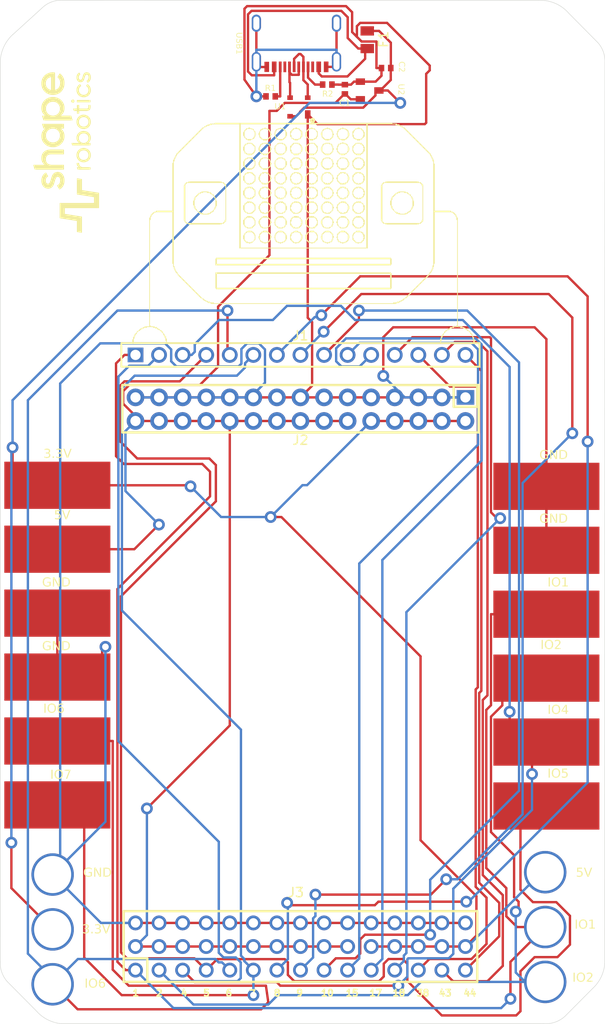
<source format=kicad_pcb>
(kicad_pcb (version 20241229) (generator "pcbnew") (generator_version "9.0")
  (layers (0 "F.Cu" signal "Top Side") (4 "In1.Cu" signal "GND") (6 "In2.Cu" signal "VCC") (2 "B.Cu" signal "Bottom Side") (13 "F.Paste" user "Top Paste") (15 "B.Paste" user "Bottom Paste") (5 "F.SilkS" user "Top Overlay") (7 "B.SilkS" user "Bottom Overlay") (1 "F.Mask" user "Top Solder") (3 "B.Mask" user "Bottom Solder") (25 "Edge.Cuts" user))
  (property "SHEETTOTAL" "1")
  (net 0 "")
  (net 1 "+3.3")
  (net 2 "GND")
  (net 3 "D_P")
  (net 4 "D_N")
  (net 5 "+5")
  (net 6 "//fuse")
  (net 7 "//IO15")
  (net 8 "//IO38")
  (net 9 "//IO4")
  (net 10 "//IO17")
  (net 11 "//IO5")
  (net 12 "//IO43")
  (net 13 "//IO7")
  (net 14 "//IO44")
  (net 15 "//IO8")
  (net 16 "//IO02")
  (net 17 "//IO10")
  (net 18 "//IO01")
  (net 19 "//IO9")
  (net 20 "//IO6")
  (net 21 "//IO18")
  (net 22 "Net-(USB1-CC2)")
  (net 23 "Net-(USB1-CC1)")
  (footprint "FableFootPrintLibrary:0402R" (layer "F.Cu") (at 151.13061 58.981604 180)
    (property "Reference" "R2")
    (property "Value" "5.1k" (hide yes))
  )
  (footprint "" (layer "F.Cu") (at 174.74458 115.989764)
    (property "Reference" "")
    (property "Value" "")
  )
  (footprint "FableFootPrintLibrary:SOT-23" (layer "F.Cu") (at 155.69458 59.616604 -90)
    (property "Reference" "U2")
    (property "Value" "C193852" (hide yes))
  )
  (footprint "FableFootPrintLibrary:HDR-TH_15P-P2.54-V-M-R3-C15-S2.54" (layer "F.Cu") (at 148.24258 151.757584)
    (property "Reference" "J3")
    (property "Value" "KH-2.54PH180-3X15P-L11.5" (hide yes))
  )
  (footprint "FableFootPrintLibrary:0402C" (layer "F.Cu") (at 157.47258 57.203604)
    (property "Reference" "C2")
    (property "Value" "1uF" (hide yes))
  )
  (footprint "FableFootPrintLibrary:C167321" (layer "F.Cu") (at 147.80759 57.076584 180)
    (property "Reference" "USB1")
    (property "Value" "C167321" (hide yes))
  )
  (footprint "FableFootPrintLibrary:0805" (layer "F.Cu") (at 155.44058 54.155604 -90)
    (property "Reference" "F1")
    (property "Value" "JSMD0805-110" (hide yes))
  )
  (footprint "" (layer "F.Cu") (at 122.03958 115.874294)
    (property "Reference" "")
    (property "Value" "")
  )
  (footprint "FableFootPrintLibrary:0402R" (layer "F.Cu") (at 145.02658 60.251604)
    (property "Reference" "R1")
    (property "Value" "5.1k" (hide yes))
  )
  (footprint "" (layer "F.Cu") (at 122.03958 129.636474)
    (property "Reference" "")
    (property "Value" "")
  )
  (footprint "FableFootPrintLibrary:HDR-TH_15P-P2.54-V-F" (layer "F.Cu") (at 148.24258 88.079584)
    (property "Reference" "J1")
    (property "Value" "KH-2.54FH-1X15P-H8.5" (hide yes))
  )
  (footprint "" (layer "F.Cu") (at 174.74458 102.227584)
    (property "Reference" "")
    (property "Value" "")
  )
  (footprint "" (layer "F.Cu") (at 122.03958 108.993234)
    (property "Reference" "")
    (property "Value" "")
  )
  (footprint "FableFootPrintLibrary:HDR-TH_30P-P2.54-V-F-R2-C15-S2.54" (layer "F.Cu") (at 148.24258 93.921584 180)
    (property "Reference" "J2")
    (property "Value" "PM2.54-2*15" (hide yes))
  )
  (footprint "" (layer "F.Cu") (at 122.03958 122.755404)
    (property "Reference" "")
    (property "Value" "")
  )
  (footprint "" (layer "F.Cu") (at 174.74458 129.751934)
    (property "Reference" "")
    (property "Value" "")
  )
  (footprint "" (layer "F.Cu") (at 122.03958 102.112114)
    (property "Reference" "")
    (property "Value" "")
  )
  (footprint "" (layer "F.Cu") (at 122.03958 136.517584)
    (property "Reference" "")
    (property "Value" "")
  )
  (footprint "" (layer "F.Cu") (at 174.74458 109.108694)
    (property "Reference" "")
    (property "Value" "")
  )
  (footprint "" (layer "F.Cu") (at 174.74458 122.870874)
    (property "Reference" "")
    (property "Value" "")
  )
  (footprint "FableFootPrintLibrary:0402C" (layer "F.Cu") (at 153.02758 59.489604 -90)
    (property "Reference" "C1")
    (property "Value" "1uF" (hide yes))
  )
  (footprint "FableFootPrintLibrary:SOT143B" (layer "F.Cu") (at 148.07458 61.394604 90)
    (property "Reference" "U1")
    (property "Value" "Unidirectional 5.5V 6V SOT-143 Diodes - ESD RoHS" (hide yes))
  )
  (footprint "" (layer "F.Cu") (at 174.74458 136.633054)
    (property "Reference" "")
    (property "Value" "")
  )
  (gr_poly (pts (xy 143.05445 68.656814) (xy 143.05445 68.573864) (xy 142.88854 68.573864) (xy 142.88854 68.490914) (xy 142.63967 68.490914) (xy 142.63967 68.573864) (xy 142.3908 68.573864) (xy 142.3908 68.656814) (xy 142.30785 68.656814) (xy 142.30785 68.739774) (xy 142.22488 68.739774) (xy 142.22488 68.573864) (xy 142.30785 68.573864) (xy 142.30785 68.490914) (xy 142.47376 68.490914) (xy 142.47376 68.407954) (xy 143.05445 68.407954) (xy 143.05445 68.490914) (xy 143.13741 68.490914) (xy 143.13741 68.573864) (xy 143.22036 68.573864) (xy 143.22036 68.656814) (xy 143.30332 68.656814) (xy 143.30332 68.739774) (xy 143.38628 68.739774) (xy 143.38628 69.403424) (xy 143.30332 69.403424) (xy 143.30332 69.486384) (xy 143.22036 69.486384) (xy 143.22036 69.569344) (xy 143.13741 69.569344) (xy 143.13741 69.652294) (xy 142.97149 69.652294) (xy 142.97149 69.735254) (xy 142.47376 69.735254) (xy 142.47376 69.652294) (xy 142.3908 69.652294) (xy 142.3908 69.569344) (xy 142.63967 69.569344) (xy 142.63967 69.652294) (xy 142.80558 69.652294) (xy 142.80558 69.569344) (xy 143.05445 69.569344) (xy 143.05445 69.486384) (xy 143.13741 69.486384) (xy 143.13741 69.403424) (xy 143.22036 69.403424) (xy 143.22036 69.237514) (xy 143.30332 69.237514) (xy 143.30332 68.822734) (xy 143.22036 68.822734) (xy 143.22036 68.739774) (xy 143.13741 68.739774) (xy 143.13741 68.656814)) (fill yes) (layer "F.SilkS"))
  (gr_poly (pts (xy 148.4466 67.661344) (xy 148.4466 67.744304) (xy 148.36365 67.744304) (xy 148.36365 67.827254) (xy 148.28069 67.827254) (xy 148.28069 67.578394) (xy 148.36365 67.578394) (xy 148.36365 67.412484) (xy 148.28069 67.412484) (xy 148.28069 67.163614) (xy 148.19773 67.163614) (xy 148.19773 67.080654) (xy 148.11478 67.080654) (xy 148.11478 66.997704) (xy 147.94887 66.997704) (xy 147.94887 66.914744) (xy 147.61704 66.914744) (xy 147.61704 66.997704) (xy 147.45113 66.997704) (xy 147.45113 67.080654) (xy 147.36817 67.080654) (xy 147.36817 67.163614) (xy 147.28522 67.163614) (xy 147.28522 67.329524) (xy 147.20226 67.329524) (xy 147.20226 67.578394) (xy 147.28522 67.578394) (xy 147.28522 67.827254) (xy 147.36817 67.827254) (xy 147.36817 67.910214) (xy 147.45113 67.910214) (xy 147.45113 67.993174) (xy 148.11478 67.993174) (xy 148.11478 68.076124) (xy 148.03182 68.076124) (xy 148.03182 68.159084) (xy 147.53408 68.159084) (xy 147.53408 68.076124) (xy 147.36817 68.076124) (xy 147.36817 67.993174) (xy 147.28522 67.993174) (xy 147.28522 67.910214) (xy 147.20226 67.910214) (xy 147.20226 67.744304) (xy 147.11931 67.744304) (xy 147.11931 67.163614) (xy 147.20226 67.163614) (xy 147.20226 67.080654) (xy 147.28522 67.080654) (xy 147.28522 66.997704) (xy 147.36817 66.997704) (xy 147.36817 66.914744) (xy 147.45113 66.914744) (xy 147.45113 66.831784) (xy 148.11478 66.831784) (xy 148.11478 66.914744) (xy 148.19773 66.914744) (xy 148.19773 66.997704) (xy 148.28069 66.997704) (xy 148.28069 67.080654) (xy 148.36365 67.080654) (xy 148.36365 67.246564) (xy 148.4466 67.246564) (xy 148.4466 67.578394)) (fill yes) (layer "F.SilkS"))
  (gr_poly (pts (xy 121.72542 60.330954) (xy 121.819 60.330954) (xy 121.819 60.344324) (xy 121.88584 60.344324) (xy 121.88584 60.357694) (xy 121.93932 60.357694) (xy 121.93932 60.371054) (xy 121.97942 60.371054) (xy 121.97942 60.384424) (xy 122.01953 60.384424) (xy 122.01953 60.397794) (xy 122.05963 60.397794) (xy 122.05963 60.411164) (xy 122.08637 60.411164) (xy 122.08637 60.424534) (xy 122.11311 60.424534) (xy 122.11311 60.437904) (xy 122.13984 60.437904) (xy 122.13984 60.451264) (xy 122.16658 60.451264) (xy 122.16658 60.464634) (xy 122.19332 60.464634) (xy 122.19332 60.478004) (xy 122.22006 60.478004) (xy 122.22006 60.491374) (xy 122.24679 60.491374) (xy 122.24679 60.504744) (xy 122.26016 60.504744) (xy 122.26016 60.518114) (xy 122.2869 60.518114) (xy 122.2869 60.531484) (xy 122.30027 60.531484) (xy 122.30027 60.544844) (xy 122.31363 60.544844) (xy 122.31363 60.558214) (xy 122.34037 60.558214) (xy 122.34037 60.571584) (xy 122.35374 60.571584) (xy 122.35374 60.584954) (xy 122.36711 60.584954) (xy 122.36711 60.598324) (xy 122.39384 60.598324) (xy 122.39384 60.611694) (xy 122.40721 60.611694) (xy 122.40721 60.625054) (xy 122.42058 60.625054) (xy 122.42058 60.638424) (xy 122.43395 60.638424) (xy 122.43395 60.651794) (xy 122.44732 60.651794) (xy 122.44732 60.665164) (xy 122.46069 60.665164) (xy 122.46069 60.678534) (xy 122.47406 60.678534) (xy 122.47406 60.691904) (xy 122.48742 60.691904) (xy 122.48742 60.705264) (xy 122.50079 60.705264) (xy 122.50079 60.718634) (xy 122.51416 60.718634) (xy 122.51416 60.732004) (xy 122.52753 60.732004) (xy 122.52753 60.745374) (xy 122.5409 60.745374) (xy 122.5409 60.758744) (xy 122.55427 60.758744) (xy 122.55427 60.785484) (xy 122.56763 60.785484) (xy 122.56763 60.798844) (xy 122.581 60.798844) (xy 122.581 60.812214) (xy 122.59437 60.812214) (xy 122.59437 60.838954) (xy 122.60774 60.838954) (xy 122.60774 60.852324) (xy 122.62111 60.852324) (xy 122.62111 60.865694) (xy 122.63448 60.865694) (xy 122.63448 60.892424) (xy 122.64784 60.892424) (xy 122.64784 60.919164) (xy 122.66121 60.919164) (xy 122.66121 60.932534) (xy 122.67458 60.932534) (xy 122.67458 60.959264) (xy 122.68795 60.959264) (xy 122.68795 60.986004) (xy 122.70132 60.986004) (xy 122.70132 61.012744) (xy 122.71469 61.012744) (xy 122.71469 61.039484) (xy 122.72806 61.039484) (xy 122.72806 61.079584) (xy 122.74142 61.079584) (xy 122.74142 61.106324) (xy 122.75479 61.106324) (xy 122.75479 61.146424) (xy 122.76816 61.146424) (xy 122.76816 61.199904) (xy 122.78153 61.199904) (xy 122.78153 61.253374) (xy 122.7949 61.253374) (xy 122.7949 61.333584) (xy 122.80827 61.333584) (xy 122.80827 61.667794) (xy 122.7949 61.667794) (xy 122.7949 61.748004) (xy 122.78153 61.748004) (xy 122.78153 61.801484) (xy 122.76816 61.801484) (xy 122.76816 61.854954) (xy 122.75479 61.854954) (xy 122.75479 61.895054) (xy 122.74142 61.895054) (xy 122.74142 61.921794) (xy 122.72806 61.921794) (xy 122.72806 61.961904) (xy 122.71469 61.961904) (xy 122.71469 61.988634) (xy 122.70132 61.988634) (xy 122.70132 62.002004) (xy 122.68795 62.002004) (xy 122.68795 62.028744) (xy 122.67458 62.028744) (xy 122.67458 62.055484) (xy 122.66121 62.055484) (xy 122.66121 62.082214) (xy 122.64784 62.082214) (xy 122.64784 62.095584) (xy 122.63448 62.095584) (xy 122.63448 62.108954) (xy 122.62111 62.108954) (xy 122.62111 62.135694) (xy 122.60774 62.135694) (xy 122.60774 62.149054) (xy 122.59437 62.149054) (xy 122.59437 62.162424) (xy 122.581 62.162424) (xy 122.581 62.175794) (xy 122.56763 62.175794) (xy 122.56763 62.189164) (xy 122.55427 62.189164) (xy 122.55427 62.202534) (xy 122.5409 62.202534) (xy 122.5409 62.215904) (xy 122.52753 62.215904) (xy 122.52753 62.242634) (xy 122.51416 62.242634) (xy 122.51416 62.256004) (xy 122.48742 62.256004) (xy 122.48742 62.269374) (xy 122.47406 62.269374) (xy 122.47406 62.282744) (xy 122.46069 62.282744) (xy 122.46069 62.296114) (xy 122.44732 62.296114) (xy 122.44732 62.309484) (xy 122.42058 62.309484) (xy 122.42058 62.322844) (xy 123.51679 62.322844) (xy 123.51679 62.336214) (xy 123.53016 62.336214) (xy 123.53016 62.349584) (xy 123.54353 62.349584) (xy 123.54353 62.376324) (xy 123.5569 62.376324) (xy 123.5569 62.416424) (xy 123.57027 62.416424) (xy 123.57027 62.456534) (xy 123.58363 62.456534) (xy 123.58363 62.510004) (xy 123.597 62.510004) (xy 123.597 62.550114) (xy 123.61037 62.550114) (xy 123.61037 62.590214) (xy 123.62374 62.590214) (xy 123.62374 62.630324) (xy 123.63711 62.630324) (xy 123.63711 62.670424) (xy 123.65048 62.670424) (xy 123.65048 62.710534) (xy 123.66384 62.710534) (xy 123.66384 62.750634) (xy 123.67721 62.750634) (xy 123.67721 62.817484) (xy 123.66384 62.817484) (xy 123.66384 62.830844) (xy 123.63711 62.830844) (xy 123.63711 62.844214) (xy 121.09711 62.844214) (xy 121.08374 62.844214) (xy 120.57574 62.844214) (xy 120.57574 62.830844) (xy 120.549 62.830844) (xy 120.549 62.817484) (xy 120.53563 62.817484) (xy 120.53563 62.777374) (xy 120.52227 62.777374) (xy 120.52227 62.737264) (xy 120.5089 62.737264) (xy 120.5089 62.697164) (xy 120.49553 62.697164) (xy 120.49553 62.657054) (xy 120.48216 62.657054) (xy 120.48216 62.616954) (xy 120.46879 62.616954) (xy 120.46879 62.576844) (xy 120.45542 62.576844) (xy 120.45542 62.536744) (xy 120.44206 62.536744) (xy 120.44206 62.496634) (xy 120.42869 62.496634) (xy 120.42869 62.456534) (xy 120.41532 62.456534) (xy 120.41532 62.416424) (xy 120.40195 62.416424) (xy 120.40195 62.336214) (xy 120.41532 62.336214) (xy 120.41532 62.322844) (xy 120.70942 62.322844) (xy 120.70942 62.309484) (xy 120.69606 62.309484) (xy 120.69606 62.296114) (xy 120.66932 62.296114) (xy 120.66932 62.282744) (xy 120.65595 62.282744) (xy 120.65595 62.269374) (xy 120.64258 62.269374) (xy 120.64258 62.256004) (xy 120.62921 62.256004) (xy 120.62921 62.242634) (xy 120.61584 62.242634) (xy 120.61584 62.229264) (xy 120.60248 62.229264) (xy 120.60248 62.215904) (xy 120.58911 62.215904) (xy 120.58911 62.202534) (xy 120.57574 62.202534) (xy 120.57574 62.189164) (xy 120.56237 62.189164) (xy 120.56237 62.175794) (xy 120.549 62.175794) (xy 120.549 62.162424) (xy 120.53563 62.162424) (xy 120.53563 62.149054) (xy 120.52227 62.149054) (xy 120.52227 62.122324) (xy 120.5089 62.122324) (xy 120.5089 62.108954) (xy 120.49553 62.108954) (xy 120.49553 62.095584) (xy 120.48216 62.095584) (xy 120.48216 62.068844) (xy 120.46879 62.068844) (xy 120.46879 62.055484) (xy 120.45542 62.055484) (xy 120.45542 62.028744) (xy 120.44206 62.028744) (xy 120.44206 62.002004) (xy 120.42869 62.002004) (xy 120.42869 61.975264) (xy 120.41532 61.975264) (xy 120.41532 61.948534) (xy 120.40195 61.948534) (xy 120.40195 61.921794) (xy 120.38858 61.921794) (xy 120.38858 61.881694) (xy 120.37521 61.881694) (xy 120.37521 61.841584) (xy 120.36184 61.841584) (xy 120.36184 61.801484) (xy 120.34848 61.801484) (xy 120.34848 61.748004) (xy 120.33511 61.748004) (xy 120.33511 61.654424) (xy 120.32174 61.654424) (xy 120.32174 61.440534) (xy 120.81637 61.440534) (xy 120.81637 61.707904) (xy 120.82974 61.707904) (xy 120.82974 61.774744) (xy 120.84311 61.774744) (xy 120.84311 61.828214) (xy 120.85648 61.828214) (xy 120.85648 61.854954) (xy 120.86984 61.854954) (xy 120.86984 61.895054) (xy 120.88321 61.895054) (xy 120.88321 61.921794) (xy 120.89658 61.921794) (xy 120.89658 61.948534) (xy 120.90995 61.948534) (xy 120.90995 61.975264) (xy 120.92332 61.975264) (xy 120.92332 61.988634) (xy 120.93669 61.988634) (xy 120.93669 62.015374) (xy 120.95006 62.015374) (xy 120.95006 62.028744) (xy 120.96342 62.028744) (xy 120.96342 62.042114) (xy 120.97679 62.042114) (xy 120.97679 62.055484) (xy 120.99016 62.055484) (xy 120.99016 62.082214) (xy 121.00353 62.082214) (xy 121.00353 62.095584) (xy 121.0169 62.095584) (xy 121.0169 62.108954) (xy 121.03027 62.108954) (xy 121.03027 62.122324) (xy 121.04363 62.122324) (xy 121.04363 62.135694) (xy 121.07037 62.135694) (xy 121.07037 62.149054) (xy 121.08374 62.149054) (xy 121.08374 62.162424) (xy 121.09711 62.162424) (xy 121.09711 62.175794) (xy 121.11048 62.175794) (xy 121.11048 62.189164) (xy 121.13721 62.189164) (xy 121.13721 62.202534) (xy 121.15058 62.202534) (xy 121.15058 62.215904) (xy 121.17732 62.215904) (xy 121.17732 62.229264) (xy 121.20406 62.229264) (xy 121.20406 62.242634) (xy 121.23079 62.242634) (xy 121.23079 62.256004) (xy 121.25753 62.256004) (xy 121.25753 62.269374) (xy 121.29763 62.269374) (xy 121.29763 62.282744) (xy 121.33774 62.282744) (xy 121.33774 62.296114) (xy 121.39121 62.296114) (xy 121.39121 62.309484) (xy 121.48479 62.309484) (xy 121.48479 62.322844) (xy 121.64521 62.322844) (xy 121.64521 62.309484) (xy 121.73879 62.309484) (xy 121.73879 62.296114) (xy 121.7789 62.296114) (xy 121.79227 62.296114) (xy 121.79227 62.282744) (xy 121.83237 62.282744) (xy 121.83237 62.269374) (xy 121.87248 62.269374) (xy 121.87248 62.256004) (xy 121.89921 62.256004) (xy 121.89921 62.242634) (xy 121.92595 62.242634) (xy 121.92595 62.229264) (xy 121.95269 62.229264) (xy 121.95269 62.215904) (xy 121.97942 62.215904) (xy 121.97942 62.202534) (xy 121.99279 62.202534) (xy 121.99279 62.189164) (xy 122.01953 62.189164) (xy 122.01953 62.175794) (xy 122.0329 62.175794) (xy 122.0329 62.162424) (xy 122.04627 62.162424) (xy 122.04627 62.149054) (xy 122.073 62.149054) (xy 122.073 62.135694) (xy 122.08637 62.135694) (xy 122.08637 62.122324) (xy 122.09974 62.122324) (xy 122.09974 62.108954) (xy 122.11311 62.108954) (xy 122.11311 62.095584) (xy 122.12648 62.095584) (xy 122.12648 62.082214) (xy 122.13984 62.082214) (xy 122.13984 62.068844) (xy 122.15321 62.068844) (xy 122.15321 62.042114) (xy 122.16658 62.042114) (xy 122.16658 62.028744) (xy 122.17995 62.028744) (xy 122.17995 62.015374) (xy 122.19332 62.015374) (xy 122.19332 61.988634) (xy 122.20669 61.988634) (xy 122.20669 61.975264) (xy 122.22006 61.975264) (xy 122.22006 61.948534) (xy 122.23342 61.948534) (xy 122.23342 61.921794) (xy 122.24679 61.921794) (xy 122.24679 61.895054) (xy 122.26016 61.895054) (xy 122.26016 61.854954) (xy 122.27353 61.854954) (xy 122.27353 61.828214) (xy 122.2869 61.828214) (xy 122.2869 61.774744) (xy 122.30027 61.774744) (xy 122.30027 61.707904) (xy 122.31363 61.707904) (xy 122.31363 61.440534) (xy 122.30027 61.440534) (xy 122.30027 61.373694) (xy 122.2869 61.373694) (xy 122.2869 61.333584) (xy 122.27353 61.333584) (xy 122.27353 61.293484) (xy 122.26016 61.293484) (xy 122.26016 61.253374) (xy 122.24679 61.253374) (xy 122.24679 61.226634) (xy 122.23342 61.226634) (xy 122.23342 61.199904) (xy 122.22006 61.199904) (xy 122.22006 61.186534) (xy 122.20669 61.186534) (xy 122.20669 61.159794) (xy 122.19332 61.159794) (xy 122.19332 61.146424) (xy 122.17995 61.146424) (xy 122.17995 61.119694) (xy 122.16658 61.119694) (xy 122.16658 61.106324) (xy 122.15321 61.106324) (xy 122.15321 61.092954) (xy 122.13984 61.092954) (xy 122.13984 61.079584) (xy 122.12648 61.079584) (xy 122.12648 61.066214) (xy 122.11311 61.066214) (xy 122.11311 61.052844) (xy 122.09974 61.052844) (xy 122.09974 61.039484) (xy 122.08637 61.039484) (xy 122.08637 61.026114) (xy 122.073 61.026114) (xy 122.073 61.012744) (xy 122.05963 61.012744) (xy 122.05963 60.999374) (xy 122.04627 60.999374) (xy 122.04627 60.986004) (xy 122.0329 60.986004) (xy 122.0329 60.972634) (xy 122.00616 60.972634) (xy 122.00616 60.959264) (xy 121.99279 60.959264) (xy 121.99279 60.945904) (xy 121.96606 60.945904) (xy 121.96606 60.932534) (xy 121.95269 60.932534) (xy 121.95269 60.919164) (xy 121.92595 60.919164) (xy 121.92595 60.905794) (xy 121.88584 60.905794) (xy 121.88584 60.892424) (xy 121.85911 60.892424) (xy 121.85911 60.879054) (xy 121.819 60.879054) (xy 121.819 60.865694) (xy 121.7789 60.865694) (xy 121.7789 60.852324) (xy 121.71206 60.852324) (xy 121.71206 60.838954) (xy 121.41795 60.838954) (xy 121.41795 60.852324) (xy 121.35111 60.852324) (xy 121.35111 60.865694) (xy 121.311 60.865694) (xy 121.311 60.879054) (xy 121.2709 60.879054) (xy 121.2709 60.892424) (xy 121.24416 60.892424) (xy 121.24416 60.905794) (xy 121.20406 60.905794) (xy 121.20406 60.919164) (xy 121.19069 60.919164) (xy 121.19069 60.932534) (xy 121.16395 60.932534) (xy 121.16395 60.945904) (xy 121.13721 60.945904) (xy 121.13721 60.959264) (xy 121.12384 60.959264) (xy 121.12384 60.972634) (xy 121.09711 60.972634) (xy 121.09711 60.986004) (xy 121.08374 60.986004) (xy 121.08374 60.999374) (xy 121.07037 60.999374) (xy 121.07037 61.012744) (xy 121.057 61.012744) (xy 121.057 61.026114) (xy 121.04363 61.026114) (xy 121.04363 61.039484) (xy 121.03027 61.039484) (xy 121.03027 61.052844) (xy 121.0169 61.052844) (xy 121.0169 61.066214) (xy 121.00353 61.066214) (xy 121.00353 61.079584) (xy 120.99016 61.079584) (xy 120.99016 61.092954) (xy 120.97679 61.092954) (xy 120.97679 61.106324) (xy 120.96342 61.106324) (xy 120.96342 61.119694) (xy 120.95006 61.119694) (xy 120.95006 61.146424) (xy 120.93669 61.146424) (xy 120.93669 61.159794) (xy 120.92332 61.159794) (xy 120.92332 61.186534) (xy 120.90995 61.186534) (xy 120.90995 61.213264) (xy 120.89658 61.213264) (xy 120.89658 61.226634) (xy 120.88321 61.226634) (xy 120.88321 61.266744) (xy 120.86984 61.266744) (xy 120.86984 61.293484) (xy 120.85648 61.293484) (xy 120.85648 61.333584) (xy 120.84311 61.333584) (xy 120.84311 61.373694) (xy 120.82974 61.373694) (xy 120.82974 61.440534) (xy 120.81637 61.440534) (xy 120.32174 61.440534) (xy 120.32174 61.346954) (xy 120.33511 61.346954) (xy 120.33511 61.253374) (xy 120.34848 61.253374) (xy 120.34848 61.199904) (xy 120.36184 61.199904) (xy 120.36184 61.146424) (xy 120.37521 61.146424) (xy 120.37521 61.119694) (xy 120.38858 61.119694) (xy 120.38858 61.079584) (xy 120.40195 61.079584) (xy 120.40195 61.039484) (xy 120.41532 61.039484) (xy 120.41532 61.012744) (xy 120.42869 61.012744) (xy 120.42869 60.986004) (xy 120.44206 60.986004) (xy 120.44206 60.959264) (xy 120.45542 60.959264) (xy 120.45542 60.932534) (xy 120.46879 60.932534) (xy 120.46879 60.919164) (xy 120.48216 60.919164) (xy 120.48216 60.892424) (xy 120.49553 60.892424) (xy 120.49553 60.879054) (xy 120.5089 60.879054) (xy 120.5089 60.852324) (xy 120.52227 60.852324) (xy 120.52227 60.838954) (xy 120.53563 60.838954) (xy 120.53563 60.812214) (xy 120.549 60.812214) (xy 120.549 60.798844) (xy 120.56237 60.798844) (xy 120.56237 60.785484) (xy 120.57574 60.785484) (xy 120.57574 60.772114) (xy 120.58911 60.772114) (xy 120.58911 60.745374) (xy 120.60248 60.745374) (xy 120.60248 60.732004) (xy 120.61584 60.732004) (xy 120.61584 60.718634) (xy 120.62921 60.718634) (xy 120.62921 60.705264) (xy 120.64258 60.705264) (xy 120.64258 60.691904) (xy 120.65595 60.691904) (xy 120.65595 60.678534) (xy 120.66932 60.678534) (xy 120.66932 60.665164) (xy 120.68269 60.665164) (xy 120.68269 60.651794) (xy 120.69606 60.651794) (xy 120.69606 60.638424) (xy 120.70942 60.638424) (xy 120.70942 60.625054) (xy 120.73616 60.625054) (xy 120.73616 60.611694) (xy 120.74953 60.611694) (xy 120.74953 60.598324) (xy 120.7629 60.598324) (xy 120.7629 60.584954) (xy 120.77627 60.584954) (xy 120.77627 60.571584) (xy 120.78963 60.571584) (xy 120.78963 60.558214) (xy 120.81637 60.558214) (xy 120.81637 60.544844) (xy 120.82974 60.544844) (xy 120.82974 60.531484) (xy 120.85648 60.531484) (xy 120.85648 60.518114) (xy 120.86984 60.518114) (xy 120.86984 60.504744) (xy 120.89658 60.504744) (xy 120.89658 60.491374) (xy 120.90995 60.491374) (xy 120.90995 60.478004) (xy 120.93669 60.478004) (xy 120.93669 60.464634) (xy 120.96342 60.464634) (xy 120.96342 60.451264) (xy 120.99016 60.451264) (xy 120.99016 60.437904) (xy 121.0169 60.437904) (xy 121.0169 60.424534) (xy 121.04363 60.424534) (xy 121.04363 60.411164) (xy 121.08374 60.411164) (xy 121.08374 60.397794) (xy 121.11048 60.397794) (xy 121.11048 60.384424) (xy 121.15058 60.384424) (xy 121.15058 60.371054) (xy 121.19069 60.371054) (xy 121.19069 60.357694) (xy 121.25753 60.357694) (xy 121.25753 60.344324) (xy 121.311 60.344324) (xy 121.311 60.330954) (xy 121.40458 60.330954) (xy 121.40458 60.317584) (xy 121.72542 60.317584)) (fill yes) (layer "F.SilkS"))
  (gr_poly (pts (xy 149.7739 65.338574) (xy 149.85686 65.338574) (xy 149.85686 65.421534) (xy 149.93981 65.421534) (xy 149.93981 65.504494) (xy 150.02277 65.504494) (xy 150.02277 65.587444) (xy 150.10573 65.587444) (xy 150.10573 66.168134) (xy 150.02277 66.168134) (xy 150.02277 66.334044) (xy 149.93981 66.334044) (xy 149.93981 66.417004) (xy 149.85686 66.417004) (xy 149.85686 66.499964) (xy 149.69095 66.499964) (xy 149.69095 66.582914) (xy 149.19321 66.582914) (xy 149.19321 66.499964) (xy 149.11025 66.499964) (xy 149.11025 66.417004) (xy 148.94434 66.417004) (xy 148.94434 66.251094) (xy 148.86138 66.251094) (xy 148.86138 66.168134) (xy 148.77843 66.168134) (xy 148.77843 65.670404) (xy 148.86138 65.670404) (xy 148.86138 65.587444) (xy 148.94434 65.587444) (xy 148.94434 66.168134) (xy 149.0273 66.168134) (xy 149.0273 66.334044) (xy 149.19321 66.334044) (xy 149.19321 66.417004) (xy 149.7739 66.417004) (xy 149.7739 66.334044) (xy 149.85686 66.334044) (xy 149.85686 66.251094) (xy 149.93981 66.251094) (xy 149.93981 66.085184) (xy 150.02277 66.085184) (xy 150.02277 65.753354) (xy 149.93981 65.753354) (xy 149.93981 65.587444) (xy 149.85686 65.587444) (xy 149.85686 65.504494) (xy 149.7739 65.504494) (xy 149.7739 65.421534) (xy 149.69095 65.421534) (xy 149.69095 65.338574) (xy 149.27616 65.338574) (xy 149.27616 65.421534) (xy 149.11025 65.421534) (xy 149.11025 65.504494) (xy 149.0273 65.504494) (xy 149.0273 65.587444) (xy 148.94434 65.587444) (xy 148.86138 65.587444) (xy 148.86138 65.504494) (xy 148.94434 65.504494) (xy 148.94434 65.421534) (xy 149.0273 65.421534) (xy 149.0273 65.338574) (xy 149.19321 65.338574) (xy 149.19321 65.255624) (xy 149.7739 65.255624)) (fill yes) (layer "F.SilkS"))
  (gr_poly (pts (xy 142.97149 71.643244) (xy 143.13741 71.643244) (xy 143.13741 71.726204) (xy 143.22036 71.726204) (xy 143.22036 71.809154) (xy 143.30332 71.809154) (xy 143.30332 71.892114) (xy 143.38628 71.892114) (xy 143.38628 72.555764) (xy 143.30332 72.555764) (xy 143.30332 72.638714) (xy 143.22036 72.638714) (xy 143.22036 72.721674) (xy 143.13741 72.721674) (xy 143.13741 72.804634) (xy 143.05445 72.804634) (xy 143.05445 72.887594) (xy 142.47376 72.887594) (xy 142.47376 72.804634) (xy 142.30785 72.804634) (xy 142.30785 72.721674) (xy 142.22488 72.721674) (xy 142.22488 72.638714) (xy 142.14194 72.638714) (xy 142.14194 72.472814) (xy 142.05897 72.472814) (xy 142.05897 71.975064) (xy 142.14194 71.975064) (xy 142.22488 71.975064) (xy 142.22488 72.555764) (xy 142.30785 72.555764) (xy 142.30785 72.638714) (xy 142.3908 72.638714) (xy 142.3908 72.721674) (xy 142.55671 72.721674) (xy 142.55671 72.804634) (xy 142.88854 72.804634) (xy 142.88854 72.721674) (xy 143.05445 72.721674) (xy 143.05445 72.638714) (xy 143.13741 72.638714) (xy 143.13741 72.555764) (xy 143.22036 72.555764) (xy 143.22036 72.472814) (xy 143.30332 72.472814) (xy 143.30332 72.058024) (xy 143.22036 72.058024) (xy 143.22036 71.892114) (xy 143.13741 71.892114) (xy 143.13741 71.809154) (xy 143.05445 71.809154) (xy 143.05445 71.726204) (xy 142.80558 71.726204) (xy 142.80558 71.643244) (xy 142.72263 71.643244) (xy 142.72263 71.726204) (xy 142.47376 71.726204) (xy 142.47376 71.809154) (xy 142.30785 71.809154) (xy 142.30785 71.975064) (xy 142.22488 71.975064) (xy 142.14194 71.975064) (xy 142.14194 71.892114) (xy 142.22488 71.892114) (xy 142.22488 71.809154) (xy 142.22488 71.726204) (xy 142.3908 71.726204) (xy 142.3908 71.643244) (xy 142.47376 71.643244) (xy 142.47376 71.560284) (xy 142.97149 71.560284)) (fill yes) (layer "F.SilkS"))
  (gr_poly (pts (xy 138.82369 70.813684) (xy 138.90664 70.813684) (xy 138.90664 70.979594) (xy 138.82369 70.979594) (xy 138.82369 70.896644) (xy 138.74073 70.896644) (xy 138.74073 70.813684)) (fill yes) (layer "F.SilkS"))
  (gr_poly (pts (xy 122.36711 71.720844) (xy 125.98995 71.720844) (xy 125.98995 71.105904) (xy 125.96321 71.105904) (xy 125.96321 71.092534) (xy 125.883 71.092534) (xy 125.883 71.079164) (xy 125.80279 71.079164) (xy 125.80279 71.065794) (xy 125.70921 71.065794) (xy 125.70921 71.052424) (xy 125.629 71.052424) (xy 125.629 71.039054) (xy 125.54879 71.039054) (xy 125.54879 71.025694) (xy 125.45521 71.025694) (xy 125.45521 71.012324) (xy 125.375 71.012324) (xy 125.375 70.998954) (xy 125.29479 70.998954) (xy 125.29479 70.985584) (xy 125.20121 70.985584) (xy 125.20121 70.972214) (xy 125.121 70.972214) (xy 125.121 70.958844) (xy 125.04079 70.958844) (xy 125.04079 70.945484) (xy 124.96058 70.945484) (xy 124.96058 70.932114) (xy 124.867 70.932114) (xy 124.867 70.918744) (xy 124.78679 70.918744) (xy 124.78679 70.905374) (xy 124.70658 70.905374) (xy 124.70658 70.892004) (xy 124.613 70.892004) (xy 124.613 70.878634) (xy 124.53279 70.878634) (xy 124.53279 70.865264) (xy 124.45258 70.865264) (xy 124.45258 70.851904) (xy 124.359 70.851904) (xy 124.359 70.838534) (xy 124.27879 70.838534) (xy 124.27879 70.825164) (xy 124.19858 70.825164) (xy 124.19858 70.811794) (xy 124.15848 70.811794) (xy 124.15848 70.798424) (xy 124.14511 70.798424) (xy 124.14511 69.087264) (xy 124.15848 69.087264) (xy 124.15848 69.073904) (xy 124.26542 69.073904) (xy 124.26542 69.087264) (xy 124.359 69.087264) (xy 124.359 69.100634) (xy 124.43921 69.100634) (xy 124.43921 69.114004) (xy 124.51942 69.114004) (xy 124.51942 69.127374) (xy 124.613 69.127374) (xy 124.613 69.140744) (xy 124.66648 69.140744) (xy 124.66648 69.154114) (xy 124.69321 69.154114) (xy 124.69321 70.330534) (xy 124.70658 70.330534) (xy 124.70658 70.343904) (xy 124.78679 70.343904) (xy 124.78679 70.357264) (xy 124.867 70.357264) (xy 124.867 70.370634) (xy 124.96058 70.370634) (xy 124.96058 70.384004) (xy 125.04079 70.384004) (xy 125.04079 70.397374) (xy 125.121 70.397374) (xy 125.121 70.410744) (xy 125.20121 70.410744) (xy 125.20121 70.424114) (xy 125.29479 70.424114) (xy 125.29479 70.437484) (xy 125.375 70.437484) (xy 125.375 70.450844) (xy 125.45521 70.450844) (xy 125.45521 70.464214) (xy 125.54879 70.464214) (xy 125.54879 70.477584) (xy 125.629 70.477584) (xy 125.629 70.490954) (xy 125.70921 70.490954) (xy 125.70921 70.504324) (xy 125.80279 70.504324) (xy 125.80279 70.517694) (xy 125.883 70.517694) (xy 125.883 70.531054) (xy 125.96321 70.531054) (xy 125.96321 70.544424) (xy 126.05679 70.544424) (xy 126.05679 70.557794) (xy 126.137 70.557794) (xy 126.137 70.571164) (xy 126.21721 70.571164) (xy 126.21721 70.584534) (xy 126.31079 70.584534) (xy 126.31079 70.597904) (xy 126.391 70.597904) (xy 126.391 70.611264) (xy 126.47121 70.611264) (xy 126.47121 70.624634) (xy 126.52469 70.624634) (xy 126.52469 70.638004) (xy 126.53806 70.638004) (xy 126.53806 72.268954) (xy 126.51132 72.268954) (xy 126.51132 72.282324) (xy 122.84837 72.282324) (xy 122.84837 72.897264) (xy 122.90184 72.897264) (xy 122.90184 72.910634) (xy 122.98206 72.910634) (xy 122.98206 72.924004) (xy 123.06227 72.924004) (xy 123.06227 72.937374) (xy 123.15584 72.937374) (xy 123.15584 72.950744) (xy 123.23606 72.950744) (xy 123.23606 72.964114) (xy 123.31627 72.964114) (xy 123.31627 72.977484) (xy 123.39648 72.977484) (xy 123.39648 72.990844) (xy 123.49006 72.990844) (xy 123.49006 73.004214) (xy 123.57027 73.004214) (xy 123.57027 73.017584) (xy 123.65048 73.017584) (xy 123.65048 73.030954) (xy 123.74406 73.030954) (xy 123.74406 73.044324) (xy 123.82427 73.044324) (xy 123.82427 73.057694) (xy 123.90448 73.057694) (xy 123.90448 73.071054) (xy 123.99806 73.071054) (xy 123.99806 73.084424) (xy 124.07827 73.084424) (xy 124.07827 73.097794) (xy 124.15848 73.097794) (xy 124.15848 73.111164) (xy 124.25206 73.111164) (xy 124.25206 73.124534) (xy 124.33227 73.124534) (xy 124.33227 73.137904) (xy 124.41248 73.137904) (xy 124.41248 73.151264) (xy 124.49269 73.151264) (xy 124.49269 73.164634) (xy 124.58627 73.164634) (xy 124.58627 73.178004) (xy 124.66648 73.178004) (xy 124.66648 73.191374) (xy 124.67984 73.191374) (xy 124.67984 73.204744) (xy 124.69321 73.204744) (xy 124.69321 74.915904) (xy 124.67984 74.915904) (xy 124.67984 74.929264) (xy 124.58627 74.929264) (xy 124.58627 74.915904) (xy 124.50606 74.915904) (xy 124.50606 74.902534) (xy 124.42584 74.902534) (xy 124.42584 74.889164) (xy 124.33227 74.889164) (xy 124.33227 74.875794) (xy 124.25206 74.875794) (xy 124.25206 74.862424) (xy 124.17184 74.862424) (xy 124.17184 74.849054) (xy 124.14511 74.849054) (xy 124.14511 73.672634) (xy 124.13174 73.672634) (xy 124.13174 73.659264) (xy 124.07827 73.659264) (xy 124.07827 73.645904) (xy 123.99806 73.645904) (xy 123.99806 73.632534) (xy 123.90448 73.632534) (xy 123.90448 73.619164) (xy 123.82427 73.619164) (xy 123.82427 73.605794) (xy 123.74406 73.605794) (xy 123.74406 73.592424) (xy 123.65048 73.592424) (xy 123.65048 73.579054) (xy 123.57027 73.579054) (xy 123.57027 73.565694) (xy 123.49006 73.565694) (xy 123.49006 73.552324) (xy 123.39648 73.552324) (xy 123.39648 73.538954) (xy 123.31627 73.538954) (xy 123.31627 73.525584) (xy 123.23606 73.525584) (xy 123.23606 73.512214) (xy 123.15584 73.512214) (xy 123.15584 73.498844) (xy 123.06227 73.498844) (xy 123.06227 73.485484) (xy 122.98206 73.485484) (xy 122.98206 73.472114) (xy 122.90184 73.472114) (xy 122.90184 73.458744) (xy 122.80827 73.458744) (xy 122.80827 73.445374) (xy 122.72806 73.445374) (xy 122.72806 73.432004) (xy 122.64784 73.432004) (xy 122.64784 73.418634) (xy 122.55427 73.418634) (xy 122.55427 73.405264) (xy 122.47406 73.405264) (xy 122.47406 73.391904) (xy 122.39384 73.391904) (xy 122.39384 73.378534) (xy 122.31363 73.378534) (xy 122.31363 73.365164) (xy 122.30027 73.365164) (xy 122.30027 73.338424) (xy 122.2869 73.338424) (xy 122.2869 71.747584) (xy 122.30027 71.747584) (xy 122.30027 71.734214) (xy 122.31363 71.734214) (xy 122.31363 71.720844) (xy 122.35374 71.720844)) (fill yes) (layer "F.SilkS"))
  (gr_poly (pts (xy 147.78295 74.463754) (xy 147.45113 74.463754) (xy 147.45113 74.380804) (xy 147.36817 74.380804) (xy 147.36817 74.297844) (xy 147.28522 74.297844) (xy 147.28522 74.214884) (xy 147.20226 74.214884) (xy 147.20226 74.131934) (xy 147.11931 74.131934) (xy 147.11931 73.551234) (xy 147.20226 73.551234) (xy 147.20226 73.385324) (xy 147.28522 73.385324) (xy 147.28522 73.302374) (xy 147.36817 73.302374) (xy 147.36817 73.219414) (xy 147.53408 73.219414) (xy 147.53408 73.136454) (xy 148.03182 73.136454) (xy 148.03182 73.219414) (xy 148.11478 73.219414) (xy 148.11478 73.302374) (xy 147.45113 73.302374) (xy 147.45113 73.385324) (xy 147.36817 73.385324) (xy 147.36817 73.468274) (xy 147.28522 73.468274) (xy 147.28522 73.717154) (xy 147.20226 73.717154) (xy 147.20226 73.966014) (xy 147.28522 73.966014) (xy 147.28522 74.131934) (xy 147.36817 74.131934) (xy 147.36817 74.214884) (xy 147.45113 74.214884) (xy 147.45113 74.297844) (xy 147.61704 74.297844) (xy 147.61704 74.380804) (xy 147.94887 74.380804) (xy 147.94887 74.297844) (xy 148.11478 74.297844) (xy 148.11478 74.214884) (xy 148.19773 74.214884) (xy 148.19773 74.131934) (xy 148.28069 74.131934) (xy 148.28069 73.883064) (xy 148.36365 73.883064) (xy 148.36365 73.717154) (xy 148.28069 73.717154) (xy 148.28069 73.468274) (xy 148.36365 73.468274) (xy 148.36365 73.551234) (xy 148.4466 73.551234) (xy 148.4466 74.048974) (xy 148.36365 74.048974) (xy 148.36365 74.214884) (xy 148.28069 74.214884) (xy 148.28069 74.297844) (xy 148.19773 74.297844) (xy 148.19773 74.380804) (xy 148.11478 74.380804) (xy 148.11478 74.463754) (xy 147.86591 74.463754)) (fill yes) (layer "F.SilkS"))
  (gr_poly (pts (xy 155.00014 71.892114) (xy 154.91718 71.892114) (xy 154.91718 71.809154) (xy 154.83423 71.809154) (xy 154.83423 71.726204) (xy 155.00014 71.726204) (xy 155.00014 71.809154)) (fill yes) (layer "F.SilkS"))
  (gr_poly (pts (xy 154.83423 65.338574) (xy 154.91718 65.338574) (xy 154.91718 65.421534) (xy 155.00014 65.421534) (xy 155.00014 65.504494) (xy 155.08309 65.504494) (xy 155.08309 65.670404) (xy 155.16605 65.670404) (xy 155.16605 66.002224) (xy 155.16605 66.085184) (xy 155.16605 66.168134) (xy 155.08309 66.168134) (xy 155.08309 66.251094) (xy 155.00014 66.251094) (xy 155.00014 66.417004) (xy 154.83423 66.417004) (xy 154.83423 66.499964) (xy 154.75128 66.499964) (xy 154.75128 66.582914) (xy 154.25353 66.582914) (xy 154.25353 66.499964) (xy 154.08762 66.499964) (xy 154.08762 66.417004) (xy 154.00467 66.417004) (xy 154.00467 66.334044) (xy 153.92171 66.334044) (xy 153.92171 66.168134) (xy 153.83875 66.168134) (xy 153.83875 65.753354) (xy 153.92171 65.753354) (xy 153.92171 66.085184) (xy 154.00467 66.085184) (xy 154.00467 66.251094) (xy 154.08762 66.251094) (xy 154.08762 66.334044) (xy 154.17058 66.334044) (xy 154.17058 66.417004) (xy 154.75128 66.417004) (xy 154.75128 66.334044) (xy 154.91718 66.334044) (xy 154.91718 66.168134) (xy 155.00014 66.168134) (xy 155.00014 65.919264) (xy 155.08309 65.919264) (xy 155.08309 65.836314) (xy 155.00014 65.836314) (xy 155.00014 65.587444) (xy 154.91718 65.587444) (xy 154.91718 65.504494) (xy 154.83423 65.504494) (xy 154.83423 65.421534) (xy 154.66832 65.421534) (xy 154.66832 65.338574) (xy 154.25353 65.338574) (xy 154.25353 65.421534) (xy 154.17058 65.421534) (xy 154.17058 65.504494) (xy 154.08762 65.504494) (xy 154.08762 65.587444) (xy 154.00467 65.587444) (xy 154.00467 65.753354) (xy 153.92171 65.753354) (xy 153.83875 65.753354) (xy 153.83875 65.587444) (xy 153.92171 65.587444) (xy 153.92171 65.504494) (xy 154.00467 65.504494) (xy 154.00467 65.421534) (xy 154.08762 65.421534) (xy 154.08762 65.338574) (xy 154.17058 65.338574) (xy 154.17058 65.255624) (xy 154.83423 65.255624)) (fill yes) (layer "F.SilkS"))
  (gr_poly (pts (xy 152.84328 63.679444) (xy 153.09215 63.679444) (xy 153.09215 63.762414) (xy 153.25806 63.762414) (xy 153.25806 63.845364) (xy 153.34102 63.845364) (xy 153.34102 63.928314) (xy 153.42397 63.928314) (xy 153.42397 64.177194) (xy 153.50693 64.177194) (xy 153.50693 64.509014) (xy 153.42397 64.509014) (xy 153.42397 64.674924) (xy 153.34102 64.674924) (xy 153.34102 64.757884) (xy 153.25806 64.757884) (xy 153.25806 64.840834) (xy 153.17511 64.840834) (xy 153.17511 64.923794) (xy 153.00919 64.923794) (xy 153.00919 65.006754) (xy 152.67737 65.006754) (xy 152.67737 64.923794) (xy 152.4285 64.923794) (xy 152.4285 64.840834) (xy 152.34554 64.840834) (xy 152.34554 64.757884) (xy 152.26259 64.757884) (xy 152.26259 64.591974) (xy 152.17963 64.591974) (xy 152.17963 64.343104) (xy 152.09668 64.343104) (xy 152.09668 64.260144) (xy 152.17963 64.260144) (xy 152.17963 64.094234) (xy 152.26259 64.094234) (xy 152.26259 64.509014) (xy 152.34554 64.509014) (xy 152.34554 64.674924) (xy 152.4285 64.674924) (xy 152.4285 64.757884) (xy 152.51146 64.757884) (xy 152.51146 64.840834) (xy 153.09215 64.840834) (xy 153.09215 64.757884) (xy 153.17511 64.757884) (xy 153.17511 64.674924) (xy 153.25806 64.674924) (xy 153.25806 64.591974) (xy 153.34102 64.591974) (xy 153.34102 64.011274) (xy 153.25806 64.011274) (xy 153.25806 63.928314) (xy 153.17511 63.928314) (xy 153.17511 63.845364) (xy 153.00919 63.845364) (xy 153.00919 63.762414) (xy 152.59441 63.762414) (xy 152.59441 63.845364) (xy 152.4285 63.845364) (xy 152.4285 63.928314) (xy 152.34554 63.928314) (xy 152.34554 64.094234) (xy 152.26259 64.094234) (xy 152.17963 64.094234) (xy 152.17963 64.011274) (xy 152.26259 64.011274) (xy 152.26259 63.845364) (xy 152.34554 63.845364) (xy 152.34554 63.762414) (xy 152.51146 63.762414) (xy 152.51146 63.679444) (xy 152.76032 63.679444) (xy 152.76032 63.596494) (xy 152.84328 63.596494)) (fill yes) (layer "F.SilkS"))
  (gr_poly (pts (xy 142.05897 68.905694) (xy 142.05897 68.822734) (xy 142.14194 68.822734) (xy 142.14194 68.739774) (xy 142.22488 68.739774) (xy 142.22488 69.320464) (xy 142.30785 69.320464) (xy 142.30785 69.486384) (xy 142.3908 69.486384) (xy 142.3908 69.569344) (xy 142.22488 69.569344) (xy 142.22488 69.403424) (xy 142.14194 69.403424) (xy 142.14194 69.320464) (xy 142.05897 69.320464) (xy 142.05897 68.988644)) (fill yes) (layer "F.SilkS"))
  (gr_poly (pts (xy 145.87496 68.159084) (xy 145.87496 68.076124) (xy 145.70905 68.076124) (xy 145.70905 67.993174) (xy 145.6261 67.993174) (xy 145.6261 67.910214) (xy 145.54314 67.910214) (xy 145.54314 67.827254) (xy 145.46018 67.827254) (xy 145.46018 67.495434) (xy 145.37722 67.495434) (xy 145.37722 67.412484) (xy 145.46018 67.412484) (xy 145.46018 67.163614) (xy 145.54314 67.163614) (xy 145.54314 67.080654) (xy 145.6261 67.080654) (xy 145.6261 67.246564) (xy 145.54314 67.246564) (xy 145.54314 67.661344) (xy 145.6261 67.661344) (xy 145.6261 67.827254) (xy 145.70905 67.827254) (xy 145.70905 67.910214) (xy 145.792 67.910214) (xy 145.792 67.993174) (xy 146.3727 67.993174) (xy 146.3727 67.910214) (xy 146.53861 67.910214) (xy 146.53861 67.993174) (xy 146.45566 67.993174) (xy 146.45566 68.076124) (xy 146.3727 68.076124) (xy 146.3727 68.159084) (xy 145.95791 68.159084)) (fill yes) (layer "F.SilkS"))
  (gr_poly (pts (xy 163.87645 85.496924) (xy 163.87645 85.413974) (xy 164.04236 85.413974) (xy 164.04236 85.496924) (xy 163.95941 85.496924) (xy 163.95941 85.579884) (xy 163.87645 85.579884) (xy 163.87645 85.662834) (xy 163.7935 85.662834) (xy 163.7935 85.745794) (xy 163.71054 85.745794) (xy 163.71054 85.579884) (xy 163.7935 85.579884) (xy 163.7935 85.496924)) (fill yes) (layer "F.SilkS"))
  (gr_poly (pts (xy 154.75128 73.219414) (xy 154.83423 73.219414) (xy 154.83423 73.302374) (xy 155.00014 73.302374) (xy 155.00014 73.468274) (xy 155.08309 73.468274) (xy 155.08309 73.551234) (xy 155.16605 73.551234) (xy 155.16605 74.048974) (xy 155.08309 74.048974) (xy 155.08309 74.214884) (xy 155.00014 74.214884) (xy 155.00014 74.297844) (xy 154.91718 74.297844) (xy 154.91718 74.380804) (xy 154.75128 74.380804) (xy 154.75128 74.463754) (xy 154.17058 74.463754) (xy 154.17058 74.380804) (xy 154.08762 74.380804) (xy 154.08762 74.297844) (xy 154.00467 74.297844) (xy 154.00467 74.214884) (xy 153.92171 74.214884) (xy 153.92171 74.131934) (xy 153.83875 74.131934) (xy 153.83875 73.634194) (xy 153.92171 73.634194) (xy 153.92171 73.966014) (xy 154.00467 73.966014) (xy 154.00467 74.131934) (xy 154.08762 74.131934) (xy 154.08762 74.214884) (xy 154.17058 74.214884) (xy 154.17058 74.297844) (xy 154.33649 74.297844) (xy 154.33649 74.380804) (xy 154.66832 74.380804) (xy 154.66832 74.297844) (xy 154.83423 74.297844) (xy 154.83423 74.214884) (xy 154.91718 74.214884) (xy 154.91718 74.131934) (xy 155.00014 74.131934) (xy 155.00014 73.883064) (xy 155.08309 73.883064) (xy 155.08309 73.800104) (xy 155.00014 73.800104) (xy 155.00014 73.551234) (xy 154.91718 73.551234) (xy 154.91718 73.385324) (xy 154.75128 73.385324) (xy 154.75128 73.302374) (xy 154.17058 73.302374) (xy 154.17058 73.385324) (xy 154.08762 73.385324) (xy 154.08762 73.468274) (xy 154.00467 73.468274) (xy 154.00467 73.634194) (xy 153.92171 73.634194) (xy 153.83875 73.634194) (xy 153.83875 73.551234) (xy 153.92171 73.551234) (xy 153.92171 73.385324) (xy 154.00467 73.385324) (xy 154.00467 73.302374) (xy 154.08762 73.302374) (xy 154.08762 73.219414) (xy 154.25353 73.219414) (xy 154.25353 73.136454) (xy 154.75128 73.136454)) (fill yes) (layer "F.SilkS"))
  (gr_poly (pts (xy 139.7362 69.486384) (xy 139.98507 69.486384) (xy 139.98507 69.569344) (xy 140.06803 69.569344) (xy 140.06803 69.652294) (xy 140.15098 69.652294) (xy 140.15098 69.735254) (xy 140.23394 69.735254) (xy 140.23394 73.717154) (xy 140.15098 73.717154) (xy 140.15098 73.800104) (xy 140.06803 73.800104) (xy 140.06803 73.883064) (xy 139.98507 73.883064) (xy 139.98507 73.966014) (xy 139.7362 73.966014) (xy 139.7362 74.048974) (xy 136.16909 74.048974) (xy 136.16909 73.966014) (xy 135.92022 73.966014) (xy 135.92022 73.883064) (xy 135.83727 73.883064) (xy 135.83727 73.800104) (xy 135.75431 73.800104) (xy 135.75431 73.634194) (xy 135.67135 73.634194) (xy 135.67135 69.818214) (xy 135.75431 69.818214) (xy 135.75431 69.735254) (xy 135.83727 69.735254) (xy 135.83727 73.717154) (xy 135.92022 73.717154) (xy 135.92022 73.800104) (xy 136.00317 73.800104) (xy 136.00317 73.883064) (xy 139.90212 73.883064) (xy 139.90212 73.800104) (xy 139.98507 73.800104) (xy 139.98507 73.717154) (xy 140.06803 73.717154) (xy 140.06803 73.551234) (xy 140.15098 73.551234) (xy 140.15098 71.477334) (xy 140.15098 71.394374) (xy 140.15098 69.901164) (xy 140.06803 69.901164) (xy 140.06803 69.735254) (xy 139.98507 69.735254) (xy 139.98507 69.652294) (xy 139.90212 69.652294) (xy 139.90212 69.569344) (xy 136.00317 69.569344) (xy 136.00317 69.652294) (xy 135.92022 69.652294) (xy 135.92022 69.735254) (xy 135.83727 69.735254) (xy 135.75431 69.735254) (xy 135.75431 69.652294) (xy 135.83727 69.652294) (xy 135.83727 69.569344) (xy 135.92022 69.569344) (xy 135.92022 69.486384) (xy 136.16909 69.486384) (xy 136.16909 69.403424) (xy 139.7362 69.403424)) (fill yes) (layer "F.SilkS"))
  (gr_poly (pts (xy 144.79653 71.643244) (xy 144.79653 71.726204) (xy 144.87949 71.726204) (xy 144.87949 71.809154) (xy 144.96244 71.809154) (xy 144.96244 71.892114) (xy 145.0454 71.892114) (xy 145.0454 72.140984) (xy 145.12836 72.140984) (xy 145.12836 72.306894) (xy 145.0454 72.306894) (xy 145.0454 72.555764) (xy 144.96244 72.555764) (xy 144.96244 72.638714) (xy 144.87949 72.638714) (xy 144.87949 72.472814) (xy 144.96244 72.472814) (xy 144.96244 71.975064) (xy 144.87949 71.975064) (xy 144.87949 71.892114) (xy 144.79653 71.892114) (xy 144.79653 71.809154) (xy 144.71357 71.809154) (xy 144.71357 71.726204) (xy 144.46471 71.726204) (xy 144.46471 71.643244) (xy 144.38175 71.643244) (xy 144.38175 71.726204) (xy 144.13288 71.726204) (xy 144.13288 71.809154) (xy 143.96697 71.809154) (xy 143.96697 71.726204) (xy 144.04992 71.726204) (xy 144.04992 71.643244) (xy 144.13288 71.643244) (xy 144.13288 71.560284) (xy 144.63062 71.560284) (xy 144.63062 71.643244) (xy 144.71357 71.643244)) (fill yes) (layer "F.SilkS"))
  (gr_poly (pts (xy 151.76485 73.883064) (xy 151.76485 74.131934) (xy 151.6819 74.131934) (xy 151.6819 74.297844) (xy 151.51598 74.297844) (xy 151.51598 74.214884) (xy 151.59893 74.214884) (xy 151.59893 74.048974) (xy 151.6819 74.048974) (xy 151.6819 73.551234) (xy 151.59893 73.551234) (xy 151.59893 73.468274) (xy 151.51598 73.468274) (xy 151.51598 73.385324) (xy 151.43303 73.385324) (xy 151.43303 73.302374) (xy 150.85233 73.302374) (xy 150.85233 73.385324) (xy 150.76937 73.385324) (xy 150.76937 73.468274) (xy 150.68642 73.468274) (xy 150.68642 73.551234) (xy 150.60347 73.551234) (xy 150.60347 74.048974) (xy 150.68642 74.048974) (xy 150.68642 74.214884) (xy 150.76937 74.214884) (xy 150.76937 74.297844) (xy 150.93529 74.297844) (xy 150.93529 74.380804) (xy 151.35007 74.380804) (xy 151.35007 74.297844) (xy 151.51598 74.297844) (xy 151.51598 74.380804) (xy 151.43303 74.380804) (xy 151.43303 74.463754) (xy 150.85233 74.463754) (xy 150.85233 74.380804) (xy 150.68642 74.380804) (xy 150.68642 74.297844) (xy 150.60347 74.297844) (xy 150.60347 74.131934) (xy 150.5205 74.131934) (xy 150.5205 73.966014) (xy 150.43755 73.966014) (xy 150.43755 73.634194) (xy 150.5205 73.634194) (xy 150.5205 73.468274) (xy 150.60347 73.468274) (xy 150.60347 73.385324) (xy 150.68642 73.385324) (xy 150.68642 73.302374) (xy 150.76937 73.302374) (xy 150.76937 73.219414) (xy 150.93529 73.219414) (xy 150.93529 73.136454) (xy 151.35007 73.136454) (xy 151.35007 73.219414) (xy 151.51598 73.219414) (xy 151.51598 73.302374) (xy 151.59893 73.302374) (xy 151.59893 73.385324) (xy 151.6819 73.385324) (xy 151.6819 73.468274) (xy 151.76485 73.468274) (xy 151.76485 73.717154) (xy 151.84781 73.717154) (xy 151.84781 73.883064)) (fill yes) (layer "F.SilkS"))
  (gr_poly (pts (xy 158.15248 63.181714) (xy 158.65021 63.181714) (xy 158.65021 63.264674) (xy 158.89908 63.264674) (xy 158.89908 63.347624) (xy 159.06499 63.347624) (xy 159.06499 63.430584) (xy 159.2309 63.430584) (xy 159.2309 63.513534) (xy 159.31386 63.513534) (xy 159.31386 63.596494) (xy 159.14795 63.596494) (xy 159.14795 63.513534) (xy 158.98204 63.513534) (xy 158.98204 63.430584) (xy 158.73317 63.430584) (xy 158.73317 63.347624) (xy 158.4843 63.347624) (xy 158.4843 63.264674) (xy 155.49788 63.264674) (xy 155.49788 76.620624) (xy 141.64419 76.620624) (xy 141.64419 76.537654) (xy 141.81011 76.537654) (xy 155.33197 76.537654) (xy 155.33197 63.264674) (xy 141.81011 63.264674) (xy 141.81011 76.537654) (xy 141.64419 76.537654) (xy 141.64419 63.264674) (xy 138.65777 63.264674) (xy 138.65777 63.347624) (xy 138.40891 63.347624) (xy 138.40891 63.430584) (xy 138.16004 63.430584) (xy 138.16004 63.513534) (xy 137.99413 63.513534) (xy 137.99413 63.596494) (xy 137.82821 63.596494) (xy 137.82821 63.513534) (xy 137.91117 63.513534) (xy 137.91117 63.430584) (xy 138.07708 63.430584) (xy 138.07708 63.347624) (xy 138.24299 63.347624) (xy 138.24299 63.264674) (xy 138.49186 63.264674) (xy 138.49186 63.181714) (xy 138.9896 63.181714) (xy 138.9896 63.098754) (xy 158.15248 63.098754)) (fill yes) (layer "F.SilkS"))
  (gr_poly (pts (xy 122.72806 63.218534) (xy 122.74142 63.218534) (xy 122.74142 63.231904) (xy 122.75479 63.231904) (xy 122.75479 63.686424) (xy 122.74142 63.686424) (xy 122.74142 63.713164) (xy 122.71469 63.713164) (xy 122.71469 63.726534) (xy 122.43395 63.726534) (xy 122.43395 63.739904) (xy 122.44732 63.739904) (xy 122.44732 63.753264) (xy 122.46069 63.753264) (xy 122.46069 63.766634) (xy 122.48742 63.766634) (xy 122.48742 63.780004) (xy 122.50079 63.780004) (xy 122.50079 63.793374) (xy 122.51416 63.793374) (xy 122.51416 63.806744) (xy 122.52753 63.806744) (xy 122.52753 63.820114) (xy 122.5409 63.820114) (xy 122.5409 63.833484) (xy 122.55427 63.833484) (xy 122.55427 63.846844) (xy 122.56763 63.846844) (xy 122.56763 63.860214) (xy 122.581 63.860214) (xy 122.581 63.873584) (xy 122.59437 63.873584) (xy 122.59437 63.900324) (xy 122.60774 63.900324) (xy 122.60774 63.913694) (xy 122.62111 63.913694) (xy 122.62111 63.927054) (xy 122.63448 63.927054) (xy 122.63448 63.953794) (xy 122.64784 63.953794) (xy 122.64784 63.967164) (xy 122.66121 63.967164) (xy 122.66121 63.993904) (xy 122.67458 63.993904) (xy 122.67458 64.007264) (xy 122.68795 64.007264) (xy 122.68795 64.034004) (xy 122.70132 64.034004) (xy 122.70132 64.060744) (xy 122.71469 64.060744) (xy 122.71469 64.087484) (xy 122.72806 64.087484) (xy 122.72806 64.127584) (xy 122.74142 64.127584) (xy 122.74142 64.154324) (xy 122.75479 64.154324) (xy 122.75479 64.194424) (xy 122.76816 64.194424) (xy 122.76816 64.247904) (xy 122.78153 64.247904) (xy 122.78153 64.288004) (xy 122.7949 64.288004) (xy 122.7949 64.381584) (xy 122.80827 64.381584) (xy 122.80827 64.702424) (xy 122.7949 64.702424) (xy 122.7949 64.782634) (xy 122.78153 64.782634) (xy 122.78153 64.836114) (xy 122.76816 64.836114) (xy 122.76816 64.889584) (xy 122.75479 64.889584) (xy 122.75479 64.929694) (xy 122.74142 64.929694) (xy 122.74142 64.969794) (xy 122.72806 64.969794) (xy 122.72806 64.996534) (xy 122.71469 64.996534) (xy 122.71469 65.023264) (xy 122.70132 65.023264) (xy 122.70132 65.050004) (xy 122.68795 65.050004) (xy 122.68795 65.076744) (xy 122.67458 65.076744) (xy 122.67458 65.103484) (xy 122.66121 65.103484) (xy 122.66121 65.130214) (xy 122.64784 65.130214) (xy 122.64784 65.143584) (xy 122.63448 65.143584) (xy 122.63448 65.170324) (xy 122.62111 65.170324) (xy 122.62111 65.183694) (xy 122.60774 65.183694) (xy 122.60774 65.210424) (xy 122.59437 65.210424) (xy 122.59437 65.223794) (xy 122.581 65.223794) (xy 122.581 65.237164) (xy 122.56763 65.237164) (xy 122.56763 65.263904) (xy 122.55427 65.263904) (xy 122.55427 65.277264) (xy 122.5409 65.277264) (xy 122.5409 65.290634) (xy 122.52753 65.290634) (xy 122.52753 65.304004) (xy 122.51416 65.304004) (xy 122.51416 65.317374) (xy 122.50079 65.317374) (xy 122.50079 65.330744) (xy 122.48742 65.330744) (xy 122.48742 65.344114) (xy 122.47406 65.344114) (xy 122.47406 65.357484) (xy 122.46069 65.357484) (xy 122.46069 65.370844) (xy 122.44732 65.370844) (xy 122.44732 65.384214) (xy 122.43395 65.384214) (xy 122.43395 65.397584) (xy 122.42058 65.397584) (xy 122.42058 65.410954) (xy 122.40721 65.410954) (xy 122.40721 65.424324) (xy 122.39384 65.424324) (xy 122.39384 65.437694) (xy 122.38048 65.437694) (xy 122.38048 65.451054) (xy 122.36711 65.451054) (xy 122.36711 65.464424) (xy 122.34037 65.464424) (xy 122.34037 65.477794) (xy 122.327 65.477794) (xy 122.327 65.491164) (xy 122.30027 65.491164) (xy 122.30027 65.504534) (xy 122.2869 65.504534) (xy 122.2869 65.517904) (xy 122.27353 65.517904) (xy 122.27353 65.531264) (xy 122.24679 65.531264) (xy 122.24679 65.544634) (xy 122.22006 65.544634) (xy 122.22006 65.558004) (xy 122.20669 65.558004) (xy 122.20669 65.571374) (xy 122.17995 65.571374) (xy 122.17995 65.584744) (xy 122.15321 65.584744) (xy 122.15321 65.598114) (xy 122.12648 65.598114) (xy 122.12648 65.611484) (xy 122.09974 65.611484) (xy 122.09974 65.624844) (xy 122.05963 65.624844) (xy 122.05963 65.638214) (xy 122.0329 65.638214) (xy 122.0329 65.651584) (xy 121.99279 65.651584) (xy 121.99279 65.664954) (xy 121.95269 65.664954) (xy 121.95269 65.678324) (xy 121.89921 65.678324) (xy 121.89921 65.691694) (xy 121.84574 65.691694) (xy 121.84574 65.705054) (xy 121.76553 65.705054) (xy 121.76553 65.718424) (xy 121.57837 65.718424) (xy 121.57837 65.731794) (xy 121.55163 65.731794) (xy 121.55163 65.718424) (xy 121.37784 65.718424) (xy 121.37784 65.705054) (xy 121.28427 65.705054) (xy 121.28427 65.691694) (xy 121.23079 65.691694) (xy 121.23079 65.678324) (xy 121.17732 65.678324) (xy 121.17732 65.664954) (xy 121.13721 65.664954) (xy 121.13721 65.651584) (xy 121.09711 65.651584) (xy 121.09711 65.638214) (xy 121.07037 65.638214) (xy 121.07037 65.624844) (xy 121.03027 65.624844) (xy 121.03027 65.611484) (xy 121.00353 65.611484) (xy 121.00353 65.598114) (xy 120.97679 65.598114) (xy 120.97679 65.584744) (xy 120.95006 65.584744) (xy 120.95006 65.571374) (xy 120.92332 65.571374) (xy 120.92332 65.558004) (xy 120.90995 65.558004) (xy 120.90995 65.544634) (xy 120.88321 65.544634) (xy 120.88321 65.531264) (xy 120.85648 65.531264) (xy 120.85648 65.517904) (xy 120.84311 65.517904) (xy 120.84311 65.504534) (xy 120.82974 65.504534) (xy 120.82974 65.491164) (xy 120.803 65.491164) (xy 120.803 65.477794) (xy 120.78963 65.477794) (xy 120.78963 65.464424) (xy 120.7629 65.464424) (xy 120.7629 65.451054) (xy 120.74953 65.451054) (xy 120.74953 65.437694) (xy 120.73616 65.437694) (xy 120.73616 65.424324) (xy 120.72279 65.424324) (xy 120.72279 65.410954) (xy 120.70942 65.410954) (xy 120.70942 65.397584) (xy 120.69606 65.397584) (xy 120.69606 65.384214) (xy 120.68269 65.384214) (xy 120.68269 65.370844) (xy 120.66932 65.370844) (xy 120.66932 65.357484) (xy 120.65595 65.357484) (xy 120.65595 65.344114) (xy 120.64258 65.344114) (xy 120.64258 65.330744) (xy 120.62921 65.330744) (xy 120.62921 65.317374) (xy 120.61584 65.317374) (xy 120.61584 65.304004) (xy 120.60248 65.304004) (xy 120.60248 65.290634) (xy 120.58911 65.290634) (xy 120.58911 65.277264) (xy 120.57574 65.277264) (xy 120.57574 65.263904) (xy 120.56237 65.263904) (xy 120.56237 65.237164) (xy 120.549 65.237164) (xy 120.549 65.223794) (xy 120.53563 65.223794) (xy 120.53563 65.210424) (xy 120.52227 65.210424) (xy 120.52227 65.183694) (xy 120.5089 65.183694) (xy 120.5089 65.170324) (xy 120.49553 65.170324) (xy 120.49553 65.143584) (xy 120.48216 65.143584) (xy 120.48216 65.130214) (xy 120.46879 65.130214) (xy 120.46879 65.103484) (xy 120.45542 65.103484) (xy 120.45542 65.076744) (xy 120.44206 65.076744) (xy 120.44206 65.050004) (xy 120.42869 65.050004) (xy 120.42869 65.023264) (xy 120.41532 65.023264) (xy 120.41532 64.996534) (xy 120.40195 64.996534) (xy 120.40195 64.956424) (xy 120.38858 64.956424) (xy 120.38858 64.929694) (xy 120.37521 64.929694) (xy 120.37521 64.889584) (xy 120.36184 64.889584) (xy 120.36184 64.836114) (xy 120.34848 64.836114) (xy 120.34848 64.782634) (xy 120.33511 64.782634) (xy 120.33511 64.702424) (xy 120.32174 64.702424) (xy 120.32174 64.381584) (xy 120.33511 64.381584) (xy 120.33511 64.328114) (xy 120.81637 64.328114) (xy 120.81637 64.595484) (xy 120.82974 64.595484) (xy 120.82974 64.662324) (xy 120.84311 64.662324) (xy 120.84311 64.715794) (xy 120.85648 64.715794) (xy 120.85648 64.742534) (xy 120.86984 64.742534) (xy 120.86984 64.782634) (xy 120.88321 64.782634) (xy 120.88321 64.809374) (xy 120.89658 64.809374) (xy 120.89658 64.836114) (xy 120.90995 64.836114) (xy 120.90995 64.862844) (xy 120.92332 64.862844) (xy 120.92332 64.876214) (xy 120.93669 64.876214) (xy 120.93669 64.902954) (xy 120.95006 64.902954) (xy 120.95006 64.916324) (xy 120.96342 64.916324) (xy 120.96342 64.929694) (xy 120.97679 64.929694) (xy 120.97679 64.943054) (xy 120.99016 64.943054) (xy 120.99016 64.969794) (xy 121.00353 64.969794) (xy 121.00353 64.983164) (xy 121.0169 64.983164) (xy 121.0169 64.996534) (xy 121.03027 64.996534) (xy 121.03027 65.009904) (xy 121.04363 65.009904) (xy 121.04363 65.023264) (xy 121.07037 65.023264) (xy 121.07037 65.036634) (xy 121.08374 65.036634) (xy 121.08374 65.050004) (xy 121.09711 65.050004) (xy 121.09711 65.063374) (xy 121.11048 65.063374) (xy 121.11048 65.076744) (xy 121.13721 65.076744) (xy 121.13721 65.090114) (xy 121.15058 65.090114) (xy 121.15058 65.103484) (xy 121.17732 65.103484) (xy 121.17732 65.116844) (xy 121.20406 65.116844) (xy 121.20406 65.130214) (xy 121.23079 65.130214) (xy 121.23079 65.143584) (xy 121.25753 65.143584) (xy 121.25753 65.156954) (xy 121.29763 65.156954) (xy 121.29763 65.170324) (xy 121.33774 65.170324) (xy 121.33774 65.183694) (xy 121.39121 65.183694) (xy 121.39121 65.197054) (xy 121.48479 65.197054) (xy 121.48479 65.210424) (xy 121.64521 65.210424) (xy 121.64521 65.197054) (xy 121.73879 65.197054) (xy 121.73879 65.183694) (xy 121.79227 65.183694) (xy 121.79227 65.170324) (xy 121.83237 65.170324) (xy 121.83237 65.156954) (xy 121.87248 65.156954) (xy 121.87248 65.143584) (xy 121.89921 65.143584) (xy 121.89921 65.130214) (xy 121.92595 65.130214) (xy 121.92595 65.116844) (xy 121.95269 65.116844) (xy 121.95269 65.103484) (xy 121.97942 65.103484) (xy 121.97942 65.090114) (xy 121.99279 65.090114) (xy 121.99279 65.076744) (xy 122.01953 65.076744) (xy 122.01953 65.063374) (xy 122.0329 65.063374) (xy 122.0329 65.050004) (xy 122.04627 65.050004) (xy 122.04627 65.036634) (xy 122.073 65.036634) (xy 122.073 65.023264) (xy 122.08637 65.023264) (xy 122.08637 65.009904) (xy 122.09974 65.009904) (xy 122.09974 64.996534) (xy 122.11311 64.996534) (xy 122.11311 64.983164) (xy 122.12648 64.983164) (xy 122.12648 64.969794) (xy 122.13984 64.969794) (xy 122.13984 64.956424) (xy 122.15321 64.956424) (xy 122.15321 64.929694) (xy 122.16658 64.929694) (xy 122.16658 64.916324) (xy 122.17995 64.916324) (xy 122.17995 64.902954) (xy 122.19332 64.902954) (xy 122.19332 64.876214) (xy 122.20669 64.876214) (xy 122.20669 64.862844) (xy 122.22006 64.862844) (xy 122.22006 64.836114) (xy 122.23342 64.836114) (xy 122.23342 64.809374) (xy 122.24679 64.809374) (xy 122.24679 64.782634) (xy 122.26016 64.782634) (xy 122.26016 64.755904) (xy 122.27353 64.755904) (xy 122.27353 64.715794) (xy 122.2869 64.715794) (xy 122.2869 64.662324) (xy 122.30027 64.662324) (xy 122.30027 64.595484) (xy 122.31363 64.595484) (xy 122.31363 64.328114) (xy 122.30027 64.328114) (xy 122.30027 64.261264) (xy 122.2869 64.261264) (xy 122.2869 64.221164) (xy 122.27353 64.221164) (xy 122.27353 64.181054) (xy 122.26016 64.181054) (xy 122.26016 64.140954) (xy 122.24679 64.140954) (xy 122.24679 64.114214) (xy 122.23342 64.114214) (xy 122.23342 64.087484) (xy 122.22006 64.087484) (xy 122.22006 64.074114) (xy 122.20669 64.074114) (xy 122.20669 64.047374) (xy 122.19332 64.047374) (xy 122.19332 64.034004) (xy 122.17995 64.034004) (xy 122.17995 64.007264) (xy 122.16658 64.007264) (xy 122.16658 63.993904) (xy 122.15321 63.993904) (xy 122.15321 63.980534) (xy 122.13984 63.980534) (xy 122.13984 63.967164) (xy 122.12648 63.967164) (xy 122.12648 63.953794) (xy 122.11311 63.953794) (xy 122.11311 63.940424) (xy 122.09974 63.940424) (xy 122.09974 63.927054) (xy 122.08637 63.927054) (xy 122.08637 63.913694) (xy 122.073 63.913694) (xy 122.073 63.900324) (xy 122.05963 63.900324) (xy 122.05963 63.886954) (xy 122.04627 63.886954) (xy 122.04627 63.873584) (xy 122.0329 63.873584) (xy 122.0329 63.860214) (xy 122.00616 63.860214) (xy 122.00616 63.846844) (xy 121.99279 63.846844) (xy 121.99279 63.833484) (xy 121.96606 63.833484) (xy 121.96606 63.820114) (xy 121.95269 63.820114) (xy 121.95269 63.806744) (xy 121.92595 63.806744) (xy 121.92595 63.793374) (xy 121.88584 63.793374) (xy 121.88584 63.780004) (xy 121.85911 63.780004) (xy 121.85911 63.766634) (xy 121.819 63.766634) (xy 121.819 63.753264) (xy 121.7789 63.753264) (xy 121.7789 63.739904) (xy 121.71206 63.739904) (xy 121.71206 63.726534) (xy 121.41795 63.726534) (xy 121.41795 63.739904) (xy 121.35111 63.739904) (xy 121.35111 63.753264) (xy 121.311 63.753264) (xy 121.311 63.766634) (xy 121.2709 63.766634) (xy 121.2709 63.780004) (xy 121.24416 63.780004) (xy 121.24416 63.793374) (xy 121.20406 63.793374) (xy 121.20406 63.806744) (xy 121.19069 63.806744) (xy 121.19069 63.820114) (xy 121.16395 63.820114) (xy 121.16395 63.833484) (xy 121.13721 63.833484) (xy 121.13721 63.846844) (xy 121.12384 63.846844) (xy 121.12384 63.860214) (xy 121.09711 63.860214) (xy 121.09711 63.873584) (xy 121.08374 63.873584) (xy 121.08374 63.886954) (xy 121.07037 63.886954) (xy 121.07037 63.900324) (xy 121.057 63.900324) (xy 121.057 63.913694) (xy 121.04363 63.913694) (xy 121.04363 63.927054) (xy 121.03027 63.927054) (xy 121.03027 63.940424) (xy 121.0169 63.940424) (xy 121.0169 63.953794) (xy 121.00353 63.953794) (xy 121.00353 63.967164) (xy 120.99016 63.967164) (xy 120.99016 63.980534) (xy 120.97679 63.980534) (xy 120.97679 63.993904) (xy 120.96342 63.993904) (xy 120.96342 64.007264) (xy 120.95006 64.007264) (xy 120.95006 64.034004) (xy 120.93669 64.034004) (xy 120.93669 64.047374) (xy 120.92332 64.047374) (xy 120.92332 64.074114) (xy 120.90995 64.074114) (xy 120.90995 64.100844) (xy 120.89658 64.100844) (xy 120.89658 64.127584) (xy 120.88321 64.127584) (xy 120.88321 64.140954) (xy 120.86984 64.140954) (xy 120.86984 64.181054) (xy 120.85648 64.181054) (xy 120.85648 64.221164) (xy 120.84311 64.221164) (xy 120.84311 64.261264) (xy 120.82974 64.261264) (xy 120.82974 64.328114) (xy 120.81637 64.328114) (xy 120.33511 64.328114) (xy 120.33511 64.301374) (xy 120.34848 64.301374) (xy 120.34848 64.234534) (xy 120.36184 64.234534) (xy 120.36184 64.194424) (xy 120.37521 64.194424) (xy 120.37521 64.154324) (xy 120.38858 64.154324) (xy 120.38858 64.114214) (xy 120.40195 64.114214) (xy 120.40195 64.087484) (xy 120.41532 64.087484) (xy 120.41532 64.060744) (xy 120.42869 64.060744) (xy 120.42869 64.034004) (xy 120.44206 64.034004) (xy 120.44206 64.007264) (xy 120.45542 64.007264) (xy 120.45542 63.980534) (xy 120.46879 63.980534) (xy 120.46879 63.967164) (xy 120.48216 63.967164) (xy 120.48216 63.953794) (xy 120.49553 63.953794) (xy 120.49553 63.927054) (xy 120.5089 63.927054) (xy 120.5089 63.913694) (xy 120.52227 63.913694) (xy 120.52227 63.886954) (xy 120.53563 63.886954) (xy 120.53563 63.873584) (xy 120.549 63.873584) (xy 120.549 63.860214) (xy 120.56237 63.860214) (xy 120.56237 63.846844) (xy 120.57574 63.846844) (xy 120.57574 63.833484) (xy 120.58911 63.833484) (xy 120.58911 63.820114) (xy 120.60248 63.820114) (xy 120.60248 63.806744) (xy 120.61584 63.806744) (xy 120.61584 63.793374) (xy 120.62921 63.793374) (xy 120.62921 63.780004) (xy 120.64258 63.780004) (xy 120.64258 63.766634) (xy 120.65595 63.766634) (xy 120.65595 63.753264) (xy 120.68269 63.753264) (xy 120.68269 63.739904) (xy 120.69606 63.739904) (xy 120.69606 63.726534) (xy 120.57574 63.726534) (xy 120.57574 63.713164) (xy 120.549 63.713164) (xy 120.549 63.699794) (xy 120.53563 63.699794) (xy 120.53563 63.659694) (xy 120.52227 63.659694) (xy 120.52227 63.619584) (xy 120.5089 63.619584) (xy 120.5089 63.579484) (xy 120.49553 63.579484) (xy 120.49553 63.539374) (xy 120.48216 63.539374) (xy 120.48216 63.499264) (xy 120.46879 63.499264) (xy 120.46879 63.459164) (xy 120.45542 63.459164) (xy 120.45542 63.419054) (xy 120.44206 63.419054) (xy 120.44206 63.378954) (xy 120.42869 63.378954) (xy 120.42869 63.338844) (xy 120.41532 63.338844) (xy 120.41532 63.298744) (xy 120.40195 63.298744) (xy 120.40195 63.218534) (xy 120.41532 63.218534) (xy 120.41532 63.205164) (xy 120.90995 63.205164) (xy 120.92332 63.205164) (xy 122.72806 63.205164)) (fill yes) (layer "F.SilkS"))
  (gr_poly (pts (xy 166.86287 86.575354) (xy 166.86287 86.326484) (xy 166.77992 86.326484) (xy 166.77992 86.077624) (xy 166.69696 86.077624) (xy 166.69696 85.911704) (xy 166.61401 85.911704) (xy 166.61401 85.828754) (xy 166.53105 85.828754) (xy 166.53105 85.662834) (xy 166.61401 85.662834) (xy 166.61401 85.745794) (xy 166.69696 85.745794) (xy 166.69696 85.828754) (xy 166.77992 85.828754) (xy 166.77992 85.994664) (xy 166.86287 85.994664) (xy 166.86287 86.160574) (xy 166.94583 86.160574) (xy 166.94583 86.409444) (xy 167.02879 86.409444) (xy 167.02879 86.907184) (xy 166.94583 86.907184) (xy 166.94583 86.741264) (xy 166.86287 86.741264) (xy 166.86287 86.658314)) (fill yes) (layer "F.SilkS"))
  (gr_poly (pts (xy 147.94887 74.795584) (xy 148.11478 74.795584) (xy 148.11478 74.878534) (xy 148.28069 74.878534) (xy 148.28069 75.044454) (xy 148.36365 75.044454) (xy 148.36365 75.127404) (xy 148.4466 75.127404) (xy 148.4466 75.625144) (xy 148.36365 75.625144) (xy 148.36365 75.791054) (xy 148.28069 75.791054) (xy 148.28069 75.874014) (xy 148.19773 75.874014) (xy 148.19773 75.956964) (xy 148.11478 75.956964) (xy 148.11478 76.039924) (xy 147.78295 76.039924) (xy 147.78295 76.122874) (xy 147.7 76.122874) (xy 147.7 76.039924) (xy 147.45113 76.039924) (xy 147.45113 75.956964) (xy 147.36817 75.956964) (xy 147.36817 75.874014) (xy 147.28522 75.874014) (xy 147.28522 75.791054) (xy 147.20226 75.791054) (xy 147.20226 75.708094) (xy 147.11931 75.708094) (xy 147.11931 75.293314) (xy 147.20226 75.293314) (xy 147.20226 75.542184) (xy 147.28522 75.542184) (xy 147.28522 75.708094) (xy 147.36817 75.708094) (xy 147.36817 75.791054) (xy 147.45113 75.791054) (xy 147.45113 75.874014) (xy 147.53408 75.874014) (xy 147.53408 75.956964) (xy 148.03182 75.956964) (xy 148.03182 75.874014) (xy 148.11478 75.874014) (xy 148.11478 75.791054) (xy 148.19773 75.791054) (xy 148.19773 75.708094) (xy 148.28069 75.708094) (xy 148.28069 75.459234) (xy 148.36365 75.459234) (xy 148.36365 75.293314) (xy 148.28069 75.293314) (xy 148.28069 75.127404) (xy 148.19773 75.127404) (xy 148.19773 74.961494) (xy 148.03182 74.961494) (xy 148.03182 74.878534) (xy 147.53408 74.878534) (xy 147.53408 74.961494) (xy 147.36817 74.961494) (xy 147.36817 75.044454) (xy 147.28522 75.044454) (xy 147.28522 75.293314) (xy 147.20226 75.293314) (xy 147.11931 75.293314) (xy 147.11931 75.127404) (xy 147.20226 75.127404) (xy 147.20226 74.961494) (xy 147.28522 74.961494) (xy 147.28522 74.878534) (xy 147.45113 74.878534) (xy 147.45113 74.795584) (xy 147.61704 74.795584) (xy 147.61704 74.712624) (xy 147.94887 74.712624)) (fill yes) (layer "F.SilkS"))
  (gr_poly (pts (xy 149.7739 66.914744) (xy 149.85686 66.914744) (xy 149.85686 66.997704) (xy 149.93981 66.997704) (xy 149.93981 67.080654) (xy 150.02277 67.080654) (xy 150.02277 67.163614) (xy 150.10573 67.163614) (xy 150.10573 67.744304) (xy 150.02277 67.744304) (xy 150.02277 67.910214) (xy 149.93981 67.910214) (xy 149.93981 67.993174) (xy 149.85686 67.993174) (xy 149.85686 68.076124) (xy 149.69095 68.076124) (xy 149.69095 68.159084) (xy 149.19321 68.159084) (xy 149.19321 68.076124) (xy 149.11025 68.076124) (xy 149.11025 67.993174) (xy 148.94434 67.993174) (xy 148.94434 67.827254) (xy 148.86138 67.827254) (xy 148.86138 67.744304) (xy 148.77843 67.744304) (xy 148.77843 67.246564) (xy 148.86138 67.246564) (xy 148.86138 67.163614) (xy 148.94434 67.163614) (xy 148.94434 67.495434) (xy 148.94434 67.578394) (xy 148.94434 67.744304) (xy 149.0273 67.744304) (xy 149.0273 67.910214) (xy 149.19321 67.910214) (xy 149.19321 67.993174) (xy 149.7739 67.993174) (xy 149.7739 67.910214) (xy 149.85686 67.910214) (xy 149.85686 67.827254) (xy 149.93981 67.827254) (xy 149.93981 67.661344) (xy 150.02277 67.661344) (xy 150.02277 67.329524) (xy 149.93981 67.329524) (xy 149.93981 67.163614) (xy 149.85686 67.163614) (xy 149.85686 67.080654) (xy 149.7739 67.080654) (xy 149.7739 66.997704) (xy 149.60799 66.997704) (xy 149.60799 66.914744) (xy 149.27616 66.914744) (xy 149.27616 66.997704) (xy 149.11025 66.997704) (xy 149.11025 67.080654) (xy 149.0273 67.080654) (xy 149.0273 67.163614) (xy 148.94434 67.163614) (xy 148.86138 67.163614) (xy 148.86138 67.080654) (xy 148.94434 67.080654) (xy 148.94434 66.997704) (xy 149.0273 66.997704) (xy 149.0273 66.914744) (xy 149.19321 66.914744) (xy 149.19321 66.831784) (xy 149.7739 66.831784)) (fill yes) (layer "F.SilkS"))
  (gr_poly (pts (xy 124.613 61.560844) (xy 125.25469 61.560844) (xy 125.25469 61.547484) (xy 125.29479 61.547484) (xy 125.29479 61.534114) (xy 125.32153 61.534114) (xy 125.32153 61.520744) (xy 125.3349 61.520744) (xy 125.3349 61.507374) (xy 125.34827 61.507374) (xy 125.34827 61.494004) (xy 125.36163 61.494004) (xy 125.36163 61.467264) (xy 125.375 61.467264) (xy 125.375 61.186534) (xy 125.38837 61.186534) (xy 125.38837 61.173164) (xy 125.60227 61.173164) (xy 125.60227 61.186534) (xy 125.61563 61.186534) (xy 125.61563 61.280114) (xy 125.629 61.280114) (xy 125.629 61.440534) (xy 125.61563 61.440534) (xy 125.61563 61.534114) (xy 125.60227 61.534114) (xy 125.60227 61.587584) (xy 125.5889 61.587584) (xy 125.5889 61.614324) (xy 125.57553 61.614324) (xy 125.57553 61.641054) (xy 125.56216 61.641054) (xy 125.56216 61.667794) (xy 125.54879 61.667794) (xy 125.54879 61.681164) (xy 125.53542 61.681164) (xy 125.53542 61.707904) (xy 125.52206 61.707904) (xy 125.52206 61.721264) (xy 125.50869 61.721264) (xy 125.50869 61.734634) (xy 125.48195 61.734634) (xy 125.48195 61.748004) (xy 125.46858 61.748004) (xy 125.46858 61.761374) (xy 125.44184 61.761374) (xy 125.44184 61.774744) (xy 125.41511 61.774744) (xy 125.41511 61.788114) (xy 125.38837 61.788114) (xy 125.38837 61.801484) (xy 125.3349 61.801484) (xy 125.3349 61.814844) (xy 125.24132 61.814844) (xy 125.24132 61.828214) (xy 124.39911 61.828214) (xy 124.39911 62.082214) (xy 124.38574 62.082214) (xy 124.38574 62.108954) (xy 124.14511 62.108954) (xy 124.14511 61.828214) (xy 123.82427 61.828214) (xy 123.82427 61.814844) (xy 123.8109 61.814844) (xy 123.8109 61.788114) (xy 123.79753 61.788114) (xy 123.79753 61.748004) (xy 123.78416 61.748004) (xy 123.78416 61.707904) (xy 123.77079 61.707904) (xy 123.77079 61.667794) (xy 123.75742 61.667794) (xy 123.75742 61.627694) (xy 123.74406 61.627694) (xy 123.74406 61.560844) (xy 124.14511 61.560844) (xy 124.14511 61.173164) (xy 124.38574 61.173164) (xy 124.38574 61.199904) (xy 124.39911 61.199904) (xy 124.39911 61.560844) (xy 124.59963 61.560844)) (fill yes) (layer "F.SilkS"))
  (gr_poly (pts (xy 146.70453 74.048974) (xy 146.70453 74.131934) (xy 146.62157 74.131934) (xy 146.62157 73.551234) (xy 146.53861 73.551234) (xy 146.53861 73.385324) (xy 146.62157 73.385324) (xy 146.62157 73.468274) (xy 146.70453 73.468274) (xy 146.70453 73.634194) (xy 146.78748 73.634194) (xy 146.78748 74.048974)) (fill yes) (layer "F.SilkS"))
  (gr_poly (pts (xy 120.02763 68.138114) (xy 119.62658 68.138114) (xy 119.62658 68.124744) (xy 119.59984 68.124744) (xy 119.59984 68.111374) (xy 119.58648 68.111374) (xy 119.58648 68.071264) (xy 119.57311 68.071264) (xy 119.57311 68.031164) (xy 119.55974 68.031164) (xy 119.55974 67.991054) (xy 119.54637 67.991054) (xy 119.54637 67.950954) (xy 119.533 67.950954) (xy 119.533 67.910844) (xy 119.51963 67.910844) (xy 119.51963 67.870744) (xy 119.50627 67.870744) (xy 119.50627 67.817264) (xy 119.4929 67.817264) (xy 119.4929 67.777164) (xy 119.47953 67.777164) (xy 119.47953 67.737054) (xy 119.46616 67.737054) (xy 119.46616 67.696954) (xy 119.45279 67.696954) (xy 119.45279 67.643484) (xy 119.46616 67.643484) (xy 119.46616 67.630114) (xy 119.47953 67.630114) (xy 119.47953 67.616744) (xy 120.66932 67.616744) (xy 120.66932 67.603374) (xy 120.64258 67.603374) (xy 120.64258 67.590004) (xy 120.62921 67.590004) (xy 120.62921 67.576634) (xy 120.61584 67.576634) (xy 120.61584 67.563264) (xy 120.58911 67.563264) (xy 120.58911 67.549904) (xy 120.57574 67.549904) (xy 120.57574 67.536534) (xy 120.56237 67.536534) (xy 120.56237 67.523164) (xy 120.549 67.523164) (xy 120.549 67.509794) (xy 120.53563 67.509794) (xy 120.53563 67.496424) (xy 120.52227 67.496424) (xy 120.52227 67.483054) (xy 120.5089 67.483054) (xy 120.5089 67.456324) (xy 120.49553 67.456324) (xy 120.49553 67.442954) (xy 120.48216 67.442954) (xy 120.48216 67.429584) (xy 120.46879 67.429584) (xy 120.46879 67.416214) (xy 120.45542 67.416214) (xy 120.45542 67.389484) (xy 120.44206 67.389484) (xy 120.44206 67.362744) (xy 120.42869 67.362744) (xy 120.42869 67.349374) (xy 120.41532 67.349374) (xy 120.41532 67.322634) (xy 120.40195 67.322634) (xy 120.40195 67.282534) (xy 120.38858 67.282534) (xy 120.38858 67.255794) (xy 120.37521 67.255794) (xy 120.37521 67.229054) (xy 120.36184 67.229054) (xy 120.36184 67.175584) (xy 120.34848 67.175584) (xy 120.34848 67.122114) (xy 120.33511 67.122114) (xy 120.33511 67.041904) (xy 120.32174 67.041904) (xy 120.32174 66.734424) (xy 120.33511 66.734424) (xy 120.33511 66.654214) (xy 120.34848 66.654214) (xy 120.34848 66.600744) (xy 120.36184 66.600744) (xy 120.36184 66.560634) (xy 120.37521 66.560634) (xy 120.37521 66.520534) (xy 120.38858 66.520534) (xy 120.38858 66.493794) (xy 120.40195 66.493794) (xy 120.40195 66.467054) (xy 120.41532 66.467054) (xy 120.41532 66.440324) (xy 120.42869 66.440324) (xy 120.42869 66.413584) (xy 120.44206 66.413584) (xy 120.44206 66.386844) (xy 120.45542 66.386844) (xy 120.45542 66.373484) (xy 120.46879 66.373484) (xy 120.46879 66.346744) (xy 120.48216 66.346744) (xy 120.48216 66.333374) (xy 120.49553 66.333374) (xy 120.49553 66.320004) (xy 120.5089 66.320004) (xy 120.5089 66.293264) (xy 120.52227 66.293264) (xy 120.52227 66.279904) (xy 120.53563 66.279904) (xy 120.53563 66.266534) (xy 120.549 66.266534) (xy 120.549 66.253164) (xy 120.56237 66.253164) (xy 120.56237 66.239794) (xy 120.57574 66.239794) (xy 120.57574 66.226424) (xy 120.58911 66.226424) (xy 120.58911 66.213054) (xy 120.60248 66.213054) (xy 120.60248 66.199694) (xy 120.61584 66.199694) (xy 120.61584 66.186324) (xy 120.64258 66.186324) (xy 120.64258 66.172954) (xy 120.65595 66.172954) (xy 120.65595 66.159584) (xy 120.66932 66.159584) (xy 120.66932 66.146214) (xy 120.69606 66.146214) (xy 120.69606 66.132844) (xy 120.70942 66.132844) (xy 120.70942 66.119484) (xy 120.73616 66.119484) (xy 120.73616 66.106114) (xy 120.7629 66.106114) (xy 120.7629 66.092744) (xy 120.77627 66.092744) (xy 120.77627 66.079374) (xy 120.803 66.079374) (xy 120.803 66.066004) (xy 120.84311 66.066004) (xy 120.84311 66.052634) (xy 120.86984 66.052634) (xy 120.86984 66.039264) (xy 120.90995 66.039264) (xy 120.90995 66.025904) (xy 120.95006 66.025904) (xy 120.95006 66.012534) (xy 121.0169 66.012534) (xy 121.0169 65.999164) (xy 121.08374 65.999164) (xy 121.08374 65.985794) (xy 121.20406 65.985794) (xy 121.20406 65.972424) (xy 122.71469 65.972424) (xy 122.71469 65.985794) (xy 122.74142 65.985794) (xy 122.74142 66.012534) (xy 122.75479 66.012534) (xy 122.75479 66.467054) (xy 122.74142 66.467054) (xy 122.74142 66.480424) (xy 122.72806 66.480424) (xy 122.72806 66.493794) (xy 121.2709 66.493794) (xy 121.2709 66.507164) (xy 121.17732 66.507164) (xy 121.17732 66.520534) (xy 121.12384 66.520534) (xy 121.12384 66.533904) (xy 121.09711 66.533904) (xy 121.09711 66.547264) (xy 121.057 66.547264) (xy 121.057 66.560634) (xy 121.03027 66.560634) (xy 121.03027 66.574004) (xy 121.0169 66.574004) (xy 121.0169 66.587374) (xy 120.99016 66.587374) (xy 120.99016 66.600744) (xy 120.97679 66.600744) (xy 120.97679 66.614114) (xy 120.96342 66.614114) (xy 120.96342 66.627484) (xy 120.95006 66.627484) (xy 120.95006 66.640844) (xy 120.93669 66.640844) (xy 120.93669 66.654214) (xy 120.92332 66.654214) (xy 120.92332 66.667584) (xy 120.90995 66.667584) (xy 120.90995 66.680954) (xy 120.89658 66.680954) (xy 120.89658 66.707694) (xy 120.88321 66.707694) (xy 120.88321 66.721054) (xy 120.86984 66.721054) (xy 120.86984 66.747794) (xy 120.85648 66.747794) (xy 120.85648 66.774534) (xy 120.84311 66.774534) (xy 120.84311 66.814634) (xy 120.82974 66.814634) (xy 120.82974 66.868114) (xy 120.81637 66.868114) (xy 120.81637 66.948324) (xy 120.803 66.948324) (xy 120.803 67.108744) (xy 120.81637 67.108744) (xy 120.81637 67.188954) (xy 120.82974 67.188954) (xy 120.82974 67.242424) (xy 120.84311 67.242424) (xy 120.84311 67.269164) (xy 120.85648 67.269164) (xy 120.85648 67.309264) (xy 120.86984 67.309264) (xy 120.86984 67.322634) (xy 120.88321 67.322634) (xy 120.88321 67.349374) (xy 120.89658 67.349374) (xy 120.89658 67.376114) (xy 120.90995 67.376114) (xy 120.90995 67.389484) (xy 120.92332 67.389484) (xy 120.92332 67.416214) (xy 120.93669 67.416214) (xy 120.93669 67.429584) (xy 120.95006 67.429584) (xy 120.95006 67.442954) (xy 120.96342 67.442954) (xy 120.96342 67.456324) (xy 120.97679 67.456324) (xy 120.97679 67.469694) (xy 121.00353 67.469694) (xy 121.00353 67.483054) (xy 121.0169 67.483054) (xy 121.0169 67.496424) (xy 121.03027 67.496424) (xy 121.03027 67.509794) (xy 121.057 67.509794) (xy 121.057 67.523164) (xy 121.07037 67.523164) (xy 121.07037 67.536534) (xy 121.09711 67.536534) (xy 121.09711 67.549904) (xy 121.12384 67.549904) (xy 121.12384 67.563264) (xy 121.16395 67.563264) (xy 121.16395 67.576634) (xy 121.20406 67.576634) (xy 121.20406 67.590004) (xy 121.25753 67.590004) (xy 121.25753 67.603374) (xy 121.35111 67.603374) (xy 121.35111 67.616744) (xy 122.72806 67.616744) (xy 122.72806 67.630114) (xy 122.74142 67.630114) (xy 122.74142 67.643484) (xy 122.75479 67.643484) (xy 122.75479 68.098004) (xy 122.74142 68.098004) (xy 122.74142 68.124744) (xy 122.71469 68.124744) (xy 122.71469 68.138114) (xy 120.041 68.138114)) (fill yes) (layer "F.SilkS"))
  (gr_poly (pts (xy 146.3727 68.490914) (xy 146.53861 68.490914) (xy 146.53861 68.573864) (xy 146.62157 68.573864) (xy 146.62157 68.739774) (xy 146.70453 68.739774) (xy 146.70453 68.905694) (xy 146.78748 68.905694) (xy 146.78748 69.237514) (xy 146.70453 69.237514) (xy 146.70453 69.403424) (xy 146.62157 69.403424) (xy 146.62157 69.569344) (xy 146.45566 69.569344) (xy 146.45566 69.652294) (xy 146.3727 69.652294) (xy 146.3727 69.735254) (xy 145.87496 69.735254) (xy 145.87496 69.652294) (xy 145.70905 69.652294) (xy 145.70905 69.569344) (xy 145.6261 69.569344) (xy 145.6261 69.486384) (xy 145.54314 69.486384) (xy 145.54314 69.403424) (xy 145.46018 69.403424) (xy 145.46018 69.071604) (xy 145.37722 69.071604) (xy 145.37722 68.988644) (xy 145.46018 68.988644) (xy 145.46018 68.822734) (xy 145.54314 68.822734) (xy 145.54314 69.320464) (xy 145.6261 69.320464) (xy 145.6261 69.403424) (xy 145.70905 69.403424) (xy 145.70905 69.486384) (xy 145.792 69.486384) (xy 145.792 69.569344) (xy 146.04088 69.569344) (xy 146.04088 69.652294) (xy 146.20678 69.652294) (xy 146.20678 69.569344) (xy 146.3727 69.569344) (xy 146.3727 69.486384) (xy 146.53861 69.486384) (xy 146.53861 69.320464) (xy 146.62157 69.320464) (xy 146.62157 68.822734) (xy 146.53861 68.822734) (xy 146.53861 68.656814) (xy 146.45566 68.656814) (xy 146.45566 68.573864) (xy 146.20678 68.573864) (xy 146.20678 68.490914) (xy 145.95791 68.490914) (xy 145.95791 68.573864) (xy 145.792 68.573864) (xy 145.792 68.656814) (xy 145.70905 68.656814) (xy 145.70905 68.739774) (xy 145.6261 68.739774) (xy 145.6261 68.822734) (xy 145.54314 68.822734) (xy 145.46018 68.822734) (xy 145.46018 68.739774) (xy 145.54314 68.739774) (xy 145.54314 68.656814) (xy 145.6261 68.656814) (xy 145.6261 68.573864) (xy 145.70905 68.573864) (xy 145.70905 68.490914) (xy 145.792 68.490914) (xy 145.792 68.407954) (xy 146.3727 68.407954)) (fill yes) (layer "F.SilkS"))
  (gr_poly (pts (xy 146.04088 66.914744) (xy 145.95791 66.914744) (xy 145.95791 66.997704) (xy 145.792 66.997704) (xy 145.792 67.080654) (xy 145.6261 67.080654) (xy 145.6261 66.997704) (xy 145.70905 66.997704) (xy 145.70905 66.914744) (xy 145.792 66.914744) (xy 145.792 66.831784) (xy 146.3727 66.831784) (xy 146.3727 66.914744) (xy 146.53861 66.914744) (xy 146.53861 66.997704) (xy 146.62157 66.997704) (xy 146.62157 67.163614) (xy 146.53861 67.163614) (xy 146.53861 67.080654) (xy 146.45566 67.080654) (xy 146.45566 66.997704) (xy 146.28974 66.997704) (xy 146.28974 66.914744) (xy 146.12383 66.914744)) (fill yes) (layer "F.SilkS"))
  (gr_poly (pts (xy 149.69095 73.219414) (xy 149.85686 73.219414) (xy 149.85686 73.302374) (xy 149.93981 73.302374) (xy 149.93981 73.385324) (xy 150.02277 73.385324) (xy 150.02277 73.551234) (xy 150.10573 73.551234) (xy 150.10573 74.131934) (xy 150.02277 74.131934) (xy 150.02277 74.214884) (xy 149.93981 74.214884) (xy 149.93981 74.297844) (xy 149.85686 74.297844) (xy 149.85686 74.380804) (xy 149.7739 74.380804) (xy 149.7739 74.463754) (xy 149.19321 74.463754) (xy 149.19321 74.380804) (xy 149.0273 74.380804) (xy 149.0273 74.297844) (xy 148.94434 74.297844) (xy 148.94434 74.214884) (xy 148.86138 74.214884) (xy 148.86138 74.048974) (xy 148.77843 74.048974) (xy 148.77843 73.551234) (xy 148.86138 73.551234) (xy 148.94434 73.551234) (xy 148.94434 74.131934) (xy 149.0273 74.131934) (xy 149.0273 74.214884) (xy 149.11025 74.214884) (xy 149.11025 74.297844) (xy 149.27616 74.297844) (xy 149.27616 74.380804) (xy 149.60799 74.380804) (xy 149.60799 74.297844) (xy 149.7739 74.297844) (xy 149.7739 74.214884) (xy 149.85686 74.214884) (xy 149.85686 74.131934) (xy 149.93981 74.131934) (xy 149.93981 73.966014) (xy 150.02277 73.966014) (xy 150.02277 73.634194) (xy 149.93981 73.634194) (xy 149.93981 73.468274) (xy 149.85686 73.468274) (xy 149.85686 73.385324) (xy 149.7739 73.385324) (xy 149.7739 73.302374) (xy 149.19321 73.302374) (xy 149.19321 73.385324) (xy 149.0273 73.385324) (xy 149.0273 73.551234) (xy 148.94434 73.551234) (xy 148.86138 73.551234) (xy 148.86138 73.468274) (xy 148.94434 73.468274) (xy 148.94434 73.302374) (xy 149.11025 73.302374) (xy 149.11025 73.219414) (xy 149.19321 73.219414) (xy 149.19321 73.136454) (xy 149.69095 73.136454)) (fill yes) (layer "F.SilkS"))
  (gr_poly (pts (xy 162.71506 68.739774) (xy 162.71506 72.555764) (xy 164.45714 72.555764) (xy 164.45714 72.638714) (xy 164.62306 72.638714) (xy 164.62306 72.721674) (xy 164.78897 72.721674) (xy 164.78897 72.804634) (xy 164.87193 72.804634) (xy 164.87193 72.887594) (xy 164.95489 72.887594) (xy 164.95489 72.970544) (xy 165.03784 72.970544) (xy 165.03784 73.136454) (xy 165.12079 73.136454) (xy 165.12079 73.302374) (xy 165.20375 73.302374) (xy 165.20375 84.999184) (xy 165.70148 84.999184) (xy 165.70148 85.082144) (xy 165.8674 85.082144) (xy 165.8674 85.165104) (xy 166.03332 85.165104) (xy 166.03332 85.248054) (xy 166.19923 85.248054) (xy 166.19923 85.331014) (xy 166.28218 85.331014) (xy 166.28218 85.413974) (xy 166.36513 85.413974) (xy 166.36513 85.496924) (xy 166.19923 85.496924) (xy 166.19923 85.413974) (xy 166.11627 85.413974) (xy 166.11627 85.331014) (xy 165.95035 85.331014) (xy 165.95035 85.248054) (xy 165.78445 85.248054) (xy 165.78445 85.165104) (xy 165.45262 85.165104) (xy 165.45262 85.082144) (xy 164.78897 85.082144) (xy 164.78897 85.165104) (xy 164.5401 85.165104) (xy 164.5401 85.248054) (xy 164.37419 85.248054) (xy 164.37419 85.331014) (xy 164.20828 85.331014) (xy 164.20828 85.413974) (xy 164.04236 85.413974) (xy 164.04236 85.331014) (xy 164.12532 85.331014) (xy 164.12532 85.248054) (xy 164.29123 85.248054) (xy 164.29123 85.165104) (xy 164.37419 85.165104) (xy 164.37419 85.082144) (xy 164.62306 85.082144) (xy 164.62306 84.999184) (xy 165.03784 84.999184) (xy 165.03784 84.916234) (xy 165.12079 84.916234) (xy 165.12079 73.551234) (xy 165.03784 73.551234) (xy 165.03784 73.219414) (xy 164.95489 73.219414) (xy 164.95489 73.053504) (xy 164.87193 73.053504) (xy 164.87193 72.970544) (xy 164.78897 72.970544) (xy 164.78897 72.887594) (xy 164.70601 72.887594) (xy 164.70601 72.804634) (xy 164.5401 72.804634) (xy 164.5401 72.721674) (xy 162.71506 72.721674) (xy 162.71506 78.279744) (xy 162.63211 78.279744) (xy 162.63211 78.611564) (xy 162.54915 78.611564) (xy 162.54915 78.860434) (xy 162.4662 78.860434) (xy 162.4662 79.026344) (xy 162.38324 79.026344) (xy 162.38324 79.192254) (xy 162.30028 79.192254) (xy 162.30028 79.275214) (xy 162.21733 79.275214) (xy 162.21733 79.358174) (xy 162.13437 79.358174) (xy 162.13437 79.192254) (xy 162.21733 79.192254) (xy 162.21733 79.109294) (xy 162.30028 79.109294) (xy 162.30028 78.943384) (xy 162.38324 78.943384) (xy 162.38324 78.777474) (xy 162.4662 78.777474) (xy 162.4662 78.445654) (xy 162.54915 78.445654) (xy 162.54915 67.246564) (xy 162.4662 67.246564) (xy 162.4662 66.997704) (xy 162.38324 66.997704) (xy 162.38324 66.831784) (xy 162.30028 66.831784) (xy 162.30028 66.665874) (xy 162.21733 66.665874) (xy 162.21733 66.499964) (xy 162.13437 66.499964) (xy 162.13437 66.417004) (xy 162.05142 66.417004) (xy 162.05142 66.334044) (xy 161.96846 66.334044) (xy 161.96846 66.251094) (xy 161.88551 66.251094) (xy 161.88551 66.168134) (xy 161.80255 66.168134) (xy 161.80255 66.085184) (xy 161.71959 66.085184) (xy 161.71959 66.002224) (xy 161.63664 66.002224) (xy 161.63664 65.919264) (xy 161.55367 65.919264) (xy 161.55367 65.836314) (xy 161.47073 65.836314) (xy 161.47073 65.753354) (xy 161.38777 65.753354) (xy 161.38777 65.670404) (xy 161.30481 65.670404) (xy 161.30481 65.587444) (xy 161.22186 65.587444) (xy 161.22186 65.504494) (xy 161.1389 65.504494) (xy 161.1389 65.421534) (xy 161.05594 65.421534) (xy 161.05594 65.338574) (xy 160.97298 65.338574) (xy 160.97298 65.255624) (xy 160.89003 65.255624) (xy 160.89003 65.172654) (xy 160.80707 65.172654) (xy 160.80707 65.089704) (xy 160.72412 65.089704) (xy 160.72412 65.006754) (xy 160.64116 65.006754) (xy 160.64116 64.923794) (xy 160.5582 64.923794) (xy 160.5582 64.840834) (xy 160.47525 64.840834) (xy 160.47525 64.757884) (xy 160.3923 64.757884) (xy 160.3923 64.674924) (xy 160.30933 64.674924) (xy 160.30933 64.591974) (xy 160.22638 64.591974) (xy 160.22638 64.509014) (xy 160.14342 64.509014) (xy 160.14342 64.426054) (xy 160.06047 64.426054) (xy 160.06047 64.343104) (xy 159.97751 64.343104) (xy 159.97751 64.260144) (xy 159.89456 64.260144) (xy 159.89456 64.177194) (xy 159.8116 64.177194) (xy 159.8116 64.094234) (xy 159.72864 64.094234) (xy 159.72864 64.011274) (xy 159.64569 64.011274) (xy 159.64569 63.928314) (xy 159.56273 63.928314) (xy 159.56273 63.845364) (xy 159.47977 63.845364) (xy 159.47977 63.762414) (xy 159.39682 63.762414) (xy 159.39682 63.679444) (xy 159.31386 63.679444) (xy 159.31386 63.596494) (xy 159.47977 63.596494) (xy 159.47977 63.679444) (xy 159.56273 63.679444) (xy 159.56273 63.762414) (xy 159.64569 63.762414) (xy 159.64569 63.845364) (xy 159.72864 63.845364) (xy 159.72864 63.928314) (xy 159.8116 63.928314) (xy 159.8116 64.011274) (xy 159.89456 64.011274) (xy 159.89456 64.094234) (xy 159.97751 64.094234) (xy 159.97751 64.177194) (xy 160.06047 64.177194) (xy 160.06047 64.260144) (xy 160.14342 64.260144) (xy 160.14342 64.343104) (xy 160.22638 64.343104) (xy 160.22638 64.426054) (xy 160.30933 64.426054) (xy 160.30933 64.509014) (xy 160.3923 64.509014) (xy 160.3923 64.591974) (xy 160.47525 64.591974) (xy 160.47525 64.674924) (xy 160.5582 64.674924) (xy 160.5582 64.757884) (xy 160.64116 64.757884) (xy 160.64116 64.840834) (xy 160.72412 64.840834) (xy 160.72412 64.923794) (xy 160.80707 64.923794) (xy 160.80707 65.006754) (xy 160.89003 65.006754) (xy 160.89003 65.089704) (xy 160.97298 65.089704) (xy 160.97298 65.172654) (xy 161.05594 65.172654) (xy 161.05594 65.255624) (xy 161.1389 65.255624) (xy 161.1389 65.338574) (xy 161.22186 65.338574) (xy 161.22186 65.421534) (xy 161.30481 65.421534) (xy 161.30481 65.504494) (xy 161.38777 65.504494) (xy 161.38777 65.587444) (xy 161.47073 65.587444) (xy 161.47073 65.670404) (xy 161.55367 65.670404) (xy 161.55367 65.753354) (xy 161.63664 65.753354) (xy 161.63664 65.836314) (xy 161.71959 65.836314) (xy 161.71959 65.919264) (xy 161.80255 65.919264) (xy 161.80255 66.002224) (xy 161.88551 66.002224) (xy 161.88551 66.085184) (xy 161.96846 66.085184) (xy 161.96846 66.168134) (xy 162.05142 66.168134) (xy 162.05142 66.251094) (xy 162.13437 66.251094) (xy 162.13437 66.334044) (xy 162.21733 66.334044) (xy 162.21733 66.417004) (xy 162.30028 66.417004) (xy 162.30028 66.582914) (xy 162.38324 66.582914) (xy 162.38324 66.748834) (xy 162.4662 66.748834) (xy 162.4662 66.914744) (xy 162.54915 66.914744) (xy 162.54915 67.080654) (xy 162.63211 67.080654) (xy 162.63211 67.495434) (xy 162.71506 67.495434) (xy 162.71506 68.656814)) (fill yes) (layer "F.SilkS"))
  (gr_poly (pts (xy 137.82821 72.970544) (xy 137.57934 72.970544) (xy 137.57934 72.887594) (xy 137.33048 72.887594) (xy 137.33048 72.804634) (xy 137.24752 72.804634) (xy 137.24752 72.721674) (xy 137.16456 72.721674) (xy 137.16456 72.638714) (xy 137.33048 72.638714) (xy 137.33048 72.721674) (xy 137.49638 72.721674) (xy 137.49638 72.804634) (xy 137.74526 72.804634) (xy 137.74526 72.887594) (xy 138.24299 72.887594) (xy 138.24299 72.804634) (xy 138.49186 72.804634) (xy 138.49186 72.721674) (xy 138.57482 72.721674) (xy 138.57482 72.638714) (xy 138.74073 72.638714) (xy 138.74073 72.555764) (xy 138.82369 72.555764) (xy 138.82369 72.472814) (xy 138.90664 72.472814) (xy 138.90664 72.638714) (xy 138.82369 72.638714) (xy 138.82369 72.721674) (xy 138.65777 72.721674) (xy 138.65777 72.804634) (xy 138.57482 72.804634) (xy 138.57482 72.887594) (xy 138.40891 72.887594) (xy 138.40891 72.970544) (xy 137.91117 72.970544)) (fill yes) (layer "F.SilkS"))
  (gr_poly (pts (xy 157.98656 77.699044) (xy 158.06952 77.699044) (xy 158.06952 78.362694) (xy 157.98656 78.362694) (xy 157.98656 78.445654) (xy 139.07256 78.445654) (xy 139.07256 78.279744) (xy 139.23847 78.279744) (xy 157.90361 78.279744) (xy 157.90361 77.782004) (xy 139.23847 77.782004) (xy 139.23847 78.279744) (xy 139.07256 78.279744) (xy 139.07256 77.699044) (xy 139.15551 77.699044) (xy 139.15551 77.616084) (xy 157.98656 77.616084)) (fill yes) (layer "F.SilkS"))
  (gr_poly (pts (xy 150.02277 75.376274) (xy 150.02277 75.210364) (xy 149.93981 75.210364) (xy 149.93981 75.044454) (xy 149.85686 75.044454) (xy 149.85686 74.961494) (xy 149.7739 74.961494) (xy 149.7739 74.878534) (xy 149.93981 74.878534) (xy 149.93981 74.961494) (xy 150.02277 74.961494) (xy 150.02277 75.127404) (xy 150.10573 75.127404) (xy 150.10573 75.708094) (xy 150.02277 75.708094) (xy 150.02277 75.791054) (xy 149.93981 75.791054) (xy 149.93981 75.874014) (xy 149.85686 75.874014) (xy 149.85686 75.956964) (xy 149.7739 75.956964) (xy 149.7739 76.039924) (xy 149.52503 76.039924) (xy 149.52503 76.122874) (xy 149.44208 76.122874) (xy 149.44208 76.039924) (xy 149.11025 76.039924) (xy 149.11025 75.956964) (xy 149.0273 75.956964) (xy 149.0273 75.874014) (xy 148.94434 75.874014) (xy 148.94434 75.791054) (xy 148.86138 75.791054) (xy 148.86138 75.625144) (xy 148.77843 75.625144) (xy 148.77843 75.127404) (xy 148.86138 75.127404) (xy 148.86138 75.044454) (xy 148.94434 75.044454) (xy 148.94434 74.878534) (xy 149.11025 74.878534) (xy 149.11025 74.795584) (xy 149.27616 74.795584) (xy 149.27616 74.712624) (xy 149.69095 74.712624) (xy 149.69095 74.795584) (xy 149.7739 74.795584) (xy 149.7739 74.878534) (xy 149.19321 74.878534) (xy 149.19321 74.961494) (xy 149.0273 74.961494) (xy 149.0273 75.127404) (xy 148.94434 75.127404) (xy 148.94434 75.708094) (xy 149.0273 75.708094) (xy 149.0273 75.791054) (xy 149.11025 75.791054) (xy 149.11025 75.874014) (xy 149.27616 75.874014) (xy 149.27616 75.956964) (xy 149.69095 75.956964) (xy 149.69095 75.874014) (xy 149.7739 75.874014) (xy 149.7739 75.791054) (xy 149.85686 75.791054) (xy 149.85686 75.708094) (xy 149.93981 75.708094) (xy 149.93981 75.542184) (xy 150.02277 75.542184) (xy 150.02277 75.459234)) (fill yes) (layer "F.SilkS"))
  (gr_poly (pts (xy 144.54766 68.490914) (xy 144.29879 68.490914) (xy 144.29879 68.573864) (xy 144.04992 68.573864) (xy 144.04992 68.490914) (xy 144.13288 68.490914) (xy 144.13288 68.407954) (xy 144.71357 68.407954) (xy 144.71357 68.490914) (xy 144.79653 68.490914) (xy 144.79653 68.573864) (xy 144.87949 68.573864) (xy 144.87949 68.656814) (xy 144.71357 68.656814) (xy 144.71357 68.573864) (xy 144.54766 68.573864)) (fill yes) (layer "F.SilkS"))
  (gr_poly (pts (xy 124.96058 63.980534) (xy 125.05416 63.980534) (xy 125.05416 63.993904) (xy 125.10763 63.993904) (xy 125.10763 64.007264) (xy 125.14774 64.007264) (xy 125.14774 64.020634) (xy 125.18784 64.020634) (xy 125.18784 64.034004) (xy 125.21458 64.034004) (xy 125.21458 64.047374) (xy 125.24132 64.047374) (xy 125.24132 64.060744) (xy 125.26806 64.060744) (xy 125.26806 64.074114) (xy 125.28142 64.074114) (xy 125.28142 64.087484) (xy 125.30816 64.087484) (xy 125.30816 64.100844) (xy 125.32153 64.100844) (xy 125.32153 64.114214) (xy 125.34827 64.114214) (xy 125.34827 64.127584) (xy 125.36163 64.127584) (xy 125.36163 64.140954) (xy 125.375 64.140954) (xy 125.375 64.154324) (xy 125.40174 64.154324) (xy 125.40174 64.167694) (xy 125.41511 64.167694) (xy 125.41511 64.181054) (xy 125.42848 64.181054) (xy 125.42848 64.194424) (xy 125.44184 64.194424) (xy 125.44184 64.207794) (xy 125.45521 64.207794) (xy 125.45521 64.221164) (xy 125.46858 64.221164) (xy 125.46858 64.234534) (xy 125.48195 64.234534) (xy 125.48195 64.261264) (xy 125.49532 64.261264) (xy 125.49532 64.274634) (xy 125.50869 64.274634) (xy 125.50869 64.288004) (xy 125.52206 64.288004) (xy 125.52206 64.314744) (xy 125.53542 64.314744) (xy 125.53542 64.328114) (xy 125.54879 64.328114) (xy 125.54879 64.354844) (xy 125.56216 64.354844) (xy 125.56216 64.381584) (xy 125.57553 64.381584) (xy 125.57553 64.408324) (xy 125.5889 64.408324) (xy 125.5889 64.435054) (xy 125.60227 64.435054) (xy 125.60227 64.475164) (xy 125.61563 64.475164) (xy 125.61563 64.515264) (xy 125.629 64.515264) (xy 125.629 64.568744) (xy 125.64237 64.568744) (xy 125.64237 64.675694) (xy 125.65574 64.675694) (xy 125.65574 64.742534) (xy 125.64237 64.742534) (xy 125.64237 64.862844) (xy 125.629 64.862844) (xy 125.629 64.916324) (xy 125.61563 64.916324) (xy 125.61563 64.956424) (xy 125.60227 64.956424) (xy 125.60227 64.996534) (xy 125.5889 64.996534) (xy 125.5889 65.023264) (xy 125.57553 65.023264) (xy 125.57553 65.050004) (xy 125.56216 65.050004) (xy 125.56216 65.063374) (xy 125.54879 65.063374) (xy 125.54879 65.090114) (xy 125.53542 65.090114) (xy 125.53542 65.116844) (xy 125.52206 65.116844) (xy 125.52206 65.130214) (xy 125.50869 65.130214) (xy 125.50869 65.143584) (xy 125.49532 65.143584) (xy 125.49532 65.156954) (xy 125.48195 65.156954) (xy 125.48195 65.170324) (xy 125.46858 65.170324) (xy 125.46858 65.183694) (xy 125.45521 65.183694) (xy 125.45521 65.197054) (xy 125.44184 65.197054) (xy 125.44184 65.210424) (xy 125.42848 65.210424) (xy 125.42848 65.223794) (xy 125.41511 65.223794) (xy 125.41511 65.237164) (xy 125.38837 65.237164) (xy 125.38837 65.250534) (xy 125.375 65.250534) (xy 125.375 65.263904) (xy 125.60227 65.263904) (xy 125.60227 65.277264) (xy 125.61563 65.277264) (xy 125.61563 65.504534) (xy 125.60227 65.504534) (xy 125.60227 65.517904) (xy 125.5889 65.517904) (xy 125.5889 65.531264) (xy 124.17184 65.531264) (xy 124.15848 65.531264) (xy 123.65048 65.531264) (xy 123.65048 65.517904) (xy 123.63711 65.517904) (xy 123.63711 65.504534) (xy 123.62374 65.504534) (xy 123.62374 65.464424) (xy 123.61037 65.464424) (xy 123.61037 65.424324) (xy 123.597 65.424324) (xy 123.597 65.384214) (xy 123.58363 65.384214) (xy 123.58363 65.330744) (xy 123.57027 65.330744) (xy 123.57027 65.263904) (xy 124.37237 65.263904) (xy 124.37237 65.250534) (xy 124.359 65.250534) (xy 124.359 65.237164) (xy 124.34563 65.237164) (xy 124.34563 65.223794) (xy 124.3189 65.223794) (xy 124.3189 65.210424) (xy 124.30553 65.210424) (xy 124.30553 65.197054) (xy 124.29216 65.197054) (xy 124.29216 65.183694) (xy 124.27879 65.183694) (xy 124.27879 65.170324) (xy 124.26542 65.170324) (xy 124.26542 65.156954) (xy 124.25206 65.156954) (xy 124.25206 65.143584) (xy 124.23869 65.143584) (xy 124.23869 65.116844) (xy 124.22532 65.116844) (xy 124.22532 65.103484) (xy 124.21195 65.103484) (xy 124.21195 65.090114) (xy 124.19858 65.090114) (xy 124.19858 65.063374) (xy 124.18521 65.063374) (xy 124.18521 65.036634) (xy 124.17184 65.036634) (xy 124.17184 65.009904) (xy 124.15848 65.009904) (xy 124.15848 64.983164) (xy 124.14511 64.983164) (xy 124.14511 64.943054) (xy 124.13174 64.943054) (xy 124.13174 64.902954) (xy 124.11837 64.902954) (xy 124.11837 64.836114) (xy 124.105 64.836114) (xy 124.105 64.635584) (xy 124.359 64.635584) (xy 124.359 64.849484) (xy 124.37237 64.849484) (xy 124.37237 64.902954) (xy 124.38574 64.902954) (xy 124.38574 64.943054) (xy 124.39911 64.943054) (xy 124.39911 64.969794) (xy 124.41248 64.969794) (xy 124.41248 64.996534) (xy 124.42584 64.996534) (xy 124.42584 65.023264) (xy 124.43921 65.023264) (xy 124.43921 65.050004) (xy 124.45258 65.050004) (xy 124.45258 65.063374) (xy 124.46595 65.063374) (xy 124.46595 65.076744) (xy 124.47932 65.076744) (xy 124.47932 65.090114) (xy 124.49269 65.090114) (xy 124.49269 65.103484) (xy 124.50606 65.103484) (xy 124.50606 65.116844) (xy 124.51942 65.116844) (xy 124.51942 65.130214) (xy 124.53279 65.130214) (xy 124.53279 65.143584) (xy 124.54616 65.143584) (xy 124.54616 65.156954) (xy 124.55953 65.156954) (xy 124.55953 65.170324) (xy 124.58627 65.170324) (xy 124.58627 65.183694) (xy 124.59963 65.183694) (xy 124.59963 65.197054) (xy 124.62637 65.197054) (xy 124.62637 65.210424) (xy 124.65311 65.210424) (xy 124.65311 65.223794) (xy 124.69321 65.223794) (xy 124.69321 65.237164) (xy 124.73332 65.237164) (xy 124.73332 65.250534) (xy 124.80016 65.250534) (xy 124.80016 65.263904) (xy 124.94721 65.263904) (xy 124.94721 65.250534) (xy 125.01406 65.250534) (xy 125.01406 65.237164) (xy 125.06753 65.237164) (xy 125.06753 65.223794) (xy 125.09427 65.223794) (xy 125.09427 65.210424) (xy 125.121 65.210424) (xy 125.121 65.197054) (xy 125.14774 65.197054) (xy 125.14774 65.183694) (xy 125.17448 65.183694) (xy 125.17448 65.170324) (xy 125.18784 65.170324) (xy 125.18784 65.156954) (xy 125.20121 65.156954) (xy 125.20121 65.143584) (xy 125.21458 65.143584) (xy 125.21458 65.130214) (xy 125.24132 65.130214) (xy 125.24132 65.116844) (xy 125.25469 65.116844) (xy 125.25469 65.103484) (xy 125.26806 65.103484) (xy 125.26806 65.076744) (xy 125.28142 65.076744) (xy 125.28142 65.063374) (xy 125.29479 65.063374) (xy 125.29479 65.050004) (xy 125.30816 65.050004) (xy 125.30816 65.036634) (xy 125.32153 65.036634) (xy 125.32153 65.009904) (xy 125.3349 65.009904) (xy 125.3349 64.983164) (xy 125.34827 64.983164) (xy 125.34827 64.956424) (xy 125.36163 64.956424) (xy 125.36163 64.916324) (xy 125.375 64.916324) (xy 125.375 64.876214) (xy 125.38837 64.876214) (xy 125.38837 64.755904) (xy 125.40174 64.755904) (xy 125.40174 64.729164) (xy 125.38837 64.729164) (xy 125.38837 64.622214) (xy 125.375 64.622214) (xy 125.375 64.582114) (xy 125.36163 64.582114) (xy 125.36163 64.542004) (xy 125.34827 64.542004) (xy 125.34827 64.515264) (xy 125.3349 64.515264) (xy 125.3349 64.488534) (xy 125.32153 64.488534) (xy 125.32153 64.461794) (xy 125.30816 64.461794) (xy 125.30816 64.448424) (xy 125.29479 64.448424) (xy 125.29479 64.421694) (xy 125.28142 64.421694) (xy 125.28142 64.408324) (xy 125.26806 64.408324) (xy 125.26806 64.394954) (xy 125.25469 64.394954) (xy 125.25469 64.381584) (xy 125.24132 64.381584) (xy 125.24132 64.368214) (xy 125.22795 64.368214) (xy 125.22795 64.354844) (xy 125.21458 64.354844) (xy 125.21458 64.341484) (xy 125.18784 64.341484) (xy 125.18784 64.328114) (xy 125.17448 64.328114) (xy 125.17448 64.314744) (xy 125.16111 64.314744) (xy 125.16111 64.301374) (xy 125.13437 64.301374) (xy 125.13437 64.288004) (xy 125.10763 64.288004) (xy 125.10763 64.274634) (xy 125.0809 64.274634) (xy 125.0809 64.261264) (xy 125.02742 64.261264) (xy 125.02742 64.247904) (xy 124.98732 64.247904) (xy 124.98732 64.234534) (xy 124.77342 64.234534) (xy 124.77342 64.247904) (xy 124.71995 64.247904) (xy 124.71995 64.261264) (xy 124.67984 64.261264) (xy 124.67984 64.274634) (xy 124.65311 64.274634) (xy 124.65311 64.288004) (xy 124.62637 64.288004) (xy 124.62637 64.301374) (xy 124.59963 64.301374) (xy 124.59963 64.314744) (xy 124.5729 64.314744) (xy 124.5729 64.328114) (xy 124.55953 64.328114) (xy 124.55953 64.341484) (xy 124.54616 64.341484) (xy 124.54616 64.354844) (xy 124.53279 64.354844) (xy 124.53279 64.368214) (xy 124.50606 64.368214) (xy 124.50606 64.381584) (xy 124.49269 64.381584) (xy 124.49269 64.394954) (xy 124.47932 64.394954) (xy 124.47932 64.421694) (xy 124.46595 64.421694) (xy 124.46595 64.435054) (xy 124.45258 64.435054) (xy 124.45258 64.448424) (xy 124.43921 64.448424) (xy 124.43921 64.475164) (xy 124.42584 64.475164) (xy 124.42584 64.501904) (xy 124.41248 64.501904) (xy 124.41248 64.515264) (xy 124.39911 64.515264) (xy 124.39911 64.542004) (xy 124.38574 64.542004) (xy 124.38574 64.595484) (xy 124.37237 64.595484) (xy 124.37237 64.635584) (xy 124.359 64.635584) (xy 124.105 64.635584) (xy 124.105 64.595484) (xy 124.11837 64.595484) (xy 124.11837 64.528634) (xy 124.13174 64.528634) (xy 124.13174 64.488534) (xy 124.14511 64.488534) (xy 124.14511 64.448424) (xy 124.15848 64.448424) (xy 124.15848 64.408324) (xy 124.17184 64.408324) (xy 124.17184 64.381584) (xy 124.18521 64.381584) (xy 124.18521 64.354844) (xy 124.19858 64.354844) (xy 124.19858 64.341484) (xy 124.21195 64.341484) (xy 124.21195 64.314744) (xy 124.22532 64.314744) (xy 124.22532 64.301374) (xy 124.23869 64.301374) (xy 124.23869 64.274634) (xy 124.25206 64.274634) (xy 124.25206 64.261264) (xy 124.26542 64.261264) (xy 124.26542 64.247904) (xy 124.27879 64.247904) (xy 124.27879 64.234534) (xy 124.29216 64.234534) (xy 124.29216 64.221164) (xy 124.30553 64.221164) (xy 124.30553 64.207794) (xy 124.3189 64.207794) (xy 124.3189 64.194424) (xy 124.33227 64.194424) (xy 124.33227 64.181054) (xy 124.34563 64.181054) (xy 124.34563 64.167694) (xy 124.359 64.167694) (xy 124.359 64.154324) (xy 124.37237 64.154324) (xy 124.37237 64.140954) (xy 124.38574 64.140954) (xy 124.38574 64.127584) (xy 124.41248 64.127584) (xy 124.41248 64.114214) (xy 124.42584 64.114214) (xy 124.42584 64.100844) (xy 124.43921 64.100844) (xy 124.43921 64.087484) (xy 124.46595 64.087484) (xy 124.46595 64.074114) (xy 124.49269 64.074114) (xy 124.49269 64.060744) (xy 124.50606 64.060744) (xy 124.50606 64.047374) (xy 124.54616 64.047374) (xy 124.54616 64.034004) (xy 124.5729 64.034004) (xy 124.5729 64.020634) (xy 124.59963 64.020634) (xy 124.59963 64.007264) (xy 124.63974 64.007264) (xy 124.63974 63.993904) (xy 124.70658 63.993904) (xy 124.70658 63.980534) (xy 124.78679 63.980534) (xy 124.78679 63.967164) (xy 124.96058 63.967164)) (fill yes) (layer "F.SilkS"))
  (gr_poly (pts (xy 146.28974 65.338574) (xy 145.87496 65.338574) (xy 145.87496 65.421534) (xy 145.70905 65.421534) (xy 145.70905 65.338574) (xy 145.792 65.338574) (xy 145.792 65.255624) (xy 146.3727 65.255624) (xy 146.3727 65.338574) (xy 146.53861 65.338574) (xy 146.53861 65.421534) (xy 146.62157 65.421534) (xy 146.62157 65.504494) (xy 146.70453 65.504494) (xy 146.70453 65.670404) (xy 146.78748 65.670404) (xy 146.78748 66.085184) (xy 146.70453 66.085184) (xy 146.70453 66.251094) (xy 146.62157 66.251094) (xy 146.62157 66.334044) (xy 146.53861 66.334044) (xy 146.53861 66.168134) (xy 146.62157 66.168134) (xy 146.62157 65.587444) (xy 146.53861 65.587444) (xy 146.53861 65.504494) (xy 146.45566 65.504494) (xy 146.45566 65.421534) (xy 146.28974 65.421534)) (fill yes) (layer "F.SilkS"))
  (gr_poly (pts (xy 142.63967 64.840834) (xy 143.05445 64.840834) (xy 143.05445 64.923794) (xy 142.88854 64.923794) (xy 142.88854 65.006754) (xy 142.55671 65.006754) (xy 142.55671 64.923794) (xy 142.3908 64.923794) (xy 142.3908 64.840834) (xy 142.30785 64.840834) (xy 142.30785 64.757884) (xy 142.47376 64.757884) (xy 142.47376 64.840834) (xy 142.55671 64.840834)) (fill yes) (layer "F.SilkS"))
  (gr_poly (pts (xy 152.34554 67.827254) (xy 152.4285 67.827254) (xy 152.4285 67.910214) (xy 152.51146 67.910214) (xy 152.51146 67.993174) (xy 153.09215 67.993174) (xy 153.09215 67.910214) (xy 153.25806 67.910214) (xy 153.25806 67.993174) (xy 153.17511 67.993174) (xy 153.17511 68.076124) (xy 153.09215 68.076124) (xy 153.09215 68.159084) (xy 152.59441 68.159084) (xy 152.59441 68.076124) (xy 152.4285 68.076124) (xy 152.4285 67.993174) (xy 152.34554 67.993174) (xy 152.34554 67.910214) (xy 152.26259 67.910214) (xy 152.26259 67.827254) (xy 152.17963 67.827254) (xy 152.17963 67.578394) (xy 152.09668 67.578394) (xy 152.09668 67.412484) (xy 152.17963 67.412484) (xy 152.17963 67.163614) (xy 152.26259 67.163614) (xy 152.26259 67.080654) (xy 152.34554 67.080654) (xy 152.34554 67.246564) (xy 152.26259 67.246564) (xy 152.26259 67.744304) (xy 152.34554 67.744304)) (fill yes) (layer "F.SilkS"))
  (gr_poly (pts (xy 153.50693 72.140984) (xy 153.50693 72.389844) (xy 153.42397 72.389844) (xy 153.42397 72.555764) (xy 153.34102 72.555764) (xy 153.34102 72.721674) (xy 153.25806 72.721674) (xy 153.25806 72.804634) (xy 153.09215 72.804634) (xy 153.09215 72.887594) (xy 152.51146 72.887594) (xy 152.51146 72.804634) (xy 152.4285 72.804634) (xy 152.4285 72.721674) (xy 152.34554 72.721674) (xy 152.34554 72.638714) (xy 152.51146 72.638714) (xy 152.51146 72.721674) (xy 152.67737 72.721674) (xy 152.67737 72.804634) (xy 152.92624 72.804634) (xy 152.92624 72.721674) (xy 153.17511 72.721674) (xy 153.17511 72.638714) (xy 153.25806 72.638714) (xy 153.25806 72.472814) (xy 153.34102 72.472814) (xy 153.34102 71.975064) (xy 153.25806 71.975064) (xy 153.25806 71.809154) (xy 153.34102 71.809154) (xy 153.34102 71.892114) (xy 153.42397 71.892114) (xy 153.42397 72.058024) (xy 153.50693 72.058024)) (fill yes) (layer "F.SilkS"))
  (gr_poly (pts (xy 153.50693 67.412484) (xy 153.50693 67.661344) (xy 153.42397 67.661344) (xy 153.42397 67.827254) (xy 153.34102 67.827254) (xy 153.34102 67.910214) (xy 153.25806 67.910214) (xy 153.25806 67.744304) (xy 153.34102 67.744304) (xy 153.34102 67.246564) (xy 153.25806 67.246564) (xy 153.25806 67.080654) (xy 153.17511 67.080654) (xy 153.17511 66.997704) (xy 153.00919 66.997704) (xy 153.00919 66.914744) (xy 152.59441 66.914744) (xy 152.59441 66.997704) (xy 152.4285 66.997704) (xy 152.4285 66.914744) (xy 152.51146 66.914744) (xy 152.51146 66.831784) (xy 153.09215 66.831784) (xy 153.09215 66.914744) (xy 153.25806 66.914744) (xy 153.25806 66.997704) (xy 153.34102 66.997704) (xy 153.34102 67.163614) (xy 153.42397 67.163614) (xy 153.42397 67.329524) (xy 153.50693 67.329524)) (fill yes) (layer "F.SilkS"))
  (gr_poly (pts (xy 137.0816 72.638714) (xy 137.0816 72.555764) (xy 137.16456 72.555764) (xy 137.16456 72.638714)) (fill yes) (layer "F.SilkS"))
  (gr_poly (pts (xy 151.76485 68.739774) (xy 151.76485 68.988644) (xy 151.84781 68.988644) (xy 151.84781 69.154564) (xy 151.76485 69.154564) (xy 151.76485 69.403424) (xy 151.6819 69.403424) (xy 151.6819 69.486384) (xy 151.59893 69.486384) (xy 151.59893 69.569344) (xy 151.51598 69.569344) (xy 151.51598 69.652294) (xy 151.43303 69.652294) (xy 151.43303 69.735254) (xy 150.85233 69.735254) (xy 150.85233 69.652294) (xy 150.76937 69.652294) (xy 150.76937 69.569344) (xy 150.68642 69.569344) (xy 150.68642 69.486384) (xy 150.85233 69.486384) (xy 150.85233 69.569344) (xy 151.1012 69.569344) (xy 151.1012 69.652294) (xy 151.18416 69.652294) (xy 151.18416 69.569344) (xy 151.43303 69.569344) (xy 151.43303 69.486384) (xy 151.51598 69.486384) (xy 151.51598 69.403424) (xy 151.59893 69.403424) (xy 151.59893 69.320464) (xy 151.6819 69.320464) (xy 151.6819 68.822734) (xy 151.59893 68.822734) (xy 151.59893 68.656814) (xy 151.6819 68.656814) (xy 151.6819 68.739774)) (fill yes) (layer "F.SilkS"))
  (gr_poly (pts (xy 154.91718 64.757884) (xy 154.91718 64.840834) (xy 154.83423 64.840834) (xy 154.83423 64.923794) (xy 154.66832 64.923794) (xy 154.66832 65.006754) (xy 154.33649 65.006754) (xy 154.33649 64.923794) (xy 154.17058 64.923794) (xy 154.17058 64.840834) (xy 154.00467 64.840834) (xy 154.00467 64.757884) (xy 153.92171 64.757884) (xy 153.92171 64.591974) (xy 153.83875 64.591974) (xy 153.83875 64.011274) (xy 153.92171 64.011274) (xy 153.92171 63.928314) (xy 154.00467 63.928314) (xy 154.00467 63.845364) (xy 154.08762 63.845364) (xy 154.08762 64.011274) (xy 154.00467 64.011274) (xy 154.00467 64.177194) (xy 153.92171 64.177194) (xy 153.92171 64.426054) (xy 154.00467 64.426054) (xy 154.00467 64.674924) (xy 154.08762 64.674924) (xy 154.08762 64.757884) (xy 154.25353 64.757884) (xy 154.25353 64.840834) (xy 154.75128 64.840834) (xy 154.75128 64.757884) (xy 154.83423 64.757884)) (fill yes) (layer "F.SilkS"))
  (gr_poly (pts (xy 144.71357 74.795584) (xy 144.79653 74.795584) (xy 144.79653 74.878534) (xy 144.87949 74.878534) (xy 144.87949 74.961494) (xy 144.96244 74.961494) (xy 144.96244 75.044454) (xy 145.0454 75.044454) (xy 145.0454 75.293314) (xy 145.12836 75.293314) (xy 145.12836 75.459234) (xy 145.0454 75.459234) (xy 145.0454 75.708094) (xy 144.96244 75.708094) (xy 144.96244 75.874014) (xy 144.87949 75.874014) (xy 144.87949 75.956964) (xy 144.71357 75.956964) (xy 144.71357 76.039924) (xy 144.46471 76.039924) (xy 144.46471 76.122874) (xy 144.38175 76.122874) (xy 144.38175 76.039924) (xy 144.13288 76.039924) (xy 144.13288 75.956964) (xy 143.96697 75.956964) (xy 143.96697 75.874014) (xy 143.88401 75.874014) (xy 143.88401 75.708094) (xy 143.96697 75.708094) (xy 143.96697 75.791054) (xy 144.04992 75.791054) (xy 144.04992 75.874014) (xy 144.21584 75.874014) (xy 144.21584 75.956964) (xy 144.63062 75.956964) (xy 144.63062 75.874014) (xy 144.79653 75.874014) (xy 144.79653 75.791054) (xy 144.87949 75.791054) (xy 144.87949 75.625144) (xy 144.96244 75.625144) (xy 144.96244 75.127404) (xy 144.87949 75.127404) (xy 144.87949 75.044454) (xy 144.79653 75.044454) (xy 144.79653 74.961494) (xy 144.71357 74.961494) (xy 144.71357 74.878534) (xy 144.13288 74.878534) (xy 144.13288 74.961494) (xy 144.04992 74.961494) (xy 144.04992 75.044454) (xy 143.96697 75.044454) (xy 143.96697 75.127404) (xy 143.88401 75.127404) (xy 143.88401 75.708094) (xy 143.80106 75.708094) (xy 143.80106 75.542184) (xy 143.7181 75.542184) (xy 143.7181 75.293314) (xy 143.80106 75.293314) (xy 143.80106 75.044454) (xy 143.88401 75.044454) (xy 143.88401 74.961494) (xy 143.96697 74.961494) (xy 143.96697 74.878534) (xy 144.04992 74.878534) (xy 144.04992 74.795584) (xy 144.21584 74.795584) (xy 144.21584 74.712624) (xy 144.63062 74.712624) (xy 144.63062 74.795584)) (fill yes) (layer "F.SilkS"))
  (gr_poly (pts (xy 152.4285 74.214884) (xy 152.4285 74.297844) (xy 152.34554 74.297844) (xy 152.34554 74.214884)) (fill yes) (layer "F.SilkS"))
  (gr_poly (pts (xy 142.97149 73.219414) (xy 143.13741 73.219414) (xy 143.13741 73.302374) (xy 143.22036 73.302374) (xy 143.22036 73.385324) (xy 143.30332 73.385324) (xy 143.30332 73.551234) (xy 143.38628 73.551234) (xy 143.38628 74.131934) (xy 143.30332 74.131934) (xy 143.30332 74.214884) (xy 143.22036 74.214884) (xy 143.22036 74.297844) (xy 143.13741 74.297844) (xy 143.13741 74.380804) (xy 143.05445 74.380804) (xy 143.05445 74.463754) (xy 142.47376 74.463754) (xy 142.47376 74.380804) (xy 142.30785 74.380804) (xy 142.30785 74.297844) (xy 142.22488 74.297844) (xy 142.22488 74.214884) (xy 142.14194 74.214884) (xy 142.14194 74.048974) (xy 142.05897 74.048974) (xy 142.05897 73.551234) (xy 142.14194 73.551234) (xy 142.22488 73.551234) (xy 142.22488 74.131934) (xy 142.30785 74.131934) (xy 142.30785 74.214884) (xy 142.3908 74.214884) (xy 142.3908 74.297844) (xy 142.55671 74.297844) (xy 142.55671 74.380804) (xy 142.88854 74.380804) (xy 142.88854 74.297844) (xy 143.05445 74.297844) (xy 143.05445 74.214884) (xy 143.13741 74.214884) (xy 143.13741 74.131934) (xy 143.22036 74.131934) (xy 143.22036 74.048974) (xy 143.30332 74.048974) (xy 143.30332 73.634194) (xy 143.22036 73.634194) (xy 143.22036 73.468274) (xy 143.13741 73.468274) (xy 143.13741 73.385324) (xy 143.05445 73.385324) (xy 143.05445 73.302374) (xy 142.47376 73.302374) (xy 142.47376 73.385324) (xy 142.30785 73.385324) (xy 142.30785 73.551234) (xy 142.22488 73.551234) (xy 142.14194 73.551234) (xy 142.14194 73.468274) (xy 142.22488 73.468274) (xy 142.22488 73.302374) (xy 142.3908 73.302374) (xy 142.3908 73.219414) (xy 142.47376 73.219414) (xy 142.47376 73.136454) (xy 142.97149 73.136454)) (fill yes) (layer "F.SilkS"))
  (gr_poly (pts (xy 143.13741 75.791054) (xy 143.22036 75.791054) (xy 143.22036 75.874014) (xy 143.13741 75.874014)) (fill yes) (layer "F.SilkS"))
  (gr_poly (pts (xy 143.05445 70.067074) (xy 143.13741 70.067074) (xy 143.13741 70.150034) (xy 143.22036 70.150034) (xy 143.22036 70.232994) (xy 143.30332 70.232994) (xy 143.30332 70.315944) (xy 143.38628 70.315944) (xy 143.38628 70.979594) (xy 143.30332 70.979594) (xy 143.30332 71.062554) (xy 143.22036 71.062554) (xy 143.22036 71.145504) (xy 143.13741 71.145504) (xy 143.13741 71.228464) (xy 143.05445 71.228464) (xy 143.05445 71.311424) (xy 142.47376 71.311424) (xy 142.47376 71.228464) (xy 142.30785 71.228464) (xy 142.30785 71.145504) (xy 142.22488 71.145504) (xy 142.22488 70.979594) (xy 142.14194 70.979594) (xy 142.14194 70.896644) (xy 142.05897 70.896644) (xy 142.05897 70.564814) (xy 142.05897 70.481854) (xy 142.05897 70.398904) (xy 142.14194 70.398904) (xy 142.22488 70.398904) (xy 142.22488 70.896644) (xy 142.30785 70.896644) (xy 142.30785 71.062554) (xy 142.3908 71.062554) (xy 142.3908 71.145504) (xy 142.63967 71.145504) (xy 142.63967 71.228464) (xy 142.80558 71.228464) (xy 142.80558 71.145504) (xy 143.05445 71.145504) (xy 143.05445 71.062554) (xy 143.13741 71.062554) (xy 143.13741 70.979594) (xy 143.22036 70.979594) (xy 143.22036 70.813684) (xy 143.30332 70.813684) (xy 143.30332 70.481854) (xy 143.22036 70.481854) (xy 143.22036 70.315944) (xy 143.13741 70.315944) (xy 143.13741 70.232994) (xy 143.05445 70.232994) (xy 143.05445 70.150034) (xy 142.80558 70.150034) (xy 142.80558 70.067074) (xy 142.63967 70.067074) (xy 142.63967 70.150034) (xy 142.3908 70.150034) (xy 142.3908 70.232994) (xy 142.30785 70.232994) (xy 142.30785 70.315944) (xy 142.30785 70.398904) (xy 142.22488 70.398904) (xy 142.14194 70.398904) (xy 142.14194 70.315944) (xy 142.22488 70.315944) (xy 142.22488 70.150034) (xy 142.30785 70.150034) (xy 142.30785 70.067074) (xy 142.47376 70.067074) (xy 142.47376 69.984124) (xy 143.05445 69.984124)) (fill yes) (layer "F.SilkS"))
  (gr_poly (pts (xy 148.19773 66.251094) (xy 148.28069 66.251094) (xy 148.28069 66.417004) (xy 148.11478 66.417004) (xy 148.11478 66.499964) (xy 148.03182 66.499964) (xy 148.03182 66.582914) (xy 147.53408 66.582914) (xy 147.53408 66.499964) (xy 147.45113 66.499964) (xy 147.45113 66.417004) (xy 148.03182 66.417004) (xy 148.03182 66.334044) (xy 148.19773 66.334044)) (fill yes) (layer "F.SilkS"))
  (gr_poly (pts (xy 124.46595 60.638424) (xy 125.60227 60.638424) (xy 125.60227 60.651794) (xy 125.61563 60.651794) (xy 125.61563 60.879054) (xy 125.60227 60.879054) (xy 125.60227 60.892424) (xy 124.14511 60.892424) (xy 124.14511 60.638424) (xy 124.45258 60.638424)) (fill yes) (layer "F.SilkS"))
  (gr_poly (pts (xy 133.18267 85.496924) (xy 133.09971 85.496924) (xy 133.09971 85.413974) (xy 133.26562 85.413974) (xy 133.26562 85.496924) (xy 133.34858 85.496924) (xy 133.34858 85.579884) (xy 133.43154 85.579884) (xy 133.43154 85.745794) (xy 133.34858 85.745794) (xy 133.34858 85.662834) (xy 133.26562 85.662834) (xy 133.26562 85.579884) (xy 133.18267 85.579884)) (fill yes) (layer "F.SilkS"))
  (gr_poly (pts (xy 125.14774 59.101054) (xy 125.16111 59.101054) (xy 125.16111 59.074324) (xy 125.17448 59.074324) (xy 125.17448 59.060954) (xy 125.18784 59.060954) (xy 125.18784 59.034214) (xy 125.20121 59.034214) (xy 125.20121 59.007484) (xy 125.21458 59.007484) (xy 125.21458 58.980744) (xy 125.22795 58.980744) (xy 125.22795 58.967374) (xy 125.24132 58.967374) (xy 125.24132 58.940634) (xy 125.25469 58.940634) (xy 125.25469 58.927264) (xy 125.29479 58.927264) (xy 125.29479 58.940634) (xy 125.32153 58.940634) (xy 125.32153 58.954004) (xy 125.3349 58.954004) (xy 125.3349 58.967374) (xy 125.36163 58.967374) (xy 125.36163 58.980744) (xy 125.375 58.980744) (xy 125.375 58.994114) (xy 125.38837 58.994114) (xy 125.38837 59.007484) (xy 125.40174 59.007484) (xy 125.40174 59.020844) (xy 125.41511 59.020844) (xy 125.41511 59.034214) (xy 125.44184 59.034214) (xy 125.44184 59.060954) (xy 125.45521 59.060954) (xy 125.45521 59.074324) (xy 125.46858 59.074324) (xy 125.46858 59.087694) (xy 125.48195 59.087694) (xy 125.48195 59.101054) (xy 125.49532 59.101054) (xy 125.49532 59.114424) (xy 125.50869 59.114424) (xy 125.50869 59.141164) (xy 125.52206 59.141164) (xy 125.52206 59.154534) (xy 125.53542 59.154534) (xy 125.53542 59.181264) (xy 125.54879 59.181264) (xy 125.54879 59.208004) (xy 125.56216 59.208004) (xy 125.56216 59.234744) (xy 125.57553 59.234744) (xy 125.57553 59.261484) (xy 125.5889 59.261484) (xy 125.5889 59.288214) (xy 125.60227 59.288214) (xy 125.60227 59.328324) (xy 125.61563 59.328324) (xy 125.61563 59.368424) (xy 125.629 59.368424) (xy 125.629 59.435264) (xy 125.64237 59.435264) (xy 125.64237 59.555584) (xy 125.65574 59.555584) (xy 125.65574 59.609054) (xy 125.64237 59.609054) (xy 125.64237 59.742744) (xy 125.629 59.742744) (xy 125.629 59.796214) (xy 125.61563 59.796214) (xy 125.61563 59.836324) (xy 125.60227 59.836324) (xy 125.60227 59.876424) (xy 125.5889 59.876424) (xy 125.5889 59.903164) (xy 125.57553 59.903164) (xy 125.57553 59.929904) (xy 125.56216 59.929904) (xy 125.56216 59.956634) (xy 125.54879 59.956634) (xy 125.54879 59.983374) (xy 125.53542 59.983374) (xy 125.53542 60.010114) (xy 125.52206 60.010114) (xy 125.52206 60.023484) (xy 125.50869 60.023484) (xy 125.50869 60.036844) (xy 125.49532 60.036844) (xy 125.49532 60.063584) (xy 125.48195 60.063584) (xy 125.48195 60.076954) (xy 125.46858 60.076954) (xy 125.46858 60.090324) (xy 125.45521 60.090324) (xy 125.45521 60.103694) (xy 125.44184 60.103694) (xy 125.44184 60.117054) (xy 125.42848 60.117054) (xy 125.42848 60.130424) (xy 125.41511 60.130424) (xy 125.41511 60.143794) (xy 125.40174 60.143794) (xy 125.40174 60.157164) (xy 125.38837 60.157164) (xy 125.38837 60.170534) (xy 125.375 60.170534) (xy 125.375 60.183904) (xy 125.36163 60.183904) (xy 125.36163 60.197264) (xy 125.3349 60.197264) (xy 125.3349 60.210634) (xy 125.32153 60.210634) (xy 125.32153 60.224004) (xy 125.29479 60.224004) (xy 125.29479 60.237374) (xy 125.28142 60.237374) (xy 125.28142 60.250744) (xy 125.25469 60.250744) (xy 125.25469 60.264114) (xy 125.22795 60.264114) (xy 125.22795 60.277484) (xy 125.20121 60.277484) (xy 125.20121 60.290844) (xy 125.17448 60.290844) (xy 125.17448 60.304214) (xy 125.13437 60.304214) (xy 125.13437 60.317584) (xy 125.0809 60.317584) (xy 125.0809 60.330954) (xy 125.02742 60.330954) (xy 125.02742 60.344324) (xy 124.73332 60.344324) (xy 124.73332 60.330954) (xy 124.66648 60.330954) (xy 124.66648 60.317584) (xy 124.613 60.317584) (xy 124.613 60.304214) (xy 124.58627 60.304214) (xy 124.58627 60.290844) (xy 124.54616 60.290844) (xy 124.54616 60.277484) (xy 124.51942 60.277484) (xy 124.51942 60.264114) (xy 124.49269 60.264114) (xy 124.49269 60.250744) (xy 124.47932 60.250744) (xy 124.47932 60.237374) (xy 124.45258 60.237374) (xy 124.45258 60.224004) (xy 124.42584 60.224004) (xy 124.42584 60.210634) (xy 124.41248 60.210634) (xy 124.41248 60.197264) (xy 124.39911 60.197264) (xy 124.39911 60.183904) (xy 124.37237 60.183904) (xy 124.37237 60.170534) (xy 124.359 60.170534) (xy 124.359 60.157164) (xy 124.34563 60.157164) (xy 124.34563 60.143794) (xy 124.33227 60.143794) (xy 124.33227 60.130424) (xy 124.3189 60.130424) (xy 124.3189 60.117054) (xy 124.30553 60.117054) (xy 124.30553 60.103694) (xy 124.29216 60.103694) (xy 124.29216 60.090324) (xy 124.27879 60.090324) (xy 124.27879 60.076954) (xy 124.26542 60.076954) (xy 124.26542 60.050214) (xy 124.25206 60.050214) (xy 124.25206 60.036844) (xy 124.23869 60.036844) (xy 124.23869 60.023484) (xy 124.22532 60.023484) (xy 124.22532 59.996744) (xy 124.21195 59.996744) (xy 124.21195 59.970004) (xy 124.19858 59.970004) (xy 124.19858 59.956634) (xy 124.18521 59.956634) (xy 124.18521 59.929904) (xy 124.17184 59.929904) (xy 124.17184 59.889794) (xy 124.15848 59.889794) (xy 124.15848 59.863054) (xy 124.14511 59.863054) (xy 124.14511 59.822954) (xy 124.13174 59.822954) (xy 124.13174 59.769484) (xy 124.11837 59.769484) (xy 124.11837 59.702634) (xy 124.105 59.702634) (xy 124.105 59.462004) (xy 124.11837 59.462004) (xy 124.11837 59.381794) (xy 124.13174 59.381794) (xy 124.13174 59.341694) (xy 124.14511 59.341694) (xy 124.14511 59.301584) (xy 124.15848 59.301584) (xy 124.15848 59.261484) (xy 124.17184 59.261484) (xy 124.17184 59.234744) (xy 124.18521 59.234744) (xy 124.18521 59.208004) (xy 124.19858 59.208004) (xy 124.19858 59.194634) (xy 124.21195 59.194634) (xy 124.21195 59.167904) (xy 124.22532 59.167904) (xy 124.22532 59.154534) (xy 124.23869 59.154534) (xy 124.23869 59.127794) (xy 124.25206 59.127794) (xy 124.25206 59.114424) (xy 124.26542 59.114424) (xy 124.26542 59.087694) (xy 124.27879 59.087694) (xy 124.27879 59.074324) (xy 124.29216 59.074324) (xy 124.29216 59.060954) (xy 124.30553 59.060954) (xy 124.30553 59.047584) (xy 124.3189 59.047584) (xy 124.3189 59.034214) (xy 124.33227 59.034214) (xy 124.33227 59.020844) (xy 124.359 59.020844) (xy 124.359 59.007484) (xy 124.37237 59.007484) (xy 124.37237 58.994114) (xy 124.38574 58.994114) (xy 124.38574 58.980744) (xy 124.41248 58.980744) (xy 124.41248 58.967374) (xy 124.42584 58.967374) (xy 124.42584 58.954004) (xy 124.45258 58.954004) (xy 124.45258 58.940634) (xy 124.50606 58.940634) (xy 124.50606 58.967374) (xy 124.51942 58.967374) (xy 124.51942 58.980744) (xy 124.53279 58.980744) (xy 124.53279 59.007484) (xy 124.54616 59.007484) (xy 124.54616 59.034214) (xy 124.55953 59.034214) (xy 124.55953 59.060954) (xy 124.5729 59.060954) (xy 124.5729 59.074324) (xy 124.58627 59.074324) (xy 124.58627 59.101054) (xy 124.59963 59.101054) (xy 124.59963 59.127794) (xy 124.613 59.127794) (xy 124.613 59.141164) (xy 124.59963 59.141164) (xy 124.59963 59.154534) (xy 124.58627 59.154534) (xy 124.58627 59.167904) (xy 124.55953 59.167904) (xy 124.55953 59.181264) (xy 124.54616 59.181264) (xy 124.54616 59.194634) (xy 124.53279 59.194634) (xy 124.53279 59.208004) (xy 124.50606 59.208004) (xy 124.50606 59.221374) (xy 124.49269 59.221374) (xy 124.49269 59.234744) (xy 124.47932 59.234744) (xy 124.47932 59.261484) (xy 124.46595 59.261484) (xy 124.46595 59.274844) (xy 124.45258 59.274844) (xy 124.45258 59.288214) (xy 124.43921 59.288214) (xy 124.43921 59.314954) (xy 124.42584 59.314954) (xy 124.42584 59.328324) (xy 124.41248 59.328324) (xy 124.41248 59.355054) (xy 124.39911 59.355054) (xy 124.39911 59.395164) (xy 124.38574 59.395164) (xy 124.38574 59.435264) (xy 124.37237 59.435264) (xy 124.37237 59.488744) (xy 124.359 59.488744) (xy 124.359 59.649164) (xy 124.37237 59.649164) (xy 124.37237 59.716004) (xy 124.38574 59.716004) (xy 124.38574 59.769484) (xy 124.39911 59.769484) (xy 124.39911 59.796214) (xy 124.41248 59.796214) (xy 124.41248 59.822954) (xy 124.42584 59.822954) (xy 124.42584 59.849694) (xy 124.43921 59.849694) (xy 124.43921 59.863054) (xy 124.45258 59.863054) (xy 124.45258 59.889794) (xy 124.46595 59.889794) (xy 124.46595 59.903164) (xy 124.47932 59.903164) (xy 124.47932 59.916534) (xy 124.49269 59.916534) (xy 124.49269 59.929904) (xy 124.50606 59.929904) (xy 124.50606 59.943264) (xy 124.51942 59.943264) (xy 124.51942 59.956634) (xy 124.53279 59.956634) (xy 124.53279 59.970004) (xy 124.54616 59.970004) (xy 124.54616 59.983374) (xy 124.5729 59.983374) (xy 124.5729 59.996744) (xy 124.58627 59.996744) (xy 124.58627 60.010114) (xy 124.613 60.010114) (xy 124.613 60.023484) (xy 124.62637 60.023484) (xy 124.62637 60.036844) (xy 124.65311 60.036844) (xy 124.65311 60.050214) (xy 124.69321 60.050214) (xy 124.69321 60.063584) (xy 124.73332 60.063584) (xy 124.73332 60.076954) (xy 124.8269 60.076954) (xy 124.8269 60.090324) (xy 124.92048 60.090324) (xy 124.92048 60.076954) (xy 125.01406 60.076954) (xy 125.01406 60.063584) (xy 125.05416 60.063584) (xy 125.05416 60.050214) (xy 125.09427 60.050214) (xy 125.09427 60.036844) (xy 125.121 60.036844) (xy 125.121 60.023484) (xy 125.14774 60.023484) (xy 125.14774 60.010114) (xy 125.16111 60.010114) (xy 125.16111 59.996744) (xy 125.18784 59.996744) (xy 125.18784 59.983374) (xy 125.20121 59.983374) (xy 125.20121 59.970004) (xy 125.21458 59.970004) (xy 125.21458 59.956634) (xy 125.22795 59.956634) (xy 125.22795 59.943264) (xy 125.24132 59.943264) (xy 125.24132 59.929904) (xy 125.25469 59.929904) (xy 125.25469 59.916534) (xy 125.26806 59.916534) (xy 125.26806 59.903164) (xy 125.28142 59.903164) (xy 125.28142 59.889794) (xy 125.29479 59.889794) (xy 125.29479 59.876424) (xy 125.30816 59.876424) (xy 125.30816 59.849694) (xy 125.32153 59.849694) (xy 125.32153 59.822954) (xy 125.3349 59.822954) (xy 125.3349 59.796214) (xy 125.34827 59.796214) (xy 125.34827 59.769484) (xy 125.36163 59.769484) (xy 125.36163 59.729374) (xy 125.375 59.729374) (xy 125.375 59.689264) (xy 125.38837 59.689264) (xy 125.38837 59.475374) (xy 125.375 59.475374) (xy 125.375 59.421904) (xy 125.36163 59.421904) (xy 125.36163 59.381794) (xy 125.34827 59.381794) (xy 125.34827 59.355054) (xy 125.3349 59.355054) (xy 125.3349 59.328324) (xy 125.32153 59.328324) (xy 125.32153 59.301584) (xy 125.30816 59.301584) (xy 125.30816 59.288214) (xy 125.29479 59.288214) (xy 125.29479 59.261484) (xy 125.28142 59.261484) (xy 125.28142 59.248114) (xy 125.26806 59.248114) (xy 125.26806 59.234744) (xy 125.25469 59.234744) (xy 125.25469 59.221374) (xy 125.24132 59.221374) (xy 125.24132 59.208004) (xy 125.22795 59.208004) (xy 125.22795 59.194634) (xy 125.21458 59.194634) (xy 125.21458 59.181264) (xy 125.20121 59.181264) (xy 125.20121 59.167904) (xy 125.17448 59.167904) (xy 125.17448 59.154534) (xy 125.16111 59.154534) (xy 125.16111 59.141164) (xy 125.14774 59.141164) (xy 125.14774 59.114424)) (fill yes) (layer "F.SilkS"))
  (gr_poly (pts (xy 146.53861 71.145504) (xy 146.45566 71.145504) (xy 146.45566 71.062554) (xy 146.53861 71.062554) (xy 146.53861 70.896644) (xy 146.62157 70.896644) (xy 146.62157 70.398904) (xy 146.53861 70.398904) (xy 146.53861 70.232994) (xy 146.45566 70.232994) (xy 146.45566 70.150034) (xy 146.62157 70.150034) (xy 146.62157 70.315944) (xy 146.70453 70.315944) (xy 146.70453 70.481854) (xy 146.78748 70.481854) (xy 146.78748 70.813684) (xy 146.70453 70.813684) (xy 146.70453 70.979594) (xy 146.62157 70.979594) (xy 146.62157 71.145504)) (fill yes) (layer "F.SilkS"))
  (gr_poly (pts (xy 154.75128 66.914744) (xy 154.91718 66.914744) (xy 154.91718 66.997704) (xy 155.00014 66.997704) (xy 155.00014 67.080654) (xy 155.08309 67.080654) (xy 155.08309 67.246564) (xy 155.16605 67.246564) (xy 155.16605 67.744304) (xy 155.08309 67.744304) (xy 155.08309 67.827254) (xy 155.00014 67.827254) (xy 155.00014 67.993174) (xy 154.83423 67.993174) (xy 154.83423 68.076124) (xy 154.75128 68.076124) (xy 154.75128 68.159084) (xy 154.25353 68.159084) (xy 154.25353 68.076124) (xy 154.08762 68.076124) (xy 154.08762 67.993174) (xy 154.00467 67.993174) (xy 154.00467 67.910214) (xy 153.92171 67.910214) (xy 153.92171 67.744304) (xy 153.83875 67.744304) (xy 153.83875 67.329524) (xy 153.92171 67.329524) (xy 153.92171 67.661344) (xy 154.00467 67.661344) (xy 154.00467 67.827254) (xy 154.08762 67.827254) (xy 154.08762 67.910214) (xy 154.17058 67.910214) (xy 154.17058 67.993174) (xy 154.75128 67.993174) (xy 154.75128 67.910214) (xy 154.91718 67.910214) (xy 154.91718 67.744304) (xy 155.00014 67.744304) (xy 155.00014 67.495434) (xy 155.08309 67.495434) (xy 155.08309 67.412484) (xy 155.00014 67.412484) (xy 155.00014 67.163614) (xy 154.91718 67.163614) (xy 154.91718 67.080654) (xy 154.83423 67.080654) (xy 154.83423 66.997704) (xy 154.66832 66.997704) (xy 154.66832 66.914744) (xy 154.33649 66.914744) (xy 154.33649 66.997704) (xy 154.17058 66.997704) (xy 154.17058 67.080654) (xy 154.08762 67.080654) (xy 154.08762 67.163614) (xy 154.00467 67.163614) (xy 154.00467 67.329524) (xy 153.92171 67.329524) (xy 153.83875 67.329524) (xy 153.83875 67.163614) (xy 153.92171 67.163614) (xy 153.92171 67.080654) (xy 154.00467 67.080654) (xy 154.00467 66.997704) (xy 154.08762 66.997704) (xy 154.08762 66.914744) (xy 154.17058 66.914744) (xy 154.17058 66.831784) (xy 154.75128 66.831784)) (fill yes) (layer "F.SilkS"))
  (gr_poly (pts (xy 158.56725 72.638714) (xy 158.56725 72.721674) (xy 158.73317 72.721674) (xy 158.73317 72.804634) (xy 158.98204 72.804634) (xy 158.98204 72.887594) (xy 159.47977 72.887594) (xy 159.47977 72.804634) (xy 159.72864 72.804634) (xy 159.72864 72.721674) (xy 159.8116 72.721674) (xy 159.8116 72.638714) (xy 159.97751 72.638714) (xy 159.97751 72.555764) (xy 160.06047 72.555764) (xy 160.06047 72.472814) (xy 160.14342 72.472814) (xy 160.14342 72.638714) (xy 160.06047 72.638714) (xy 160.06047 72.721674) (xy 159.89456 72.721674) (xy 159.89456 72.804634) (xy 159.8116 72.804634) (xy 159.8116 72.887594) (xy 159.64569 72.887594) (xy 159.64569 72.970544) (xy 158.81612 72.970544) (xy 158.81612 72.887594) (xy 158.56725 72.887594) (xy 158.56725 72.804634) (xy 158.4843 72.804634) (xy 158.4843 72.721674) (xy 158.40134 72.721674) (xy 158.40134 72.638714) (xy 158.4843 72.638714)) (fill yes) (layer "F.SilkS"))
  (gr_poly (pts (xy 151.35007 71.643244) (xy 151.51598 71.643244) (xy 151.51598 71.726204) (xy 151.59893 71.726204) (xy 151.59893 71.809154) (xy 151.6819 71.809154) (xy 151.6819 71.892114) (xy 151.76485 71.892114) (xy 151.76485 72.140984) (xy 151.84781 72.140984) (xy 151.84781 72.306894) (xy 151.76485 72.306894) (xy 151.76485 72.555764) (xy 151.6819 72.555764) (xy 151.6819 72.638714) (xy 151.59893 72.638714) (xy 151.59893 72.472814) (xy 151.6819 72.472814) (xy 151.6819 71.975064) (xy 151.59893 71.975064) (xy 151.59893 71.892114) (xy 151.51598 71.892114) (xy 151.51598 71.809154) (xy 151.43303 71.809154) (xy 151.43303 71.726204) (xy 151.18416 71.726204) (xy 151.18416 71.643244) (xy 151.1012 71.643244) (xy 151.1012 71.726204) (xy 150.85233 71.726204) (xy 150.85233 71.809154) (xy 150.68642 71.809154) (xy 150.68642 71.726204) (xy 150.76937 71.726204) (xy 150.76937 71.643244) (xy 150.85233 71.643244) (xy 150.85233 71.560284) (xy 151.35007 71.560284)) (fill yes) (layer "F.SilkS"))
  (gr_poly (pts (xy 151.43303 70.067074) (xy 151.51598 70.067074) (xy 151.51598 70.150034) (xy 151.59893 70.150034) (xy 151.59893 70.232994) (xy 151.6819 70.232994) (xy 151.6819 70.315944) (xy 151.76485 70.315944) (xy 151.76485 70.564814) (xy 151.84781 70.564814) (xy 151.84781 70.730724) (xy 151.76485 70.730724) (xy 151.76485 70.979594) (xy 151.6819 70.979594) (xy 151.6819 71.062554) (xy 151.59893 71.062554) (xy 151.59893 71.145504) (xy 151.51598 71.145504) (xy 151.51598 71.228464) (xy 151.43303 71.228464) (xy 151.43303 71.311424) (xy 150.85233 71.311424) (xy 150.85233 71.228464) (xy 150.76937 71.228464) (xy 150.76937 71.145504) (xy 150.60347 71.145504) (xy 150.60347 70.979594) (xy 150.5205 70.979594) (xy 150.5205 70.813684) (xy 150.43755 70.813684) (xy 150.43755 70.481854) (xy 150.5205 70.481854) (xy 150.5205 70.398904) (xy 150.60347 70.398904) (xy 150.60347 70.896644) (xy 150.68642 70.896644) (xy 150.68642 71.062554) (xy 150.85233 71.062554) (xy 150.85233 71.145504) (xy 151.01824 71.145504) (xy 151.01824 71.228464) (xy 151.26711 71.228464) (xy 151.26711 71.145504) (xy 151.43303 71.145504) (xy 151.43303 71.062554) (xy 151.51598 71.062554) (xy 151.51598 70.979594) (xy 151.59893 70.979594) (xy 151.59893 70.896644) (xy 151.6819 70.896644) (xy 151.6819 70.398904) (xy 151.59893 70.398904) (xy 151.59893 70.315944) (xy 151.51598 70.315944) (xy 151.51598 70.232994) (xy 151.43303 70.232994) (xy 151.43303 70.150034) (xy 151.26711 70.150034) (xy 151.26711 70.067074) (xy 151.01824 70.067074) (xy 151.01824 70.150034) (xy 150.85233 70.150034) (xy 150.85233 70.232994) (xy 150.68642 70.232994) (xy 150.68642 70.398904) (xy 150.60347 70.398904) (xy 150.5205 70.398904) (xy 150.5205 70.315944) (xy 150.60347 70.315944) (xy 150.60347 70.150034) (xy 150.76937 70.150034) (xy 150.76937 70.067074) (xy 150.85233 70.067074) (xy 150.85233 69.984124) (xy 151.43303 69.984124)) (fill yes) (layer "F.SilkS"))
  (gr_poly (pts (xy 149.69095 71.643244) (xy 149.85686 71.643244) (xy 149.85686 71.726204) (xy 149.93981 71.726204) (xy 149.93981 71.809154) (xy 150.02277 71.809154) (xy 150.02277 71.975064) (xy 150.10573 71.975064) (xy 150.10573 72.555764) (xy 150.02277 72.555764) (xy 150.02277 72.638714) (xy 149.93981 72.638714) (xy 149.93981 72.721674) (xy 149.85686 72.721674) (xy 149.85686 72.804634) (xy 149.7739 72.804634) (xy 149.7739 72.887594) (xy 149.19321 72.887594) (xy 149.19321 72.804634) (xy 149.0273 72.804634) (xy 149.0273 72.721674) (xy 148.94434 72.721674) (xy 148.94434 72.638714) (xy 148.86138 72.638714) (xy 148.86138 72.472814) (xy 148.77843 72.472814) (xy 148.77843 71.975064) (xy 148.86138 71.975064) (xy 148.94434 71.975064) (xy 148.94434 72.555764) (xy 149.0273 72.555764) (xy 149.0273 72.638714) (xy 149.11025 72.638714) (xy 149.11025 72.721674) (xy 149.27616 72.721674) (xy 149.27616 72.804634) (xy 149.60799 72.804634) (xy 149.60799 72.721674) (xy 149.7739 72.721674) (xy 149.7739 72.638714) (xy 149.85686 72.638714) (xy 149.85686 72.555764) (xy 149.93981 72.555764) (xy 149.93981 72.389844) (xy 150.02277 72.389844) (xy 150.02277 72.058024) (xy 149.93981 72.058024) (xy 149.93981 71.892114) (xy 149.85686 71.892114) (xy 149.85686 71.809154) (xy 149.7739 71.809154) (xy 149.7739 71.726204) (xy 149.52503 71.726204) (xy 149.52503 71.643244) (xy 149.44208 71.643244) (xy 149.44208 71.726204) (xy 149.19321 71.726204) (xy 149.19321 71.809154) (xy 149.0273 71.809154) (xy 149.0273 71.975064) (xy 148.94434 71.975064) (xy 148.86138 71.975064) (xy 148.86138 71.892114) (xy 148.94434 71.892114) (xy 148.94434 71.726204) (xy 149.11025 71.726204) (xy 149.11025 71.643244) (xy 149.19321 71.643244) (xy 149.19321 71.560284) (xy 149.69095 71.560284)) (fill yes) (layer "F.SilkS"))
  (gr_poly (pts (xy 159.97751 70.896644) (xy 159.97751 70.813684) (xy 160.14342 70.813684) (xy 160.14342 70.979594) (xy 160.06047 70.979594) (xy 160.06047 70.896644)) (fill yes) (layer "F.SilkS"))
  (gr_poly (pts (xy 143.96697 71.975064) (xy 143.88401 71.975064) (xy 143.88401 72.472814) (xy 143.96697 72.472814) (xy 143.96697 72.638714) (xy 144.04992 72.638714) (xy 144.04992 72.721674) (xy 144.29879 72.721674) (xy 144.29879 72.804634) (xy 144.54766 72.804634) (xy 144.54766 72.721674) (xy 144.71357 72.721674) (xy 144.71357 72.638714) (xy 144.87949 72.638714) (xy 144.87949 72.721674) (xy 144.79653 72.721674) (xy 144.79653 72.804634) (xy 144.71357 72.804634) (xy 144.71357 72.887594) (xy 144.13288 72.887594) (xy 144.13288 72.804634) (xy 143.96697 72.804634) (xy 143.96697 72.721674) (xy 143.88401 72.721674) (xy 143.88401 72.555764) (xy 143.80106 72.555764) (xy 143.80106 72.389844) (xy 143.7181 72.389844) (xy 143.7181 72.058024) (xy 143.80106 72.058024) (xy 143.80106 71.892114) (xy 143.88401 71.892114) (xy 143.88401 71.809154) (xy 143.96697 71.809154) (xy 143.96697 71.892114)) (fill yes) (layer "F.SilkS"))
  (gr_poly (pts (xy 125.61563 67.964324) (xy 125.61563 68.111374) (xy 125.60227 68.111374) (xy 125.60227 68.138114) (xy 124.22532 68.138114) (xy 124.22532 68.111374) (xy 124.21195 68.111374) (xy 124.21195 68.071264) (xy 124.19858 68.071264) (xy 124.19858 68.031164) (xy 124.18521 68.031164) (xy 124.18521 67.991054) (xy 124.17184 67.991054) (xy 124.17184 67.950954) (xy 124.15848 67.950954) (xy 124.15848 67.910844) (xy 124.14511 67.910844) (xy 124.14511 67.884114) (xy 124.15848 67.884114) (xy 124.15848 67.870744) (xy 124.359 67.870744) (xy 124.359 67.857374) (xy 124.33227 67.857374) (xy 124.33227 67.844004) (xy 124.3189 67.844004) (xy 124.3189 67.830634) (xy 124.29216 67.830634) (xy 124.29216 67.817264) (xy 124.27879 67.817264) (xy 124.27879 67.803904) (xy 124.26542 67.803904) (xy 124.26542 67.790534) (xy 124.25206 67.790534) (xy 124.25206 67.777164) (xy 124.23869 67.777164) (xy 124.23869 67.763794) (xy 124.22532 67.763794) (xy 124.22532 67.750424) (xy 124.21195 67.750424) (xy 124.21195 67.737054) (xy 124.19858 67.737054) (xy 124.19858 67.710324) (xy 124.18521 67.710324) (xy 124.18521 67.696954) (xy 124.17184 67.696954) (xy 124.17184 67.670214) (xy 124.15848 67.670214) (xy 124.15848 67.643484) (xy 124.14511 67.643484) (xy 124.14511 67.603374) (xy 124.13174 67.603374) (xy 124.13174 67.536534) (xy 124.11837 67.536534) (xy 124.11837 67.429584) (xy 124.13174 67.429584) (xy 124.13174 67.416214) (xy 124.37237 67.416214) (xy 124.37237 67.429584) (xy 124.38574 67.429584) (xy 124.38574 67.523164) (xy 124.39911 67.523164) (xy 124.39911 67.576634) (xy 124.41248 67.576634) (xy 124.41248 67.616744) (xy 124.42584 67.616744) (xy 124.42584 67.656844) (xy 124.43921 67.656844) (xy 124.43921 67.683584) (xy 124.45258 67.683584) (xy 124.45258 67.696954) (xy 124.46595 67.696954) (xy 124.46595 67.723694) (xy 124.47932 67.723694) (xy 124.47932 67.737054) (xy 124.49269 67.737054) (xy 124.49269 67.750424) (xy 124.50606 67.750424) (xy 124.50606 67.763794) (xy 124.51942 67.763794) (xy 124.51942 67.777164) (xy 124.53279 67.777164) (xy 124.53279 67.790534) (xy 124.54616 67.790534) (xy 124.54616 67.803904) (xy 124.5729 67.803904) (xy 124.5729 67.817264) (xy 124.59963 67.817264) (xy 124.59963 67.830634) (xy 124.62637 67.830634) (xy 124.62637 67.844004) (xy 124.66648 67.844004) (xy 124.66648 67.857374) (xy 124.71995 67.857374) (xy 124.71995 67.870744) (xy 125.5889 67.870744) (xy 125.5889 67.884114) (xy 125.60227 67.884114) (xy 125.60227 67.897484) (xy 125.61563 67.897484) (xy 125.61563 67.950954)) (fill yes) (layer "F.SilkS"))
  (gr_poly (pts (xy 145.46018 73.717154) (xy 145.46018 73.468274) (xy 145.54314 73.468274) (xy 145.54314 73.385324) (xy 145.6261 73.385324) (xy 145.6261 73.302374) (xy 145.70905 73.302374) (xy 145.70905 73.219414) (xy 145.87496 73.219414) (xy 145.87496 73.136454) (xy 146.3727 73.136454) (xy 146.3727 73.219414) (xy 146.45566 73.219414) (xy 146.45566 73.302374) (xy 146.53861 73.302374) (xy 146.53861 73.385324) (xy 146.3727 73.385324) (xy 146.3727 73.302374) (xy 145.792 73.302374) (xy 145.792 73.385324) (xy 145.70905 73.385324) (xy 145.70905 73.468274) (xy 145.6261 73.468274) (xy 145.6261 73.634194) (xy 145.54314 73.634194) (xy 145.54314 74.048974) (xy 145.6261 74.048974) (xy 145.6261 74.214884) (xy 145.54314 74.214884) (xy 145.54314 74.131934) (xy 145.46018 74.131934) (xy 145.46018 73.883064) (xy 145.37722 73.883064) (xy 145.37722 73.800104) (xy 145.46018 73.800104)) (fill yes) (layer "F.SilkS"))
  (gr_poly (pts (xy 143.22036 64.591974) (xy 143.22036 64.509014) (xy 143.30332 64.509014) (xy 143.30332 64.094234) (xy 143.22036 64.094234) (xy 143.22036 63.928314) (xy 143.30332 63.928314) (xy 143.30332 64.011274) (xy 143.38628 64.011274) (xy 143.38628 64.260144) (xy 143.46923 64.260144) (xy 143.46923 64.343104) (xy 143.38628 64.343104) (xy 143.38628 64.591974) (xy 143.30332 64.591974) (xy 143.30332 64.757884) (xy 143.22036 64.757884) (xy 143.22036 64.840834) (xy 143.05445 64.840834) (xy 143.05445 64.757884) (xy 143.13741 64.757884) (xy 143.13741 64.674924) (xy 143.22036 64.674924)) (fill yes) (layer "F.SilkS"))
  (gr_poly (pts (xy 150.68642 63.928314) (xy 150.68642 64.011274) (xy 150.60347 64.011274) (xy 150.60347 63.845364) (xy 150.68642 63.845364) (xy 150.68642 63.762414) (xy 150.85233 63.762414) (xy 150.85233 63.679444) (xy 151.1012 63.679444) (xy 151.1012 63.596494) (xy 151.18416 63.596494) (xy 151.18416 63.679444) (xy 151.43303 63.679444) (xy 151.43303 63.762414) (xy 151.59893 63.762414) (xy 151.59893 63.845364) (xy 151.6819 63.845364) (xy 151.6819 64.011274) (xy 151.76485 64.011274) (xy 151.76485 64.260144) (xy 151.84781 64.260144) (xy 151.84781 64.426054) (xy 151.76485 64.426054) (xy 151.76485 64.674924) (xy 151.6819 64.674924) (xy 151.6819 64.757884) (xy 151.59893 64.757884) (xy 151.59893 64.840834) (xy 151.51598 64.840834) (xy 151.51598 64.923794) (xy 151.35007 64.923794) (xy 151.35007 65.006754) (xy 150.93529 65.006754) (xy 150.93529 64.923794) (xy 150.76937 64.923794) (xy 150.76937 64.840834) (xy 150.68642 64.840834) (xy 150.68642 64.757884) (xy 150.60347 64.757884) (xy 150.60347 64.674924) (xy 150.5205 64.674924) (xy 150.5205 64.426054) (xy 150.43755 64.426054) (xy 150.43755 64.177194) (xy 150.5205 64.177194) (xy 150.5205 64.011274) (xy 150.60347 64.011274) (xy 150.60347 64.591974) (xy 150.68642 64.591974) (xy 150.68642 64.674924) (xy 150.76937 64.674924) (xy 150.76937 64.757884) (xy 150.85233 64.757884) (xy 150.85233 64.840834) (xy 151.43303 64.840834) (xy 151.43303 64.757884) (xy 151.51598 64.757884) (xy 151.51598 64.674924) (xy 151.59893 64.674924) (xy 151.59893 64.591974) (xy 151.6819 64.591974) (xy 151.6819 64.094234) (xy 151.59893 64.094234) (xy 151.59893 63.928314) (xy 151.51598 63.928314) (xy 151.51598 63.845364) (xy 151.35007 63.845364) (xy 151.35007 63.762414) (xy 150.93529 63.762414) (xy 150.93529 63.845364) (xy 150.76937 63.845364) (xy 150.76937 63.928314)) (fill yes) (layer "F.SilkS"))
  (gr_poly (pts (xy 149.85686 63.928314) (xy 149.85686 63.845364) (xy 149.93981 63.845364) (xy 149.93981 63.928314)) (fill yes) (layer "F.SilkS"))
  (gr_poly (pts (xy 148.94434 69.403424) (xy 149.0273 69.403424) (xy 149.0273 69.486384) (xy 149.11025 69.486384) (xy 149.11025 69.569344) (xy 148.94434 69.569344) (xy 148.94434 69.486384)) (fill yes) (layer "F.SilkS"))
  (gr_poly (pts (xy 148.03182 64.757884) (xy 148.19773 64.757884) (xy 148.19773 64.591974) (xy 148.28069 64.591974) (xy 148.28069 64.343104) (xy 148.36365 64.343104) (xy 148.36365 64.260144) (xy 148.28069 64.260144) (xy 148.28069 64.011274) (xy 148.19773 64.011274) (xy 148.19773 63.928314) (xy 148.11478 63.928314) (xy 148.11478 63.845364) (xy 148.03182 63.845364) (xy 148.03182 63.762414) (xy 147.53408 63.762414) (xy 147.53408 63.845364) (xy 147.45113 63.845364) (xy 147.45113 63.928314) (xy 147.36817 63.928314) (xy 147.36817 64.011274) (xy 147.28522 64.011274) (xy 147.28522 64.177194) (xy 147.20226 64.177194) (xy 147.20226 64.426054) (xy 147.28522 64.426054) (xy 147.28522 64.674924) (xy 147.20226 64.674924) (xy 147.20226 64.591974) (xy 147.11931 64.591974) (xy 147.11931 64.011274) (xy 147.20226 64.011274) (xy 147.20226 63.928314) (xy 147.28522 63.928314) (xy 147.28522 63.845364) (xy 147.36817 63.845364) (xy 147.36817 63.762414) (xy 147.45113 63.762414) (xy 147.45113 63.679444) (xy 147.7 63.679444) (xy 147.7 63.596494) (xy 147.86591 63.596494) (xy 147.86591 63.679444) (xy 148.11478 63.679444) (xy 148.11478 63.762414) (xy 148.19773 63.762414) (xy 148.19773 63.845364) (xy 148.28069 63.845364) (xy 148.28069 63.928314) (xy 148.36365 63.928314) (xy 148.36365 64.011274) (xy 148.4466 64.011274) (xy 148.4466 64.591974) (xy 148.36365 64.591974) (xy 148.36365 64.674924) (xy 148.28069 64.674924) (xy 148.28069 64.840834) (xy 148.11478 64.840834) (xy 148.11478 64.923794) (xy 147.94887 64.923794) (xy 147.94887 65.006754) (xy 147.61704 65.006754) (xy 147.61704 64.923794) (xy 147.45113 64.923794) (xy 147.45113 64.840834) (xy 147.28522 64.840834) (xy 147.28522 64.674924) (xy 147.36817 64.674924) (xy 147.36817 64.757884) (xy 147.53408 64.757884) (xy 147.53408 64.840834) (xy 148.03182 64.840834)) (fill yes) (layer "F.SilkS"))
  (gr_poly (pts (xy 124.93384 62.229264) (xy 124.98732 62.229264) (xy 125.00069 62.229264) (xy 125.04079 62.229264) (xy 125.04079 62.242634) (xy 125.09427 62.242634) (xy 125.09427 62.256004) (xy 125.13437 62.256004) (xy 125.13437 62.269374) (xy 125.17448 62.269374) (xy 125.17448 62.282744) (xy 125.20121 62.282744) (xy 125.20121 62.296114) (xy 125.22795 62.296114) (xy 125.22795 62.309484) (xy 125.25469 62.309484) (xy 125.25469 62.322844) (xy 125.28142 62.322844) (xy 125.28142 62.336214) (xy 125.29479 62.336214) (xy 125.29479 62.349584) (xy 125.32153 62.349584) (xy 125.32153 62.362954) (xy 125.3349 62.362954) (xy 125.3349 62.376324) (xy 125.34827 62.376324) (xy 125.34827 62.389694) (xy 125.375 62.389694) (xy 125.375 62.403054) (xy 125.38837 62.403054) (xy 125.38837 62.416424) (xy 125.40174 62.416424) (xy 125.40174 62.429794) (xy 125.41511 62.429794) (xy 125.41511 62.443164) (xy 125.42848 62.443164) (xy 125.42848 62.456534) (xy 125.44184 62.456534) (xy 125.44184 62.469904) (xy 125.45521 62.469904) (xy 125.45521 62.483264) (xy 125.46858 62.483264) (xy 125.46858 62.496634) (xy 125.48195 62.496634) (xy 125.48195 62.523374) (xy 125.49532 62.523374) (xy 125.49532 62.536744) (xy 125.50869 62.536744) (xy 125.50869 62.550114) (xy 125.52206 62.550114) (xy 125.52206 62.576844) (xy 125.53542 62.576844) (xy 125.53542 62.590214) (xy 125.54879 62.590214) (xy 125.54879 62.616954) (xy 125.56216 62.616954) (xy 125.56216 62.643694) (xy 125.57553 62.643694) (xy 125.57553 62.670424) (xy 125.5889 62.670424) (xy 125.5889 62.697164) (xy 125.60227 62.697164) (xy 125.60227 62.737264) (xy 125.61563 62.737264) (xy 125.61563 62.777374) (xy 125.629 62.777374) (xy 125.629 62.844214) (xy 125.64237 62.844214) (xy 125.64237 62.964534) (xy 125.65574 62.964534) (xy 125.65574 63.031374) (xy 125.64237 63.031374) (xy 125.64237 63.151694) (xy 125.629 63.151694) (xy 125.629 63.218534) (xy 125.61563 63.218534) (xy 125.61563 63.258634) (xy 125.60227 63.258634) (xy 125.60227 63.285374) (xy 125.5889 63.285374) (xy 125.5889 63.325484) (xy 125.57553 63.325484) (xy 125.57553 63.352214) (xy 125.56216 63.352214) (xy 125.56216 63.378954) (xy 125.54879 63.378954) (xy 125.54879 63.392324) (xy 125.53542 63.392324) (xy 125.53542 63.419054) (xy 125.52206 63.419054) (xy 125.52206 63.432424) (xy 125.50869 63.432424) (xy 125.50869 63.459164) (xy 125.49532 63.459164) (xy 125.49532 63.472534) (xy 125.48195 63.472534) (xy 125.48195 63.485904) (xy 125.46858 63.485904) (xy 125.46858 63.512634) (xy 125.45521 63.512634) (xy 125.45521 63.526004) (xy 125.44184 63.526004) (xy 125.44184 63.539374) (xy 125.42848 63.539374) (xy 125.42848 63.552744) (xy 125.41511 63.552744) (xy 125.41511 63.566114) (xy 125.40174 63.566114) (xy 125.40174 63.579484) (xy 125.38837 63.579484) (xy 125.38837 63.592844) (xy 125.36163 63.592844) (xy 125.36163 63.606214) (xy 125.34827 63.606214) (xy 125.34827 63.619584) (xy 125.3349 63.619584) (xy 125.3349 63.632954) (xy 125.30816 63.632954) (xy 125.30816 63.646324) (xy 125.29479 63.646324) (xy 125.29479 63.659694) (xy 125.26806 63.659694) (xy 125.26806 63.673054) (xy 125.25469 63.673054) (xy 125.25469 63.686424) (xy 125.22795 63.686424) (xy 125.22795 63.699794) (xy 125.18784 63.699794) (xy 125.18784 63.713164) (xy 125.16111 63.713164) (xy 125.16111 63.726534) (xy 125.121 63.726534) (xy 125.121 63.739904) (xy 125.0809 63.739904) (xy 125.0809 63.753264) (xy 125.01406 63.753264) (xy 125.01406 63.766634) (xy 124.74669 63.766634) (xy 124.74669 63.753264) (xy 124.67984 63.753264) (xy 124.67984 63.739904) (xy 124.62637 63.739904) (xy 124.62637 63.726534) (xy 124.58627 63.726534) (xy 124.58627 63.713164) (xy 124.55953 63.713164) (xy 124.55953 63.699794) (xy 124.53279 63.699794) (xy 124.53279 63.686424) (xy 124.50606 63.686424) (xy 124.50606 63.673054) (xy 124.47932 63.673054) (xy 124.47932 63.659694) (xy 124.46595 63.659694) (xy 124.46595 63.646324) (xy 124.43921 63.646324) (xy 124.43921 63.632954) (xy 124.42584 63.632954) (xy 124.42584 63.619584) (xy 124.39911 63.619584) (xy 124.39911 63.606214) (xy 124.38574 63.606214) (xy 124.38574 63.592844) (xy 124.37237 63.592844) (xy 124.37237 63.579484) (xy 124.359 63.579484) (xy 124.359 63.566114) (xy 124.34563 63.566114) (xy 124.34563 63.552744) (xy 124.33227 63.552744) (xy 124.33227 63.539374) (xy 124.3189 63.539374) (xy 124.3189 63.526004) (xy 124.30553 63.526004) (xy 124.30553 63.512634) (xy 124.29216 63.512634) (xy 124.29216 63.499264) (xy 124.27879 63.499264) (xy 124.27879 63.485904) (xy 124.26542 63.485904) (xy 124.26542 63.472534) (xy 124.25206 63.472534) (xy 124.25206 63.445794) (xy 124.23869 63.445794) (xy 124.23869 63.432424) (xy 124.22532 63.432424) (xy 124.22532 63.405694) (xy 124.21195 63.405694) (xy 124.21195 63.392324) (xy 124.19858 63.392324) (xy 124.19858 63.365584) (xy 124.18521 63.365584) (xy 124.18521 63.338844) (xy 124.17184 63.338844) (xy 124.17184 63.312114) (xy 124.15848 63.312114) (xy 124.15848 63.272004) (xy 124.14511 63.272004) (xy 124.14511 63.245264) (xy 124.13174 63.245264) (xy 124.13174 63.191794) (xy 124.11837 63.191794) (xy 124.11837 63.124954) (xy 124.105 63.124954) (xy 124.105 62.924424) (xy 124.359 62.924424) (xy 124.359 63.071484) (xy 124.37237 63.071484) (xy 124.37237 63.138324) (xy 124.38574 63.138324) (xy 124.38574 63.178424) (xy 124.39911 63.178424) (xy 124.39911 63.218534) (xy 124.41248 63.218534) (xy 124.41248 63.245264) (xy 124.42584 63.245264) (xy 124.42584 63.258634) (xy 124.43921 63.258634) (xy 124.43921 63.285374) (xy 124.45258 63.285374) (xy 124.45258 63.298744) (xy 124.46595 63.298744) (xy 124.46595 63.325484) (xy 124.47932 63.325484) (xy 124.47932 63.338844) (xy 124.49269 63.338844) (xy 124.49269 63.352214) (xy 124.50606 63.352214) (xy 124.50606 63.365584) (xy 124.51942 63.365584) (xy 124.51942 63.378954) (xy 124.53279 63.378954) (xy 124.53279 63.392324) (xy 124.54616 63.392324) (xy 124.54616 63.405694) (xy 124.5729 63.405694) (xy 124.5729 63.419054) (xy 124.58627 63.419054) (xy 124.58627 63.432424) (xy 124.613 63.432424) (xy 124.613 63.445794) (xy 124.63974 63.445794) (xy 124.63974 63.459164) (xy 124.66648 63.459164) (xy 124.66648 63.472534) (xy 124.69321 63.472534) (xy 124.69321 63.485904) (xy 124.74669 63.485904) (xy 124.74669 63.499264) (xy 124.84027 63.499264) (xy 124.84027 63.512634) (xy 124.90711 63.512634) (xy 124.90711 63.499264) (xy 125.00069 63.499264) (xy 125.00069 63.485904) (xy 125.05416 63.485904) (xy 125.05416 63.472534) (xy 125.09427 63.472534) (xy 125.09427 63.459164) (xy 125.121 63.459164) (xy 125.121 63.445794) (xy 125.14774 63.445794) (xy 125.14774 63.432424) (xy 125.16111 63.432424) (xy 125.16111 63.419054) (xy 125.18784 63.419054) (xy 125.18784 63.405694) (xy 125.20121 63.405694) (xy 125.20121 63.392324) (xy 125.21458 63.392324) (xy 125.21458 63.378954) (xy 125.22795 63.378954) (xy 125.22795 63.365584) (xy 125.24132 63.365584) (xy 125.24132 63.352214) (xy 125.25469 63.352214) (xy 125.25469 63.338844) (xy 125.26806 63.338844) (xy 125.26806 63.325484) (xy 125.28142 63.325484) (xy 125.28142 63.312114) (xy 125.29479 63.312114) (xy 125.29479 63.298744) (xy 125.30816 63.298744) (xy 125.30816 63.272004) (xy 125.32153 63.272004) (xy 125.32153 63.245264) (xy 125.3349 63.245264) (xy 125.3349 63.218534) (xy 125.34827 63.218534) (xy 125.34827 63.205164) (xy 125.36163 63.205164) (xy 125.36163 63.151694) (xy 125.375 63.151694) (xy 125.375 63.111584) (xy 125.38837 63.111584) (xy 125.38837 62.884324) (xy 125.375 62.884324) (xy 125.375 62.830844) (xy 125.36163 62.830844) (xy 125.36163 62.790744) (xy 125.34827 62.790744) (xy 125.34827 62.764004) (xy 125.3349 62.764004) (xy 125.3349 62.737264) (xy 125.32153 62.737264) (xy 125.32153 62.723904) (xy 125.30816 62.723904) (xy 125.30816 62.697164) (xy 125.29479 62.697164) (xy 125.29479 62.683794) (xy 125.28142 62.683794) (xy 125.28142 62.670424) (xy 125.26806 62.670424) (xy 125.26806 62.643694) (xy 125.25469 62.643694) (xy 125.25469 62.630324) (xy 125.24132 62.630324) (xy 125.24132 62.616954) (xy 125.22795 62.616954) (xy 125.22795 62.603584) (xy 125.20121 62.603584) (xy 125.20121 62.590214) (xy 125.18784 62.590214) (xy 125.18784 62.576844) (xy 125.17448 62.576844) (xy 125.17448 62.563484) (xy 125.14774 62.563484) (xy 125.14774 62.550114) (xy 125.121 62.550114) (xy 125.121 62.536744) (xy 125.09427 62.536744) (xy 125.09427 62.523374) (xy 125.06753 62.523374) (xy 125.06753 62.510004) (xy 125.02742 62.510004) (xy 125.02742 62.496634) (xy 124.96058 62.496634) (xy 124.96058 62.483264) (xy 124.80016 62.483264) (xy 124.80016 62.496634) (xy 124.73332 62.496634) (xy 124.73332 62.510004) (xy 124.67984 62.510004) (xy 124.67984 62.523374) (xy 124.65311 62.523374) (xy 124.65311 62.536744) (xy 124.62637 62.536744) (xy 124.62637 62.550114) (xy 124.59963 62.550114) (xy 124.59963 62.563484) (xy 124.58627 62.563484) (xy 124.58627 62.576844) (xy 124.55953 62.576844) (xy 124.55953 62.590214) (xy 124.54616 62.590214) (xy 124.54616 62.603584) (xy 124.53279 62.603584) (xy 124.53279 62.616954) (xy 124.51942 62.616954) (xy 124.51942 62.630324) (xy 124.50606 62.630324) (xy 124.50606 62.643694) (xy 124.49269 62.643694) (xy 124.49269 62.657054) (xy 124.47932 62.657054) (xy 124.47932 62.670424) (xy 124.46595 62.670424) (xy 124.46595 62.683794) (xy 124.45258 62.683794) (xy 124.45258 62.710534) (xy 124.43921 62.710534) (xy 124.43921 62.723904) (xy 124.42584 62.723904) (xy 124.42584 62.750634) (xy 124.41248 62.750634) (xy 124.41248 62.777374) (xy 124.39911 62.777374) (xy 124.39911 62.804114) (xy 124.38574 62.804114) (xy 124.38574 62.857584) (xy 124.37237 62.857584) (xy 124.37237 62.924424) (xy 124.359 62.924424) (xy 124.105 62.924424) (xy 124.105 62.870954) (xy 124.11837 62.870954) (xy 124.11837 62.804114) (xy 124.13174 62.804114) (xy 124.13174 62.750634) (xy 124.14511 62.750634) (xy 124.14511 62.723904) (xy 124.15848 62.723904) (xy 124.15848 62.683794) (xy 124.17184 62.683794) (xy 124.17184 62.657054) (xy 124.18521 62.657054) (xy 124.18521 62.630324) (xy 124.19858 62.630324) (xy 124.19858 62.603584) (xy 124.21195 62.603584) (xy 124.21195 62.576844) (xy 124.22532 62.576844) (xy 124.22532 62.563484) (xy 124.23869 62.563484) (xy 124.23869 62.550114) (xy 124.25206 62.550114) (xy 124.25206 62.523374) (xy 124.26542 62.523374) (xy 124.26542 62.510004) (xy 124.27879 62.510004) (xy 124.27879 62.496634) (xy 124.29216 62.496634) (xy 124.29216 62.483264) (xy 124.30553 62.483264) (xy 124.30553 62.456534) (xy 124.3189 62.456534) (xy 124.3189 62.443164) (xy 124.33227 62.443164) (xy 124.33227 62.429794) (xy 124.359 62.429794) (xy 124.359 62.416424) (xy 124.37237 62.416424) (xy 124.37237 62.403054) (xy 124.38574 62.403054) (xy 124.38574 62.389694) (xy 124.39911 62.389694) (xy 124.39911 62.376324) (xy 124.41248 62.376324) (xy 124.41248 62.362954) (xy 124.43921 62.362954) (xy 124.43921 62.349584) (xy 124.45258 62.349584) (xy 124.45258 62.336214) (xy 124.47932 62.336214) (xy 124.47932 62.322844) (xy 124.49269 62.322844) (xy 124.49269 62.309484) (xy 124.51942 62.309484) (xy 124.51942 62.296114) (xy 124.54616 62.296114) (xy 124.54616 62.282744) (xy 124.5729 62.282744) (xy 124.5729 62.269374) (xy 124.613 62.269374) (xy 124.613 62.256004) (xy 124.65311 62.256004) (xy 124.65311 62.242634) (xy 124.71995 62.242634) (xy 124.71995 62.229264) (xy 124.81353 62.229264) (xy 124.81353 62.215904) (xy 124.93384 62.215904)) (fill yes) (layer "F.SilkS"))
  (gr_poly (pts (xy 160.97298 69.486384) (xy 161.22186 69.486384) (xy 161.22186 69.569344) (xy 161.30481 69.569344) (xy 161.30481 69.652294) (xy 161.38777 69.652294) (xy 161.38777 69.735254) (xy 161.47073 69.735254) (xy 161.47073 73.717154) (xy 161.38777 73.717154) (xy 161.38777 73.800104) (xy 161.30481 73.800104) (xy 161.30481 73.883064) (xy 161.22186 73.883064) (xy 161.22186 73.966014) (xy 160.97298 73.966014) (xy 160.97298 74.048974) (xy 157.40587 74.048974) (xy 157.40587 73.966014) (xy 157.157 73.966014) (xy 157.157 73.883064) (xy 157.07405 73.883064) (xy 157.07405 73.800104) (xy 156.99109 73.800104) (xy 156.99109 73.634194) (xy 156.90813 73.634194) (xy 156.90813 69.818214) (xy 156.99109 69.818214) (xy 156.99109 69.735254) (xy 157.07405 69.735254) (xy 157.07405 73.717154) (xy 157.157 73.717154) (xy 157.157 73.800104) (xy 157.23996 73.800104) (xy 157.23996 73.883064) (xy 161.1389 73.883064) (xy 161.1389 73.800104) (xy 161.22186 73.800104) (xy 161.22186 73.717154) (xy 161.30481 73.717154) (xy 161.30481 73.551234) (xy 161.38777 73.551234) (xy 161.38777 69.901164) (xy 161.30481 69.901164) (xy 161.30481 69.735254) (xy 161.22186 69.735254) (xy 161.22186 69.652294) (xy 161.1389 69.652294) (xy 161.1389 69.569344) (xy 157.23996 69.569344) (xy 157.23996 69.652294) (xy 157.157 69.652294) (xy 157.157 69.735254) (xy 157.07405 69.735254) (xy 156.99109 69.735254) (xy 156.99109 69.652294) (xy 157.07405 69.652294) (xy 157.07405 69.569344) (xy 157.157 69.569344) (xy 157.157 69.486384) (xy 157.40587 69.486384) (xy 157.40587 69.403424) (xy 160.97298 69.403424)) (fill yes) (layer "F.SilkS"))
  (gr_poly (pts (xy 134.59293 71.145504) (xy 134.59293 78.528604) (xy 134.67588 78.528604) (xy 134.67588 78.777474) (xy 134.75883 78.777474) (xy 134.75883 78.943384) (xy 134.84179 78.943384) (xy 134.84179 79.109294) (xy 134.92475 79.109294) (xy 134.92475 79.192254) (xy 135.0077 79.192254) (xy 135.0077 79.358174) (xy 134.92475 79.358174) (xy 134.92475 79.275214) (xy 134.84179 79.275214) (xy 134.84179 79.192254) (xy 134.75883 79.192254) (xy 134.75883 79.026344) (xy 134.67588 79.026344) (xy 134.67588 78.860434) (xy 134.59293 78.860434) (xy 134.59293 78.611564) (xy 134.50996 78.611564) (xy 134.50996 78.279744) (xy 134.42701 78.279744) (xy 134.42701 72.721674) (xy 132.60197 72.721674) (xy 132.60197 72.804634) (xy 132.43606 72.804634) (xy 132.43606 72.887594) (xy 132.35311 72.887594) (xy 132.35311 72.970544) (xy 132.27015 72.970544) (xy 132.27015 73.053504) (xy 132.18719 73.053504) (xy 132.18719 73.219414) (xy 132.10424 73.219414) (xy 132.10424 73.551234) (xy 132.02128 73.551234) (xy 132.02128 84.916234) (xy 132.10424 84.916234) (xy 132.10424 84.999184) (xy 132.51902 84.999184) (xy 132.51902 85.082144) (xy 132.76789 85.082144) (xy 132.76789 85.165104) (xy 132.85084 85.165104) (xy 132.85084 85.248054) (xy 133.01675 85.248054) (xy 133.01675 85.331014) (xy 133.09971 85.331014) (xy 133.09971 85.413974) (xy 132.9338 85.413974) (xy 132.9338 85.331014) (xy 132.76789 85.331014) (xy 132.76789 85.248054) (xy 132.60197 85.248054) (xy 132.60197 85.165104) (xy 132.35311 85.165104) (xy 132.35311 85.082144) (xy 131.68946 85.082144) (xy 131.68946 85.165104) (xy 131.35763 85.165104) (xy 131.35763 85.248054) (xy 131.19172 85.248054) (xy 131.19172 85.331014) (xy 131.0258 85.331014) (xy 131.0258 85.413974) (xy 130.94285 85.413974) (xy 130.94285 85.496924) (xy 130.77693 85.496924) (xy 130.77693 85.413974) (xy 130.8599 85.413974) (xy 130.8599 85.331014) (xy 130.94285 85.331014) (xy 130.94285 85.248054) (xy 131.10877 85.248054) (xy 131.10877 85.165104) (xy 131.27468 85.165104) (xy 131.27468 85.082144) (xy 131.44059 85.082144) (xy 131.44059 84.999184) (xy 131.93833 84.999184) (xy 131.93833 73.302374) (xy 132.02128 73.302374) (xy 132.02128 73.136454) (xy 132.10424 73.136454) (xy 132.10424 72.970544) (xy 132.18719 72.970544) (xy 132.18719 72.887594) (xy 132.27015 72.887594) (xy 132.27015 72.804634) (xy 132.35311 72.804634) (xy 132.35311 72.721674) (xy 132.51902 72.721674) (xy 132.51902 72.638714) (xy 132.68493 72.638714) (xy 132.68493 72.555764) (xy 134.42701 72.555764) (xy 134.42701 67.412484) (xy 134.50996 67.412484) (xy 134.50996 67.080654) (xy 134.59293 67.080654) (xy 134.59293 66.914744) (xy 134.67588 66.914744) (xy 134.67588 66.748834) (xy 134.75883 66.748834) (xy 134.75883 66.582914) (xy 134.84179 66.582914) (xy 134.84179 66.417004) (xy 134.92475 66.417004) (xy 134.92475 66.334044) (xy 135.0077 66.334044) (xy 135.0077 66.251094) (xy 135.09066 66.251094) (xy 135.09066 66.168134) (xy 135.17361 66.168134) (xy 135.17361 66.085184) (xy 135.25657 66.085184) (xy 135.25657 66.002224) (xy 135.33953 66.002224) (xy 135.33953 65.919264) (xy 135.42248 65.919264) (xy 135.42248 65.836314) (xy 135.50544 65.836314) (xy 135.50544 65.753354) (xy 135.58839 65.753354) (xy 135.58839 65.670404) (xy 135.67135 65.670404) (xy 135.67135 65.587444) (xy 135.75431 65.587444) (xy 135.75431 65.504494) (xy 135.83727 65.504494) (xy 135.83727 65.421534) (xy 135.92022 65.421534) (xy 135.92022 65.338574) (xy 136.00317 65.338574) (xy 136.00317 65.255624) (xy 136.08614 65.255624) (xy 136.08614 65.172654) (xy 136.16909 65.172654) (xy 136.16909 65.089704) (xy 136.25205 65.089704) (xy 136.25205 65.006754) (xy 136.335 65.006754) (xy 136.335 64.923794) (xy 136.41796 64.923794) (xy 136.41796 64.840834) (xy 136.50091 64.840834) (xy 136.50091 64.757884) (xy 136.58387 64.757884) (xy 136.58387 64.674924) (xy 136.66682 64.674924) (xy 136.66682 64.591974) (xy 136.74978 64.591974) (xy 136.74978 64.509014) (xy 136.83274 64.509014) (xy 136.83274 64.426054) (xy 136.9157 64.426054) (xy 136.9157 64.343104) (xy 136.99865 64.343104) (xy 136.99865 64.260144) (xy 137.0816 64.260144) (xy 137.0816 64.177194) (xy 137.16456 64.177194) (xy 137.16456 64.094234) (xy 137.24752 64.094234) (xy 137.24752 64.011274) (xy 137.33048 64.011274) (xy 137.33048 63.928314) (xy 137.41343 63.928314) (xy 137.41343 63.845364) (xy 137.49638 63.845364) (xy 137.49638 63.762414) (xy 137.57934 63.762414) (xy 137.57934 63.679444) (xy 137.6623 63.679444) (xy 137.6623 63.596494) (xy 137.82821 63.596494) (xy 137.82821 63.679444) (xy 137.74526 63.679444) (xy 137.74526 63.762414) (xy 137.6623 63.762414) (xy 137.6623 63.845364) (xy 137.57934 63.845364) (xy 137.57934 63.928314) (xy 137.49638 63.928314) (xy 137.49638 64.011274) (xy 137.41343 64.011274) (xy 137.41343 64.094234) (xy 137.33048 64.094234) (xy 137.33048 64.177194) (xy 137.24752 64.177194) (xy 137.24752 64.260144) (xy 137.16456 64.260144) (xy 137.16456 64.343104) (xy 137.0816 64.343104) (xy 137.0816 64.426054) (xy 136.99865 64.426054) (xy 136.99865 64.509014) (xy 136.9157 64.509014) (xy 136.9157 64.591974) (xy 136.83274 64.591974) (xy 136.83274 64.674924) (xy 136.74978 64.674924) (xy 136.74978 64.757884) (xy 136.66682 64.757884) (xy 136.66682 64.840834) (xy 136.58387 64.840834) (xy 136.58387 64.923794) (xy 136.50091 64.923794) (xy 136.50091 65.006754) (xy 136.41796 65.006754) (xy 136.41796 65.089704) (xy 136.335 65.089704) (xy 136.335 65.172654) (xy 136.25205 65.172654) (xy 136.25205 65.255624) (xy 136.16909 65.255624) (xy 136.16909 65.338574) (xy 136.08614 65.338574) (xy 136.08614 65.421534) (xy 136.00317 65.421534) (xy 136.00317 65.504494) (xy 135.92022 65.504494) (xy 135.92022 65.587444) (xy 135.83727 65.587444) (xy 135.83727 65.670404) (xy 135.75431 65.670404) (xy 135.75431 65.753354) (xy 135.67135 65.753354) (xy 135.67135 65.836314) (xy 135.58839 65.836314) (xy 135.58839 65.919264) (xy 135.50544 65.919264) (xy 135.50544 66.002224) (xy 135.42248 66.002224) (xy 135.42248 66.085184) (xy 135.33953 66.085184) (xy 135.33953 66.168134) (xy 135.25657 66.168134) (xy 135.25657 66.251094) (xy 135.17361 66.251094) (xy 135.17361 66.334044) (xy 135.09066 66.334044) (xy 135.09066 66.417004) (xy 135.0077 66.417004) (xy 135.0077 66.499964) (xy 134.92475 66.499964) (xy 134.92475 66.665874) (xy 134.84179 66.665874) (xy 134.84179 66.831784) (xy 134.75883 66.831784) (xy 134.75883 66.997704) (xy 134.67588 66.997704) (xy 134.67588 67.246564) (xy 134.59293 67.246564) (xy 134.59293 71.062554)) (fill yes) (layer "F.SilkS"))
  (gr_poly (pts (xy 145.6261 65.421534) (xy 145.70905 65.421534) (xy 145.70905 65.504494) (xy 145.6261 65.504494)) (fill yes) (layer "F.SilkS"))
  (gr_poly (pts (xy 137.99413 82.261634) (xy 137.82821 82.261634) (xy 137.82821 82.178674) (xy 137.74526 82.178674) (xy 137.74526 82.095724) (xy 137.6623 82.095724) (xy 137.6623 82.012764) (xy 137.82821 82.012764) (xy 137.82821 82.095724) (xy 137.91117 82.095724) (xy 137.91117 82.178674) (xy 138.07708 82.178674) (xy 138.07708 82.261634) (xy 138.24299 82.261634) (xy 138.24299 82.344594) (xy 138.49186 82.344594) (xy 138.49186 82.427544) (xy 138.90664 82.427544) (xy 138.90664 82.510504) (xy 158.23543 82.510504) (xy 158.23543 82.427544) (xy 158.65021 82.427544) (xy 158.65021 82.344594) (xy 158.89908 82.344594) (xy 158.89908 82.261634) (xy 159.06499 82.261634) (xy 159.06499 82.178674) (xy 159.2309 82.178674) (xy 159.2309 82.095724) (xy 159.31386 82.095724) (xy 159.31386 82.012764) (xy 159.47977 82.012764) (xy 159.47977 82.095724) (xy 159.39682 82.095724) (xy 159.39682 82.178674) (xy 159.31386 82.178674) (xy 159.31386 82.261634) (xy 159.14795 82.261634) (xy 159.14795 82.344594) (xy 158.98204 82.344594) (xy 158.98204 82.427544) (xy 158.81612 82.427544) (xy 158.81612 82.510504) (xy 158.56725 82.510504) (xy 158.56725 82.593464) (xy 138.57482 82.593464) (xy 138.57482 82.510504) (xy 138.32595 82.510504) (xy 138.32595 82.427544) (xy 138.16004 82.427544) (xy 138.16004 82.344594) (xy 137.99413 82.344594)) (fill yes) (layer "F.SilkS"))
  (gr_poly (pts (xy 151.43303 76.039924) (xy 151.18416 76.039924) (xy 151.18416 76.122874) (xy 151.1012 76.122874) (xy 151.1012 76.039924) (xy 150.85233 76.039924) (xy 150.85233 75.956964) (xy 150.68642 75.956964) (xy 150.68642 75.874014) (xy 150.60347 75.874014) (xy 150.60347 75.708094) (xy 150.68642 75.708094) (xy 150.68642 75.791054) (xy 150.76937 75.791054) (xy 150.76937 75.874014) (xy 150.93529 75.874014) (xy 150.93529 75.956964) (xy 151.35007 75.956964) (xy 151.35007 75.874014) (xy 151.51598 75.874014) (xy 151.51598 75.791054) (xy 151.59893 75.791054) (xy 151.59893 75.625144) (xy 151.6819 75.625144) (xy 151.6819 75.127404) (xy 151.59893 75.127404) (xy 151.59893 75.044454) (xy 151.51598 75.044454) (xy 151.51598 74.961494) (xy 151.43303 74.961494) (xy 151.43303 74.878534) (xy 150.85233 74.878534) (xy 150.85233 74.961494) (xy 150.76937 74.961494) (xy 150.76937 75.044454) (xy 150.68642 75.044454) (xy 150.68642 75.127404) (xy 150.60347 75.127404) (xy 150.60347 75.708094) (xy 150.5205 75.708094) (xy 150.5205 75.542184) (xy 150.43755 75.542184) (xy 150.43755 75.293314) (xy 150.5205 75.293314) (xy 150.5205 75.044454) (xy 150.60347 75.044454) (xy 150.60347 74.961494) (xy 150.68642 74.961494) (xy 150.68642 74.878534) (xy 150.76937 74.878534) (xy 150.76937 74.795584) (xy 150.93529 74.795584) (xy 150.93529 74.712624) (xy 151.35007 74.712624) (xy 151.35007 74.795584) (xy 151.51598 74.795584) (xy 151.51598 74.878534) (xy 151.59893 74.878534) (xy 151.59893 74.961494) (xy 151.6819 74.961494) (xy 151.6819 75.044454) (xy 151.76485 75.044454) (xy 151.76485 75.293314) (xy 151.84781 75.293314) (xy 151.84781 75.459234) (xy 151.76485 75.459234) (xy 151.76485 75.708094) (xy 151.6819 75.708094) (xy 151.6819 75.874014) (xy 151.59893 75.874014) (xy 151.59893 75.956964) (xy 151.43303 75.956964)) (fill yes) (layer "F.SilkS"))
  (gr_poly (pts (xy 153.09215 70.067074) (xy 153.17511 70.067074) (xy 153.17511 70.150034) (xy 153.34102 70.150034) (xy 153.34102 70.315944) (xy 153.42397 70.315944) (xy 153.42397 70.481854) (xy 153.50693 70.481854) (xy 153.50693 70.813684) (xy 153.42397 70.813684) (xy 153.42397 70.979594) (xy 153.34102 70.979594) (xy 153.34102 71.145504) (xy 153.17511 71.145504) (xy 153.17511 71.228464) (xy 153.09215 71.228464) (xy 153.09215 71.311424) (xy 152.51146 71.311424) (xy 152.51146 71.228464) (xy 152.4285 71.228464) (xy 152.4285 71.145504) (xy 152.34554 71.145504) (xy 152.34554 71.062554) (xy 152.26259 71.062554) (xy 152.26259 70.979594) (xy 152.17963 70.979594) (xy 152.17963 70.730724) (xy 152.09668 70.730724) (xy 152.09668 70.647774) (xy 152.09668 70.564814) (xy 152.17963 70.564814) (xy 152.17963 70.398904) (xy 152.26259 70.398904) (xy 152.26259 70.896644) (xy 152.34554 70.896644) (xy 152.34554 70.979594) (xy 152.4285 70.979594) (xy 152.4285 71.062554) (xy 152.51146 71.062554) (xy 152.51146 71.145504) (xy 152.67737 71.145504) (xy 152.67737 71.228464) (xy 152.92624 71.228464) (xy 152.92624 71.145504) (xy 153.09215 71.145504) (xy 153.09215 71.062554) (xy 153.25806 71.062554) (xy 153.25806 70.896644) (xy 153.34102 70.896644) (xy 153.34102 70.398904) (xy 153.25806 70.398904) (xy 153.25806 70.232994) (xy 153.09215 70.232994) (xy 153.09215 70.150034) (xy 152.92624 70.150034) (xy 152.92624 70.067074) (xy 152.67737 70.067074) (xy 152.67737 70.150034) (xy 152.51146 70.150034) (xy 152.51146 70.232994) (xy 152.4285 70.232994) (xy 152.4285 70.315944) (xy 152.34554 70.315944) (xy 152.34554 70.398904) (xy 152.26259 70.398904) (xy 152.17963 70.398904) (xy 152.17963 70.315944) (xy 152.26259 70.315944) (xy 152.26259 70.232994) (xy 152.34554 70.232994) (xy 152.34554 70.150034) (xy 152.4285 70.150034) (xy 152.4285 70.067074) (xy 152.51146 70.067074) (xy 152.51146 69.984124) (xy 153.09215 69.984124)) (fill yes) (layer "F.SilkS"))
  (gr_poly (pts (xy 149.0273 63.762414) (xy 149.11025 63.762414) (xy 149.11025 63.679444) (xy 149.35912 63.679444) (xy 149.35912 63.596494) (xy 149.52503 63.596494) (xy 149.52503 63.679444) (xy 149.7739 63.679444) (xy 149.7739 63.762414) (xy 149.85686 63.762414) (xy 149.85686 63.845364) (xy 149.69095 63.845364) (xy 149.69095 63.762414) (xy 149.19321 63.762414) (xy 149.19321 63.845364) (xy 149.11025 63.845364) (xy 149.11025 63.928314) (xy 149.0273 63.928314) (xy 149.0273 64.011274) (xy 148.94434 64.011274) (xy 148.94434 64.591974) (xy 149.0273 64.591974) (xy 149.0273 64.757884) (xy 148.94434 64.757884) (xy 148.94434 64.674924) (xy 148.86138 64.674924) (xy 148.86138 64.591974) (xy 148.77843 64.591974) (xy 148.77843 64.094234) (xy 148.86138 64.094234) (xy 148.86138 63.928314) (xy 148.94434 63.928314) (xy 148.94434 63.845364) (xy 149.0273 63.845364)) (fill yes) (layer "F.SilkS"))
  (gr_poly (pts (xy 123.82427 60.625054) (xy 123.82427 60.638424) (xy 123.83763 60.638424) (xy 123.83763 60.651794) (xy 123.851 60.651794) (xy 123.851 60.678534) (xy 123.86437 60.678534) (xy 123.86437 60.705264) (xy 123.87774 60.705264) (xy 123.87774 60.825584) (xy 123.86437 60.825584) (xy 123.86437 60.852324) (xy 123.851 60.852324) (xy 123.851 60.865694) (xy 123.83763 60.865694) (xy 123.83763 60.892424) (xy 123.8109 60.892424) (xy 123.8109 60.905794) (xy 123.79753 60.905794) (xy 123.79753 60.919164) (xy 123.77079 60.919164) (xy 123.77079 60.932534) (xy 123.63711 60.932534) (xy 123.63711 60.919164) (xy 123.61037 60.919164) (xy 123.61037 60.905794) (xy 123.597 60.905794) (xy 123.597 60.892424) (xy 123.58363 60.892424) (xy 123.58363 60.879054) (xy 123.57027 60.879054) (xy 123.57027 60.865694) (xy 123.5569 60.865694) (xy 123.5569 60.838954) (xy 123.54353 60.838954) (xy 123.54353 60.812214) (xy 123.53016 60.812214) (xy 123.53016 60.718634) (xy 123.54353 60.718634) (xy 123.54353 60.691904) (xy 123.5569 60.691904) (xy 123.5569 60.665164) (xy 123.57027 60.665164) (xy 123.57027 60.651794) (xy 123.58363 60.651794) (xy 123.58363 60.638424) (xy 123.597 60.638424) (xy 123.597 60.625054) (xy 123.61037 60.625054) (xy 123.61037 60.611694) (xy 123.63711 60.611694) (xy 123.63711 60.598324) (xy 123.67721 60.598324) (xy 123.67721 60.584954) (xy 123.74406 60.584954) (xy 123.74406 60.598324) (xy 123.78416 60.598324) (xy 123.78416 60.611694) (xy 123.79753 60.611694) (xy 123.79753 60.625054) (xy 123.8109 60.625054)) (fill yes) (layer "F.SilkS"))
  (gr_poly (pts (xy 148.28069 73.385324) (xy 148.28069 73.468274) (xy 148.19773 73.468274) (xy 148.19773 73.385324) (xy 148.11478 73.385324) (xy 148.11478 73.302374) (xy 148.28069 73.302374)) (fill yes) (layer "F.SilkS"))
  (gr_poly (pts (xy 151.35007 66.831784) (xy 151.43303 66.831784) (xy 151.43303 66.914744) (xy 151.51598 66.914744) (xy 151.51598 66.997704) (xy 151.35007 66.997704) (xy 151.35007 66.914744) (xy 150.93529 66.914744) (xy 150.93529 66.997704) (xy 150.76937 66.997704) (xy 150.76937 67.080654) (xy 150.68642 67.080654) (xy 150.68642 67.246564) (xy 150.60347 67.246564) (xy 150.60347 67.744304) (xy 150.68642 67.744304) (xy 150.68642 67.827254) (xy 150.76937 67.827254) (xy 150.76937 67.910214) (xy 150.85233 67.910214) (xy 150.85233 67.993174) (xy 151.43303 67.993174) (xy 151.43303 67.910214) (xy 151.51598 67.910214) (xy 151.51598 67.827254) (xy 151.59893 67.827254) (xy 151.59893 67.744304) (xy 151.6819 67.744304) (xy 151.6819 67.246564) (xy 151.59893 67.246564) (xy 151.59893 67.080654) (xy 151.51598 67.080654) (xy 151.51598 66.997704) (xy 151.6819 66.997704) (xy 151.6819 67.163614) (xy 151.76485 67.163614) (xy 151.76485 67.412484) (xy 151.84781 67.412484) (xy 151.84781 67.578394) (xy 151.76485 67.578394) (xy 151.76485 67.827254) (xy 151.6819 67.827254) (xy 151.6819 67.910214) (xy 151.59893 67.910214) (xy 151.59893 67.993174) (xy 151.51598 67.993174) (xy 151.51598 68.076124) (xy 151.35007 68.076124) (xy 151.35007 68.159084) (xy 150.93529 68.159084) (xy 150.93529 68.076124) (xy 150.76937 68.076124) (xy 150.76937 67.993174) (xy 150.68642 67.993174) (xy 150.68642 67.910214) (xy 150.60347 67.910214) (xy 150.60347 67.827254) (xy 150.5205 67.827254) (xy 150.5205 67.661344) (xy 150.43755 67.661344) (xy 150.43755 67.329524) (xy 150.5205 67.329524) (xy 150.5205 67.163614) (xy 150.60347 67.163614) (xy 150.60347 66.997704) (xy 150.68642 66.997704) (xy 150.68642 66.914744) (xy 150.85233 66.914744) (xy 150.85233 66.831784) (xy 151.26711 66.831784)) (fill yes) (layer "F.SilkS"))
  (gr_poly (pts (xy 152.17963 68.739774) (xy 152.26259 68.739774) (xy 152.26259 68.656814) (xy 152.34554 68.656814) (xy 152.34554 68.573864) (xy 152.4285 68.573864) (xy 152.4285 68.490914) (xy 152.51146 68.490914) (xy 152.51146 68.407954) (xy 153.09215 68.407954) (xy 153.09215 68.490914) (xy 153.17511 68.490914) (xy 153.17511 68.573864) (xy 152.92624 68.573864) (xy 152.92624 68.490914) (xy 152.67737 68.490914) (xy 152.67737 68.573864) (xy 152.51146 68.573864) (xy 152.51146 68.656814) (xy 152.4285 68.656814) (xy 152.4285 68.739774) (xy 152.34554 68.739774) (xy 152.34554 68.822734) (xy 152.26259 68.822734) (xy 152.26259 69.320464) (xy 152.34554 69.320464) (xy 152.34554 69.403424) (xy 152.4285 69.403424) (xy 152.4285 69.486384) (xy 152.51146 69.486384) (xy 152.51146 69.569344) (xy 152.76032 69.569344) (xy 152.76032 69.652294) (xy 152.84328 69.652294) (xy 152.84328 69.569344) (xy 153.09215 69.569344) (xy 153.09215 69.486384) (xy 153.25806 69.486384) (xy 153.25806 69.320464) (xy 153.34102 69.320464) (xy 153.34102 68.822734) (xy 153.25806 68.822734) (xy 153.25806 68.656814) (xy 153.17511 68.656814) (xy 153.17511 68.573864) (xy 153.34102 68.573864) (xy 153.34102 68.739774) (xy 153.42397 68.739774) (xy 153.42397 68.905694) (xy 153.50693 68.905694) (xy 153.50693 69.237514) (xy 153.42397 69.237514) (xy 153.42397 69.403424) (xy 153.34102 69.403424) (xy 153.34102 69.569344) (xy 153.17511 69.569344) (xy 153.17511 69.652294) (xy 153.09215 69.652294) (xy 153.09215 69.735254) (xy 152.51146 69.735254) (xy 152.51146 69.652294) (xy 152.4285 69.652294) (xy 152.4285 69.569344) (xy 152.34554 69.569344) (xy 152.34554 69.486384) (xy 152.26259 69.486384) (xy 152.26259 69.403424) (xy 152.17963 69.403424) (xy 152.17963 69.154564) (xy 152.09668 69.154564) (xy 152.09668 68.988644) (xy 152.17963 68.988644) (xy 152.17963 68.822734)) (fill yes) (layer "F.SilkS"))
  (gr_poly (pts (xy 152.51146 73.385324) (xy 152.4285 73.385324) (xy 152.4285 73.468274) (xy 152.34554 73.468274) (xy 152.34554 73.551234) (xy 152.26259 73.551234) (xy 152.26259 74.048974) (xy 152.34554 74.048974) (xy 152.34554 74.214884) (xy 152.26259 74.214884) (xy 152.26259 74.131934) (xy 152.17963 74.131934) (xy 152.17963 73.883064) (xy 152.09668 73.883064) (xy 152.09668 73.717154) (xy 152.17963 73.717154) (xy 152.17963 73.468274) (xy 152.26259 73.468274) (xy 152.26259 73.385324) (xy 152.34554 73.385324) (xy 152.34554 73.302374) (xy 152.4285 73.302374) (xy 152.4285 73.219414) (xy 152.59441 73.219414) (xy 152.59441 73.136454) (xy 153.09215 73.136454) (xy 153.09215 73.219414) (xy 153.17511 73.219414) (xy 153.17511 73.302374) (xy 153.25806 73.302374) (xy 153.25806 73.385324) (xy 153.09215 73.385324) (xy 153.09215 73.302374) (xy 152.51146 73.302374)) (fill yes) (layer "F.SilkS"))
  (gr_poly (pts (xy 130.61102 85.745794) (xy 130.61102 85.828754) (xy 130.52807 85.828754) (xy 130.52807 85.911704) (xy 130.44512 85.911704) (xy 130.44512 86.077624) (xy 130.36215 86.077624) (xy 130.36215 86.326484) (xy 130.2792 86.326484) (xy 130.2792 86.741264) (xy 130.19624 86.741264) (xy 130.19624 86.907184) (xy 130.11329 86.907184) (xy 130.11329 86.409444) (xy 130.19624 86.409444) (xy 130.19624 86.160574) (xy 130.2792 86.160574) (xy 130.2792 85.994664) (xy 130.36215 85.994664) (xy 130.36215 85.828754) (xy 130.44512 85.828754) (xy 130.44512 85.745794) (xy 130.52807 85.745794) (xy 130.52807 85.662834) (xy 130.61102 85.662834) (xy 130.61102 85.496924) (xy 130.77693 85.496924) (xy 130.77693 85.579884) (xy 130.69398 85.579884) (xy 130.69398 85.662834) (xy 130.61102 85.662834)) (fill yes) (layer "F.SilkS"))
  (gr_poly (pts (xy 144.13288 66.997704) (xy 144.04992 66.997704) (xy 144.04992 67.080654) (xy 143.96697 67.080654) (xy 143.96697 67.246564) (xy 143.88401 67.246564) (xy 143.88401 67.744304) (xy 143.96697 67.744304) (xy 143.96697 67.827254) (xy 144.04992 67.827254) (xy 144.04992 67.910214) (xy 144.13288 67.910214) (xy 144.13288 67.993174) (xy 144.71357 67.993174) (xy 144.71357 67.910214) (xy 144.79653 67.910214) (xy 144.79653 67.827254) (xy 144.87949 67.827254) (xy 144.87949 67.744304) (xy 144.96244 67.744304) (xy 144.96244 67.246564) (xy 144.87949 67.246564) (xy 144.87949 67.080654) (xy 144.79653 67.080654) (xy 144.79653 66.997704) (xy 144.96244 66.997704) (xy 144.96244 67.163614) (xy 145.0454 67.163614) (xy 145.0454 67.412484) (xy 145.12836 67.412484) (xy 145.12836 67.578394) (xy 145.0454 67.578394) (xy 145.0454 67.827254) (xy 144.96244 67.827254) (xy 144.96244 67.910214) (xy 144.87949 67.910214) (xy 144.87949 67.993174) (xy 144.79653 67.993174) (xy 144.79653 68.076124) (xy 144.63062 68.076124) (xy 144.63062 68.159084) (xy 144.21584 68.159084) (xy 144.21584 68.076124) (xy 144.04992 68.076124) (xy 144.04992 67.993174) (xy 143.96697 67.993174) (xy 143.96697 67.910214) (xy 143.88401 67.910214) (xy 143.88401 67.827254) (xy 143.80106 67.827254) (xy 143.80106 67.661344) (xy 143.7181 67.661344) (xy 143.7181 67.329524) (xy 143.80106 67.329524) (xy 143.80106 67.163614) (xy 143.88401 67.163614) (xy 143.88401 66.997704) (xy 143.96697 66.997704) (xy 143.96697 66.914744) (xy 144.13288 66.914744) (xy 144.13288 66.831784) (xy 144.71357 66.831784) (xy 144.71357 66.914744) (xy 144.79653 66.914744) (xy 144.79653 66.997704) (xy 144.63062 66.997704) (xy 144.63062 66.914744) (xy 144.21584 66.914744) (xy 144.21584 66.997704)) (fill yes) (layer "F.SilkS"))
  (gr_poly (pts (xy 153.34102 66.002224) (xy 153.34102 65.587444) (xy 153.42397 65.587444) (xy 153.42397 65.753354) (xy 153.50693 65.753354) (xy 153.50693 66.085184) (xy 153.42397 66.085184) (xy 153.42397 66.251094) (xy 153.34102 66.251094) (xy 153.34102 66.334044) (xy 153.25806 66.334044) (xy 153.25806 66.168134) (xy 153.34102 66.168134) (xy 153.34102 66.085184)) (fill yes) (layer "F.SilkS"))
  (gr_poly (pts (xy 149.35912 69.984124) (xy 149.69095 69.984124) (xy 149.69095 70.067074) (xy 149.85686 70.067074) (xy 149.85686 70.150034) (xy 149.93981 70.150034) (xy 149.93981 70.232994) (xy 150.02277 70.232994) (xy 150.02277 70.315944) (xy 150.10573 70.315944) (xy 150.10573 70.979594) (xy 150.02277 70.979594) (xy 150.02277 71.062554) (xy 149.93981 71.062554) (xy 149.93981 71.145504) (xy 149.85686 71.145504) (xy 149.85686 71.228464) (xy 149.69095 71.228464) (xy 149.69095 71.311424) (xy 149.19321 71.311424) (xy 149.19321 71.228464) (xy 149.0273 71.228464) (xy 149.0273 71.145504) (xy 148.94434 71.145504) (xy 148.94434 70.979594) (xy 149.0273 70.979594) (xy 149.0273 71.062554) (xy 149.11025 71.062554) (xy 149.11025 71.145504) (xy 149.35912 71.145504) (xy 149.35912 71.228464) (xy 149.52503 71.228464) (xy 149.52503 71.145504) (xy 149.7739 71.145504) (xy 149.7739 71.062554) (xy 149.85686 71.062554) (xy 149.85686 70.979594) (xy 149.93981 70.979594) (xy 149.93981 70.813684) (xy 150.02277 70.813684) (xy 150.02277 70.481854) (xy 149.93981 70.481854) (xy 149.93981 70.315944) (xy 149.85686 70.315944) (xy 149.85686 70.232994) (xy 149.7739 70.232994) (xy 149.7739 70.150034) (xy 149.52503 70.150034) (xy 149.52503 70.067074) (xy 149.35912 70.067074) (xy 149.35912 70.150034) (xy 149.11025 70.150034) (xy 149.11025 70.232994) (xy 149.0273 70.232994) (xy 149.0273 70.315944) (xy 148.94434 70.315944) (xy 148.94434 70.150034) (xy 149.0273 70.150034) (xy 149.0273 70.067074) (xy 149.19321 70.067074) (xy 149.19321 69.984124) (xy 149.27616 69.984124)) (fill yes) (layer "F.SilkS"))
  (gr_poly (pts (xy 150.85233 68.490914) (xy 150.85233 68.407954) (xy 151.43303 68.407954) (xy 151.43303 68.490914) (xy 151.51598 68.490914) (xy 151.51598 68.573864) (xy 151.59893 68.573864) (xy 151.59893 68.656814) (xy 151.43303 68.656814) (xy 151.43303 68.573864) (xy 151.26711 68.573864) (xy 151.26711 68.490914) (xy 151.01824 68.490914) (xy 151.01824 68.573864) (xy 150.76937 68.573864) (xy 150.76937 68.490914)) (fill yes) (layer "F.SilkS"))
  (gr_poly (pts (xy 154.75128 70.067074) (xy 154.91718 70.067074) (xy 154.91718 70.150034) (xy 155.00014 70.150034) (xy 155.00014 70.232994) (xy 155.08309 70.232994) (xy 155.08309 70.398904) (xy 155.16605 70.398904) (xy 155.16605 70.481854) (xy 155.16605 70.564814) (xy 155.16605 70.896644) (xy 155.08309 70.896644) (xy 155.08309 71.062554) (xy 155.00014 71.062554) (xy 155.00014 71.145504) (xy 154.91718 71.145504) (xy 154.91718 71.228464) (xy 154.75128 71.228464) (xy 154.75128 71.311424) (xy 154.25353 71.311424) (xy 154.25353 71.228464) (xy 154.08762 71.228464) (xy 154.08762 71.145504) (xy 154.00467 71.145504) (xy 154.00467 71.062554) (xy 153.92171 71.062554) (xy 153.92171 70.896644) (xy 153.83875 70.896644) (xy 153.83875 70.481854) (xy 153.92171 70.481854) (xy 153.92171 70.813684) (xy 154.00467 70.813684) (xy 154.00467 70.979594) (xy 154.08762 70.979594) (xy 154.08762 71.062554) (xy 154.17058 71.062554) (xy 154.17058 71.145504) (xy 154.41945 71.145504) (xy 154.41945 71.228464) (xy 154.58536 71.228464) (xy 154.58536 71.145504) (xy 154.83423 71.145504) (xy 154.83423 71.062554) (xy 154.91718 71.062554) (xy 154.91718 70.979594) (xy 155.00014 70.979594) (xy 155.00014 70.730724) (xy 155.08309 70.730724) (xy 155.08309 70.564814) (xy 155.00014 70.564814) (xy 155.00014 70.315944) (xy 154.91718 70.315944) (xy 154.91718 70.232994) (xy 154.83423 70.232994) (xy 154.83423 70.150034) (xy 154.58536 70.150034) (xy 154.58536 70.067074) (xy 154.41945 70.067074) (xy 154.41945 70.150034) (xy 154.17058 70.150034) (xy 154.17058 70.232994) (xy 154.08762 70.232994) (xy 154.08762 70.315944) (xy 154.00467 70.315944) (xy 154.00467 70.481854) (xy 153.92171 70.481854) (xy 153.83875 70.481854) (xy 153.83875 70.398904) (xy 153.92171 70.398904) (xy 153.92171 70.232994) (xy 154.00467 70.232994) (xy 154.00467 70.150034) (xy 154.08762 70.150034) (xy 154.08762 70.067074) (xy 154.25353 70.067074) (xy 154.25353 69.984124) (xy 154.75128 69.984124)) (fill yes) (layer "F.SilkS"))
  (gr_poly (pts (xy 143.80106 69.403424) (xy 143.80106 69.237514) (xy 143.7181 69.237514) (xy 143.7181 68.905694) (xy 143.80106 68.905694) (xy 143.80106 68.739774) (xy 143.88401 68.739774) (xy 143.88401 68.573864) (xy 144.04992 68.573864) (xy 144.04992 68.656814) (xy 143.96697 68.656814) (xy 143.96697 68.822734) (xy 143.88401 68.822734) (xy 143.88401 69.320464) (xy 143.96697 69.320464) (xy 143.96697 69.486384) (xy 143.88401 69.486384) (xy 143.88401 69.403424)) (fill yes) (layer "F.SilkS"))
  (gr_poly (pts (xy 151.35007 72.721674) (xy 151.43303 72.721674) (xy 151.43303 72.638714) (xy 151.59893 72.638714) (xy 151.59893 72.721674) (xy 151.51598 72.721674) (xy 151.51598 72.804634) (xy 151.43303 72.804634) (xy 151.43303 72.887594) (xy 150.85233 72.887594) (xy 150.85233 72.804634) (xy 150.68642 72.804634) (xy 150.68642 72.721674) (xy 150.60347 72.721674) (xy 150.60347 72.555764) (xy 150.5205 72.555764) (xy 150.5205 72.389844) (xy 150.43755 72.389844) (xy 150.43755 72.058024) (xy 150.5205 72.058024) (xy 150.5205 71.892114) (xy 150.60347 71.892114) (xy 150.60347 71.809154) (xy 150.68642 71.809154) (xy 150.68642 71.975064) (xy 150.60347 71.975064) (xy 150.60347 72.472814) (xy 150.68642 72.472814) (xy 150.68642 72.638714) (xy 150.76937 72.638714) (xy 150.76937 72.721674) (xy 151.01824 72.721674) (xy 151.01824 72.804634) (xy 151.26711 72.804634) (xy 151.26711 72.721674)) (fill yes) (layer "F.SilkS"))
  (gr_poly (pts (xy 146.70453 67.661344) (xy 146.70453 67.827254) (xy 146.62157 67.827254) (xy 146.62157 67.910214) (xy 146.53861 67.910214) (xy 146.53861 67.744304) (xy 146.62157 67.744304) (xy 146.62157 67.163614) (xy 146.70453 67.163614) (xy 146.70453 67.246564) (xy 146.78748 67.246564) (xy 146.78748 67.661344)) (fill yes) (layer "F.SilkS"))
  (gr_poly (pts (xy 139.23847 71.643244) (xy 139.23847 72.058024) (xy 139.15551 72.058024) (xy 139.15551 72.223934) (xy 139.07256 72.223934) (xy 139.07256 72.389844) (xy 138.9896 72.389844) (xy 138.9896 72.472814) (xy 138.90664 72.472814) (xy 138.90664 72.306894) (xy 138.9896 72.306894) (xy 138.9896 72.140984) (xy 139.07256 72.140984) (xy 139.07256 71.311424) (xy 138.9896 71.311424) (xy 138.9896 71.145504) (xy 138.90664 71.145504) (xy 138.90664 70.979594) (xy 138.9896 70.979594) (xy 138.9896 71.062554) (xy 139.07256 71.062554) (xy 139.07256 71.228464) (xy 139.15551 71.228464) (xy 139.15551 71.477334) (xy 139.23847 71.477334) (xy 139.23847 71.560284)) (fill yes) (layer "F.SilkS"))
  (gr_poly (pts (xy 146.28974 74.795584) (xy 146.45566 74.795584) (xy 146.45566 74.878534) (xy 146.53861 74.878534) (xy 146.53861 74.961494) (xy 146.62157 74.961494) (xy 146.62157 75.044454) (xy 146.70453 75.044454) (xy 146.70453 75.210364) (xy 146.78748 75.210364) (xy 146.78748 75.625144) (xy 146.70453 75.625144) (xy 146.70453 75.791054) (xy 146.62157 75.791054) (xy 146.62157 75.874014) (xy 146.53861 75.874014) (xy 146.53861 75.956964) (xy 146.3727 75.956964) (xy 146.3727 76.039924) (xy 146.12383 76.039924) (xy 146.12383 76.122874) (xy 146.04088 76.122874) (xy 146.04088 76.039924) (xy 145.792 76.039924) (xy 145.792 75.956964) (xy 145.6261 75.956964) (xy 145.6261 75.874014) (xy 145.54314 75.874014) (xy 145.54314 75.708094) (xy 145.46018 75.708094) (xy 145.46018 75.459234) (xy 145.37722 75.459234) (xy 145.37722 75.376274) (xy 145.46018 75.376274) (xy 145.46018 75.210364) (xy 145.54314 75.210364) (xy 145.54314 75.625144) (xy 145.6261 75.625144) (xy 145.6261 75.791054) (xy 145.70905 75.791054) (xy 145.70905 75.874014) (xy 145.87496 75.874014) (xy 145.87496 75.956964) (xy 146.28974 75.956964) (xy 146.28974 75.874014) (xy 146.45566 75.874014) (xy 146.45566 75.791054) (xy 146.53861 75.791054) (xy 146.53861 75.708094) (xy 146.62157 75.708094) (xy 146.62157 75.127404) (xy 146.53861 75.127404) (xy 146.53861 75.044454) (xy 146.45566 75.044454) (xy 146.45566 74.961494) (xy 146.3727 74.961494) (xy 146.3727 74.878534) (xy 145.792 74.878534) (xy 145.792 74.961494) (xy 145.70905 74.961494) (xy 145.70905 75.044454) (xy 145.6261 75.044454) (xy 145.6261 75.210364) (xy 145.54314 75.210364) (xy 145.46018 75.210364) (xy 145.46018 75.127404) (xy 145.54314 75.127404) (xy 145.54314 75.044454) (xy 145.54314 74.961494) (xy 145.6261 74.961494) (xy 145.6261 74.878534) (xy 145.70905 74.878534) (xy 145.70905 74.795584) (xy 145.87496 74.795584) (xy 145.87496 74.712624) (xy 146.28974 74.712624)) (fill yes) (layer "F.SilkS"))
  (gr_poly (pts (xy 149.85686 68.573864) (xy 149.93981 68.573864) (xy 149.93981 68.656814) (xy 150.02277 68.656814) (xy 150.02277 68.739774) (xy 150.10573 68.739774) (xy 150.10573 69.403424) (xy 150.02277 69.403424) (xy 150.02277 69.486384) (xy 149.93981 69.486384) (xy 149.93981 69.569344) (xy 149.85686 69.569344) (xy 149.85686 69.652294) (xy 149.69095 69.652294) (xy 149.69095 69.735254) (xy 149.19321 69.735254) (xy 149.19321 69.652294) (xy 149.11025 69.652294) (xy 149.11025 69.569344) (xy 149.35912 69.569344) (xy 149.35912 69.652294) (xy 149.52503 69.652294) (xy 149.52503 69.569344) (xy 149.7739 69.569344) (xy 149.7739 69.486384) (xy 149.85686 69.486384) (xy 149.85686 69.403424) (xy 149.93981 69.403424) (xy 149.93981 69.237514) (xy 150.02277 69.237514) (xy 150.02277 68.905694) (xy 149.93981 68.905694) (xy 149.93981 68.739774) (xy 149.85686 68.739774) (xy 149.85686 68.656814) (xy 149.7739 68.656814) (xy 149.7739 68.573864) (xy 149.60799 68.573864) (xy 149.60799 68.490914) (xy 149.35912 68.490914) (xy 149.35912 68.573864) (xy 149.11025 68.573864) (xy 149.11025 68.656814) (xy 149.0273 68.656814) (xy 149.0273 68.739774) (xy 148.94434 68.739774) (xy 148.94434 69.403424) (xy 148.86138 69.403424) (xy 148.86138 69.320464) (xy 148.77843 69.320464) (xy 148.77843 68.822734) (xy 148.86138 68.822734) (xy 148.86138 68.656814) (xy 148.94434 68.656814) (xy 148.94434 68.573864) (xy 149.0273 68.573864) (xy 149.0273 68.490914) (xy 149.19321 68.490914) (xy 149.19321 68.407954) (xy 149.7739 68.407954) (xy 149.7739 68.490914) (xy 149.85686 68.490914)) (fill yes) (layer "F.SilkS"))
  (gr_poly (pts (xy 120.93669 68.646114) (xy 120.93669 68.659484) (xy 120.95006 68.659484) (xy 120.95006 68.686214) (xy 120.96342 68.686214) (xy 120.96342 68.712954) (xy 120.97679 68.712954) (xy 120.97679 68.739694) (xy 120.99016 68.739694) (xy 120.99016 68.753054) (xy 121.00353 68.753054) (xy 121.00353 68.779794) (xy 121.0169 68.779794) (xy 121.0169 68.806534) (xy 121.03027 68.806534) (xy 121.03027 68.833264) (xy 121.04363 68.833264) (xy 121.04363 68.873374) (xy 121.03027 68.873374) (xy 121.03027 68.886744) (xy 121.0169 68.886744) (xy 121.0169 68.900114) (xy 120.99016 68.900114) (xy 120.99016 68.913484) (xy 120.97679 68.913484) (xy 120.97679 68.926844) (xy 120.95006 68.926844) (xy 120.95006 68.940214) (xy 120.93669 68.940214) (xy 120.93669 68.953584) (xy 120.92332 68.953584) (xy 120.92332 68.966954) (xy 120.90995 68.966954) (xy 120.90995 68.980324) (xy 120.89658 68.980324) (xy 120.89658 68.993694) (xy 120.88321 68.993694) (xy 120.88321 69.020424) (xy 120.86984 69.020424) (xy 120.86984 69.033794) (xy 120.85648 69.033794) (xy 120.85648 69.060534) (xy 120.84311 69.060534) (xy 120.84311 69.087264) (xy 120.82974 69.087264) (xy 120.82974 69.114004) (xy 120.81637 69.114004) (xy 120.81637 69.154114) (xy 120.803 69.154114) (xy 120.803 69.220954) (xy 120.78963 69.220954) (xy 120.78963 69.394744) (xy 120.803 69.394744) (xy 120.803 69.461584) (xy 120.81637 69.461584) (xy 120.81637 69.501694) (xy 120.82974 69.501694) (xy 120.82974 69.528424) (xy 120.84311 69.528424) (xy 120.84311 69.555164) (xy 120.85648 69.555164) (xy 120.85648 69.568534) (xy 120.86984 69.568534) (xy 120.86984 69.581904) (xy 120.88321 69.581904) (xy 120.88321 69.608634) (xy 120.90995 69.608634) (xy 120.90995 69.622004) (xy 120.92332 69.622004) (xy 120.92332 69.635374) (xy 120.96342 69.635374) (xy 120.96342 69.648744) (xy 121.09711 69.648744) (xy 121.09711 69.635374) (xy 121.13721 69.635374) (xy 121.13721 69.622004) (xy 121.15058 69.622004) (xy 121.15058 69.608634) (xy 121.16395 69.608634) (xy 121.16395 69.595264) (xy 121.17732 69.595264) (xy 121.17732 69.581904) (xy 121.19069 69.581904) (xy 121.19069 69.555164) (xy 121.20406 69.555164) (xy 121.20406 69.541794) (xy 121.21742 69.541794) (xy 121.21742 69.515054) (xy 121.23079 69.515054) (xy 121.23079 69.488324) (xy 121.24416 69.488324) (xy 121.24416 69.461584) (xy 121.25753 69.461584) (xy 121.25753 69.434844) (xy 121.2709 69.434844) (xy 121.2709 69.394744) (xy 121.28427 69.394744) (xy 121.28427 69.354634) (xy 121.29763 69.354634) (xy 121.29763 69.327904) (xy 121.311 69.327904) (xy 121.311 69.274424) (xy 121.32437 69.274424) (xy 121.32437 69.234324) (xy 121.33774 69.234324) (xy 121.33774 69.180844) (xy 121.35111 69.180844) (xy 121.35111 69.140744) (xy 121.36448 69.140744) (xy 121.36448 69.100634) (xy 121.37784 69.100634) (xy 121.37784 69.047164) (xy 121.39121 69.047164) (xy 121.39121 69.007054) (xy 121.40458 69.007054) (xy 121.40458 68.966954) (xy 121.41795 68.966954) (xy 121.41795 68.926844) (xy 121.43132 68.926844) (xy 121.43132 68.886744) (xy 121.44469 68.886744) (xy 121.44469 68.846634) (xy 121.45806 68.846634) (xy 121.45806 68.806534) (xy 121.47142 68.806534) (xy 121.47142 68.779794) (xy 121.48479 68.779794) (xy 121.48479 68.753054) (xy 121.49816 68.753054) (xy 121.49816 68.726324) (xy 121.51153 68.726324) (xy 121.51153 68.699584) (xy 121.5249 68.699584) (xy 121.5249 68.672844) (xy 121.53827 68.672844) (xy 121.53827 68.659484) (xy 121.55163 68.659484) (xy 121.55163 68.646114) (xy 121.565 68.646114) (xy 121.565 68.619374) (xy 121.57837 68.619374) (xy 121.57837 68.606004) (xy 121.59174 68.606004) (xy 121.59174 68.592634) (xy 121.60511 68.592634) (xy 121.60511 68.579264) (xy 121.61848 68.579264) (xy 121.61848 68.565904) (xy 121.63184 68.565904) (xy 121.63184 68.552534) (xy 121.64521 68.552534) (xy 121.64521 68.539164) (xy 121.65858 68.539164) (xy 121.65858 68.525794) (xy 121.67195 68.525794) (xy 121.67195 68.512424) (xy 121.69869 68.512424) (xy 121.69869 68.499054) (xy 121.71206 68.499054) (xy 121.71206 68.485694) (xy 121.73879 68.485694) (xy 121.73879 68.472324) (xy 121.75216 68.472324) (xy 121.75216 68.458954) (xy 121.7789 68.458954) (xy 121.7789 68.445584) (xy 121.80563 68.445584) (xy 121.80563 68.432214) (xy 121.83237 68.432214) (xy 121.83237 68.418844) (xy 121.87248 68.418844) (xy 121.87248 68.405484) (xy 121.93932 68.405484) (xy 121.93932 68.392114) (xy 122.04627 68.392114) (xy 122.04627 68.378744) (xy 122.12648 68.378744) (xy 122.12648 68.392114) (xy 122.23342 68.392114) (xy 122.23342 68.405484) (xy 122.2869 68.405484) (xy 122.2869 68.418844) (xy 122.327 68.418844) (xy 122.327 68.432214) (xy 122.35374 68.432214) (xy 122.35374 68.445584) (xy 122.39384 68.445584) (xy 122.39384 68.458954) (xy 122.40721 68.458954) (xy 122.40721 68.472324) (xy 122.43395 68.472324) (xy 122.43395 68.485694) (xy 122.46069 68.485694) (xy 122.46069 68.499054) (xy 122.47406 68.499054) (xy 122.47406 68.512424) (xy 122.48742 68.512424) (xy 122.48742 68.525794) (xy 122.51416 68.525794) (xy 122.51416 68.539164) (xy 122.52753 68.539164) (xy 122.52753 68.552534) (xy 122.5409 68.552534) (xy 122.5409 68.565904) (xy 122.55427 68.565904) (xy 122.55427 68.579264) (xy 122.56763 68.579264) (xy 122.56763 68.592634) (xy 122.581 68.592634) (xy 122.581 68.606004) (xy 122.59437 68.606004) (xy 122.59437 68.632744) (xy 122.60774 68.632744) (xy 122.60774 68.646114) (xy 122.62111 68.646114) (xy 122.62111 68.659484) (xy 122.63448 68.659484) (xy 122.63448 68.686214) (xy 122.64784 68.686214) (xy 122.64784 68.699584) (xy 122.66121 68.699584) (xy 122.66121 68.726324) (xy 122.67458 68.726324) (xy 122.67458 68.753054) (xy 122.68795 68.753054) (xy 122.68795 68.766424) (xy 122.70132 68.766424) (xy 122.70132 68.793164) (xy 122.71469 68.793164) (xy 122.71469 68.833264) (xy 122.72806 68.833264) (xy 122.72806 68.860004) (xy 122.74142 68.860004) (xy 122.74142 68.900114) (xy 122.75479 68.900114) (xy 122.75479 68.940214) (xy 122.76816 68.940214) (xy 122.76816 68.993694) (xy 122.78153 68.993694) (xy 122.78153 69.047164) (xy 122.7949 69.047164) (xy 122.7949 69.127374) (xy 122.80827 69.127374) (xy 122.80827 69.488324) (xy 122.7949 69.488324) (xy 122.7949 69.568534) (xy 122.78153 69.568534) (xy 122.78153 69.635374) (xy 122.76816 69.635374) (xy 122.76816 69.675484) (xy 122.75479 69.675484) (xy 122.75479 69.728954) (xy 122.74142 69.728954) (xy 122.74142 69.769054) (xy 122.72806 69.769054) (xy 122.72806 69.795794) (xy 122.71469 69.795794) (xy 122.71469 69.822534) (xy 122.70132 69.822534) (xy 122.70132 69.849264) (xy 122.68795 69.849264) (xy 122.68795 69.876004) (xy 122.67458 69.876004) (xy 122.67458 69.902744) (xy 122.66121 69.902744) (xy 122.66121 69.929484) (xy 122.64784 69.929484) (xy 122.64784 69.942844) (xy 122.63448 69.942844) (xy 122.63448 69.969584) (xy 122.62111 69.969584) (xy 122.62111 69.982954) (xy 122.60774 69.982954) (xy 122.60774 70.009694) (xy 122.59437 70.009694) (xy 122.59437 70.023054) (xy 122.581 70.023054) (xy 122.581 70.036424) (xy 122.56763 70.036424) (xy 122.56763 70.049794) (xy 122.55427 70.049794) (xy 122.55427 70.063164) (xy 122.5409 70.063164) (xy 122.5409 70.089904) (xy 122.52753 70.089904) (xy 122.52753 70.103264) (xy 122.51416 70.103264) (xy 122.51416 70.116634) (xy 122.50079 70.116634) (xy 122.50079 70.130004) (xy 122.47406 70.130004) (xy 122.47406 70.143374) (xy 122.46069 70.143374) (xy 122.46069 70.156744) (xy 122.44732 70.156744) (xy 122.44732 70.170114) (xy 122.43395 70.170114) (xy 122.43395 70.183484) (xy 122.40721 70.183484) (xy 122.40721 70.196844) (xy 122.39384 70.196844) (xy 122.39384 70.210214) (xy 122.36711 70.210214) (xy 122.36711 70.223584) (xy 122.34037 70.223584) (xy 122.34037 70.236954) (xy 122.327 70.236954) (xy 122.327 70.250324) (xy 122.30027 70.250324) (xy 122.30027 70.263694) (xy 122.24679 70.263694) (xy 122.24679 70.250324) (xy 122.23342 70.250324) (xy 122.23342 70.236954) (xy 122.22006 70.236954) (xy 122.22006 70.210214) (xy 122.20669 70.210214) (xy 122.20669 70.183484) (xy 122.19332 70.183484) (xy 122.19332 70.156744) (xy 122.17995 70.156744) (xy 122.17995 70.143374) (xy 122.16658 70.143374) (xy 122.16658 70.116634) (xy 122.15321 70.116634) (xy 122.15321 70.089904) (xy 122.13984 70.089904) (xy 122.13984 70.063164) (xy 122.12648 70.063164) (xy 122.12648 70.049794) (xy 122.11311 70.049794) (xy 122.11311 70.023054) (xy 122.09974 70.023054) (xy 122.09974 69.996324) (xy 122.08637 69.996324) (xy 122.08637 69.982954) (xy 122.073 69.982954) (xy 122.073 69.956214) (xy 122.05963 69.956214) (xy 122.05963 69.929484) (xy 122.04627 69.929484) (xy 122.04627 69.902744) (xy 122.0329 69.902744) (xy 122.0329 69.889374) (xy 122.01953 69.889374) (xy 122.01953 69.822534) (xy 122.04627 69.822534) (xy 122.04627 69.809164) (xy 122.05963 69.809164) (xy 122.05963 69.795794) (xy 122.08637 69.795794) (xy 122.08637 69.782424) (xy 122.11311 69.782424) (xy 122.11311 69.769054) (xy 122.12648 69.769054) (xy 122.12648 69.755694) (xy 122.15321 69.755694) (xy 122.15321 69.742324) (xy 122.16658 69.742324) (xy 122.16658 69.728954) (xy 122.17995 69.728954) (xy 122.17995 69.715584) (xy 122.19332 69.715584) (xy 122.19332 69.702214) (xy 122.20669 69.702214) (xy 122.20669 69.688844) (xy 122.22006 69.688844) (xy 122.22006 69.675484) (xy 122.23342 69.675484) (xy 122.23342 69.662114) (xy 122.24679 69.662114) (xy 122.24679 69.635374) (xy 122.26016 69.635374) (xy 122.26016 69.622004) (xy 122.27353 69.622004) (xy 122.27353 69.581904) (xy 122.2869 69.581904) (xy 122.2869 69.555164) (xy 122.30027 69.555164) (xy 122.30027 69.515054) (xy 122.31363 69.515054) (xy 122.31363 69.474954) (xy 122.327 69.474954) (xy 122.327 69.368004) (xy 122.34037 69.368004) (xy 122.34037 69.234324) (xy 122.327 69.234324) (xy 122.327 69.127374) (xy 122.31363 69.127374) (xy 122.31363 69.087264) (xy 122.30027 69.087264) (xy 122.30027 69.047164) (xy 122.2869 69.047164) (xy 122.2869 69.020424) (xy 122.27353 69.020424) (xy 122.27353 69.007054) (xy 122.26016 69.007054) (xy 122.26016 68.993694) (xy 122.24679 68.993694) (xy 122.24679 68.966954) (xy 122.22006 68.966954) (xy 122.22006 68.953584) (xy 122.20669 68.953584) (xy 122.20669 68.940214) (xy 122.17995 68.940214) (xy 122.17995 68.926844) (xy 122.13984 68.926844) (xy 122.13984 68.913484) (xy 122.01953 68.913484) (xy 122.01953 68.926844) (xy 121.99279 68.926844) (xy 121.99279 68.940214) (xy 121.96606 68.940214) (xy 121.96606 68.953584) (xy 121.95269 68.953584) (xy 121.95269 68.966954) (xy 121.93932 68.966954) (xy 121.93932 68.980324) (xy 121.92595 68.980324) (xy 121.92595 69.007054) (xy 121.91258 69.007054) (xy 121.91258 69.020424) (xy 121.89921 69.020424) (xy 121.89921 69.047164) (xy 121.88584 69.047164) (xy 121.88584 69.073904) (xy 121.87248 69.073904) (xy 121.87248 69.100634) (xy 121.85911 69.100634) (xy 121.85911 69.127374) (xy 121.84574 69.127374) (xy 121.84574 69.167484) (xy 121.83237 69.167484) (xy 121.83237 69.194214) (xy 121.819 69.194214) (xy 121.819 69.234324) (xy 121.80563 69.234324) (xy 121.80563 69.274424) (xy 121.79227 69.274424) (xy 121.79227 69.314534) (xy 121.7789 69.314534) (xy 121.7789 69.368004) (xy 121.76553 69.368004) (xy 121.76553 69.408114) (xy 121.75216 69.408114) (xy 121.75216 69.461584) (xy 121.73879 69.461584) (xy 121.73879 69.501694) (xy 121.72542 69.501694) (xy 121.72542 69.555164) (xy 121.71206 69.555164) (xy 121.71206 69.595264) (xy 121.69869 69.595264) (xy 121.69869 69.635374) (xy 121.68532 69.635374) (xy 121.68532 69.675484) (xy 121.67195 69.675484) (xy 121.67195 69.715584) (xy 121.65858 69.715584) (xy 121.65858 69.742324) (xy 121.64521 69.742324) (xy 121.64521 69.782424) (xy 121.63184 69.782424) (xy 121.63184 69.809164) (xy 121.61848 69.809164) (xy 121.61848 69.835904) (xy 121.60511 69.835904) (xy 121.60511 69.862634) (xy 121.59174 69.862634) (xy 121.59174 69.876004) (xy 121.57837 69.876004) (xy 121.57837 69.902744) (xy 121.565 69.902744) (xy 121.565 69.916114) (xy 121.55163 69.916114) (xy 121.55163 69.942844) (xy 121.53827 69.942844) (xy 121.53827 69.956214) (xy 121.5249 69.956214) (xy 121.5249 69.969584) (xy 121.51153 69.969584) (xy 121.51153 69.982954) (xy 121.49816 69.982954) (xy 121.49816 69.996324) (xy 121.48479 69.996324) (xy 121.48479 70.009694) (xy 121.47142 70.009694) (xy 121.47142 70.023054) (xy 121.45806 70.023054) (xy 121.45806 70.036424) (xy 121.44469 70.036424) (xy 121.44469 70.049794) (xy 121.43132 70.049794) (xy 121.43132 70.063164) (xy 121.41795 70.063164) (xy 121.41795 70.076534) (xy 121.39121 70.076534) (xy 121.39121 70.089904) (xy 121.37784 70.089904) (xy 121.37784 70.103264) (xy 121.35111 70.103264) (xy 121.35111 70.116634) (xy 121.32437 70.116634) (xy 121.32437 70.130004) (xy 121.29763 70.130004) (xy 121.29763 70.143374) (xy 121.25753 70.143374) (xy 121.25753 70.156744) (xy 121.20406 70.156744) (xy 121.20406 70.170114) (xy 121.13721 70.170114) (xy 121.13721 70.183484) (xy 120.95006 70.183484) (xy 120.95006 70.170114) (xy 120.86984 70.170114) (xy 120.86984 70.156744) (xy 120.82974 70.156744) (xy 120.82974 70.143374) (xy 120.78963 70.143374) (xy 120.78963 70.130004) (xy 120.7629 70.130004) (xy 120.7629 70.116634) (xy 120.73616 70.116634) (xy 120.73616 70.103264) (xy 120.70942 70.103264) (xy 120.70942 70.089904) (xy 120.68269 70.089904) (xy 120.68269 70.076534) (xy 120.66932 70.076534) (xy 120.66932 70.063164) (xy 120.64258 70.063164) (xy 120.64258 70.049794) (xy 120.62921 70.049794) (xy 120.62921 70.036424) (xy 120.61584 70.036424) (xy 120.61584 70.023054) (xy 120.60248 70.023054) (xy 120.60248 70.009694) (xy 120.57574 70.009694) (xy 120.57574 69.996324) (xy 120.56237 69.996324) (xy 120.56237 69.969584) (xy 120.549 69.969584) (xy 120.549 69.956214) (xy 120.53563 69.956214) (xy 120.53563 69.942844) (xy 120.52227 69.942844) (xy 120.52227 69.929484) (xy 120.5089 69.929484) (xy 120.5089 69.916114) (xy 120.49553 69.916114) (xy 120.49553 69.889374) (xy 120.48216 69.889374) (xy 120.48216 69.876004) (xy 120.46879 69.876004) (xy 120.46879 69.849264) (xy 120.45542 69.849264) (xy 120.45542 69.835904) (xy 120.44206 69.835904) (xy 120.44206 69.809164) (xy 120.42869 69.809164) (xy 120.42869 69.782424) (xy 120.41532 69.782424) (xy 120.41532 69.755694) (xy 120.40195 69.755694) (xy 120.40195 69.728954) (xy 120.38858 69.728954) (xy 120.38858 69.688844) (xy 120.37521 69.688844) (xy 120.37521 69.662114) (xy 120.36184 69.662114) (xy 120.36184 69.608634) (xy 120.34848 69.608634) (xy 120.34848 69.555164) (xy 120.33511 69.555164) (xy 120.33511 69.474954) (xy 120.32174 69.474954) (xy 120.32174 69.154114) (xy 120.33511 69.154114) (xy 120.33511 69.087264) (xy 120.34848 69.087264) (xy 120.34848 69.020424) (xy 120.36184 69.020424) (xy 120.36184 68.980324) (xy 120.37521 68.980324) (xy 120.37521 68.940214) (xy 120.38858 68.940214) (xy 120.38858 68.900114) (xy 120.40195 68.900114) (xy 120.40195 68.873374) (xy 120.41532 68.873374) (xy 120.41532 68.846634) (xy 120.42869 68.846634) (xy 120.42869 68.819904) (xy 120.44206 68.819904) (xy 120.44206 68.793164) (xy 120.45542 68.793164) (xy 120.45542 68.766424) (xy 120.46879 68.766424) (xy 120.46879 68.753054) (xy 120.48216 68.753054) (xy 120.48216 68.726324) (xy 120.49553 68.726324) (xy 120.49553 68.712954) (xy 120.5089 68.712954) (xy 120.5089 68.686214) (xy 120.52227 68.686214) (xy 120.52227 68.672844) (xy 120.53563 68.672844) (xy 120.53563 68.659484) (xy 120.549 68.659484) (xy 120.549 68.646114) (xy 120.56237 68.646114) (xy 120.56237 68.619374) (xy 120.57574 68.619374) (xy 120.57574 68.606004) (xy 120.58911 68.606004) (xy 120.58911 68.592634) (xy 120.60248 68.592634) (xy 120.60248 68.579264) (xy 120.61584 68.579264) (xy 120.61584 68.565904) (xy 120.64258 68.565904) (xy 120.64258 68.552534) (xy 120.65595 68.552534) (xy 120.65595 68.539164) (xy 120.66932 68.539164) (xy 120.66932 68.525794) (xy 120.68269 68.525794) (xy 120.68269 68.512424) (xy 120.70942 68.512424) (xy 120.70942 68.499054) (xy 120.72279 68.499054) (xy 120.72279 68.485694) (xy 120.73616 68.485694) (xy 120.73616 68.472324) (xy 120.7629 68.472324) (xy 120.7629 68.458954) (xy 120.78963 68.458954) (xy 120.78963 68.445584) (xy 120.803 68.445584) (xy 120.803 68.458954) (xy 120.82974 68.458954) (xy 120.82974 68.472324) (xy 120.84311 68.472324) (xy 120.84311 68.499054) (xy 120.85648 68.499054) (xy 120.85648 68.525794) (xy 120.86984 68.525794) (xy 120.86984 68.539164) (xy 120.88321 68.539164) (xy 120.88321 68.565904) (xy 120.89658 68.565904) (xy 120.89658 68.592634) (xy 120.90995 68.592634) (xy 120.90995 68.619374) (xy 120.92332 68.619374) (xy 120.92332 68.632744) (xy 120.93669 68.632744)) (fill yes) (layer "F.SilkS"))
  (gr_poly (pts (xy 124.94721 65.812004) (xy 125.04079 65.812004) (xy 125.04079 65.825374) (xy 125.09427 65.825374) (xy 125.09427 65.838744) (xy 125.13437 65.838744) (xy 125.13437 65.852114) (xy 125.17448 65.852114) (xy 125.17448 65.865484) (xy 125.20121 65.865484) (xy 125.20121 65.878844) (xy 125.22795 65.878844) (xy 125.22795 65.892214) (xy 125.25469 65.892214) (xy 125.25469 65.905584) (xy 125.28142 65.905584) (xy 125.28142 65.918954) (xy 125.29479 65.918954) (xy 125.29479 65.932324) (xy 125.32153 65.932324) (xy 125.32153 65.945694) (xy 125.3349 65.945694) (xy 125.3349 65.959054) (xy 125.34827 65.959054) (xy 125.34827 65.972424) (xy 125.375 65.972424) (xy 125.375 65.985794) (xy 125.38837 65.985794) (xy 125.38837 65.999164) (xy 125.40174 65.999164) (xy 125.40174 66.012534) (xy 125.41511 66.012534) (xy 125.41511 66.025904) (xy 125.42848 66.025904) (xy 125.42848 66.039264) (xy 125.44184 66.039264) (xy 125.44184 66.052634) (xy 125.45521 66.052634) (xy 125.45521 66.066004) (xy 125.46858 66.066004) (xy 125.46858 66.079374) (xy 125.48195 66.079374) (xy 125.48195 66.106114) (xy 125.49532 66.106114) (xy 125.49532 66.119484) (xy 125.50869 66.119484) (xy 125.50869 66.132844) (xy 125.52206 66.132844) (xy 125.52206 66.159584) (xy 125.53542 66.159584) (xy 125.53542 66.172954) (xy 125.54879 66.172954) (xy 125.54879 66.199694) (xy 125.56216 66.199694) (xy 125.56216 66.226424) (xy 125.57553 66.226424) (xy 125.57553 66.253164) (xy 125.5889 66.253164) (xy 125.5889 66.279904) (xy 125.60227 66.279904) (xy 125.60227 66.320004) (xy 125.61563 66.320004) (xy 125.61563 66.360114) (xy 125.629 66.360114) (xy 125.629 66.426954) (xy 125.64237 66.426954) (xy 125.64237 66.547264) (xy 125.65574 66.547264) (xy 125.65574 66.614114) (xy 125.64237 66.614114) (xy 125.64237 66.734424) (xy 125.629 66.734424) (xy 125.629 66.801264) (xy 125.61563 66.801264) (xy 125.61563 66.841374) (xy 125.60227 66.841374) (xy 125.60227 66.868114) (xy 125.5889 66.868114) (xy 125.5889 66.908214) (xy 125.57553 66.908214) (xy 125.57553 66.934954) (xy 125.56216 66.934954) (xy 125.56216 66.961694) (xy 125.54879 66.961694) (xy 125.54879 66.975054) (xy 125.53542 66.975054) (xy 125.53542 67.001794) (xy 125.52206 67.001794) (xy 125.52206 67.015164) (xy 125.50869 67.015164) (xy 125.50869 67.041904) (xy 125.49532 67.041904) (xy 125.49532 67.055264) (xy 125.48195 67.055264) (xy 125.48195 67.068634) (xy 125.46858 67.068634) (xy 125.46858 67.095374) (xy 125.45521 67.095374) (xy 125.45521 67.108744) (xy 125.44184 67.108744) (xy 125.44184 67.122114) (xy 125.42848 67.122114) (xy 125.42848 67.135484) (xy 125.41511 67.135484) (xy 125.41511 67.148844) (xy 125.40174 67.148844) (xy 125.40174 67.162214) (xy 125.38837 67.162214) (xy 125.38837 67.175584) (xy 125.36163 67.175584) (xy 125.36163 67.188954) (xy 125.34827 67.188954) (xy 125.34827 67.202324) (xy 125.3349 67.202324) (xy 125.3349 67.215694) (xy 125.30816 67.215694) (xy 125.30816 67.229054) (xy 125.29479 67.229054) (xy 125.29479 67.242424) (xy 125.26806 67.242424) (xy 125.26806 67.255794) (xy 125.25469 67.255794) (xy 125.25469 67.269164) (xy 125.21458 67.269164) (xy 125.21458 67.282534) (xy 125.18784 67.282534) (xy 125.18784 67.295904) (xy 125.16111 67.295904) (xy 125.16111 67.309264) (xy 125.121 67.309264) (xy 125.121 67.322634) (xy 125.06753 67.322634) (xy 125.06753 67.336004) (xy 125.00069 67.336004) (xy 125.00069 67.349374) (xy 124.74669 67.349374) (xy 124.74669 67.336004) (xy 124.67984 67.336004) (xy 124.67984 67.322634) (xy 124.62637 67.322634) (xy 124.62637 67.309264) (xy 124.58627 67.309264) (xy 124.58627 67.295904) (xy 124.55953 67.295904) (xy 124.55953 67.282534) (xy 124.53279 67.282534) (xy 124.53279 67.269164) (xy 124.50606 67.269164) (xy 124.50606 67.255794) (xy 124.47932 67.255794) (xy 124.47932 67.242424) (xy 124.46595 67.242424) (xy 124.46595 67.229054) (xy 124.43921 67.229054) (xy 124.43921 67.215694) (xy 124.42584 67.215694) (xy 124.42584 67.202324) (xy 124.39911 67.202324) (xy 124.39911 67.188954) (xy 124.38574 67.188954) (xy 124.38574 67.175584) (xy 124.37237 67.175584) (xy 124.37237 67.162214) (xy 124.359 67.162214) (xy 124.359 67.148844) (xy 124.34563 67.148844) (xy 124.34563 67.135484) (xy 124.33227 67.135484) (xy 124.33227 67.122114) (xy 124.3189 67.122114) (xy 124.3189 67.108744) (xy 124.30553 67.108744) (xy 124.30553 67.095374) (xy 124.29216 67.095374) (xy 124.29216 67.082004) (xy 124.27879 67.082004) (xy 124.27879 67.068634) (xy 124.26542 67.068634) (xy 124.26542 67.055264) (xy 124.25206 67.055264) (xy 124.25206 67.028534) (xy 124.23869 67.028534) (xy 124.23869 67.015164) (xy 124.22532 67.015164) (xy 124.22532 66.988424) (xy 124.21195 66.988424) (xy 124.21195 66.975054) (xy 124.19858 66.975054) (xy 124.19858 66.948324) (xy 124.18521 66.948324) (xy 124.18521 66.921584) (xy 124.17184 66.921584) (xy 124.17184 66.894844) (xy 124.15848 66.894844) (xy 124.15848 66.854744) (xy 124.14511 66.854744) (xy 124.14511 66.814634) (xy 124.13174 66.814634) (xy 124.13174 66.774534) (xy 124.11837 66.774534) (xy 124.11837 66.707694) (xy 124.105 66.707694) (xy 124.105 66.507164) (xy 124.359 66.507164) (xy 124.359 66.654214) (xy 124.37237 66.654214) (xy 124.37237 66.721054) (xy 124.38574 66.721054) (xy 124.38574 66.761164) (xy 124.39911 66.761164) (xy 124.39911 66.801264) (xy 124.41248 66.801264) (xy 124.41248 66.828004) (xy 124.42584 66.828004) (xy 124.42584 66.841374) (xy 124.43921 66.841374) (xy 124.43921 66.868114) (xy 124.45258 66.868114) (xy 124.45258 66.881484) (xy 124.46595 66.881484) (xy 124.46595 66.908214) (xy 124.47932 66.908214) (xy 124.47932 66.921584) (xy 124.49269 66.921584) (xy 124.49269 66.934954) (xy 124.50606 66.934954) (xy 124.50606 66.948324) (xy 124.51942 66.948324) (xy 124.51942 66.961694) (xy 124.53279 66.961694) (xy 124.53279 66.975054) (xy 124.55953 66.975054) (xy 124.55953 66.988424) (xy 124.5729 66.988424) (xy 124.5729 67.001794) (xy 124.58627 67.001794) (xy 124.58627 67.015164) (xy 124.613 67.015164) (xy 124.613 67.028534) (xy 124.63974 67.028534) (xy 124.63974 67.041904) (xy 124.66648 67.041904) (xy 124.66648 67.055264) (xy 124.70658 67.055264) (xy 124.70658 67.068634) (xy 124.74669 67.068634) (xy 124.74669 67.082004) (xy 124.85363 67.082004) (xy 124.85363 67.095374) (xy 124.89374 67.095374) (xy 124.89374 67.082004) (xy 125.00069 67.082004) (xy 125.00069 67.068634) (xy 125.05416 67.068634) (xy 125.05416 67.055264) (xy 125.09427 67.055264) (xy 125.09427 67.041904) (xy 125.121 67.041904) (xy 125.121 67.028534) (xy 125.14774 67.028534) (xy 125.14774 67.015164) (xy 125.16111 67.015164) (xy 125.16111 67.001794) (xy 125.18784 67.001794) (xy 125.18784 66.988424) (xy 125.20121 66.988424) (xy 125.20121 66.975054) (xy 125.21458 66.975054) (xy 125.21458 66.961694) (xy 125.22795 66.961694) (xy 125.22795 66.948324) (xy 125.24132 66.948324) (xy 125.24132 66.934954) (xy 125.25469 66.934954) (xy 125.25469 66.921584) (xy 125.26806 66.921584) (xy 125.26806 66.908214) (xy 125.28142 66.908214) (xy 125.28142 66.894844) (xy 125.29479 66.894844) (xy 125.29479 66.881484) (xy 125.30816 66.881484) (xy 125.30816 66.854744) (xy 125.32153 66.854744) (xy 125.32153 66.828004) (xy 125.3349 66.828004) (xy 125.3349 66.801264) (xy 125.34827 66.801264) (xy 125.34827 66.787904) (xy 125.36163 66.787904) (xy 125.36163 66.734424) (xy 125.375 66.734424) (xy 125.375 66.694324) (xy 125.38837 66.694324) (xy 125.38837 66.467054) (xy 125.375 66.467054) (xy 125.375 66.413584) (xy 125.36163 66.413584) (xy 125.36163 66.373484) (xy 125.34827 66.373484) (xy 125.34827 66.346744) (xy 125.3349 66.346744) (xy 125.3349 66.320004) (xy 125.32153 66.320004) (xy 125.32153 66.306634) (xy 125.30816 66.306634) (xy 125.30816 66.279904) (xy 125.29479 66.279904) (xy 125.29479 66.266534) (xy 125.28142 66.266534) (xy 125.28142 66.253164) (xy 125.26806 66.253164) (xy 125.26806 66.226424) (xy 125.25469 66.226424) (xy 125.25469 66.213054) (xy 125.24132 66.213054) (xy 125.24132 66.199694) (xy 125.22795 66.199694) (xy 125.22795 66.186324) (xy 125.21458 66.186324) (xy 125.20121 66.186324) (xy 125.20121 66.172954) (xy 125.18784 66.172954) (xy 125.18784 66.159584) (xy 125.17448 66.159584) (xy 125.17448 66.146214) (xy 125.14774 66.146214) (xy 125.14774 66.132844) (xy 125.121 66.132844) (xy 125.121 66.119484) (xy 125.09427 66.119484) (xy 125.09427 66.106114) (xy 125.06753 66.106114) (xy 125.06753 66.092744) (xy 125.02742 66.092744) (xy 125.02742 66.079374) (xy 124.96058 66.079374) (xy 124.96058 66.066004) (xy 124.78679 66.066004) (xy 124.78679 66.079374) (xy 124.73332 66.079374) (xy 124.73332 66.092744) (xy 124.67984 66.092744) (xy 124.67984 66.106114) (xy 124.65311 66.106114) (xy 124.65311 66.119484) (xy 124.62637 66.119484) (xy 124.62637 66.132844) (xy 124.59963 66.132844) (xy 124.59963 66.146214) (xy 124.58627 66.146214) (xy 124.58627 66.159584) (xy 124.55953 66.159584) (xy 124.55953 66.172954) (xy 124.54616 66.172954) (xy 124.54616 66.186324) (xy 124.53279 66.186324) (xy 124.53279 66.199694) (xy 124.51942 66.199694) (xy 124.51942 66.213054) (xy 124.50606 66.213054) (xy 124.50606 66.226424) (xy 124.49269 66.226424) (xy 124.49269 66.239794) (xy 124.47932 66.239794) (xy 124.47932 66.253164) (xy 124.46595 66.253164) (xy 124.46595 66.266534) (xy 124.45258 66.266534) (xy 124.45258 66.293264) (xy 124.43921 66.293264) (xy 124.43921 66.306634) (xy 124.42584 66.306634) (xy 124.42584 66.333374) (xy 124.41248 66.333374) (xy 124.41248 66.360114) (xy 124.39911 66.360114) (xy 124.39911 66.386844) (xy 124.38574 66.386844) (xy 124.38574 66.440324) (xy 124.37237 66.440324) (xy 124.37237 66.507164) (xy 124.359 66.507164) (xy 124.105 66.507164) (xy 124.105 66.453694) (xy 124.11837 66.453694) (xy 124.11837 66.386844) (xy 124.13174 66.386844) (xy 124.13174 66.333374) (xy 124.14511 66.333374) (xy 124.14511 66.293264) (xy 124.15848 66.293264) (xy 124.15848 66.266534) (xy 124.17184 66.266534) (xy 124.17184 66.239794) (xy 124.18521 66.239794) (xy 124.18521 66.213054) (xy 124.19858 66.213054) (xy 124.19858 66.186324) (xy 124.21195 66.186324) (xy 124.21195 66.159584) (xy 124.22532 66.159584) (xy 124.22532 66.146214) (xy 124.23869 66.146214) (xy 124.23869 66.119484) (xy 124.25206 66.119484) (xy 124.25206 66.106114) (xy 124.26542 66.106114) (xy 124.26542 66.092744) (xy 124.27879 66.092744) (xy 124.27879 66.079374) (xy 124.29216 66.079374) (xy 124.29216 66.066004) (xy 124.30553 66.066004) (xy 124.30553 66.039264) (xy 124.3189 66.039264) (xy 124.3189 66.025904) (xy 124.33227 66.025904) (xy 124.33227 66.012534) (xy 124.34563 66.012534) (xy 124.34563 65.999164) (xy 124.37237 65.999164) (xy 124.37237 65.985794) (xy 124.38574 65.985794) (xy 124.38574 65.972424) (xy 124.39911 65.972424) (xy 124.39911 65.959054) (xy 124.41248 65.959054) (xy 124.41248 65.945694) (xy 124.43921 65.945694) (xy 124.43921 65.932324) (xy 124.45258 65.932324) (xy 124.45258 65.918954) (xy 124.47932 65.918954) (xy 124.47932 65.905584) (xy 124.49269 65.905584) (xy 124.49269 65.892214) (xy 124.51942 65.892214) (xy 124.51942 65.878844) (xy 124.54616 65.878844) (xy 124.54616 65.865484) (xy 124.5729 65.865484) (xy 124.5729 65.852114) (xy 124.613 65.852114) (xy 124.613 65.838744) (xy 124.65311 65.838744) (xy 124.65311 65.825374) (xy 124.70658 65.825374) (xy 124.70658 65.812004) (xy 124.73332 65.812004) (xy 124.74669 65.812004) (xy 124.80016 65.812004) (xy 124.80016 65.798634) (xy 124.94721 65.798634)) (fill yes) (layer "F.SilkS"))
  (gr_poly (pts (xy 158.31839 72.555764) (xy 158.40134 72.555764) (xy 158.40134 72.638714) (xy 158.31839 72.638714)) (fill yes) (layer "F.SilkS"))
  (gr_poly (pts (xy 144.71357 65.338574) (xy 144.87949 65.338574) (xy 144.87949 65.421534) (xy 144.96244 65.421534) (xy 144.96244 65.587444) (xy 145.0454 65.587444) (xy 145.0454 65.836314) (xy 145.12836 65.836314) (xy 145.12836 66.002224) (xy 145.0454 66.002224) (xy 145.0454 66.251094) (xy 144.96244 66.251094) (xy 144.96244 66.334044) (xy 144.87949 66.334044) (xy 144.87949 66.417004) (xy 144.79653 66.417004) (xy 144.79653 66.499964) (xy 144.63062 66.499964) (xy 144.63062 66.582914) (xy 144.21584 66.582914) (xy 144.21584 66.499964) (xy 144.04992 66.499964) (xy 144.04992 66.417004) (xy 143.96697 66.417004) (xy 143.96697 66.334044) (xy 143.88401 66.334044) (xy 143.88401 66.251094) (xy 143.80106 66.251094) (xy 143.80106 66.085184) (xy 143.7181 66.085184) (xy 143.7181 65.753354) (xy 143.80106 65.753354) (xy 143.80106 65.670404) (xy 143.88401 65.670404) (xy 143.88401 66.168134) (xy 143.96697 66.168134) (xy 143.96697 66.251094) (xy 144.04992 66.251094) (xy 144.04992 66.334044) (xy 144.13288 66.334044) (xy 144.13288 66.417004) (xy 144.71357 66.417004) (xy 144.71357 66.334044) (xy 144.79653 66.334044) (xy 144.79653 66.251094) (xy 144.87949 66.251094) (xy 144.87949 66.168134) (xy 144.96244 66.168134) (xy 144.96244 65.670404) (xy 144.87949 65.670404) (xy 144.87949 65.504494) (xy 144.79653 65.504494) (xy 144.79653 65.421534) (xy 144.63062 65.421534) (xy 144.63062 65.338574) (xy 144.21584 65.338574) (xy 144.21584 65.421534) (xy 144.04992 65.421534) (xy 144.04992 65.504494) (xy 143.96697 65.504494) (xy 143.96697 65.670404) (xy 143.88401 65.670404) (xy 143.80106 65.670404) (xy 143.80106 65.587444) (xy 143.88401 65.587444) (xy 143.88401 65.504494) (xy 143.88401 65.421534) (xy 143.96697 65.421534) (xy 143.96697 65.338574) (xy 144.13288 65.338574) (xy 144.13288 65.255624) (xy 144.71357 65.255624)) (fill yes) (layer "F.SilkS"))
  (gr_poly (pts (xy 148.03182 70.067074) (xy 148.19773 70.067074) (xy 148.19773 70.150034) (xy 148.28069 70.150034) (xy 148.28069 70.232994) (xy 148.36365 70.232994) (xy 148.36365 70.398904) (xy 148.4466 70.398904) (xy 148.4466 70.896644) (xy 148.36365 70.896644) (xy 148.36365 71.062554) (xy 148.28069 71.062554) (xy 148.28069 71.145504) (xy 148.19773 71.145504) (xy 148.19773 71.228464) (xy 148.03182 71.228464) (xy 148.03182 71.311424) (xy 147.53408 71.311424) (xy 147.53408 71.228464) (xy 147.36817 71.228464) (xy 147.36817 71.145504) (xy 147.28522 71.145504) (xy 147.28522 71.062554) (xy 147.20226 71.062554) (xy 147.20226 70.896644) (xy 147.11931 70.896644) (xy 147.11931 70.564814) (xy 147.20226 70.564814) (xy 147.20226 70.730724) (xy 147.28522 70.730724) (xy 147.28522 70.979594) (xy 147.36817 70.979594) (xy 147.36817 71.062554) (xy 147.45113 71.062554) (xy 147.45113 71.145504) (xy 147.7 71.145504) (xy 147.7 71.228464) (xy 147.86591 71.228464) (xy 147.86591 71.145504) (xy 148.11478 71.145504) (xy 148.11478 71.062554) (xy 148.19773 71.062554) (xy 148.19773 70.979594) (xy 148.28069 70.979594) (xy 148.28069 70.730724) (xy 148.36365 70.730724) (xy 148.36365 70.647774) (xy 148.36365 70.564814) (xy 148.28069 70.564814) (xy 148.28069 70.315944) (xy 148.19773 70.315944) (xy 148.19773 70.232994) (xy 148.11478 70.232994) (xy 148.11478 70.150034) (xy 147.86591 70.150034) (xy 147.86591 70.067074) (xy 147.7 70.067074) (xy 147.7 70.150034) (xy 147.45113 70.150034) (xy 147.45113 70.232994) (xy 147.36817 70.232994) (xy 147.36817 70.315944) (xy 147.28522 70.315944) (xy 147.28522 70.564814) (xy 147.20226 70.564814) (xy 147.11931 70.564814) (xy 147.11931 70.398904) (xy 147.20226 70.398904) (xy 147.20226 70.232994) (xy 147.28522 70.232994) (xy 147.28522 70.150034) (xy 147.36817 70.150034) (xy 147.36817 70.067074) (xy 147.53408 70.067074) (xy 147.53408 69.984124) (xy 148.03182 69.984124)) (fill yes) (layer "F.SilkS"))
  (gr_poly (pts (xy 160.47525 72.058024) (xy 160.3923 72.058024) (xy 160.3923 72.223934) (xy 160.30933 72.223934) (xy 160.30933 72.389844) (xy 160.22638 72.389844) (xy 160.22638 72.472814) (xy 160.14342 72.472814) (xy 160.14342 72.306894) (xy 160.22638 72.306894) (xy 160.22638 72.140984) (xy 160.30933 72.140984) (xy 160.30933 71.311424) (xy 160.22638 71.311424) (xy 160.22638 71.145504) (xy 160.14342 71.145504) (xy 160.14342 70.979594) (xy 160.22638 70.979594) (xy 160.22638 71.062554) (xy 160.30933 71.062554) (xy 160.30933 71.228464) (xy 160.3923 71.228464) (xy 160.3923 71.477334) (xy 160.47525 71.477334) (xy 160.47525 71.975064)) (fill yes) (layer "F.SilkS"))
  (gr_poly (pts (xy 142.30785 74.961494) (xy 142.30785 75.127404) (xy 142.22488 75.127404) (xy 142.22488 75.708094) (xy 142.30785 75.708094) (xy 142.30785 75.791054) (xy 142.3908 75.791054) (xy 142.3908 75.874014) (xy 142.55671 75.874014) (xy 142.55671 75.956964) (xy 142.97149 75.956964) (xy 142.97149 75.874014) (xy 143.13741 75.874014) (xy 143.13741 75.956964) (xy 143.05445 75.956964) (xy 143.05445 76.039924) (xy 142.80558 76.039924) (xy 142.80558 76.122874) (xy 142.72263 76.122874) (xy 142.72263 76.039924) (xy 142.3908 76.039924) (xy 142.3908 75.956964) (xy 142.30785 75.956964) (xy 142.30785 75.874014) (xy 142.22488 75.874014) (xy 142.22488 75.791054) (xy 142.14194 75.791054) (xy 142.14194 75.625144) (xy 142.05897 75.625144) (xy 142.05897 75.210364) (xy 142.14194 75.210364) (xy 142.14194 75.044454) (xy 142.22488 75.044454) (xy 142.22488 74.961494)) (fill yes) (layer "F.SilkS"))
  (gr_poly (pts (xy 148.94434 70.979594) (xy 148.86138 70.979594) (xy 148.86138 70.896644) (xy 148.77843 70.896644) (xy 148.77843 70.398904) (xy 148.86138 70.398904) (xy 148.86138 70.315944) (xy 148.94434 70.315944) (xy 148.94434 70.896644)) (fill yes) (layer "F.SilkS"))
  (gr_poly (pts (xy 154.25353 74.712624) (xy 154.66832 74.712624) (xy 154.66832 74.795584) (xy 154.83423 74.795584) (xy 154.83423 74.878534) (xy 155.00014 74.878534) (xy 155.00014 75.044454) (xy 155.08309 75.044454) (xy 155.08309 75.127404) (xy 155.16605 75.127404) (xy 155.16605 75.625144) (xy 155.08309 75.625144) (xy 155.08309 75.791054) (xy 155.00014 75.791054) (xy 155.00014 75.874014) (xy 154.91718 75.874014) (xy 154.91718 75.956964) (xy 154.83423 75.956964) (xy 154.83423 76.039924) (xy 154.5024 76.039924) (xy 154.5024 76.122874) (xy 154.41945 76.122874) (xy 154.41945 76.039924) (xy 154.17058 76.039924) (xy 154.17058 75.956964) (xy 154.08762 75.956964) (xy 154.08762 75.874014) (xy 154.00467 75.874014) (xy 154.00467 75.791054) (xy 153.92171 75.791054) (xy 153.92171 75.708094) (xy 153.83875 75.708094) (xy 153.83875 75.127404) (xy 153.92171 75.127404) (xy 153.92171 74.961494) (xy 154.00467 74.961494) (xy 154.00467 74.878534) (xy 154.17058 74.878534) (xy 154.17058 74.961494) (xy 154.08762 74.961494) (xy 154.08762 75.044454) (xy 154.00467 75.044454) (xy 154.00467 75.210364) (xy 153.92171 75.210364) (xy 153.92171 75.542184) (xy 154.00467 75.542184) (xy 154.00467 75.708094) (xy 154.08762 75.708094) (xy 154.08762 75.791054) (xy 154.17058 75.791054) (xy 154.17058 75.874014) (xy 154.25353 75.874014) (xy 154.25353 75.956964) (xy 154.75128 75.956964) (xy 154.75128 75.874014) (xy 154.83423 75.874014) (xy 154.83423 75.791054) (xy 154.91718 75.791054) (xy 154.91718 75.708094) (xy 155.00014 75.708094) (xy 155.00014 75.459234) (xy 155.08309 75.459234) (xy 155.08309 75.376274) (xy 155.00014 75.376274) (xy 155.00014 75.127404) (xy 154.91718 75.127404) (xy 154.91718 74.961494) (xy 154.75128 74.961494) (xy 154.75128 74.878534) (xy 154.17058 74.878534) (xy 154.17058 74.795584) (xy 154.25353 74.795584)) (fill yes) (layer "F.SilkS"))
  (gr_poly (pts (xy 154.41945 71.726204) (xy 154.17058 71.726204) (xy 154.17058 71.809154) (xy 154.08762 71.809154) (xy 154.08762 71.892114) (xy 154.00467 71.892114) (xy 154.00467 72.058024) (xy 153.92171 72.058024) (xy 153.92171 72.389844) (xy 154.00467 72.389844) (xy 154.00467 72.555764) (xy 154.08762 72.555764) (xy 154.08762 72.638714) (xy 154.17058 72.638714) (xy 154.17058 72.721674) (xy 154.33649 72.721674) (xy 154.33649 72.804634) (xy 154.66832 72.804634) (xy 154.66832 72.721674) (xy 154.83423 72.721674) (xy 154.83423 72.638714) (xy 154.91718 72.638714) (xy 154.91718 72.555764) (xy 155.00014 72.555764) (xy 155.00014 72.306894) (xy 155.08309 72.306894) (xy 155.08309 72.223934) (xy 155.00014 72.223934) (xy 155.00014 71.892114) (xy 155.08309 71.892114) (xy 155.08309 71.975064) (xy 155.16605 71.975064) (xy 155.16605 72.472814) (xy 155.08309 72.472814) (xy 155.08309 72.638714) (xy 155.00014 72.638714) (xy 155.00014 72.721674) (xy 154.91718 72.721674) (xy 154.91718 72.804634) (xy 154.75128 72.804634) (xy 154.75128 72.887594) (xy 154.17058 72.887594) (xy 154.17058 72.804634) (xy 154.08762 72.804634) (xy 154.08762 72.721674) (xy 154.00467 72.721674) (xy 154.00467 72.638714) (xy 153.92171 72.638714) (xy 153.92171 72.555764) (xy 153.83875 72.555764) (xy 153.83875 71.975064) (xy 153.92171 71.975064) (xy 153.92171 71.809154) (xy 154.00467 71.809154) (xy 154.00467 71.726204) (xy 154.08762 71.726204) (xy 154.08762 71.643244) (xy 154.25353 71.643244) (xy 154.25353 71.560284) (xy 154.75128 71.560284) (xy 154.75128 71.643244) (xy 154.83423 71.643244) (xy 154.83423 71.726204) (xy 154.5024 71.726204) (xy 154.5024 71.643244) (xy 154.41945 71.643244)) (fill yes) (layer "F.SilkS"))
  (gr_poly (pts (xy 153.17511 65.421534) (xy 153.00919 65.421534) (xy 153.00919 65.338574) (xy 152.59441 65.338574) (xy 152.59441 65.421534) (xy 152.4285 65.421534) (xy 152.4285 65.504494) (xy 152.34554 65.504494) (xy 152.34554 65.670404) (xy 152.26259 65.670404) (xy 152.26259 66.168134) (xy 152.34554 66.168134) (xy 152.34554 66.251094) (xy 152.4285 66.251094) (xy 152.4285 66.334044) (xy 152.51146 66.334044) (xy 152.51146 66.417004) (xy 153.09215 66.417004) (xy 153.09215 66.334044) (xy 153.25806 66.334044) (xy 153.25806 66.417004) (xy 153.17511 66.417004) (xy 153.17511 66.499964) (xy 153.00919 66.499964) (xy 153.00919 66.582914) (xy 152.59441 66.582914) (xy 152.59441 66.499964) (xy 152.4285 66.499964) (xy 152.4285 66.417004) (xy 152.34554 66.417004) (xy 152.34554 66.334044) (xy 152.26259 66.334044) (xy 152.26259 66.251094) (xy 152.17963 66.251094) (xy 152.17963 66.002224) (xy 152.09668 66.002224) (xy 152.09668 65.836314) (xy 152.17963 65.836314) (xy 152.17963 65.587444) (xy 152.26259 65.587444) (xy 152.26259 65.421534) (xy 152.34554 65.421534) (xy 152.34554 65.338574) (xy 152.51146 65.338574) (xy 152.51146 65.255624) (xy 152.76032 65.255624) (xy 152.76032 65.172654) (xy 152.84328 65.172654) (xy 152.84328 65.255624) (xy 153.09215 65.255624) (xy 153.09215 65.338574) (xy 153.25806 65.338574) (xy 153.25806 65.421534) (xy 153.34102 65.421534) (xy 153.34102 65.587444) (xy 153.25806 65.587444) (xy 153.25806 65.504494) (xy 153.17511 65.504494)) (fill yes) (layer "F.SilkS"))
  (gr_poly (pts (xy 145.6261 72.721674) (xy 145.6261 72.638714) (xy 145.54314 72.638714) (xy 145.54314 72.555764) (xy 145.46018 72.555764) (xy 145.46018 72.306894) (xy 145.37722 72.306894) (xy 145.37722 72.223934) (xy 145.46018 72.223934) (xy 145.46018 71.892114) (xy 145.54314 71.892114) (xy 145.54314 71.809154) (xy 145.6261 71.809154) (xy 145.6261 71.726204) (xy 145.70905 71.726204) (xy 145.70905 71.643244) (xy 145.87496 71.643244) (xy 145.87496 71.560284) (xy 146.3727 71.560284) (xy 146.3727 71.643244) (xy 146.45566 71.643244) (xy 146.45566 71.726204) (xy 146.62157 71.726204) (xy 146.62157 71.892114) (xy 146.70453 71.892114) (xy 146.70453 72.058024) (xy 146.78748 72.058024) (xy 146.78748 72.472814) (xy 146.70453 72.472814) (xy 146.70453 72.555764) (xy 146.62157 72.555764) (xy 146.62157 71.975064) (xy 146.53861 71.975064) (xy 146.53861 71.809154) (xy 146.3727 71.809154) (xy 146.3727 71.726204) (xy 146.12383 71.726204) (xy 146.12383 71.643244) (xy 146.04088 71.643244) (xy 146.04088 71.726204) (xy 145.792 71.726204) (xy 145.792 71.809154) (xy 145.70905 71.809154) (xy 145.70905 71.892114) (xy 145.6261 71.892114) (xy 145.6261 71.975064) (xy 145.54314 71.975064) (xy 145.54314 72.472814) (xy 145.6261 72.472814) (xy 145.6261 72.555764) (xy 145.70905 72.555764) (xy 145.70905 72.638714) (xy 145.792 72.638714) (xy 145.792 72.721674) (xy 145.95791 72.721674) (xy 145.95791 72.804634) (xy 146.28974 72.804634) (xy 146.28974 72.721674) (xy 146.45566 72.721674) (xy 146.45566 72.638714) (xy 146.53861 72.638714) (xy 146.53861 72.555764) (xy 146.62157 72.555764) (xy 146.62157 72.721674) (xy 146.53861 72.721674) (xy 146.53861 72.804634) (xy 146.3727 72.804634) (xy 146.3727 72.887594) (xy 145.792 72.887594) (xy 145.792 72.804634) (xy 145.70905 72.804634) (xy 145.70905 72.721674)) (fill yes) (layer "F.SilkS"))
  (gr_poly (pts (xy 147.94887 65.338574) (xy 147.53408 65.338574) (xy 147.53408 65.421534) (xy 147.45113 65.421534) (xy 147.45113 65.504494) (xy 147.36817 65.504494) (xy 147.36817 65.587444) (xy 147.28522 65.587444) (xy 147.28522 65.753354) (xy 147.20226 65.753354) (xy 147.20226 66.002224) (xy 147.28522 66.002224) (xy 147.28522 66.251094) (xy 147.36817 66.251094) (xy 147.36817 66.334044) (xy 147.45113 66.334044) (xy 147.45113 66.417004) (xy 147.28522 66.417004) (xy 147.28522 66.334044) (xy 147.20226 66.334044) (xy 147.20226 66.168134) (xy 147.11931 66.168134) (xy 147.11931 65.587444) (xy 147.20226 65.587444) (xy 147.20226 65.504494) (xy 147.28522 65.504494) (xy 147.28522 65.421534) (xy 147.36817 65.421534) (xy 147.36817 65.338574) (xy 147.45113 65.338574) (xy 147.45113 65.255624) (xy 148.11478 65.255624) (xy 148.11478 65.338574) (xy 148.19773 65.338574) (xy 148.19773 65.421534) (xy 148.28069 65.421534) (xy 148.28069 65.504494) (xy 148.36365 65.504494) (xy 148.36365 65.670404) (xy 148.4466 65.670404) (xy 148.4466 66.168134) (xy 148.36365 66.168134) (xy 148.36365 66.251094) (xy 148.28069 66.251094) (xy 148.28069 66.002224) (xy 148.36365 66.002224) (xy 148.36365 65.836314) (xy 148.28069 65.836314) (xy 148.28069 65.587444) (xy 148.19773 65.587444) (xy 148.19773 65.504494) (xy 148.11478 65.504494) (xy 148.11478 65.421534) (xy 147.94887 65.421534)) (fill yes) (layer "F.SilkS"))
  (gr_poly (pts (xy 152.76032 71.643244) (xy 152.76032 71.726204) (xy 152.51146 71.726204) (xy 152.51146 71.809154) (xy 152.4285 71.809154) (xy 152.4285 71.892114) (xy 152.34554 71.892114) (xy 152.34554 71.975064) (xy 152.26259 71.975064) (xy 152.26259 72.472814) (xy 152.34554 72.472814) (xy 152.34554 72.638714) (xy 152.26259 72.638714) (xy 152.26259 72.555764) (xy 152.17963 72.555764) (xy 152.17963 72.306894) (xy 152.09668 72.306894) (xy 152.09668 72.140984) (xy 152.17963 72.140984) (xy 152.17963 71.892114) (xy 152.26259 71.892114) (xy 152.26259 71.809154) (xy 152.34554 71.809154) (xy 152.34554 71.726204) (xy 152.4285 71.726204) (xy 152.4285 71.643244) (xy 152.59441 71.643244) (xy 152.59441 71.560284) (xy 153.09215 71.560284) (xy 153.09215 71.643244) (xy 153.17511 71.643244) (xy 153.17511 71.726204) (xy 153.25806 71.726204) (xy 153.25806 71.809154) (xy 153.09215 71.809154) (xy 153.09215 71.726204) (xy 152.84328 71.726204) (xy 152.84328 71.643244)) (fill yes) (layer "F.SilkS"))
  (gr_poly (pts (xy 145.792 70.232994) (xy 145.70905 70.232994) (xy 145.70905 70.315944) (xy 145.6261 70.315944) (xy 145.6261 70.398904) (xy 145.54314 70.398904) (xy 145.54314 70.896644) (xy 145.6261 70.896644) (xy 145.6261 70.979594) (xy 145.70905 70.979594) (xy 145.70905 71.062554) (xy 145.792 71.062554) (xy 145.792 71.145504) (xy 146.04088 71.145504) (xy 146.04088 71.228464) (xy 146.20678 71.228464) (xy 146.20678 71.145504) (xy 146.45566 71.145504) (xy 146.45566 71.228464) (xy 146.3727 71.228464) (xy 146.3727 71.311424) (xy 145.792 71.311424) (xy 145.792 71.228464) (xy 145.70905 71.228464) (xy 145.70905 71.145504) (xy 145.6261 71.145504) (xy 145.6261 71.062554) (xy 145.54314 71.062554) (xy 145.54314 70.979594) (xy 145.46018 70.979594) (xy 145.46018 70.315944) (xy 145.54314 70.315944) (xy 145.54314 70.232994) (xy 145.6261 70.232994) (xy 145.6261 70.150034) (xy 145.70905 70.150034) (xy 145.70905 70.067074) (xy 145.792 70.067074) (xy 145.792 69.984124) (xy 146.3727 69.984124) (xy 146.3727 70.067074) (xy 146.45566 70.067074) (xy 146.45566 70.150034) (xy 146.20678 70.150034) (xy 146.20678 70.067074) (xy 146.04088 70.067074) (xy 146.04088 70.150034) (xy 145.792 70.150034)) (fill yes) (layer "F.SilkS"))
  (gr_poly (pts (xy 152.4285 66.997704) (xy 152.4285 67.080654) (xy 152.34554 67.080654) (xy 152.34554 66.997704)) (fill yes) (layer "F.SilkS"))
  (gr_poly (pts (xy 144.04992 64.923794) (xy 144.04992 64.840834) (xy 143.96697 64.840834) (xy 143.96697 64.757884) (xy 143.88401 64.757884) (xy 143.88401 64.674924) (xy 143.80106 64.674924) (xy 143.80106 64.426054) (xy 143.7181 64.426054) (xy 143.7181 64.177194) (xy 143.80106 64.177194) (xy 143.80106 64.011274) (xy 143.88401 64.011274) (xy 143.88401 64.591974) (xy 143.96697 64.591974) (xy 143.96697 64.674924) (xy 144.04992 64.674924) (xy 144.04992 64.757884) (xy 144.13288 64.757884) (xy 144.13288 64.840834) (xy 144.71357 64.840834) (xy 144.71357 64.757884) (xy 144.79653 64.757884) (xy 144.79653 64.674924) (xy 144.87949 64.674924) (xy 144.87949 64.591974) (xy 144.96244 64.591974) (xy 144.96244 64.094234) (xy 144.87949 64.094234) (xy 144.87949 63.928314) (xy 144.79653 63.928314) (xy 144.79653 63.845364) (xy 144.63062 63.845364) (xy 144.63062 63.762414) (xy 144.21584 63.762414) (xy 144.21584 63.845364) (xy 144.04992 63.845364) (xy 144.04992 63.928314) (xy 143.96697 63.928314) (xy 143.96697 64.011274) (xy 143.88401 64.011274) (xy 143.88401 63.845364) (xy 143.96697 63.845364) (xy 143.96697 63.762414) (xy 144.13288 63.762414) (xy 144.13288 63.679444) (xy 144.38175 63.679444) (xy 144.38175 63.596494) (xy 144.46471 63.596494) (xy 144.46471 63.679444) (xy 144.71357 63.679444) (xy 144.71357 63.762414) (xy 144.87949 63.762414) (xy 144.87949 63.845364) (xy 144.96244 63.845364) (xy 144.96244 64.011274) (xy 145.0454 64.011274) (xy 145.0454 64.260144) (xy 145.12836 64.260144) (xy 145.12836 64.426054) (xy 145.0454 64.426054) (xy 145.0454 64.674924) (xy 144.96244 64.674924) (xy 144.96244 64.757884) (xy 144.87949 64.757884) (xy 144.87949 64.840834) (xy 144.79653 64.840834) (xy 144.79653 64.923794) (xy 144.63062 64.923794) (xy 144.63062 65.006754) (xy 144.21584 65.006754) (xy 144.21584 64.923794) (xy 144.13288 64.923794)) (fill yes) (layer "F.SilkS"))
  (gr_poly (pts (xy 148.03182 68.490914) (xy 148.19773 68.490914) (xy 148.19773 68.573864) (xy 148.28069 68.573864) (xy 148.28069 68.656814) (xy 148.36365 68.656814) (xy 148.36365 68.822734) (xy 148.4466 68.822734) (xy 148.4466 69.320464) (xy 148.36365 69.320464) (xy 148.36365 69.486384) (xy 148.28069 69.486384) (xy 148.28069 69.569344) (xy 148.19773 69.569344) (xy 148.19773 69.652294) (xy 148.03182 69.652294) (xy 148.03182 69.735254) (xy 147.53408 69.735254) (xy 147.53408 69.652294) (xy 147.36817 69.652294) (xy 147.36817 69.569344) (xy 147.28522 69.569344) (xy 147.28522 69.486384) (xy 147.20226 69.486384) (xy 147.20226 69.320464) (xy 147.11931 69.320464) (xy 147.11931 68.905694) (xy 147.20226 68.905694) (xy 147.20226 69.154564) (xy 147.28522 69.154564) (xy 147.28522 69.403424) (xy 147.36817 69.403424) (xy 147.36817 69.486384) (xy 147.45113 69.486384) (xy 147.45113 69.569344) (xy 147.7 69.569344) (xy 147.7 69.652294) (xy 147.86591 69.652294) (xy 147.86591 69.569344) (xy 148.11478 69.569344) (xy 148.11478 69.486384) (xy 148.19773 69.486384) (xy 148.19773 69.403424) (xy 148.28069 69.403424) (xy 148.28069 69.320464) (xy 148.28069 69.237514) (xy 148.28069 69.154564) (xy 148.36365 69.154564) (xy 148.36365 68.988644) (xy 148.28069 68.988644) (xy 148.28069 68.739774) (xy 148.19773 68.739774) (xy 148.19773 68.656814) (xy 148.11478 68.656814) (xy 148.11478 68.573864) (xy 147.86591 68.573864) (xy 147.86591 68.490914) (xy 147.61704 68.490914) (xy 147.61704 68.573864) (xy 147.45113 68.573864) (xy 147.45113 68.656814) (xy 147.36817 68.656814) (xy 147.36817 68.739774) (xy 147.28522 68.739774) (xy 147.28522 68.905694) (xy 147.20226 68.905694) (xy 147.11931 68.905694) (xy 147.11931 68.822734) (xy 147.20226 68.822734) (xy 147.20226 68.656814) (xy 147.28522 68.656814) (xy 147.28522 68.573864) (xy 147.36817 68.573864) (xy 147.36817 68.490914) (xy 147.53408 68.490914) (xy 147.53408 68.407954) (xy 148.03182 68.407954)) (fill yes) (layer "F.SilkS"))
  (gr_poly (pts (xy 158.15248 71.228464) (xy 158.15248 71.394374) (xy 158.06952 71.394374) (xy 158.06952 72.058024) (xy 158.15248 72.058024) (xy 158.15248 72.306894) (xy 158.23543 72.306894) (xy 158.23543 72.389844) (xy 158.31839 72.389844) (xy 158.31839 72.555764) (xy 158.23543 72.555764) (xy 158.23543 72.472814) (xy 158.15248 72.472814) (xy 158.15248 72.389844) (xy 158.06952 72.389844) (xy 158.06952 72.223934) (xy 157.98656 72.223934) (xy 157.98656 71.975064) (xy 157.90361 71.975064) (xy 157.90361 71.477334) (xy 157.98656 71.477334) (xy 157.98656 71.228464) (xy 158.06952 71.228464) (xy 158.06952 71.062554) (xy 158.15248 71.062554) (xy 158.15248 70.979594) (xy 158.23543 70.979594) (xy 158.23543 70.896644) (xy 158.31839 70.896644) (xy 158.31839 70.813684) (xy 158.40134 70.813684) (xy 158.40134 70.730724) (xy 158.4843 70.730724) (xy 158.4843 70.647774) (xy 158.65021 70.647774) (xy 158.65021 70.564814) (xy 158.81612 70.564814) (xy 158.81612 70.481854) (xy 159.56273 70.481854) (xy 159.56273 70.564814) (xy 159.8116 70.564814) (xy 159.8116 70.647774) (xy 159.89456 70.647774) (xy 159.89456 70.730724) (xy 159.97751 70.730724) (xy 159.97751 70.813684) (xy 159.8116 70.813684) (xy 159.8116 70.730724) (xy 159.72864 70.730724) (xy 159.72864 70.647774) (xy 159.39682 70.647774) (xy 159.39682 70.564814) (xy 158.98204 70.564814) (xy 158.98204 70.647774) (xy 158.73317 70.647774) (xy 158.73317 70.730724) (xy 158.56725 70.730724) (xy 158.56725 70.813684) (xy 158.4843 70.813684) (xy 158.4843 70.896644) (xy 158.40134 70.896644) (xy 158.40134 70.979594) (xy 158.31839 70.979594) (xy 158.31839 71.062554) (xy 158.23543 71.062554) (xy 158.23543 71.145504) (xy 158.15248 71.145504)) (fill yes) (layer "F.SilkS"))
  (gr_poly (pts (xy 144.13288 69.652294) (xy 144.04992 69.652294) (xy 144.04992 69.569344) (xy 143.96697 69.569344) (xy 143.96697 69.486384) (xy 144.13288 69.486384) (xy 144.13288 69.569344) (xy 144.38175 69.569344) (xy 144.38175 69.652294) (xy 144.46471 69.652294) (xy 144.46471 69.569344) (xy 144.71357 69.569344) (xy 144.71357 69.486384) (xy 144.79653 69.486384) (xy 144.79653 69.403424) (xy 144.87949 69.403424) (xy 144.87949 69.320464) (xy 144.96244 69.320464) (xy 144.96244 68.822734) (xy 144.87949 68.822734) (xy 144.87949 68.656814) (xy 144.96244 68.656814) (xy 144.96244 68.739774) (xy 145.0454 68.739774) (xy 145.0454 68.988644) (xy 145.12836 68.988644) (xy 145.12836 69.154564) (xy 145.0454 69.154564) (xy 145.0454 69.403424) (xy 144.96244 69.403424) (xy 144.96244 69.486384) (xy 144.87949 69.486384) (xy 144.87949 69.569344) (xy 144.79653 69.569344) (xy 144.79653 69.652294) (xy 144.71357 69.652294) (xy 144.71357 69.735254) (xy 144.13288 69.735254)) (fill yes) (layer "F.SilkS"))
  (gr_poly (pts (xy 143.05445 65.338574) (xy 143.13741 65.338574) (xy 143.13741 65.421534) (xy 143.22036 65.421534) (xy 143.22036 65.504494) (xy 143.30332 65.504494) (xy 143.30332 65.587444) (xy 143.38628 65.587444) (xy 143.38628 66.168134) (xy 143.30332 66.168134) (xy 143.30332 66.334044) (xy 143.22036 66.334044) (xy 143.22036 66.417004) (xy 143.13741 66.417004) (xy 143.13741 66.499964) (xy 142.97149 66.499964) (xy 142.97149 66.582914) (xy 142.55671 66.582914) (xy 142.55671 66.499964) (xy 142.3908 66.499964) (xy 142.3908 66.417004) (xy 142.22488 66.417004) (xy 142.22488 66.251094) (xy 142.14194 66.251094) (xy 142.14194 66.085184) (xy 142.05897 66.085184) (xy 142.05897 66.002224) (xy 142.05897 65.919264) (xy 142.05897 65.670404) (xy 142.14194 65.670404) (xy 142.14194 65.587444) (xy 142.22488 65.587444) (xy 142.22488 66.168134) (xy 142.30785 66.168134) (xy 142.30785 66.334044) (xy 142.47376 66.334044) (xy 142.47376 66.417004) (xy 143.05445 66.417004) (xy 143.05445 66.334044) (xy 143.13741 66.334044) (xy 143.13741 66.251094) (xy 143.22036 66.251094) (xy 143.22036 66.085184) (xy 143.30332 66.085184) (xy 143.30332 65.670404) (xy 143.22036 65.670404) (xy 143.22036 65.587444) (xy 143.13741 65.587444) (xy 143.13741 65.504494) (xy 143.05445 65.504494) (xy 143.05445 65.421534) (xy 142.97149 65.421534) (xy 142.97149 65.338574) (xy 142.55671 65.338574) (xy 142.55671 65.421534) (xy 142.3908 65.421534) (xy 142.3908 65.504494) (xy 142.30785 65.504494) (xy 142.30785 65.587444) (xy 142.22488 65.587444) (xy 142.14194 65.587444) (xy 142.14194 65.504494) (xy 142.22488 65.504494) (xy 142.22488 65.421534) (xy 142.30785 65.421534) (xy 142.30785 65.338574) (xy 142.47376 65.338574) (xy 142.47376 65.255624) (xy 143.05445 65.255624)) (fill yes) (layer "F.SilkS"))
  (gr_poly (pts (xy 148.19773 67.827254) (xy 148.28069 67.827254) (xy 148.28069 67.993174) (xy 148.11478 67.993174) (xy 148.11478 67.910214) (xy 148.19773 67.910214)) (fill yes) (layer "F.SilkS"))
  (gr_poly (pts (xy 149.69095 64.923794) (xy 149.60799 64.923794) (xy 149.60799 65.006754) (xy 149.27616 65.006754) (xy 149.27616 64.923794) (xy 149.11025 64.923794) (xy 149.11025 64.840834) (xy 149.0273 64.840834) (xy 149.0273 64.757884) (xy 149.19321 64.757884) (xy 149.19321 64.840834) (xy 149.69095 64.840834) (xy 149.69095 64.757884) (xy 149.85686 64.757884) (xy 149.85686 64.674924) (xy 149.93981 64.674924) (xy 149.93981 64.509014) (xy 150.02277 64.509014) (xy 150.02277 64.094234) (xy 149.93981 64.094234) (xy 149.93981 63.928314) (xy 150.02277 63.928314) (xy 150.02277 64.011274) (xy 150.10573 64.011274) (xy 150.10573 64.591974) (xy 150.02277 64.591974) (xy 150.02277 64.757884) (xy 149.93981 64.757884) (xy 149.93981 64.840834) (xy 149.7739 64.840834) (xy 149.7739 64.923794)) (fill yes) (layer "F.SilkS"))
  (gr_poly (pts (xy 157.98656 79.275214) (xy 158.06952 79.275214) (xy 158.06952 80.934334) (xy 157.98656 80.934334) (xy 157.98656 81.017294) (xy 139.15551 81.017294) (xy 139.15551 80.934334) (xy 139.07256 80.934334) (xy 139.07256 80.851384) (xy 139.23847 80.851384) (xy 157.90361 80.851384) (xy 157.90361 79.358174) (xy 139.23847 79.358174) (xy 139.23847 80.851384) (xy 139.07256 80.851384) (xy 139.07256 79.192254) (xy 157.98656 79.192254)) (fill yes) (layer "F.SilkS"))
  (gr_poly (pts (xy 145.6261 66.168134) (xy 145.6261 66.251094) (xy 145.70905 66.251094) (xy 145.70905 66.334044) (xy 145.792 66.334044) (xy 145.792 66.417004) (xy 146.3727 66.417004) (xy 146.3727 66.334044) (xy 146.53861 66.334044) (xy 146.53861 66.417004) (xy 146.45566 66.417004) (xy 146.45566 66.499964) (xy 146.28974 66.499964) (xy 146.28974 66.582914) (xy 145.87496 66.582914) (xy 145.87496 66.499964) (xy 145.70905 66.499964) (xy 145.70905 66.417004) (xy 145.6261 66.417004) (xy 145.6261 66.334044) (xy 145.54314 66.334044) (xy 145.54314 66.251094) (xy 145.46018 66.251094) (xy 145.46018 65.919264) (xy 145.37722 65.919264) (xy 145.37722 65.836314) (xy 145.46018 65.836314) (xy 145.46018 65.587444) (xy 145.54314 65.587444) (xy 145.54314 65.504494) (xy 145.6261 65.504494) (xy 145.6261 65.670404) (xy 145.54314 65.670404) (xy 145.54314 66.085184) (xy 145.6261 66.085184)) (fill yes) (layer "F.SilkS"))
  (gr_poly (pts (xy 166.36513 85.579884) (xy 166.36513 85.496924) (xy 166.53105 85.496924) (xy 166.53105 85.662834) (xy 166.4481 85.662834) (xy 166.4481 85.579884)) (fill yes) (layer "F.SilkS"))
  (gr_poly (pts (xy 150.43755 69.154564) (xy 150.43755 68.905694) (xy 150.5205 68.905694) (xy 150.5205 68.739774) (xy 150.60347 68.739774) (xy 150.60347 68.573864) (xy 150.76937 68.573864) (xy 150.76937 68.656814) (xy 150.68642 68.656814) (xy 150.68642 68.822734) (xy 150.60347 68.822734) (xy 150.60347 69.320464) (xy 150.68642 69.320464) (xy 150.68642 69.486384) (xy 150.60347 69.486384) (xy 150.60347 69.403424) (xy 150.5205 69.403424) (xy 150.5205 69.237514) (xy 150.43755 69.237514)) (fill yes) (layer "F.SilkS"))
  (gr_poly (pts (xy 153.00919 74.795584) (xy 153.17511 74.795584) (xy 153.17511 74.878534) (xy 153.25806 74.878534) (xy 153.25806 74.961494) (xy 153.34102 74.961494) (xy 153.34102 75.044454) (xy 153.42397 75.044454) (xy 153.42397 75.210364) (xy 153.50693 75.210364) (xy 153.50693 75.542184) (xy 153.42397 75.542184) (xy 153.42397 75.791054) (xy 153.34102 75.791054) (xy 153.34102 75.874014) (xy 153.25806 75.874014) (xy 153.25806 75.956964) (xy 153.09215 75.956964) (xy 153.09215 76.039924) (xy 152.84328 76.039924) (xy 152.84328 76.122874) (xy 152.76032 76.122874) (xy 152.76032 76.039924) (xy 152.51146 76.039924) (xy 152.51146 75.956964) (xy 152.34554 75.956964) (xy 152.34554 75.874014) (xy 152.26259 75.874014) (xy 152.26259 75.708094) (xy 152.17963 75.708094) (xy 152.17963 75.459234) (xy 152.09668 75.459234) (xy 152.09668 75.376274) (xy 152.17963 75.376274) (xy 152.17963 75.127404) (xy 152.26259 75.127404) (xy 152.26259 75.625144) (xy 152.34554 75.625144) (xy 152.34554 75.791054) (xy 152.4285 75.791054) (xy 152.4285 75.874014) (xy 152.59441 75.874014) (xy 152.59441 75.956964) (xy 153.00919 75.956964) (xy 153.00919 75.874014) (xy 153.17511 75.874014) (xy 153.17511 75.791054) (xy 153.25806 75.791054) (xy 153.25806 75.708094) (xy 153.34102 75.708094) (xy 153.34102 75.210364) (xy 153.34102 75.127404) (xy 153.25806 75.127404) (xy 153.25806 75.044454) (xy 153.17511 75.044454) (xy 153.17511 74.961494) (xy 153.09215 74.961494) (xy 153.09215 74.878534) (xy 152.51146 74.878534) (xy 152.51146 74.961494) (xy 152.4285 74.961494) (xy 152.4285 75.044454) (xy 152.34554 75.044454) (xy 152.34554 75.127404) (xy 152.26259 75.127404) (xy 152.17963 75.127404) (xy 152.17963 75.044454) (xy 152.26259 75.044454) (xy 152.26259 74.961494) (xy 152.34554 74.961494) (xy 152.34554 74.878534) (xy 152.4285 74.878534) (xy 152.4285 74.795584) (xy 152.59441 74.795584) (xy 152.59441 74.712624) (xy 153.00919 74.712624)) (fill yes) (layer "F.SilkS"))
  (gr_poly (pts (xy 154.83423 63.762414) (xy 154.91718 63.762414) (xy 154.91718 63.845364) (xy 155.00014 63.845364) (xy 155.00014 63.928314) (xy 155.08309 63.928314) (xy 155.08309 64.094234) (xy 155.16605 64.094234) (xy 155.16605 64.591974) (xy 155.08309 64.591974) (xy 155.08309 64.674924) (xy 155.00014 64.674924) (xy 155.00014 64.757884) (xy 154.91718 64.757884) (xy 154.91718 64.591974) (xy 155.00014 64.591974) (xy 155.00014 64.343104) (xy 155.08309 64.343104) (xy 155.08309 64.260144) (xy 155.00014 64.260144) (xy 155.00014 64.011274) (xy 154.91718 64.011274) (xy 154.91718 63.928314) (xy 154.83423 63.928314) (xy 154.83423 63.845364) (xy 154.75128 63.845364) (xy 154.75128 63.762414) (xy 154.25353 63.762414) (xy 154.25353 63.845364) (xy 154.08762 63.845364) (xy 154.08762 63.762414) (xy 154.17058 63.762414) (xy 154.17058 63.679444) (xy 154.41945 63.679444) (xy 154.41945 63.596494) (xy 154.58536 63.596494) (xy 154.58536 63.679444) (xy 154.83423 63.679444)) (fill yes) (layer "F.SilkS"))
  (gr_poly (pts (xy 152.67737 74.463754) (xy 152.51146 74.463754) (xy 152.51146 74.380804) (xy 152.4285 74.380804) (xy 152.4285 74.297844) (xy 152.59441 74.297844) (xy 152.59441 74.380804) (xy 153.00919 74.380804) (xy 153.00919 74.297844) (xy 153.17511 74.297844) (xy 153.17511 74.214884) (xy 153.25806 74.214884) (xy 153.25806 74.048974) (xy 153.34102 74.048974) (xy 153.34102 73.551234) (xy 153.25806 73.551234) (xy 153.25806 73.385324) (xy 153.34102 73.385324) (xy 153.34102 73.468274) (xy 153.42397 73.468274) (xy 153.42397 73.634194) (xy 153.50693 73.634194) (xy 153.50693 73.966014) (xy 153.42397 73.966014) (xy 153.42397 74.131934) (xy 153.34102 74.131934) (xy 153.34102 74.297844) (xy 153.25806 74.297844) (xy 153.25806 74.380804) (xy 153.09215 74.380804) (xy 153.09215 74.463754) (xy 152.76032 74.463754)) (fill yes) (layer "F.SilkS"))
  (gr_poly (pts (xy 124.51942 57.857794) (xy 124.51942 57.911264) (xy 124.50606 57.911264) (xy 124.50606 57.924634) (xy 124.47932 57.924634) (xy 124.47932 57.938004) (xy 124.46595 57.938004) (xy 124.46595 57.951374) (xy 124.43921 57.951374) (xy 124.43921 57.964744) (xy 124.42584 57.964744) (xy 124.42584 57.978114) (xy 124.41248 57.978114) (xy 124.41248 58.004844) (xy 124.39911 58.004844) (xy 124.39911 58.018214) (xy 124.38574 58.018214) (xy 124.38574 58.044954) (xy 124.37237 58.044954) (xy 124.37237 58.085054) (xy 124.359 58.085054) (xy 124.359 58.138534) (xy 124.34563 58.138534) (xy 124.34563 58.272214) (xy 124.359 58.272214) (xy 124.359 58.325694) (xy 124.37237 58.325694) (xy 124.37237 58.365794) (xy 124.38574 58.365794) (xy 124.38574 58.392534) (xy 124.39911 58.392534) (xy 124.39911 58.405904) (xy 124.41248 58.405904) (xy 124.41248 58.419264) (xy 124.42584 58.419264) (xy 124.42584 58.432634) (xy 124.43921 58.432634) (xy 124.43921 58.446004) (xy 124.45258 58.446004) (xy 124.45258 58.459374) (xy 124.49269 58.459374) (xy 124.49269 58.472744) (xy 124.5729 58.472744) (xy 124.5729 58.459374) (xy 124.613 58.459374) (xy 124.613 58.446004) (xy 124.62637 58.446004) (xy 124.62637 58.432634) (xy 124.63974 58.432634) (xy 124.63974 58.419264) (xy 124.65311 58.419264) (xy 124.65311 58.405904) (xy 124.66648 58.405904) (xy 124.66648 58.392534) (xy 124.67984 58.392534) (xy 124.67984 58.365794) (xy 124.69321 58.365794) (xy 124.69321 58.339054) (xy 124.70658 58.339054) (xy 124.70658 58.312324) (xy 124.71995 58.312324) (xy 124.71995 58.272214) (xy 124.73332 58.272214) (xy 124.73332 58.232114) (xy 124.74669 58.232114) (xy 124.74669 58.192004) (xy 124.76006 58.192004) (xy 124.76006 58.138534) (xy 124.77342 58.138534) (xy 124.77342 58.098424) (xy 124.78679 58.098424) (xy 124.78679 58.044954) (xy 124.80016 58.044954) (xy 124.80016 58.004844) (xy 124.81353 58.004844) (xy 124.81353 57.951374) (xy 124.8269 57.951374) (xy 124.8269 57.924634) (xy 124.84027 57.924634) (xy 124.84027 57.884534) (xy 124.85363 57.884534) (xy 124.85363 57.857794) (xy 124.867 57.857794) (xy 124.867 57.844424) (xy 124.88037 57.844424) (xy 124.88037 57.817694) (xy 124.89374 57.817694) (xy 124.89374 57.804324) (xy 124.90711 57.804324) (xy 124.90711 57.790954) (xy 124.92048 57.790954) (xy 124.92048 57.764214) (xy 124.93384 57.764214) (xy 124.93384 57.750844) (xy 124.94721 57.750844) (xy 124.94721 57.737484) (xy 124.97395 57.737484) (xy 124.97395 57.724114) (xy 124.98732 57.724114) (xy 124.98732 57.710744) (xy 125.00069 57.710744) (xy 125.00069 57.697374) (xy 125.02742 57.697374) (xy 125.02742 57.684004) (xy 125.05416 57.684004) (xy 125.05416 57.670634) (xy 125.10763 57.670634) (xy 125.10763 57.657264) (xy 125.30816 57.657264) (xy 125.30816 57.670634) (xy 125.34827 57.670634) (xy 125.34827 57.684004) (xy 125.38837 57.684004) (xy 125.38837 57.697374) (xy 125.41511 57.697374) (xy 125.41511 57.710744) (xy 125.42848 57.710744) (xy 125.42848 57.724114) (xy 125.45521 57.724114) (xy 125.45521 57.737484) (xy 125.46858 57.737484) (xy 125.46858 57.750844) (xy 125.48195 57.750844) (xy 125.48195 57.764214) (xy 125.49532 57.764214) (xy 125.49532 57.777584) (xy 125.50869 57.777584) (xy 125.50869 57.790954) (xy 125.52206 57.790954) (xy 125.52206 57.804324) (xy 125.53542 57.804324) (xy 125.53542 57.831054) (xy 125.54879 57.831054) (xy 125.54879 57.844424) (xy 125.56216 57.844424) (xy 125.56216 57.871164) (xy 125.57553 57.871164) (xy 125.57553 57.884534) (xy 125.5889 57.884534) (xy 125.5889 57.924634) (xy 125.60227 57.924634) (xy 125.60227 57.951374) (xy 125.61563 57.951374) (xy 125.61563 57.991484) (xy 125.629 57.991484) (xy 125.629 58.058324) (xy 125.64237 58.058324) (xy 125.64237 58.178634) (xy 125.65574 58.178634) (xy 125.65574 58.232114) (xy 125.64237 58.232114) (xy 125.64237 58.352424) (xy 125.629 58.352424) (xy 125.629 58.419264) (xy 125.61563 58.419264) (xy 125.61563 58.459374) (xy 125.60227 58.459374) (xy 125.60227 58.486114) (xy 125.5889 58.486114) (xy 125.5889 58.512844) (xy 125.57553 58.512844) (xy 125.57553 58.539584) (xy 125.56216 58.539584) (xy 125.56216 58.566324) (xy 125.54879 58.566324) (xy 125.54879 58.593054) (xy 125.53542 58.593054) (xy 125.53542 58.606424) (xy 125.52206 58.606424) (xy 125.52206 58.633164) (xy 125.50869 58.633164) (xy 125.50869 58.646534) (xy 125.49532 58.646534) (xy 125.49532 58.659904) (xy 125.48195 58.659904) (xy 125.48195 58.673264) (xy 125.46858 58.673264) (xy 125.46858 58.686634) (xy 125.45521 58.686634) (xy 125.45521 58.700004) (xy 125.44184 58.700004) (xy 125.44184 58.713374) (xy 125.41511 58.713374) (xy 125.41511 58.726744) (xy 125.40174 58.726744) (xy 125.40174 58.740114) (xy 125.38837 58.740114) (xy 125.38837 58.753484) (xy 125.36163 58.753484) (xy 125.36163 58.766844) (xy 125.3349 58.766844) (xy 125.3349 58.780214) (xy 125.29479 58.780214) (xy 125.29479 58.766844) (xy 125.28142 58.766844) (xy 125.28142 58.740114) (xy 125.26806 58.740114) (xy 125.26806 58.713374) (xy 125.25469 58.713374) (xy 125.25469 58.700004) (xy 125.24132 58.700004) (xy 125.24132 58.673264) (xy 125.22795 58.673264) (xy 125.22795 58.646534) (xy 125.21458 58.646534) (xy 125.21458 58.619794) (xy 125.20121 58.619794) (xy 125.20121 58.606424) (xy 125.18784 58.606424) (xy 125.18784 58.566324) (xy 125.20121 58.566324) (xy 125.20121 58.552954) (xy 125.21458 58.552954) (xy 125.21458 58.539584) (xy 125.24132 58.539584) (xy 125.24132 58.526214) (xy 125.25469 58.526214) (xy 125.25469 58.512844) (xy 125.28142 58.512844) (xy 125.28142 58.499484) (xy 125.29479 58.499484) (xy 125.29479 58.486114) (xy 125.30816 58.486114) (xy 125.30816 58.472744) (xy 125.32153 58.472744) (xy 125.32153 58.446004) (xy 125.3349 58.446004) (xy 125.3349 58.432634) (xy 125.34827 58.432634) (xy 125.34827 58.405904) (xy 125.36163 58.405904) (xy 125.36163 58.379164) (xy 125.375 58.379164) (xy 125.375 58.339054) (xy 125.38837 58.339054) (xy 125.38837 58.285584) (xy 125.40174 58.285584) (xy 125.40174 58.111794) (xy 125.38837 58.111794) (xy 125.38837 58.058324) (xy 125.375 58.058324) (xy 125.375 58.018214) (xy 125.36163 58.018214) (xy 125.36163 57.991484) (xy 125.34827 57.991484) (xy 125.34827 57.978114) (xy 125.3349 57.978114) (xy 125.3349 57.964744) (xy 125.32153 57.964744) (xy 125.32153 57.951374) (xy 125.30816 57.951374) (xy 125.30816 57.938004) (xy 125.28142 57.938004) (xy 125.28142 57.924634) (xy 125.21458 57.924634) (xy 125.21458 57.911264) (xy 125.20121 57.911264) (xy 125.20121 57.924634) (xy 125.14774 57.924634) (xy 125.14774 57.938004) (xy 125.121 57.938004) (xy 125.121 57.951374) (xy 125.10763 57.951374) (xy 125.10763 57.964744) (xy 125.09427 57.964744) (xy 125.09427 57.978114) (xy 125.0809 57.978114) (xy 125.0809 58.004844) (xy 125.06753 58.004844) (xy 125.06753 58.031584) (xy 125.05416 58.031584) (xy 125.05416 58.058324) (xy 125.04079 58.058324) (xy 125.04079 58.085054) (xy 125.02742 58.085054) (xy 125.02742 58.111794) (xy 125.01406 58.111794) (xy 125.01406 58.151904) (xy 125.00069 58.151904) (xy 125.00069 58.205374) (xy 124.98732 58.205374) (xy 124.98732 58.245484) (xy 124.97395 58.245484) (xy 124.97395 58.298954) (xy 124.96058 58.298954) (xy 124.96058 58.339054) (xy 124.94721 58.339054) (xy 124.94721 58.379164) (xy 124.93384 58.379164) (xy 124.93384 58.419264) (xy 124.92048 58.419264) (xy 124.92048 58.459374) (xy 124.90711 58.459374) (xy 124.90711 58.499484) (xy 124.89374 58.499484) (xy 124.89374 58.512844) (xy 124.88037 58.512844) (xy 124.88037 58.539584) (xy 124.867 58.539584) (xy 124.867 58.566324) (xy 124.85363 58.566324) (xy 124.85363 58.579694) (xy 124.84027 58.579694) (xy 124.84027 58.593054) (xy 124.8269 58.593054) (xy 124.8269 58.619794) (xy 124.81353 58.619794) (xy 124.81353 58.633164) (xy 124.80016 58.633164) (xy 124.80016 58.646534) (xy 124.78679 58.646534) (xy 124.78679 58.659904) (xy 124.76006 58.659904) (xy 124.76006 58.673264) (xy 124.74669 58.673264) (xy 124.74669 58.686634) (xy 124.71995 58.686634) (xy 124.71995 58.700004) (xy 124.69321 58.700004) (xy 124.69321 58.713374) (xy 124.65311 58.713374) (xy 124.65311 58.726744) (xy 124.58627 58.726744) (xy 124.58627 58.740114) (xy 124.50606 58.740114) (xy 124.50606 58.726744) (xy 124.42584 58.726744) (xy 124.42584 58.713374) (xy 124.38574 58.713374) (xy 124.38574 58.700004) (xy 124.359 58.700004) (xy 124.359 58.686634) (xy 124.33227 58.686634) (xy 124.33227 58.673264) (xy 124.3189 58.673264) (xy 124.3189 58.659904) (xy 124.29216 58.659904) (xy 124.29216 58.646534) (xy 124.27879 58.646534) (xy 124.27879 58.633164) (xy 124.26542 58.633164) (xy 124.26542 58.619794) (xy 124.25206 58.619794) (xy 124.25206 58.606424) (xy 124.23869 58.606424) (xy 124.23869 58.593054) (xy 124.22532 58.593054) (xy 124.22532 58.579694) (xy 124.21195 58.579694) (xy 124.21195 58.552954) (xy 124.19858 58.552954) (xy 124.19858 58.539584) (xy 124.18521 58.539584) (xy 124.18521 58.512844) (xy 124.17184 58.512844) (xy 124.17184 58.486114) (xy 124.15848 58.486114) (xy 124.15848 58.459374) (xy 124.14511 58.459374) (xy 124.14511 58.432634) (xy 124.13174 58.432634) (xy 124.13174 58.392534) (xy 124.11837 58.392534) (xy 124.11837 58.325694) (xy 124.105 58.325694) (xy 124.105 58.098424) (xy 124.11837 58.098424) (xy 124.11837 58.031584) (xy 124.13174 58.031584) (xy 124.13174 57.991484) (xy 124.14511 57.991484) (xy 124.14511 57.964744) (xy 124.15848 57.964744) (xy 124.15848 57.924634) (xy 124.17184 57.924634) (xy 124.17184 57.897904) (xy 124.18521 57.897904) (xy 124.18521 57.884534) (xy 124.19858 57.884534) (xy 124.19858 57.857794) (xy 124.21195 57.857794) (xy 124.21195 57.844424) (xy 124.22532 57.844424) (xy 124.22532 57.831054) (xy 124.23869 57.831054) (xy 124.23869 57.804324) (xy 124.25206 57.804324) (xy 124.25206 57.790954) (xy 124.26542 57.790954) (xy 124.26542 57.777584) (xy 124.27879 57.777584) (xy 124.27879 57.764214) (xy 124.29216 57.764214) (xy 124.29216 57.750844) (xy 124.3189 57.750844) (xy 124.3189 57.737484) (xy 124.33227 57.737484) (xy 124.33227 57.724114) (xy 124.359 57.724114) (xy 124.359 57.710744) (xy 124.37237 57.710744) (xy 124.37237 57.697374) (xy 124.42584 57.697374) (xy 124.42584 57.724114) (xy 124.43921 57.724114) (xy 124.43921 57.737484) (xy 124.45258 57.737484) (xy 124.45258 57.764214) (xy 124.46595 57.764214) (xy 124.46595 57.790954) (xy 124.47932 57.790954) (xy 124.47932 57.817694) (xy 124.49269 57.817694) (xy 124.49269 57.844424) (xy 124.50606 57.844424) (xy 124.50606 57.857794)) (fill yes) (layer "F.SilkS"))
  (gr_poly (pts (xy 144.79653 73.219414) (xy 144.79653 73.302374) (xy 144.87949 73.302374) (xy 144.87949 73.385324) (xy 144.96244 73.385324) (xy 144.96244 73.468274) (xy 145.0454 73.468274) (xy 145.0454 73.717154) (xy 145.12836 73.717154) (xy 145.12836 73.883064) (xy 145.0454 73.883064) (xy 145.0454 74.131934) (xy 144.96244 74.131934) (xy 144.96244 74.297844) (xy 144.79653 74.297844) (xy 144.79653 74.214884) (xy 144.87949 74.214884) (xy 144.87949 74.048974) (xy 144.96244 74.048974) (xy 144.96244 73.551234) (xy 144.87949 73.551234) (xy 144.87949 73.468274) (xy 144.79653 73.468274) (xy 144.79653 73.385324) (xy 144.71357 73.385324) (xy 144.71357 73.302374) (xy 144.13288 73.302374) (xy 144.13288 73.385324) (xy 144.04992 73.385324) (xy 144.04992 73.468274) (xy 143.96697 73.468274) (xy 143.96697 73.551234) (xy 143.88401 73.551234) (xy 143.88401 74.048974) (xy 143.96697 74.048974) (xy 143.96697 74.214884) (xy 144.04992 74.214884) (xy 144.04992 74.297844) (xy 144.21584 74.297844) (xy 144.21584 74.380804) (xy 144.63062 74.380804) (xy 144.63062 74.297844) (xy 144.79653 74.297844) (xy 144.79653 74.380804) (xy 144.71357 74.380804) (xy 144.71357 74.463754) (xy 144.13288 74.463754) (xy 144.13288 74.380804) (xy 143.96697 74.380804) (xy 143.96697 74.297844) (xy 143.88401 74.297844) (xy 143.88401 74.131934) (xy 143.80106 74.131934) (xy 143.80106 73.966014) (xy 143.7181 73.966014) (xy 143.7181 73.634194) (xy 143.80106 73.634194) (xy 143.80106 73.468274) (xy 143.88401 73.468274) (xy 143.88401 73.385324) (xy 143.96697 73.385324) (xy 143.96697 73.302374) (xy 144.04992 73.302374) (xy 144.04992 73.219414) (xy 144.21584 73.219414) (xy 144.21584 73.136454) (xy 144.63062 73.136454) (xy 144.63062 73.219414) (xy 144.71357 73.219414)) (fill yes) (layer "F.SilkS"))
  (gr_poly (pts (xy 133.84632 86.907184) (xy 133.76336 86.907184) (xy 133.76336 86.575354) (xy 133.6804 86.575354) (xy 133.6804 86.243534) (xy 133.59745 86.243534) (xy 133.59745 86.077624) (xy 133.51449 86.077624) (xy 133.51449 85.911704) (xy 133.43154 85.911704) (xy 133.43154 85.745794) (xy 133.51449 85.745794) (xy 133.51449 85.828754) (xy 133.59745 85.828754) (xy 133.59745 85.994664) (xy 133.6804 85.994664) (xy 133.6804 86.077624) (xy 133.76336 86.077624) (xy 133.76336 86.326484) (xy 133.84632 86.326484) (xy 133.84632 86.824224)) (fill yes) (layer "F.SilkS"))
  (gr_poly (pts (xy 143.05445 66.914744) (xy 143.13741 66.914744) (xy 143.13741 66.997704) (xy 143.22036 66.997704) (xy 143.22036 67.080654) (xy 143.30332 67.080654) (xy 143.30332 67.163614) (xy 143.38628 67.163614) (xy 143.38628 67.744304) (xy 143.30332 67.744304) (xy 143.30332 67.910214) (xy 143.22036 67.910214) (xy 143.22036 67.993174) (xy 143.13741 67.993174) (xy 143.13741 68.076124) (xy 142.97149 68.076124) (xy 142.97149 68.159084) (xy 142.47376 68.159084) (xy 142.47376 68.076124) (xy 142.3908 68.076124) (xy 142.3908 67.993174) (xy 142.22488 67.993174) (xy 142.22488 67.827254) (xy 142.14194 67.827254) (xy 142.14194 67.744304) (xy 142.05897 67.744304) (xy 142.05897 67.661344) (xy 142.05897 67.578394) (xy 142.05897 67.246564) (xy 142.14194 67.246564) (xy 142.14194 67.163614) (xy 142.22488 67.163614) (xy 142.22488 67.744304) (xy 142.30785 67.744304) (xy 142.30785 67.910214) (xy 142.47376 67.910214) (xy 142.47376 67.993174) (xy 143.05445 67.993174) (xy 143.05445 67.910214) (xy 143.13741 67.910214) (xy 143.13741 67.827254) (xy 143.22036 67.827254) (xy 143.22036 67.661344) (xy 143.30332 67.661344) (xy 143.30332 67.246564) (xy 143.22036 67.246564) (xy 143.22036 67.163614) (xy 143.13741 67.163614) (xy 143.13741 67.080654) (xy 143.05445 67.080654) (xy 143.05445 66.997704) (xy 142.88854 66.997704) (xy 142.88854 66.914744) (xy 142.55671 66.914744) (xy 142.55671 66.997704) (xy 142.3908 66.997704) (xy 142.3908 67.080654) (xy 142.30785 67.080654) (xy 142.30785 67.163614) (xy 142.22488 67.163614) (xy 142.14194 67.163614) (xy 142.14194 67.080654) (xy 142.22488 67.080654) (xy 142.22488 66.997704) (xy 142.30785 66.997704) (xy 142.30785 66.914744) (xy 142.47376 66.914744) (xy 142.47376 66.831784) (xy 143.05445 66.831784)) (fill yes) (layer "F.SilkS"))
  (gr_poly (pts (xy 162.05142 79.358174) (xy 162.13437 79.358174) (xy 162.13437 79.524074) (xy 162.05142 79.524074) (xy 162.05142 79.607044) (xy 161.96846 79.607044) (xy 161.96846 79.689994) (xy 161.88551 79.689994) (xy 161.88551 79.772954) (xy 161.80255 79.772954) (xy 161.80255 79.855904) (xy 161.71959 79.855904) (xy 161.71959 79.938864) (xy 161.63664 79.938864) (xy 161.63664 80.021814) (xy 161.55367 80.021814) (xy 161.55367 80.104774) (xy 161.47073 80.104774) (xy 161.47073 80.187734) (xy 161.38777 80.187734) (xy 161.38777 80.270684) (xy 161.30481 80.270684) (xy 161.30481 80.353644) (xy 161.22186 80.353644) (xy 161.22186 80.436594) (xy 161.1389 80.436594) (xy 161.1389 80.519554) (xy 161.05594 80.519554) (xy 161.05594 80.602514) (xy 160.97298 80.602514) (xy 160.97298 80.685464) (xy 160.89003 80.685464) (xy 160.89003 80.768424) (xy 160.80707 80.768424) (xy 160.80707 80.851384) (xy 160.72412 80.851384) (xy 160.72412 80.934334) (xy 160.64116 80.934334) (xy 160.64116 81.017294) (xy 160.5582 81.017294) (xy 160.5582 81.100254) (xy 160.47525 81.100254) (xy 160.47525 81.183204) (xy 160.3923 81.183204) (xy 160.3923 81.266164) (xy 160.30933 81.266164) (xy 160.30933 81.349114) (xy 160.22638 81.349114) (xy 160.22638 81.432074) (xy 160.14342 81.432074) (xy 160.14342 81.515024) (xy 160.06047 81.515024) (xy 160.06047 81.597984) (xy 159.97751 81.597984) (xy 159.97751 81.680944) (xy 159.89456 81.680944) (xy 159.89456 81.763894) (xy 159.8116 81.763894) (xy 159.8116 81.846854) (xy 159.72864 81.846854) (xy 159.72864 81.929814) (xy 159.64569 81.929814) (xy 159.64569 82.012764) (xy 159.47977 82.012764) (xy 159.47977 81.929814) (xy 159.56273 81.929814) (xy 159.56273 81.846854) (xy 159.64569 81.846854) (xy 159.64569 81.763894) (xy 159.72864 81.763894) (xy 159.72864 81.680944) (xy 159.8116 81.680944) (xy 159.8116 81.597984) (xy 159.89456 81.597984) (xy 159.89456 81.515024) (xy 159.97751 81.515024) (xy 159.97751 81.432074) (xy 160.06047 81.432074) (xy 160.06047 81.349114) (xy 160.14342 81.349114) (xy 160.14342 81.266164) (xy 160.22638 81.266164) (xy 160.22638 81.183204) (xy 160.30933 81.183204) (xy 160.30933 81.100254) (xy 160.3923 81.100254) (xy 160.3923 81.017294) (xy 160.47525 81.017294) (xy 160.47525 80.934334) (xy 160.5582 80.934334) (xy 160.5582 80.851384) (xy 160.64116 80.851384) (xy 160.64116 80.768424) (xy 160.72412 80.768424) (xy 160.72412 80.685464) (xy 160.80707 80.685464) (xy 160.80707 80.602514) (xy 160.89003 80.602514) (xy 160.89003 80.519554) (xy 160.97298 80.519554) (xy 160.97298 80.436594) (xy 161.05594 80.436594) (xy 161.05594 80.353644) (xy 161.1389 80.353644) (xy 161.1389 80.270684) (xy 161.22186 80.270684) (xy 161.22186 80.187734) (xy 161.30481 80.187734) (xy 161.30481 80.104774) (xy 161.38777 80.104774) (xy 161.38777 80.021814) (xy 161.47073 80.021814) (xy 161.47073 79.938864) (xy 161.55367 79.938864) (xy 161.55367 79.855904) (xy 161.63664 79.855904) (xy 161.63664 79.772954) (xy 161.71959 79.772954) (xy 161.71959 79.689994) (xy 161.80255 79.689994) (xy 161.80255 79.607044) (xy 161.88551 79.607044) (xy 161.88551 79.524074) (xy 161.96846 79.524074) (xy 161.96846 79.441124) (xy 162.05142 79.441124)) (fill yes) (layer "F.SilkS"))
  (gr_poly (pts (xy 148.03182 71.643244) (xy 148.19773 71.643244) (xy 148.19773 71.726204) (xy 148.28069 71.726204) (xy 148.28069 71.809154) (xy 148.36365 71.809154) (xy 148.36365 71.975064) (xy 148.4466 71.975064) (xy 148.4466 72.472814) (xy 148.36365 72.472814) (xy 148.36365 72.638714) (xy 148.28069 72.638714) (xy 148.28069 72.721674) (xy 148.19773 72.721674) (xy 148.19773 72.804634) (xy 148.03182 72.804634) (xy 148.03182 72.887594) (xy 147.45113 72.887594) (xy 147.45113 72.804634) (xy 147.36817 72.804634) (xy 147.36817 72.721674) (xy 147.28522 72.721674) (xy 147.28522 72.638714) (xy 147.20226 72.638714) (xy 147.20226 72.555764) (xy 147.11931 72.555764) (xy 147.11931 72.140984) (xy 147.20226 72.140984) (xy 147.20226 72.389844) (xy 147.28522 72.389844) (xy 147.28522 72.555764) (xy 147.36817 72.555764) (xy 147.36817 72.638714) (xy 147.45113 72.638714) (xy 147.45113 72.721674) (xy 147.61704 72.721674) (xy 147.61704 72.804634) (xy 147.94887 72.804634) (xy 147.94887 72.721674) (xy 148.11478 72.721674) (xy 148.11478 72.638714) (xy 148.19773 72.638714) (xy 148.19773 72.555764) (xy 148.28069 72.555764) (xy 148.28069 72.306894) (xy 148.36365 72.306894) (xy 148.36365 72.140984) (xy 148.28069 72.140984) (xy 148.28069 71.892114) (xy 148.19773 71.892114) (xy 148.19773 71.809154) (xy 148.11478 71.809154) (xy 148.11478 71.726204) (xy 147.78295 71.726204) (xy 147.78295 71.643244) (xy 147.7 71.643244) (xy 147.7 71.726204) (xy 147.45113 71.726204) (xy 147.45113 71.809154) (xy 147.36817 71.809154) (xy 147.36817 71.892114) (xy 147.28522 71.892114) (xy 147.28522 72.140984) (xy 147.20226 72.140984) (xy 147.11931 72.140984) (xy 147.11931 71.975064) (xy 147.20226 71.975064) (xy 147.20226 71.892114) (xy 147.20226 71.809154) (xy 147.28522 71.809154) (xy 147.28522 71.726204) (xy 147.36817 71.726204) (xy 147.36817 71.643244) (xy 147.53408 71.643244) (xy 147.53408 71.560284) (xy 148.03182 71.560284)) (fill yes) (layer "F.SilkS"))
  (gr_poly (pts (xy 146.12383 63.679444) (xy 146.45566 63.679444) (xy 146.45566 63.762414) (xy 146.53861 63.762414) (xy 146.53861 63.845364) (xy 146.62157 63.845364) (xy 146.62157 63.928314) (xy 146.70453 63.928314) (xy 146.70453 64.094234) (xy 146.78748 64.094234) (xy 146.78748 64.509014) (xy 146.70453 64.509014) (xy 146.70453 64.674924) (xy 146.62157 64.674924) (xy 146.62157 64.757884) (xy 146.53861 64.757884) (xy 146.53861 64.840834) (xy 146.45566 64.840834) (xy 146.45566 64.923794) (xy 146.28974 64.923794) (xy 146.28974 65.006754) (xy 145.95791 65.006754) (xy 145.95791 64.923794) (xy 145.70905 64.923794) (xy 145.70905 64.840834) (xy 145.6261 64.840834) (xy 145.6261 64.757884) (xy 145.54314 64.757884) (xy 145.54314 64.591974) (xy 145.46018 64.591974) (xy 145.46018 64.343104) (xy 145.37722 64.343104) (xy 145.37722 64.260144) (xy 145.46018 64.260144) (xy 145.46018 64.094234) (xy 145.54314 64.094234) (xy 145.54314 64.509014) (xy 145.6261 64.509014) (xy 145.6261 64.674924) (xy 145.70905 64.674924) (xy 145.70905 64.757884) (xy 145.792 64.757884) (xy 145.792 64.840834) (xy 146.3727 64.840834) (xy 146.3727 64.757884) (xy 146.45566 64.757884) (xy 146.45566 64.674924) (xy 146.53861 64.674924) (xy 146.53861 64.591974) (xy 146.62157 64.591974) (xy 146.62157 64.011274) (xy 146.53861 64.011274) (xy 146.53861 63.928314) (xy 146.45566 63.928314) (xy 146.45566 63.845364) (xy 146.3727 63.845364) (xy 146.3727 63.762414) (xy 145.87496 63.762414) (xy 145.87496 63.845364) (xy 145.70905 63.845364) (xy 145.70905 63.928314) (xy 145.6261 63.928314) (xy 145.6261 64.094234) (xy 145.54314 64.094234) (xy 145.46018 64.094234) (xy 145.46018 64.011274) (xy 145.54314 64.011274) (xy 145.54314 63.845364) (xy 145.6261 63.845364) (xy 145.6261 63.762414) (xy 145.792 63.762414) (xy 145.792 63.679444) (xy 146.04088 63.679444) (xy 146.04088 63.596494) (xy 146.12383 63.596494)) (fill yes) (layer "F.SilkS"))
  (gr_poly (pts (xy 137.41343 81.846854) (xy 137.33048 81.846854) (xy 137.33048 81.763894) (xy 137.24752 81.763894) (xy 137.24752 81.680944) (xy 137.16456 81.680944) (xy 137.16456 81.597984) (xy 137.0816 81.597984) (xy 137.0816 81.515024) (xy 136.99865 81.515024) (xy 136.99865 81.432074) (xy 136.9157 81.432074) (xy 136.9157 81.349114) (xy 136.83274 81.349114) (xy 136.83274 81.266164) (xy 136.74978 81.266164) (xy 136.74978 81.183204) (xy 136.66682 81.183204) (xy 136.66682 81.100254) (xy 136.58387 81.100254) (xy 136.58387 81.017294) (xy 136.50091 81.017294) (xy 136.50091 80.934334) (xy 136.41796 80.934334) (xy 136.41796 80.851384) (xy 136.335 80.851384) (xy 136.335 80.768424) (xy 136.25205 80.768424) (xy 136.25205 80.685464) (xy 136.16909 80.685464) (xy 136.16909 80.602514) (xy 136.08614 80.602514) (xy 136.08614 80.519554) (xy 136.00317 80.519554) (xy 136.00317 80.436594) (xy 135.92022 80.436594) (xy 135.92022 80.353644) (xy 135.83727 80.353644) (xy 135.83727 80.270684) (xy 135.75431 80.270684) (xy 135.75431 80.187734) (xy 135.67135 80.187734) (xy 135.67135 80.104774) (xy 135.58839 80.104774) (xy 135.58839 80.021814) (xy 135.50544 80.021814) (xy 135.50544 79.938864) (xy 135.42248 79.938864) (xy 135.42248 79.855904) (xy 135.33953 79.855904) (xy 135.33953 79.772954) (xy 135.25657 79.772954) (xy 135.25657 79.689994) (xy 135.17361 79.689994) (xy 135.17361 79.607044) (xy 135.09066 79.607044) (xy 135.09066 79.524074) (xy 135.0077 79.524074) (xy 135.0077 79.358174) (xy 135.09066 79.358174) (xy 135.09066 79.441124) (xy 135.17361 79.441124) (xy 135.17361 79.524074) (xy 135.25657 79.524074) (xy 135.25657 79.607044) (xy 135.33953 79.607044) (xy 135.33953 79.689994) (xy 135.42248 79.689994) (xy 135.42248 79.772954) (xy 135.50544 79.772954) (xy 135.50544 79.855904) (xy 135.58839 79.855904) (xy 135.58839 79.938864) (xy 135.67135 79.938864) (xy 135.67135 80.021814) (xy 135.75431 80.021814) (xy 135.75431 80.104774) (xy 135.83727 80.104774) (xy 135.83727 80.187734) (xy 135.92022 80.187734) (xy 135.92022 80.270684) (xy 136.00317 80.270684) (xy 136.00317 80.353644) (xy 136.08614 80.353644) (xy 136.08614 80.436594) (xy 136.16909 80.436594) (xy 136.16909 80.519554) (xy 136.25205 80.519554) (xy 136.25205 80.602514) (xy 136.335 80.602514) (xy 136.335 80.685464) (xy 136.41796 80.685464) (xy 136.41796 80.768424) (xy 136.50091 80.768424) (xy 136.50091 80.851384) (xy 136.58387 80.851384) (xy 136.58387 80.934334) (xy 136.66682 80.934334) (xy 136.66682 81.017294) (xy 136.74978 81.017294) (xy 136.74978 81.100254) (xy 136.83274 81.100254) (xy 136.83274 81.183204) (xy 136.9157 81.183204) (xy 136.9157 81.266164) (xy 136.99865 81.266164) (xy 136.99865 81.349114) (xy 137.0816 81.349114) (xy 137.0816 81.432074) (xy 137.16456 81.432074) (xy 137.16456 81.515024) (xy 137.24752 81.515024) (xy 137.24752 81.597984) (xy 137.33048 81.597984) (xy 137.33048 81.680944) (xy 137.41343 81.680944) (xy 137.41343 81.763894) (xy 137.49638 81.763894) (xy 137.49638 81.846854) (xy 137.57934 81.846854) (xy 137.57934 81.929814) (xy 137.6623 81.929814) (xy 137.6623 82.012764) (xy 137.49638 82.012764) (xy 137.49638 81.929814) (xy 137.41343 81.929814)) (fill yes) (layer "F.SilkS"))
  (gr_poly (pts (xy 121.69869 57.670634) (xy 121.76553 57.670634) (xy 121.76553 57.684004) (xy 121.7789 57.684004) (xy 121.7789 57.710744) (xy 121.79227 57.710744) (xy 121.79227 59.555584) (xy 121.80563 59.555584) (xy 121.80563 59.542214) (xy 121.84574 59.542214) (xy 121.84574 59.528844) (xy 121.89921 59.528844) (xy 121.89921 59.515484) (xy 121.92595 59.515484) (xy 121.92595 59.502114) (xy 121.95269 59.502114) (xy 121.95269 59.488744) (xy 121.97942 59.488744) (xy 121.97942 59.475374) (xy 122.00616 59.475374) (xy 122.00616 59.462004) (xy 122.0329 59.462004) (xy 122.0329 59.448634) (xy 122.04627 59.448634) (xy 122.04627 59.435264) (xy 122.05963 59.435264) (xy 122.05963 59.421904) (xy 122.08637 59.421904) (xy 122.08637 59.408534) (xy 122.09974 59.408534) (xy 122.09974 59.395164) (xy 122.11311 59.395164) (xy 122.11311 59.381794) (xy 122.12648 59.381794) (xy 122.12648 59.368424) (xy 122.13984 59.368424) (xy 122.13984 59.355054) (xy 122.15321 59.355054) (xy 122.15321 59.341694) (xy 122.16658 59.341694) (xy 122.16658 59.328324) (xy 122.17995 59.328324) (xy 122.17995 59.301584) (xy 122.19332 59.301584) (xy 122.19332 59.288214) (xy 122.20669 59.288214) (xy 122.20669 59.261484) (xy 122.22006 59.261484) (xy 122.22006 59.248114) (xy 122.23342 59.248114) (xy 122.23342 59.221374) (xy 122.24679 59.221374) (xy 122.24679 59.194634) (xy 122.26016 59.194634) (xy 122.26016 59.167904) (xy 122.27353 59.167904) (xy 122.27353 59.127794) (xy 122.2869 59.127794) (xy 122.2869 59.101054) (xy 122.30027 59.101054) (xy 122.30027 59.047584) (xy 122.31363 59.047584) (xy 122.31363 58.980744) (xy 122.327 58.980744) (xy 122.327 58.860424) (xy 122.34037 58.860424) (xy 122.34037 58.726744) (xy 122.327 58.726744) (xy 122.327 58.619794) (xy 122.31363 58.619794) (xy 122.31363 58.566324) (xy 122.30027 58.566324) (xy 122.30027 58.526214) (xy 122.2869 58.526214) (xy 122.2869 58.486114) (xy 122.27353 58.486114) (xy 122.27353 58.459374) (xy 122.26016 58.459374) (xy 122.26016 58.432634) (xy 122.24679 58.432634) (xy 122.24679 58.405904) (xy 122.23342 58.405904) (xy 122.23342 58.379164) (xy 122.22006 58.379164) (xy 122.22006 58.365794) (xy 122.20669 58.365794) (xy 122.20669 58.339054) (xy 122.19332 58.339054) (xy 122.19332 58.325694) (xy 122.17995 58.325694) (xy 122.17995 58.312324) (xy 122.16658 58.312324) (xy 122.16658 58.298954) (xy 122.15321 58.298954) (xy 122.15321 58.285584) (xy 122.13984 58.285584) (xy 122.13984 58.272214) (xy 122.12648 58.272214) (xy 122.12648 58.258844) (xy 122.11311 58.258844) (xy 122.11311 58.245484) (xy 122.09974 58.245484) (xy 122.09974 58.232114) (xy 122.08637 58.232114) (xy 122.08637 58.218744) (xy 122.073 58.218744) (xy 122.073 58.205374) (xy 122.05963 58.205374) (xy 122.05963 58.151904) (xy 122.073 58.151904) (xy 122.073 58.138534) (xy 122.08637 58.138534) (xy 122.08637 58.111794) (xy 122.09974 58.111794) (xy 122.09974 58.085054) (xy 122.11311 58.085054) (xy 122.11311 58.058324) (xy 122.12648 58.058324) (xy 122.12648 58.044954) (xy 122.13984 58.044954) (xy 122.13984 58.018214) (xy 122.15321 58.018214) (xy 122.15321 57.991484) (xy 122.16658 57.991484) (xy 122.16658 57.978114) (xy 122.17995 57.978114) (xy 122.17995 57.951374) (xy 122.19332 57.951374) (xy 122.19332 57.924634) (xy 122.20669 57.924634) (xy 122.20669 57.897904) (xy 122.22006 57.897904) (xy 122.22006 57.884534) (xy 122.23342 57.884534) (xy 122.23342 57.857794) (xy 122.24679 57.857794) (xy 122.24679 57.831054) (xy 122.26016 57.831054) (xy 122.26016 57.817694) (xy 122.27353 57.817694) (xy 122.27353 57.804324) (xy 122.2869 57.804324) (xy 122.2869 57.790954) (xy 122.34037 57.790954) (xy 122.34037 57.804324) (xy 122.35374 57.804324) (xy 122.35374 57.817694) (xy 122.36711 57.817694) (xy 122.36711 57.831054) (xy 122.38048 57.831054) (xy 122.38048 57.844424) (xy 122.39384 57.844424) (xy 122.39384 57.857794) (xy 122.42058 57.857794) (xy 122.42058 57.871164) (xy 122.43395 57.871164) (xy 122.43395 57.884534) (xy 122.44732 57.884534) (xy 122.44732 57.897904) (xy 122.46069 57.897904) (xy 122.46069 57.911264) (xy 122.47406 57.911264) (xy 122.47406 57.924634) (xy 122.48742 57.924634) (xy 122.48742 57.938004) (xy 122.50079 57.938004) (xy 122.50079 57.951374) (xy 122.51416 57.951374) (xy 122.51416 57.964744) (xy 122.52753 57.964744) (xy 122.52753 57.978114) (xy 122.5409 57.978114) (xy 122.5409 57.991484) (xy 122.55427 57.991484) (xy 122.55427 58.018214) (xy 122.56763 58.018214) (xy 122.56763 58.031584) (xy 122.581 58.031584) (xy 122.581 58.058324) (xy 122.59437 58.058324) (xy 122.59437 58.071694) (xy 122.60774 58.071694) (xy 122.60774 58.085054) (xy 122.62111 58.085054) (xy 122.62111 58.111794) (xy 122.63448 58.111794) (xy 122.63448 58.138534) (xy 122.64784 58.138534) (xy 122.64784 58.151904) (xy 122.66121 58.151904) (xy 122.66121 58.178634) (xy 122.67458 58.178634) (xy 122.67458 58.205374) (xy 122.68795 58.205374) (xy 122.68795 58.232114) (xy 122.70132 58.232114) (xy 122.70132 58.258844) (xy 122.71469 58.258844) (xy 122.71469 58.298954) (xy 122.72806 58.298954) (xy 122.72806 58.325694) (xy 122.74142 58.325694) (xy 122.74142 58.365794) (xy 122.75479 58.365794) (xy 122.75479 58.419264) (xy 122.76816 58.419264) (xy 122.76816 58.472744) (xy 122.78153 58.472744) (xy 122.78153 58.539584) (xy 122.7949 58.539584) (xy 122.7949 58.619794) (xy 122.80827 58.619794) (xy 122.80827 58.994114) (xy 122.7949 58.994114) (xy 122.7949 59.101054) (xy 122.78153 59.101054) (xy 122.78153 59.154534) (xy 122.76816 59.154534) (xy 122.76816 59.221374) (xy 122.75479 59.221374) (xy 122.75479 59.261484) (xy 122.74142 59.261484) (xy 122.74142 59.301584) (xy 122.72806 59.301584) (xy 122.72806 59.341694) (xy 122.71469 59.341694) (xy 122.71469 59.368424) (xy 122.70132 59.368424) (xy 122.70132 59.395164) (xy 122.68795 59.395164) (xy 122.68795 59.435264) (xy 122.67458 59.435264) (xy 122.67458 59.462004) (xy 122.66121 59.462004) (xy 122.66121 59.475374) (xy 122.64784 59.475374) (xy 122.64784 59.502114) (xy 122.63448 59.502114) (xy 122.63448 59.528844) (xy 122.62111 59.528844) (xy 122.62111 59.555584) (xy 122.60774 59.555584) (xy 122.60774 59.568954) (xy 122.59437 59.568954) (xy 122.59437 59.582324) (xy 122.581 59.582324) (xy 122.581 59.609054) (xy 122.56763 59.609054) (xy 122.56763 59.622424) (xy 122.55427 59.622424) (xy 122.55427 59.635794) (xy 122.5409 59.635794) (xy 122.5409 59.662534) (xy 122.52753 59.662534) (xy 122.52753 59.675904) (xy 122.51416 59.675904) (xy 122.51416 59.689264) (xy 122.50079 59.689264) (xy 122.50079 59.702634) (xy 122.48742 59.702634) (xy 122.48742 59.716004) (xy 122.47406 59.716004) (xy 122.47406 59.729374) (xy 122.46069 59.729374) (xy 122.46069 59.742744) (xy 122.44732 59.742744) (xy 122.44732 59.756114) (xy 122.43395 59.756114) (xy 122.43395 59.769484) (xy 122.42058 59.769484) (xy 122.42058 59.782844) (xy 122.40721 59.782844) (xy 122.40721 59.796214) (xy 122.39384 59.796214) (xy 122.39384 59.809584) (xy 122.38048 59.809584) (xy 122.38048 59.822954) (xy 122.36711 59.822954) (xy 122.36711 59.836324) (xy 122.34037 59.836324) (xy 122.34037 59.849694) (xy 122.327 59.849694) (xy 122.327 59.863054) (xy 122.31363 59.863054) (xy 122.31363 59.876424) (xy 122.2869 59.876424) (xy 122.2869 59.889794) (xy 122.27353 59.889794) (xy 122.27353 59.903164) (xy 122.24679 59.903164) (xy 122.24679 59.916534) (xy 122.23342 59.916534) (xy 122.23342 59.929904) (xy 122.20669 59.929904) (xy 122.20669 59.943264) (xy 122.17995 59.943264) (xy 122.17995 59.956634) (xy 122.16658 59.956634) (xy 122.16658 59.970004) (xy 122.12648 59.970004) (xy 122.12648 59.983374) (xy 122.09974 59.983374) (xy 122.09974 59.996744) (xy 122.073 59.996744) (xy 122.073 60.010114) (xy 122.0329 60.010114) (xy 122.0329 60.023484) (xy 121.99279 60.023484) (xy 121.99279 60.036844) (xy 121.95269 60.036844) (xy 121.95269 60.050214) (xy 121.91258 60.050214) (xy 121.91258 60.063584) (xy 121.84574 60.063584) (xy 121.84574 60.076954) (xy 121.76553 60.076954) (xy 121.76553 60.090324) (xy 121.60511 60.090324) (xy 121.60511 60.103694) (xy 121.5249 60.103694) (xy 121.5249 60.090324) (xy 121.36448 60.090324) (xy 121.36448 60.076954) (xy 121.28427 60.076954) (xy 121.28427 60.063584) (xy 121.21742 60.063584) (xy 121.21742 60.050214) (xy 121.17732 60.050214) (xy 121.17732 60.036844) (xy 121.13721 60.036844) (xy 121.13721 60.023484) (xy 121.09711 60.023484) (xy 121.09711 60.010114) (xy 121.057 60.010114) (xy 121.057 59.996744) (xy 121.03027 59.996744) (xy 121.03027 59.983374) (xy 121.00353 59.983374) (xy 121.00353 59.970004) (xy 120.97679 59.970004) (xy 120.97679 59.956634) (xy 120.95006 59.956634) (xy 120.95006 59.943264) (xy 120.92332 59.943264) (xy 120.92332 59.929904) (xy 120.89658 59.929904) (xy 120.89658 59.916534) (xy 120.88321 59.916534) (xy 120.88321 59.903164) (xy 120.85648 59.903164) (xy 120.85648 59.889794) (xy 120.84311 59.889794) (xy 120.84311 59.876424) (xy 120.82974 59.876424) (xy 120.82974 59.863054) (xy 120.803 59.863054) (xy 120.803 59.849694) (xy 120.78963 59.849694) (xy 120.78963 59.836324) (xy 120.77627 59.836324) (xy 120.77627 59.822954) (xy 120.74953 59.822954) (xy 120.74953 59.809584) (xy 120.73616 59.809584) (xy 120.73616 59.796214) (xy 120.72279 59.796214) (xy 120.72279 59.782844) (xy 120.70942 59.782844) (xy 120.70942 59.769484) (xy 120.69606 59.769484) (xy 120.69606 59.756114) (xy 120.68269 59.756114) (xy 120.68269 59.742744) (xy 120.66932 59.742744) (xy 120.66932 59.729374) (xy 120.65595 59.729374) (xy 120.65595 59.716004) (xy 120.64258 59.716004) (xy 120.64258 59.702634) (xy 120.62921 59.702634) (xy 120.62921 59.689264) (xy 120.61584 59.689264) (xy 120.61584 59.675904) (xy 120.60248 59.675904) (xy 120.60248 59.662534) (xy 120.58911 59.662534) (xy 120.58911 59.649164) (xy 120.57574 59.649164) (xy 120.57574 59.622424) (xy 120.56237 59.622424) (xy 120.56237 59.609054) (xy 120.549 59.609054) (xy 120.549 59.595694) (xy 120.53563 59.595694) (xy 120.53563 59.568954) (xy 120.52227 59.568954) (xy 120.52227 59.555584) (xy 120.5089 59.555584) (xy 120.5089 59.528844) (xy 120.49553 59.528844) (xy 120.49553 59.502114) (xy 120.48216 59.502114) (xy 120.48216 59.488744) (xy 120.46879 59.488744) (xy 120.46879 59.462004) (xy 120.45542 59.462004) (xy 120.45542 59.435264) (xy 120.44206 59.435264) (xy 120.44206 59.408534) (xy 120.42869 59.408534) (xy 120.42869 59.381794) (xy 120.41532 59.381794) (xy 120.41532 59.341694) (xy 120.40195 59.341694) (xy 120.40195 59.314954) (xy 120.38858 59.314954) (xy 120.38858 59.274844) (xy 120.37521 59.274844) (xy 120.37521 59.234744) (xy 120.36184 59.234744) (xy 120.36184 59.167904) (xy 120.34848 59.167904) (xy 120.34848 59.114424) (xy 120.33511 59.114424) (xy 120.33511 59.020844) (xy 120.32174 59.020844) (xy 120.32174 58.753484) (xy 120.78963 58.753484) (xy 120.78963 58.940634) (xy 120.803 58.940634) (xy 120.803 59.034214) (xy 120.81637 59.034214) (xy 120.81637 59.087694) (xy 120.82974 59.087694) (xy 120.82974 59.127794) (xy 120.84311 59.127794) (xy 120.84311 59.154534) (xy 120.85648 59.154534) (xy 120.85648 59.194634) (xy 120.86984 59.194634) (xy 120.86984 59.221374) (xy 120.88321 59.221374) (xy 120.88321 59.248114) (xy 120.89658 59.248114) (xy 120.89658 59.261484) (xy 120.90995 59.261484) (xy 120.90995 59.274844) (xy 120.92332 59.274844) (xy 120.92332 59.301584) (xy 120.93669 59.301584) (xy 120.93669 59.314954) (xy 120.95006 59.314954) (xy 120.95006 59.328324) (xy 120.96342 59.328324) (xy 120.96342 59.341694) (xy 120.97679 59.341694) (xy 120.97679 59.355054) (xy 120.99016 59.355054) (xy 120.99016 59.368424) (xy 121.00353 59.368424) (xy 121.00353 59.381794) (xy 121.0169 59.381794) (xy 121.0169 59.395164) (xy 121.03027 59.395164) (xy 121.03027 59.408534) (xy 121.04363 59.408534) (xy 121.04363 59.421904) (xy 121.057 59.421904) (xy 121.057 59.435264) (xy 121.08374 59.435264) (xy 121.08374 59.448634) (xy 121.09711 59.448634) (xy 121.09711 59.462004) (xy 121.11048 59.462004) (xy 121.11048 59.475374) (xy 121.13721 59.475374) (xy 121.13721 59.488744) (xy 121.16395 59.488744) (xy 121.16395 59.502114) (xy 121.20406 59.502114) (xy 121.20406 59.515484) (xy 121.23079 59.515484) (xy 121.23079 59.528844) (xy 121.2709 59.528844) (xy 121.2709 59.542214) (xy 121.32437 59.542214) (xy 121.32437 59.555584) (xy 121.36448 59.555584) (xy 121.36448 58.178634) (xy 121.35111 58.178634) (xy 121.33774 58.178634) (xy 121.33774 58.192004) (xy 121.28427 58.192004) (xy 121.28427 58.205374) (xy 121.23079 58.205374) (xy 121.23079 58.218744) (xy 121.20406 58.218744) (xy 121.20406 58.232114) (xy 121.17732 58.232114) (xy 121.17732 58.245484) (xy 121.13721 58.245484) (xy 121.13721 58.258844) (xy 121.11048 58.258844) (xy 121.11048 58.272214) (xy 121.09711 58.272214) (xy 121.09711 58.285584) (xy 121.07037 58.285584) (xy 121.07037 58.298954) (xy 121.057 58.298954) (xy 121.057 58.312324) (xy 121.03027 58.312324) (xy 121.03027 58.325694) (xy 121.0169 58.325694) (xy 121.0169 58.339054) (xy 121.00353 58.339054) (xy 121.00353 58.352424) (xy 120.99016 58.352424) (xy 120.99016 58.365794) (xy 120.97679 58.365794) (xy 120.97679 58.379164) (xy 120.96342 58.379164) (xy 120.96342 58.392534) (xy 120.95006 58.392534) (xy 120.95006 58.405904) (xy 120.93669 58.405904) (xy 120.93669 58.419264) (xy 120.92332 58.419264) (xy 120.92332 58.446004) (xy 120.90995 58.446004) (xy 120.90995 58.459374) (xy 120.89658 58.459374) (xy 120.89658 58.486114) (xy 120.88321 58.486114) (xy 120.88321 58.499484) (xy 120.86984 58.499484) (xy 120.86984 58.526214) (xy 120.85648 58.526214) (xy 120.85648 58.566324) (xy 120.84311 58.566324) (xy 120.84311 58.593054) (xy 120.82974 58.593054) (xy 120.82974 58.633164) (xy 120.81637 58.633164) (xy 120.81637 58.686634) (xy 120.803 58.686634) (xy 120.803 58.753484) (xy 120.78963 58.753484) (xy 120.32174 58.753484) (xy 120.32174 58.686634) (xy 120.33511 58.686634) (xy 120.33511 58.593054) (xy 120.34848 58.593054) (xy 120.34848 58.539584) (xy 120.36184 58.539584) (xy 120.36184 58.486114) (xy 120.37521 58.486114) (xy 120.37521 58.446004) (xy 120.38858 58.446004) (xy 120.38858 58.405904) (xy 120.40195 58.405904) (xy 120.40195 58.379164) (xy 120.41532 58.379164) (xy 120.41532 58.352424) (xy 120.42869 58.352424) (xy 120.42869 58.312324) (xy 120.44206 58.312324) (xy 120.44206 58.285584) (xy 120.45542 58.285584) (xy 120.45542 58.258844) (xy 120.46879 58.258844) (xy 120.46879 58.245484) (xy 120.48216 58.245484) (xy 120.48216 58.218744) (xy 120.49553 58.218744) (xy 120.49553 58.205374) (xy 120.5089 58.205374) (xy 120.5089 58.178634) (xy 120.52227 58.178634) (xy 120.52227 58.165264) (xy 120.53563 58.165264) (xy 120.53563 58.151904) (xy 120.549 58.151904) (xy 120.549 58.125164) (xy 120.56237 58.125164) (xy 120.56237 58.111794) (xy 120.57574 58.111794) (xy 120.57574 58.098424) (xy 120.58911 58.098424) (xy 120.58911 58.085054) (xy 120.60248 58.085054) (xy 120.60248 58.058324) (xy 120.61584 58.058324) (xy 120.61584 58.044954) (xy 120.62921 58.044954) (xy 120.62921 58.031584) (xy 120.64258 58.031584) (xy 120.64258 58.018214) (xy 120.65595 58.018214) (xy 120.65595 58.004844) (xy 120.66932 58.004844) (xy 120.66932 57.991484) (xy 120.69606 57.991484) (xy 120.69606 57.978114) (xy 120.70942 57.978114) (xy 120.70942 57.964744) (xy 120.72279 57.964744) (xy 120.72279 57.951374) (xy 120.73616 57.951374) (xy 120.73616 57.938004) (xy 120.74953 57.938004) (xy 120.74953 57.924634) (xy 120.7629 57.924634) (xy 120.7629 57.911264) (xy 120.78963 57.911264) (xy 120.78963 57.897904) (xy 120.803 57.897904) (xy 120.803 57.884534) (xy 120.82974 57.884534) (xy 120.82974 57.871164) (xy 120.84311 57.871164) (xy 120.84311 57.857794) (xy 120.86984 57.857794) (xy 120.86984 57.844424) (xy 120.88321 57.844424) (xy 120.88321 57.831054) (xy 120.90995 57.831054) (xy 120.90995 57.817694) (xy 120.93669 57.817694) (xy 120.93669 57.804324) (xy 120.96342 57.804324) (xy 120.96342 57.790954) (xy 120.99016 57.790954) (xy 120.99016 57.777584) (xy 121.0169 57.777584) (xy 121.0169 57.764214) (xy 121.04363 57.764214) (xy 121.04363 57.750844) (xy 121.07037 57.750844) (xy 121.07037 57.737484) (xy 121.11048 57.737484) (xy 121.11048 57.724114) (xy 121.15058 57.724114) (xy 121.15058 57.710744) (xy 121.19069 57.710744) (xy 121.19069 57.697374) (xy 121.25753 57.697374) (xy 121.25753 57.684004) (xy 121.311 57.684004) (xy 121.311 57.670634) (xy 121.41795 57.670634) (xy 121.41795 57.657264) (xy 121.69869 57.657264)) (fill yes) (layer "F.SilkS"))
  (gr_poly (pts (xy 145.792 74.214884) (xy 145.792 74.297844) (xy 145.95791 74.297844) (xy 145.95791 74.380804) (xy 146.28974 74.380804) (xy 146.28974 74.297844) (xy 146.45566 74.297844) (xy 146.45566 74.214884) (xy 146.53861 74.214884) (xy 146.53861 74.131934) (xy 146.62157 74.131934) (xy 146.62157 74.297844) (xy 146.53861 74.297844) (xy 146.53861 74.380804) (xy 146.3727 74.380804) (xy 146.3727 74.463754) (xy 145.792 74.463754) (xy 145.792 74.380804) (xy 145.70905 74.380804) (xy 145.70905 74.297844) (xy 145.6261 74.297844) (xy 145.6261 74.214884) (xy 145.70905 74.214884)) (fill yes) (layer "F.SilkS"))
  (gr_poly (pts (xy 137.33048 70.647774) (xy 137.41343 70.647774) (xy 137.41343 70.564814) (xy 137.57934 70.564814) (xy 137.57934 70.481854) (xy 138.32595 70.481854) (xy 138.32595 70.564814) (xy 138.57482 70.564814) (xy 138.57482 70.647774) (xy 138.65777 70.647774) (xy 138.65777 70.730724) (xy 138.74073 70.730724) (xy 138.74073 70.813684) (xy 138.57482 70.813684) (xy 138.57482 70.730724) (xy 138.49186 70.730724) (xy 138.49186 70.647774) (xy 138.16004 70.647774) (xy 138.16004 70.564814) (xy 137.74526 70.564814) (xy 137.74526 70.647774) (xy 137.49638 70.647774) (xy 137.49638 70.730724) (xy 137.33048 70.730724) (xy 137.33048 70.813684) (xy 137.24752 70.813684) (xy 137.24752 70.896644) (xy 137.16456 70.896644) (xy 137.16456 70.979594) (xy 137.0816 70.979594) (xy 137.0816 71.062554) (xy 136.99865 71.062554) (xy 136.99865 71.145504) (xy 136.9157 71.145504) (xy 136.9157 71.394374) (xy 136.83274 71.394374) (xy 136.83274 72.058024) (xy 136.9157 72.058024) (xy 136.9157 72.306894) (xy 136.99865 72.306894) (xy 136.99865 72.389844) (xy 137.0816 72.389844) (xy 137.0816 72.555764) (xy 136.99865 72.555764) (xy 136.99865 72.472814) (xy 136.9157 72.472814) (xy 136.9157 72.389844) (xy 136.83274 72.389844) (xy 136.83274 72.223934) (xy 136.74978 72.223934) (xy 136.74978 71.975064) (xy 136.66682 71.975064) (xy 136.66682 71.477334) (xy 136.74978 71.477334) (xy 136.74978 71.228464) (xy 136.83274 71.228464) (xy 136.83274 71.062554) (xy 136.9157 71.062554) (xy 136.9157 70.979594) (xy 136.99865 70.979594) (xy 136.99865 70.896644) (xy 137.0816 70.896644) (xy 137.0816 70.813684) (xy 137.16456 70.813684) (xy 137.16456 70.730724) (xy 137.24752 70.730724) (xy 137.24752 70.647774)) (fill yes) (layer "F.SilkS"))
  (gr_poly (pts (xy 144.71357 70.067074) (xy 144.79653 70.067074) (xy 144.79653 70.150034) (xy 144.87949 70.150034) (xy 144.87949 70.232994) (xy 144.96244 70.232994) (xy 144.96244 70.315944) (xy 145.0454 70.315944) (xy 145.0454 70.564814) (xy 145.12836 70.564814) (xy 145.12836 70.647774) (xy 145.12836 70.730724) (xy 145.0454 70.730724) (xy 145.0454 70.979594) (xy 144.96244 70.979594) (xy 144.96244 71.062554) (xy 144.87949 71.062554) (xy 144.87949 71.145504) (xy 144.79653 71.145504) (xy 144.79653 71.228464) (xy 144.71357 71.228464) (xy 144.71357 71.311424) (xy 144.13288 71.311424) (xy 144.13288 71.228464) (xy 144.04992 71.228464) (xy 144.04992 71.145504) (xy 143.88401 71.145504) (xy 143.88401 70.979594) (xy 143.80106 70.979594) (xy 143.80106 70.813684) (xy 143.7181 70.813684) (xy 143.7181 70.481854) (xy 143.80106 70.481854) (xy 143.80106 70.398904) (xy 143.88401 70.398904) (xy 143.88401 70.896644) (xy 143.96697 70.896644) (xy 143.96697 71.062554) (xy 144.13288 71.062554) (xy 144.13288 71.145504) (xy 144.29879 71.145504) (xy 144.29879 71.228464) (xy 144.54766 71.228464) (xy 144.54766 71.145504) (xy 144.71357 71.145504) (xy 144.71357 71.062554) (xy 144.79653 71.062554) (xy 144.79653 70.979594) (xy 144.87949 70.979594) (xy 144.87949 70.896644) (xy 144.96244 70.896644) (xy 144.96244 70.398904) (xy 144.87949 70.398904) (xy 144.87949 70.315944) (xy 144.79653 70.315944) (xy 144.79653 70.232994) (xy 144.71357 70.232994) (xy 144.71357 70.150034) (xy 144.54766 70.150034) (xy 144.54766 70.067074) (xy 144.29879 70.067074) (xy 144.29879 70.150034) (xy 144.13288 70.150034) (xy 144.13288 70.232994) (xy 143.96697 70.232994) (xy 143.96697 70.398904) (xy 143.88401 70.398904) (xy 143.80106 70.398904) (xy 143.80106 70.315944) (xy 143.88401 70.315944) (xy 143.88401 70.150034) (xy 144.04992 70.150034) (xy 144.04992 70.067074) (xy 144.13288 70.067074) (xy 144.13288 69.984124) (xy 144.71357 69.984124)) (fill yes) (layer "F.SilkS"))
  (gr_poly (pts (xy 163.37872 86.326484) (xy 163.37872 86.077624) (xy 163.46167 86.077624) (xy 163.46167 85.994664) (xy 163.54463 85.994664) (xy 163.54463 85.828754) (xy 163.62758 85.828754) (xy 163.62758 85.745794) (xy 163.71054 85.745794) (xy 163.71054 85.911704) (xy 163.62758 85.911704) (xy 163.62758 86.077624) (xy 163.54463 86.077624) (xy 163.54463 86.243534) (xy 163.46167 86.243534) (xy 163.46167 86.575354) (xy 163.37872 86.575354) (xy 163.37872 86.907184) (xy 163.29576 86.907184) (xy 163.29576 86.326484)) (fill yes) (layer "F.SilkS"))
  (gr_poly (pts (xy 143.13741 74.878534) (xy 143.22036 74.878534) (xy 143.22036 74.961494) (xy 143.30332 74.961494) (xy 143.30332 75.127404) (xy 143.38628 75.127404) (xy 143.38628 75.708094) (xy 143.30332 75.708094) (xy 143.30332 75.791054) (xy 143.22036 75.791054) (xy 143.22036 75.625144) (xy 143.30332 75.625144) (xy 143.30332 75.210364) (xy 143.22036 75.210364) (xy 143.22036 75.044454) (xy 143.13741 75.044454) (xy 143.13741 74.961494) (xy 143.05445 74.961494) (xy 143.05445 74.878534) (xy 142.47376 74.878534) (xy 142.47376 74.961494) (xy 142.30785 74.961494) (xy 142.30785 74.878534) (xy 142.3908 74.878534) (xy 142.3908 74.795584) (xy 142.55671 74.795584) (xy 142.55671 74.712624) (xy 142.97149 74.712624) (xy 142.97149 74.795584) (xy 143.13741 74.795584)) (fill yes) (layer "F.SilkS"))
  (gr_poly (pts (xy 151.43303 65.338574) (xy 151.59893 65.338574) (xy 151.59893 65.421534) (xy 151.6819 65.421534) (xy 151.6819 65.587444) (xy 151.76485 65.587444) (xy 151.76485 65.836314) (xy 151.84781 65.836314) (xy 151.84781 66.002224) (xy 151.76485 66.002224) (xy 151.76485 66.251094) (xy 151.6819 66.251094) (xy 151.6819 66.334044) (xy 151.59893 66.334044) (xy 151.59893 66.417004) (xy 151.51598 66.417004) (xy 151.51598 66.499964) (xy 151.35007 66.499964) (xy 151.35007 66.582914) (xy 150.93529 66.582914) (xy 150.93529 66.499964) (xy 150.76937 66.499964) (xy 150.76937 66.417004) (xy 150.68642 66.417004) (xy 150.68642 66.334044) (xy 150.60347 66.334044) (xy 150.60347 66.251094) (xy 150.5205 66.251094) (xy 150.5205 66.085184) (xy 150.43755 66.085184) (xy 150.43755 65.753354) (xy 150.5205 65.753354) (xy 150.5205 65.670404) (xy 150.60347 65.670404) (xy 150.60347 66.168134) (xy 150.68642 66.168134) (xy 150.68642 66.251094) (xy 150.76937 66.251094) (xy 150.76937 66.334044) (xy 150.85233 66.334044) (xy 150.85233 66.417004) (xy 151.43303 66.417004) (xy 151.43303 66.334044) (xy 151.51598 66.334044) (xy 151.51598 66.251094) (xy 151.59893 66.251094) (xy 151.59893 66.168134) (xy 151.6819 66.168134) (xy 151.6819 65.919264) (xy 151.6819 65.836314) (xy 151.6819 65.670404) (xy 151.59893 65.670404) (xy 151.59893 65.504494) (xy 151.51598 65.504494) (xy 151.51598 65.421534) (xy 151.35007 65.421534) (xy 151.35007 65.338574) (xy 150.93529 65.338574) (xy 150.93529 65.421534) (xy 150.76937 65.421534) (xy 150.76937 65.504494) (xy 150.68642 65.504494) (xy 150.68642 65.670404) (xy 150.60347 65.670404) (xy 150.5205 65.670404) (xy 150.5205 65.587444) (xy 150.60347 65.587444) (xy 150.60347 65.421534) (xy 150.68642 65.421534) (xy 150.68642 65.338574) (xy 150.85233 65.338574) (xy 150.85233 65.255624) (xy 151.43303 65.255624)) (fill yes) (layer "F.SilkS"))
  (gr_poly (pts (xy 154.75128 68.490914) (xy 154.91718 68.490914) (xy 154.91718 68.573864) (xy 155.00014 68.573864) (xy 155.00014 68.656814) (xy 155.08309 68.656814) (xy 155.08309 68.822734) (xy 155.16605 68.822734) (xy 155.16605 69.071604) (xy 155.16605 69.154564) (xy 155.16605 69.320464) (xy 155.08309 69.320464) (xy 155.08309 69.486384) (xy 155.00014 69.486384) (xy 155.00014 69.569344) (xy 154.91718 69.569344) (xy 154.91718 69.652294) (xy 154.75128 69.652294) (xy 154.75128 69.735254) (xy 154.25353 69.735254) (xy 154.25353 69.652294) (xy 154.08762 69.652294) (xy 154.08762 69.569344) (xy 154.00467 69.569344) (xy 154.00467 69.486384) (xy 153.92171 69.486384) (xy 153.92171 69.320464) (xy 153.83875 69.320464) (xy 153.83875 68.905694) (xy 153.92171 68.905694) (xy 153.92171 69.237514) (xy 154.00467 69.237514) (xy 154.00467 69.403424) (xy 154.08762 69.403424) (xy 154.08762 69.486384) (xy 154.17058 69.486384) (xy 154.17058 69.569344) (xy 154.41945 69.569344) (xy 154.41945 69.652294) (xy 154.58536 69.652294) (xy 154.58536 69.569344) (xy 154.83423 69.569344) (xy 154.83423 69.486384) (xy 154.91718 69.486384) (xy 154.91718 69.403424) (xy 155.00014 69.403424) (xy 155.00014 69.071604) (xy 155.08309 69.071604) (xy 155.08309 68.988644) (xy 155.00014 68.988644) (xy 155.00014 68.739774) (xy 154.91718 68.739774) (xy 154.91718 68.656814) (xy 154.83423 68.656814) (xy 154.83423 68.573864) (xy 154.58536 68.573864) (xy 154.58536 68.490914) (xy 154.33649 68.490914) (xy 154.33649 68.573864) (xy 154.17058 68.573864) (xy 154.17058 68.656814) (xy 154.08762 68.656814) (xy 154.08762 68.739774) (xy 154.00467 68.739774) (xy 154.00467 68.905694) (xy 153.92171 68.905694) (xy 153.83875 68.905694) (xy 153.83875 68.739774) (xy 153.92171 68.739774) (xy 153.92171 68.656814) (xy 154.00467 68.656814) (xy 154.00467 68.573864) (xy 154.08762 68.573864) (xy 154.08762 68.490914) (xy 154.17058 68.490914) (xy 154.17058 68.407954) (xy 154.75128 68.407954)) (fill yes) (layer "F.SilkS"))
  (gr_poly (pts (xy 142.30785 64.011274) (xy 142.22488 64.011274) (xy 142.22488 64.591974) (xy 142.30785 64.591974) (xy 142.30785 64.757884) (xy 142.22488 64.757884) (xy 142.22488 64.674924) (xy 142.14194 64.674924) (xy 142.14194 64.509014) (xy 142.05897 64.509014) (xy 142.05897 64.094234) (xy 142.14194 64.094234) (xy 142.14194 63.928314) (xy 142.22488 63.928314) (xy 142.22488 63.845364) (xy 142.30785 63.845364) (xy 142.30785 63.762414) (xy 142.3908 63.762414) (xy 142.3908 63.679444) (xy 142.63967 63.679444) (xy 142.63967 63.596494) (xy 142.80558 63.596494) (xy 142.80558 63.679444) (xy 143.05445 63.679444) (xy 143.05445 63.762414) (xy 143.22036 63.762414) (xy 143.22036 63.928314) (xy 143.13741 63.928314) (xy 143.13741 63.845364) (xy 142.97149 63.845364) (xy 142.97149 63.762414) (xy 142.47376 63.762414) (xy 142.47376 63.845364) (xy 142.3908 63.845364) (xy 142.3908 63.928314) (xy 142.30785 63.928314)) (fill yes) (layer "F.SilkS"))
  (gr_arc (start 173.88258 49.91499) (mid 175.641779 50.216517) (end 177.102707 51.241889) (stroke (width 0.05)) (layer "Edge.Cuts"))
  (gr_arc (start 180.288133 54.461756) (mid 180.879759 55.457741) (end 181.050198 56.603584) (stroke (width 0.05)) (layer "Edge.Cuts"))
  (gr_arc (start 176.752215 159.263421) (mid 175.670315 159.902967) (end 174.42258 160.053584) (stroke (width 0.05)) (layer "Edge.Cuts"))
  (gr_line (start 122.332825 49.903587) (end 173.882595 49.91499) (stroke (width 0.05)) (layer "Edge.Cuts"))
  (gr_line (start 179.724758 156.277652) (end 176.752215 159.263421) (stroke (width 0.05)) (layer "Edge.Cuts"))
  (gr_line (start 115.886409 153.428326) (end 115.900003 56.355825) (stroke (width 0.05)) (layer "Edge.Cuts"))
  (gr_line (start 119.840607 158.75396) (end 116.647448 155.537616) (stroke (width 0.05)) (layer "Edge.Cuts"))
  (gr_arc (start 181.03428 153.601826) (mid 180.63258 155.063584) (end 179.724758 156.277652) (stroke (width 0.05)) (layer "Edge.Cuts"))
  (gr_line (start 117.236408 53.604391) (end 120.370588 50.756964) (stroke (width 0.05)) (layer "Edge.Cuts"))
  (gr_line (start 181.050198 56.603584) (end 181.03428 153.601825) (stroke (width 0.05)) (layer "Edge.Cuts"))
  (gr_arc (start 116.647448 155.537616) (mid 116.062492 154.556732) (end 115.886409 153.428326) (stroke (width 0.05)) (layer "Edge.Cuts"))
  (gr_arc (start 120.36969 50.756049) (mid 121.272051 50.147719) (end 122.33258 49.903587) (stroke (width 0.05)) (layer "Edge.Cuts"))
  (gr_arc (start 122.451854 160.05937) (mid 121.02258 159.648988) (end 119.835077 158.75396) (stroke (width 0.05)) (layer "Edge.Cuts"))
  (gr_line (start 177.098775 51.245412) (end 180.286385 54.461756) (stroke (width 0.05)) (layer "Edge.Cuts"))
  (gr_arc (start 115.900003 56.355825) (mid 116.302255 54.851571) (end 117.231859 53.602401) (stroke (width 0.05)) (layer "Edge.Cuts"))
  (gr_line (start 174.424845 160.059954) (end 122.457944 160.059954) (stroke (width 0.05)) (layer "Edge.Cuts"))
  (gr_text "38" (at 160.64758 157.177334 0) (layer "F.SilkS") (effects (font (size 0.7 0.7) (thickness 0.254)) (justify left bottom)))
  (gr_text "5V" (at 121.67331 105.930045 0) (layer "F.SilkS") (effects (font (size 0.96012 0.96012) (thickness 0.254)) (justify left bottom)))
  (gr_text "44" (at 165.72758 157.177334 0) (layer "F.SilkS") (effects (font (size 0.7 0.7) (thickness 0.254)) (justify left bottom)))
  (gr_text "1" (at 130.04058 157.177334 0) (layer "F.SilkS") (effects (font (size 0.7 0.7) (thickness 0.254)) (justify left bottom)))
  (gr_text "IO1" (at 174.85812 113.169045 0) (layer "F.SilkS") (effects (font (size 0.96012 0.96012) (thickness 0.254)) (justify left bottom)))
  (gr_text "43" (at 163.06058 157.177334 0) (layer "F.SilkS") (effects (font (size 0.7 0.7) (thickness 0.254)) (justify left bottom)))
  (gr_text "8" (at 145.28058 157.177334 0) (layer "F.SilkS") (effects (font (size 0.7 0.7) (thickness 0.254)) (justify left bottom)))
  (gr_text "IO6" (at 124.96058 156.349045 0) (layer "F.SilkS") (effects (font (size 0.96012 0.96012) (thickness 0.254)) (justify left bottom)))
  (gr_text "17" (at 155.56758 157.177334 0) (layer "F.SilkS") (effects (font (size 0.7 0.7) (thickness 0.254)) (justify left bottom)))
  (gr_text "GND" (at 173.98258 106.311045 0) (layer "F.SilkS") (effects (font (size 0.96012 0.96012) (thickness 0.254)) (justify left bottom)))
  (gr_text "GND" (at 124.83358 144.411045 0) (layer "F.SilkS") (effects (font (size 0.96012 0.96012) (thickness 0.254)) (justify left bottom)))
  (gr_text "IO6" (at 120.5105 126.758045 0) (layer "F.SilkS") (effects (font (size 0.96012 0.96012) (thickness 0.254)) (justify left bottom)))
  (gr_text "IO7" (at 121.26412 133.870045 0) (layer "F.SilkS") (effects (font (size 0.96012 0.96012) (thickness 0.254)) (justify left bottom)))
  (gr_text "IO4" (at 174.85964 126.885045 0) (layer "F.SilkS") (effects (font (size 0.96012 0.96012) (thickness 0.254)) (justify left bottom)))
  (gr_text "3.3V" (at 124.70658 150.507045 0) (layer "F.SilkS") (effects (font (size 0.96012 0.96012) (thickness 0.254)) (justify left bottom)))
  (gr_text "GND" (at 120.38858 113.169045 0) (layer "F.SilkS") (effects (font (size 0.96012 0.96012) (thickness 0.254)) (justify left bottom)))
  (gr_text "9" (at 147.69358 157.177334 0) (layer "F.SilkS") (effects (font (size 0.7 0.7) (thickness 0.254)) (justify left bottom)))
  (gr_text "IO5" (at 174.85278 133.743045 0) (layer "F.SilkS") (effects (font (size 0.96012 0.96012) (thickness 0.254)) (justify left bottom)))
  (gr_text "4" (at 135.24758 157.177334 0) (layer "F.SilkS") (effects (font (size 0.7 0.7) (thickness 0.254)) (justify left bottom)))
  (gr_text "18" (at 158.06948 157.164634 0) (layer "F.SilkS") (effects (font (size 0.7 0.7) (thickness 0.254)) (justify left bottom)))
  (gr_text "GND" (at 173.98258 99.453045 0) (layer "F.SilkS") (effects (font (size 0.96012 0.96012) (thickness 0.254)) (justify left bottom)))
  (gr_text "2" (at 132.58058 157.177334 0) (layer "F.SilkS") (effects (font (size 0.7 0.7) (thickness 0.254)) (justify left bottom)))
  (gr_text "5V" (at 177.91958 144.411045 0) (layer "F.SilkS") (effects (font (size 0.96012 0.96012) (thickness 0.254)) (justify left bottom)))
  (gr_text "10" (at 150.36058 157.177334 0) (layer "F.SilkS") (effects (font (size 0.7 0.7) (thickness 0.254)) (justify left bottom)))
  (gr_text "5" (at 137.66058 157.177334 0) (layer "F.SilkS") (effects (font (size 0.7 0.7) (thickness 0.254)) (justify left bottom)))
  (gr_text "IO1" (at 177.77378 149.999045 0) (layer "F.SilkS") (effects (font (size 0.96012 0.96012) (thickness 0.254)) (justify left bottom)))
  (gr_text "IO2" (at 177.53858 155.714045 0) (layer "F.SilkS") (effects (font (size 0.96012 0.96012) (thickness 0.254)) (justify left bottom)))
  (gr_text "6" (at 140.07358 157.177334 0) (layer "F.SilkS") (effects (font (size 0.7 0.7) (thickness 0.254)) (justify left bottom)))
  (gr_text "15" (at 153.02758 157.177334 0) (layer "F.SilkS") (effects (font (size 0.7 0.7) (thickness 0.254)) (justify left bottom)))
  (gr_text "3.3V" (at 120.53641 99.326045 0) (layer "F.SilkS") (effects (font (size 0.96012 0.96012) (thickness 0.254)) (justify left bottom)))
  (gr_text "IO2" (at 174.09917 119.900045 0) (layer "F.SilkS") (effects (font (size 0.96012 0.96012) (thickness 0.254)) (justify left bottom)))
  (gr_text "GND" (at 120.38858 120.027045 0) (layer "F.SilkS") (effects (font (size 0.96012 0.96012) (thickness 0.254)) (justify left bottom)))
  (gr_text "7" (at 142.61358 157.228134 0) (layer "F.SilkS") (effects (font (size 0.7 0.7) (thickness 0.254)) (justify left bottom)))
  (segment (start 130.33613 108.993234) (end 132.98698 106.342384) (width 0.254) (layer "F.Cu") (net 1))
  (segment (start 129.78658 91.320574) (end 137.39159 91.320574) (width 0.254) (layer "F.Cu") (net 1))
  (segment (start 153.07758 59.989614) (end 153.65457 60.566604) (width 0.254) (layer "F.Cu") (net 1))
  (segment (start 144.89958 77.346544) (end 144.89958 61.811754) (width 0.254) (layer "F.Cu") (net 1))
  (segment (start 133.00258 95.191584) (end 135.54258 95.191584) (width 0.254) (layer "F.Cu") (net 1))
  (segment (start 122.03958 108.993234) (end 130.33613 108.993234) (width 0.254) (layer "F.Cu") (net 1))
  (segment (start 144.89958 61.811754) (end 145.69141 61.811754) (width 0.254) (layer "F.Cu") (net 1))
  (segment (start 145.70258 151.757584) (end 148.24258 151.757584) (width 0.254) (layer "F.Cu") (net 1))
  (segment (start 148.24258 95.191584) (end 150.78258 95.191584) (width 0.254) (layer "F.Cu") (net 1))
  (segment (start 143.16258 151.757584) (end 145.70258 151.757584) (width 0.254) (layer "F.Cu") (net 1))
  (segment (start 130.46263 151.757584) (end 133.00263 151.757584) (width 0.254) (layer "F.Cu") (net 1))
  (segment (start 140.62258 95.191584) (end 143.16258 95.191584) (width 0.254) (layer "F.Cu") (net 1))
  (segment (start 137.39159 91.320574) (end 139.36238 89.349784) (width 0.254) (layer "F.Cu") (net 1))
  (segment (start 140.62258 151.757584) (end 143.16258 151.757584) (width 0.254) (layer "F.Cu") (net 1))
  (segment (start 129.13157 91.975584) (end 129.78658 91.320574) (width 0.254) (layer "F.Cu") (net 1))
  (segment (start 138.08263 151.757584) (end 140.62258 151.757584) (width 0.254) (layer "F.Cu") (net 1))
  (segment (start 145.70258 95.191584) (end 148.24258 95.191584) (width 0.254) (layer "F.Cu") (net 1))
  (segment (start 153.65457 60.566604) (end 154.69458 60.566604) (width 0.254) (layer "F.Cu") (net 1))
  (segment (start 139.36238 89.349784) (end 139.36238 82.883744) (width 0.254) (layer "F.Cu") (net 1))
  (segment (start 133.00263 151.757584) (end 135.54263 151.757584) (width 0.254) (layer "F.Cu") (net 1))
  (segment (start 150.78258 151.757584) (end 153.32258 151.757584) (width 0.254) (layer "F.Cu") (net 1))
  (segment (start 146.55058 60.952584) (end 152.01461 60.952584) (width 0.254) (layer "F.Cu") (net 1))
  (segment (start 140.62258 127.967584) (end 140.62258 95.191584) (width 0.254) (layer "F.Cu") (net 1))
  (segment (start 131.69158 136.898584) (end 140.62258 127.967584) (width 0.254) (layer "F.Cu") (net 1))
  (segment (start 152.01461 60.952584) (end 152.97758 59.989614) (width 0.254) (layer "F.Cu") (net 1))
  (segment (start 152.97758 59.989614) (end 153.02758 59.989614) (width 0.254) (layer "F.Cu") (net 1))
  (segment (start 143.16258 95.191584) (end 145.70258 95.191584) (width 0.254) (layer "F.Cu") (net 1))
  (segment (start 135.54263 151.757584) (end 138.08263 151.757584) (width 0.254) (layer "F.Cu") (net 1))
  (segment (start 139.36238 82.883744) (end 144.89958 77.346544) (width 0.254) (layer "F.Cu") (net 1))
  (segment (start 148.24258 151.757584) (end 150.78258 151.757584) (width 0.254) (layer "F.Cu") (net 1))
  (segment (start 138.08258 95.191584) (end 140.62258 95.191584) (width 0.254) (layer "F.Cu") (net 1))
  (segment (start 130.99557 95.191584) (end 133.00258 95.191584) (width 0.254) (layer "F.Cu") (net 1))
  (segment (start 150.78258 95.191584) (end 153.32258 95.191584) (width 0.254) (layer "F.Cu") (net 1))
  (segment (start 153.02758 59.989614) (end 153.07758 59.989614) (width 0.254) (layer "F.Cu") (net 1))
  (segment (start 130.46258 95.191584) (end 130.99557 95.191584) (width 0.254) (layer "F.Cu") (net 1))
  (segment (start 135.54258 95.191584) (end 138.08258 95.191584) (width 0.254) (layer "F.Cu") (net 1))
  (segment (start 129.13157 93.327574) (end 130.99557 95.191584) (width 0.254) (layer "F.Cu") (net 1))
  (segment (start 145.69141 61.811754) (end 146.55058 60.952584) (width 0.254) (layer "F.Cu") (net 1))
  (segment (start 129.13157 93.327574) (end 129.13157 91.975584) (width 0.254) (layer "F.Cu") (net 1))
  (via (at 132.98698 106.342384) (size 1.27) (drill 0.7112) (layers "F.Cu" "B.Cu") (net 1))
  (via (at 131.69158 136.898584) (size 1.27) (drill 0.7112) (layers "F.Cu" "B.Cu") (net 1))
  (segment (start 131.69158 150.528634) (end 131.69158 137.152584) (width 0.254) (layer "B.Cu") (net 1))
  (segment (start 129.38018 102.735584) (end 132.98698 106.342384) (width 0.254) (layer "B.Cu") (net 1))
  (segment (start 130.46263 151.757584) (end 131.69158 150.528634) (width 0.254) (layer "B.Cu") (net 1))
  (segment (start 129.38018 96.273974) (end 130.46258 95.191584) (width 0.254) (layer "B.Cu") (net 1))
  (segment (start 129.38018 102.735584) (end 129.38018 96.273974) (width 0.254) (layer "B.Cu") (net 1))
  (segment (start 152.12761 57.076594) (end 152.12761 56.526584) (width 0.254) (layer "F.Cu") (net 2))
  (segment (start 155.86258 149.217584) (end 158.40258 149.217584) (width 0.254) (layer "F.Cu") (net 2))
  (segment (start 122.03958 122.755404) (end 122.03958 115.874294) (width 0.254) (layer "F.Cu") (net 2))
  (segment (start 145.70258 92.651584) (end 148.24258 92.651584) (width 0.254) (layer "F.Cu") (net 2))
  (segment (start 149.02459 62.197184) (end 149.02459 62.194594) (width 0.254) (layer "F.Cu") (net 2))
  (segment (start 133.00263 149.217584) (end 135.54263 149.217584) (width 0.254) (layer "F.Cu") (net 2))
  (segment (start 150.78258 149.217584) (end 153.32258 149.217584) (width 0.254) (layer "F.Cu") (net 2))
  (segment (start 154.83098 54.348584) (end 156.43118 54.348584) (width 0.254) (layer "F.Cu") (net 2))
  (segment (start 154.32298 52.697584) (end 154.67858 52.341984) (width 0.254) (layer "F.Cu") (net 2))
  (segment (start 160.94258 92.651584) (end 163.48258 92.651584) (width 0.254) (layer "F.Cu") (net 2))
  (segment (start 152.12761 56.526584) (end 152.12761 52.376574) (width 0.254) (layer "F.Cu") (net 2))
  (segment (start 135.54263 149.217584) (end 138.08263 149.217584) (width 0.254) (layer "F.Cu") (net 2))
  (segment (start 156.43118 57.203594) (end 156.97261 57.203594) (width 0.254) (layer "F.Cu") (net 2))
  (segment (start 140.62258 149.217584) (end 143.16258 149.217584) (width 0.254) (layer "F.Cu") (net 2))
  (segment (start 157.57418 52.341984) (end 162.17158 56.939384) (width 0.254) (layer "F.Cu") (net 2))
  (segment (start 144.60758 57.091784) (end 144.60758 57.076594) (width 0.254) (layer "F.Cu") (net 2))
  (segment (start 161.79058 57.828384) (end 162.17158 57.447384) (width 0.254) (layer "F.Cu") (net 2))
  (segment (start 174.74458 102.227584) (end 174.74458 86.377984) (width 0.254) (layer "F.Cu") (net 2))
  (segment (start 153.15458 50.538584) (end 153.80919 51.193194) (width 0.254) (layer "F.Cu") (net 2))
  (segment (start 157.16778 90.340384) (end 157.16778 86.174784) (width 0.254) (layer "F.Cu") (net 2))
  (segment (start 163.48258 92.651584) (end 166.02258 92.651584) (width 0.254) (layer "F.Cu") (net 2))
  (segment (start 135.54258 92.651584) (end 138.08258 92.651584) (width 0.254) (layer "F.Cu") (net 2))
  (segment (start 130.46263 149.217584) (end 133.00263 149.217584) (width 0.254) (layer "F.Cu") (net 2))
  (segment (start 152.32441 58.989624) (end 153.02758 58.989624) (width 0.254) (layer "F.Cu") (net 2))
  (segment (start 140.62258 92.651584) (end 143.16258 92.651584) (width 0.254) (layer "F.Cu") (net 2))
  (segment (start 161.79058 63.089794) (end 161.79058 57.828384) (width 0.254) (layer "F.Cu") (net 2))
  (segment (start 142.20718 58.448194) (end 142.20718 50.817984) (width 0.254) (layer "F.Cu") (net 2))
  (segment (start 153.80919 53.326794) (end 154.32298 53.840584) (width 0.254) (layer "F.Cu") (net 2))
  (segment (start 161.64179 63.238584) (end 161.79058 63.089794) (width 0.254) (layer "F.Cu") (net 2))
  (segment (start 148.24258 92.651584) (end 150.78258 92.651584) (width 0.254) (layer "F.Cu") (net 2))
  (segment (start 154.01102 58.666584) (end 154.69458 58.666584) (width 0.254) (layer "F.Cu") (net 2))
  (segment (start 138.08258 92.651584) (end 140.62258 92.651584) (width 0.254) (layer "F.Cu") (net 2))
  (segment (start 153.32258 92.651584) (end 155.86258 92.651584) (width 0.254) (layer "F.Cu") (net 2))
  (segment (start 143.16258 149.217584) (end 145.70258 149.217584) (width 0.254) (layer "F.Cu") (net 2))
  (segment (start 122.03958 122.755404) (end 126.86558 122.755404) (width 0.254) (layer "F.Cu") (net 2))
  (segment (start 163.48258 149.217584) (end 166.02253 149.217584) (width 0.254) (layer "F.Cu") (net 2))
  (segment (start 156.97261 58.031584) (end 156.97261 57.203594) (width 0.254) (layer "F.Cu") (net 2))
  (segment (start 155.86258 92.651584) (end 158.40258 92.651584) (width 0.254) (layer "F.Cu") (net 2))
  (segment (start 143.48759 56.526584) (end 143.48759 52.376574) (width 0.254) (layer "F.Cu") (net 2))
  (segment (start 158.23458 85.107984) (end 173.47458 85.107984) (width 0.254) (layer "F.Cu") (net 2))
  (segment (start 153.68798 58.989624) (end 154.01102 58.666584) (width 0.254) (layer "F.Cu") (net 2))
  (segment (start 156.33761 58.666584) (end 156.97261 58.031584) (width 0.254) (layer "F.Cu") (net 2))
  (segment (start 150.78258 92.651584) (end 153.32258 92.651584) (width 0.254) (layer "F.Cu") (net 2))
  (segment (start 130.46258 92.651584) (end 133.00258 92.651584) (width 0.254) (layer "F.Cu") (net 2))
  (segment (start 154.69458 58.666584) (end 156.33761 58.666584) (width 0.254) (layer "F.Cu") (net 2))
  (segment (start 151.00762 57.076594) (end 152.12761 57.076594) (width 0.254) (layer "F.Cu") (net 2))
  (segment (start 145.70258 149.217584) (end 148.24258 149.217584) (width 0.254) (layer "F.Cu") (net 2))
  (segment (start 149.02459 84.076794) (end 149.02459 62.197184) (width 0.254) (layer "F.Cu") (net 2))
  (segment (start 162.17158 57.447384) (end 162.17158 56.939384) (width 0.254) (layer "F.Cu") (net 2))
  (segment (start 126.86558 122.755404) (end 126.86558 119.855184) (width 0.254) (layer "F.Cu") (net 2))
  (segment (start 133.00258 92.651584) (end 135.54258 92.651584) (width 0.254) (layer "F.Cu") (net 2))
  (segment (start 148.24258 149.217584) (end 150.78258 149.217584) (width 0.254) (layer "F.Cu") (net 2))
  (segment (start 158.40258 149.217584) (end 160.94258 149.217584) (width 0.254) (layer "F.Cu") (net 2))
  (segment (start 153.02758 58.989624) (end 153.68798 58.989624) (width 0.254) (layer "F.Cu") (net 2))
  (segment (start 174.74458 109.108694) (end 174.74458 102.227584) (width 0.254) (layer "F.Cu") (net 2))
  (segment (start 138.08263 149.217584) (end 140.62258 149.217584) (width 0.254) (layer "F.Cu") (net 2))
  (segment (start 153.80919 53.326794) (end 153.80919 51.193194) (width 0.254) (layer "F.Cu") (net 2))
  (segment (start 142.48658 50.538584) (end 153.15458 50.538584) (width 0.254) (layer "F.Cu") (net 2))
  (segment (start 126.86558 119.855184) (end 127.22118 119.499584) (width 0.254) (layer "F.Cu") (net 2))
  (segment (start 158.40258 92.651584) (end 160.94258 92.651584) (width 0.254) (layer "F.Cu") (net 2))
  (segment (start 149.02459 62.194594) (end 150.06858 63.238584) (width 0.254) (layer "F.Cu") (net 2))
  (segment (start 143.48759 57.091784) (end 143.48759 56.526584) (width 0.254) (layer "F.Cu") (net 2))
  (segment (start 154.32298 53.840584) (end 154.32298 52.697584) (width 0.254) (layer "F.Cu") (net 2))
  (segment (start 152.31638 58.981594) (end 152.32441 58.989624) (width 0.254) (layer "F.Cu") (net 2))
  (segment (start 154.67858 52.341984) (end 157.57418 52.341984) (width 0.254) (layer "F.Cu") (net 2))
  (segment (start 143.48759 57.091784) (end 144.60758 57.091784) (width 0.254) (layer "F.Cu") (net 2))
  (segment (start 157.16778 86.174784) (end 158.23458 85.107984) (width 0.254) (layer "F.Cu") (net 2))
  (segment (start 143.16258 92.651584) (end 145.70258 92.651584) (width 0.254) (layer "F.Cu") (net 2))
  (segment (start 153.32258 149.217584) (end 155.86258 149.217584) (width 0.254) (layer "F.Cu") (net 2))
  (segment (start 148.24258 92.651584) (end 149.49698 91.397174) (width 0.254) (layer "F.Cu") (net 2))
  (segment (start 154.32298 53.840584) (end 154.83098 54.348584) (width 0.254) (layer "F.Cu") (net 2))
  (segment (start 150.06858 63.238584) (end 161.64179 63.238584) (width 0.254) (layer "F.Cu") (net 2))
  (segment (start 149.49698 91.397174) (end 149.49698 84.549184) (width 0.254) (layer "F.Cu") (net 2))
  (segment (start 143.48759 60.251594) (end 144.52661 60.251594) (width 0.254) (layer "F.Cu") (net 2))
  (segment (start 173.47458 85.107984) (end 174.74458 86.377984) (width 0.254) (layer "F.Cu") (net 2))
  (segment (start 156.43118 57.203594) (end 156.43118 54.348584) (width 0.254) (layer "F.Cu") (net 2))
  (segment (start 142.20718 58.448194) (end 143.48759 60.251594) (width 0.254) (layer "F.Cu") (net 2))
  (segment (start 160.94258 149.217584) (end 163.48258 149.217584) (width 0.254) (layer "F.Cu") (net 2))
  (segment (start 149.02459 84.076794) (end 149.49698 84.549184) (width 0.254) (layer "F.Cu") (net 2))
  (segment (start 151.63058 58.981594) (end 152.31638 58.981594) (width 0.254) (layer "F.Cu") (net 2))
  (segment (start 142.20718 50.817984) (end 142.48658 50.538584) (width 0.254) (layer "F.Cu") (net 2))
  (via (at 143.48759 60.251594) (size 1.27) (drill 0.7112) (layers "F.Cu" "B.Cu") (net 2))
  (via (at 127.22118 119.499584) (size 1.27) (drill 0.7112) (layers "F.Cu" "B.Cu") (net 2))
  (via (at 121.53158 144.010584) (size 4.572) (drill 4) (layers "F.Cu" "B.Cu") (padstack (mode front_inner_back) (layer "Inner" (size 4.572)) (layer "B.Cu" (size 4.572))) (net 2))
  (via (at 157.16778 90.340384) (size 1.27) (drill 0.7112) (layers "F.Cu" "B.Cu") (net 2))
  (segment (start 122.34438 143.197784) (end 122.34438 91.153184) (width 0.254) (layer "B.Cu") (net 2))
  (segment (start 142.48658 86.835184) (end 143.75658 86.835184) (width 0.254) (layer "B.Cu") (net 2))
  (segment (start 126.73858 149.217584) (end 130.46263 149.217584) (width 0.254) (layer "B.Cu") (net 2))
  (segment (start 133.64738 86.835184) (end 134.30778 87.495584) (width 0.254) (layer "B.Cu") (net 2))
  (segment (start 159.47898 92.651584) (end 160.94258 92.651584) (width 0.254) (layer "B.Cu") (net 2))
  (segment (start 144.41698 91.076984) (end 144.41698 87.495584) (width 0.254) (layer "B.Cu") (net 2))
  (segment (start 163.48258 92.651584) (end 166.02258 92.651584) (width 0.254) (layer "B.Cu") (net 2))
  (segment (start 141.87698 89.019584) (end 141.87698 87.444784) (width 0.254) (layer "B.Cu") (net 2))
  (segment (start 143.48759 55.237584) (end 152.12761 55.237584) (width 0.254) (layer "B.Cu") (net 2))
  (segment (start 121.53158 144.010584) (end 122.34438 143.197784) (width 0.254) (layer "B.Cu") (net 2))
  (segment (start 143.48759 60.251594) (end 143.48759 56.526584) (width 0.254) (layer "B.Cu") (net 2))
  (segment (start 121.53158 144.010584) (end 126.73858 149.217584) (width 0.254) (layer "B.Cu") (net 2))
  (segment (start 130.46258 92.651584) (end 133.00258 92.651584) (width 0.254) (layer "B.Cu") (net 2))
  (segment (start 142.84238 92.651584) (end 144.41698 91.076984) (width 0.254) (layer "B.Cu") (net 2))
  (segment (start 138.08258 92.651584) (end 140.62258 92.651584) (width 0.254) (layer "B.Cu") (net 2))
  (segment (start 133.00258 92.651584) (end 135.54258 92.651584) (width 0.254) (layer "B.Cu") (net 2))
  (segment (start 122.34438 143.197784) (end 127.22118 138.320984) (width 0.254) (layer "B.Cu") (net 2))
  (segment (start 140.62258 92.651584) (end 142.84238 92.651584) (width 0.254) (layer "B.Cu") (net 2))
  (segment (start 134.30778 88.765584) (end 134.30778 87.495584) (width 0.254) (layer "B.Cu") (net 2))
  (segment (start 127.22118 138.320984) (end 127.22118 119.499584) (width 0.254) (layer "B.Cu") (net 2))
  (segment (start 143.48759 56.526584) (end 143.48759 55.237584) (width 0.254) (layer "B.Cu") (net 2))
  (segment (start 135.54258 92.651584) (end 138.08258 92.651584) (width 0.254) (layer "B.Cu") (net 2))
  (segment (start 134.86658 89.324384) (end 141.57218 89.324384) (width 0.254) (layer "B.Cu") (net 2))
  (segment (start 157.16778 90.340384) (end 159.47898 92.651584) (width 0.254) (layer "B.Cu") (net 2))
  (segment (start 152.12761 56.526584) (end 152.12761 55.237584) (width 0.254) (layer "B.Cu") (net 2))
  (segment (start 134.30778 88.765584) (end 134.86658 89.324384) (width 0.254) (layer "B.Cu") (net 2))
  (segment (start 126.66238 86.835184) (end 133.64738 86.835184) (width 0.254) (layer "B.Cu") (net 2))
  (segment (start 141.57218 89.324384) (end 141.87698 89.019584) (width 0.254) (layer "B.Cu") (net 2))
  (segment (start 122.34438 91.153184) (end 126.66238 86.835184) (width 0.254) (layer "B.Cu") (net 2))
  (segment (start 160.94258 92.651584) (end 163.48258 92.651584) (width 0.254) (layer "B.Cu") (net 2))
  (segment (start 141.87698 87.444784) (end 142.48658 86.835184) (width 0.254) (layer "B.Cu") (net 2))
  (segment (start 143.75658 86.835184) (end 144.41698 87.495584) (width 0.254) (layer "B.Cu") (net 2))
  (segment (start 147.05762 57.675014) (end 147.31258 57.929984) (width 0.254) (layer "F.Cu") (net 3))
  (segment (start 147.12457 60.394594) (end 147.12457 58.793584) (width 0.254) (layer "F.Cu") (net 3))
  (segment (start 147.05762 58.726634) (end 147.12457 58.793584) (width 0.254) (layer "F.Cu") (net 3))
  (segment (start 148.05761 57.929984) (end 148.05761 57.076594) (width 0.254) (layer "F.Cu") (net 3))
  (segment (start 147.31258 57.929984) (end 148.05761 57.929984) (width 0.254) (layer "F.Cu") (net 3))
  (segment (start 147.05762 57.675014) (end 147.05762 57.076594) (width 0.254) (layer "F.Cu") (net 3))
  (segment (start 147.05762 58.726634) (end 147.05762 57.675014) (width 0.254) (layer "F.Cu") (net 3))
  (segment (start 148.55759 58.504384) (end 149.02459 58.971384) (width 0.254) (layer "F.Cu") (net 4))
  (segment (start 148.55759 57.076594) (end 148.55759 55.999584) (width 0.254) (layer "F.Cu") (net 4))
  (segment (start 147.55759 56.211774) (end 148.07458 55.694784) (width 0.254) (layer "F.Cu") (net 4))
  (segment (start 148.55759 58.504384) (end 148.55759 57.076594) (width 0.254) (layer "F.Cu") (net 4))
  (segment (start 149.02459 60.394594) (end 149.02459 58.971384) (width 0.254) (layer "F.Cu") (net 4))
  (segment (start 147.55759 57.076594) (end 147.55759 56.211774) (width 0.254) (layer "F.Cu") (net 4))
  (segment (start 148.07458 55.694784) (end 148.25279 55.694784) (width 0.254) (layer "F.Cu") (net 4))
  (segment (start 148.25279 55.694784) (end 148.55759 55.999584) (width 0.254) (layer "F.Cu") (net 4))
  (segment (start 156.84458 59.616594) (end 157.66059 59.616594) (width 0.254) (layer "F.Cu") (net 5))
  (segment (start 155.44058 53.205584) (end 156.71058 53.205584) (width 0.254) (layer "F.Cu") (net 5))
  (segment (start 119.62658 102.112114) (end 122.03958 102.112114) (width 0.254) (layer "F.Cu") (net 5))
  (segment (start 160.94258 95.191584) (end 163.48258 95.191584) (width 0.254) (layer "F.Cu") (net 5))
  (segment (start 161.18283 140.314994) (end 161.18283 120.527444) (width 0.254) (layer "F.Cu") (net 5))
  (segment (start 155.86258 151.757584) (end 158.40258 151.757584) (width 0.254) (layer "F.Cu") (net 5))
  (segment (start 166.0226 151.757584) (end 167.2036 150.576584) (width 0.254) (layer "F.Cu") (net 5))
  (segment (start 160.94258 151.757584) (end 163.48258 151.757584) (width 0.254) (layer "F.Cu") (net 5))
  (segment (start 117.21358 99.699114) (end 119.62658 102.112114) (width 0.254) (layer "F.Cu") (net 5))
  (segment (start 145.02658 105.529584) (end 146.18497 105.529584) (width 0.254) (layer "F.Cu") (net 5))
  (segment (start 147.12457 62.394594) (end 147.77557 62.394594) (width 0.254) (layer "F.Cu") (net 5))
  (segment (start 157.9726 57.203594) (end 157.98058 57.195614) (width 0.254) (layer "F.Cu") (net 5))
  (segment (start 155.00325 61.467154) (end 156.32158 60.148824) (width 0.254) (layer "F.Cu") (net 5))
  (segment (start 148.19748 61.912494) (end 148.64282 61.467154) (width 0.254) (layer "F.Cu") (net 5))
  (segment (start 162.2498 141.381964) (end 162.2498 141.381964) (width 0.254) (layer "F.Cu") (net 5))
  (segment (start 161.18283 140.314994) (end 162.2498 141.381964) (width 0.254) (layer "F.Cu") (net 5))
  (segment (start 156.32158 59.839594) (end 156.54458 59.616594) (width 0.254) (layer "F.Cu") (net 5))
  (segment (start 158.40258 95.191584) (end 160.94258 95.191584) (width 0.254) (layer "F.Cu") (net 5))
  (segment (start 156.54458 59.616594) (end 156.69458 59.616594) (width 0.254) (layer "F.Cu") (net 5))
  (segment (start 162.2498 141.381964) (end 167.2036 146.335764) (width 0.254) (layer "F.Cu") (net 5))
  (segment (start 148.19748 61.972684) (end 148.19748 61.912494) (width 0.254) (layer "F.Cu") (net 5))
  (segment (start 157.98058 57.195614) (end 157.98058 54.475584) (width 0.254) (layer "F.Cu") (net 5))
  (segment (start 146.18497 105.529584) (end 161.18283 120.527444) (width 0.254) (layer "F.Cu") (net 5))
  (segment (start 163.48258 151.757584) (end 166.02253 151.757584) (width 0.254) (layer "F.Cu") (net 5))
  (segment (start 157.9726 58.488564) (end 157.9726 57.203594) (width 0.254) (layer "F.Cu") (net 5))
  (segment (start 156.32158 60.148824) (end 156.32158 59.839594) (width 0.254) (layer "F.Cu") (net 5))
  (segment (start 155.86258 95.191584) (end 158.40258 95.191584) (width 0.254) (layer "F.Cu") (net 5))
  (segment (start 163.48258 95.191584) (end 166.02258 95.191584) (width 0.254) (layer "F.Cu") (net 5))
  (segment (start 157.66059 59.616594) (end 158.99658 60.952584) (width 0.254) (layer "F.Cu") (net 5))
  (segment (start 167.2036 150.576584) (end 167.2036 146.335764) (width 0.254) (layer "F.Cu") (net 5))
  (segment (start 136.27511 102.112114) (end 136.39058 102.227584) (width 0.254) (layer "F.Cu") (net 5))
  (segment (start 166.02253 151.757584) (end 166.0226 151.757584) (width 0.254) (layer "F.Cu") (net 5))
  (segment (start 158.40258 151.757584) (end 160.94258 151.757584) (width 0.254) (layer "F.Cu") (net 5))
  (segment (start 156.71058 53.205584) (end 157.98058 54.475584) (width 0.254) (layer "F.Cu") (net 5))
  (segment (start 156.84458 59.616594) (end 157.9726 58.488564) (width 0.254) (layer "F.Cu") (net 5))
  (segment (start 148.64282 61.467154) (end 155.00325 61.467154) (width 0.254) (layer "F.Cu") (net 5))
  (segment (start 147.77557 62.394594) (end 148.19748 61.972684) (width 0.254) (layer "F.Cu") (net 5))
  (segment (start 117.08658 145.471084) (end 121.53158 149.916084) (width 0.254) (layer "F.Cu") (net 5))
  (segment (start 156.69458 59.616594) (end 156.84458 59.616594) (width 0.254) (layer "F.Cu") (net 5))
  (segment (start 122.03958 102.112114) (end 136.27511 102.112114) (width 0.254) (layer "F.Cu") (net 5))
  (segment (start 117.21358 99.699114) (end 117.21358 98.036584) (width 0.254) (layer "F.Cu") (net 5))
  (segment (start 117.08658 145.471084) (end 117.08658 140.835584) (width 0.254) (layer "F.Cu") (net 5))
  (via (at 117.08658 140.581584) (size 1.27) (drill 0.7112) (layers "F.Cu" "B.Cu") (net 5))
  (via (at 145.02658 105.529584) (size 1.27) (drill 0.7112) (layers "F.Cu" "B.Cu") (net 5))
  (via (at 117.21358 98.036584) (size 1.27) (drill 0.7112) (layers "F.Cu" "B.Cu") (net 5))
  (via (at 174.61758 143.756584) (size 4.572) (drill 4) (layers "F.Cu" "B.Cu") (padstack (mode front_inner_back) (layer "Inner" (size 4.572)) (layer "B.Cu" (size 4.572))) (net 5))
  (via (at 158.99658 60.952584) (size 1.27) (drill 0.7112) (layers "F.Cu" "B.Cu") (net 5))
  (via (at 121.53158 149.916084) (size 4.572) (drill 4) (layers "F.Cu" "B.Cu") (padstack (mode front_inner_back) (layer "Inner" (size 4.572)) (layer "B.Cu" (size 4.572))) (net 5))
  (via (at 136.39058 102.227584) (size 1.27) (drill 0.7112) (layers "F.Cu" "B.Cu") (net 5))
  (segment (start 145.02658 105.529584) (end 148.45558 102.100584) (width 0.254) (layer "B.Cu") (net 5))
  (segment (start 117.08658 140.581584) (end 117.08658 98.417584) (width 0.254) (layer "B.Cu") (net 5))
  (segment (start 136.39058 102.227584) (end 139.69258 105.529584) (width 0.254) (layer "B.Cu") (net 5))
  (segment (start 174.24754 143.756584) (end 174.61758 143.756584) (width 0.254) (layer "B.Cu") (net 5))
  (segment (start 166.02253 151.757584) (end 166.24654 151.757584) (width 0.254) (layer "B.Cu") (net 5))
  (segment (start 117.21358 92.956584) (end 149.21758 60.952584) (width 0.254) (layer "B.Cu") (net 5))
  (segment (start 149.21758 60.952584) (end 158.99658 60.952584) (width 0.254) (layer "B.Cu") (net 5))
  (segment (start 139.69258 105.529584) (end 145.02658 105.529584) (width 0.254) (layer "B.Cu") (net 5))
  (segment (start 166.24654 151.757584) (end 174.24754 143.756584) (width 0.254) (layer "B.Cu") (net 5))
  (segment (start 148.45558 102.100584) (end 148.95357 102.100584) (width 0.254) (layer "B.Cu") (net 5))
  (segment (start 117.21358 98.036584) (end 117.21358 92.956584) (width 0.254) (layer "B.Cu") (net 5))
  (segment (start 148.95357 102.100584) (end 155.86258 95.191584) (width 0.254) (layer "B.Cu") (net 5))
  (segment (start 153.33238 53.967584) (end 153.33238 51.732384) (width 0.254) (layer "F.Cu") (net 6))
  (segment (start 155.21198 56.202784) (end 155.21198 55.105604) (width 0.254) (layer "F.Cu") (net 6))
  (segment (start 145.40758 57.980784) (end 145.40758 57.076594) (width 0.254) (layer "F.Cu") (net 6))
  (segment (start 152.64658 51.046584) (end 153.33238 51.732384) (width 0.254) (layer "F.Cu") (net 6))
  (segment (start 142.96918 51.046584) (end 152.64658 51.046584) (width 0.254) (layer "F.Cu") (net 6))
  (segment (start 155.21198 55.105604) (end 155.44058 55.105604) (width 0.254) (layer "F.Cu") (net 6))
  (segment (start 142.99458 57.980784) (end 145.40758 57.980784) (width 0.254) (layer "F.Cu") (net 6))
  (segment (start 142.58818 57.574384) (end 142.58818 51.427584) (width 0.254) (layer "F.Cu") (net 6))
  (segment (start 153.33238 53.967584) (end 154.4704 55.105604) (width 0.254) (layer "F.Cu") (net 6))
  (segment (start 142.58818 51.427584) (end 142.96918 51.046584) (width 0.254) (layer "F.Cu") (net 6))
  (segment (start 150.20757 57.777584) (end 150.53777 58.107784) (width 0.254) (layer "F.Cu") (net 6))
  (segment (start 154.4704 55.105604) (end 155.21198 55.105604) (width 0.254) (layer "F.Cu") (net 6))
  (segment (start 142.58818 57.574384) (end 142.99458 57.980784) (width 0.254) (layer "F.Cu") (net 6))
  (segment (start 153.30698 58.107784) (end 155.21198 56.202784) (width 0.254) (layer "F.Cu") (net 6))
  (segment (start 150.20757 57.777584) (end 150.20757 57.076594) (width 0.254) (layer "F.Cu") (net 6))
  (segment (start 150.53777 58.107784) (end 153.30698 58.107784) (width 0.254) (layer "F.Cu") (net 6))
  (segment (start 167.37858 97.731784) (end 167.37858 87.495584) (width 0.254) (layer "B.Cu") (net 7))
  (segment (start 154.61777 86.784384) (end 166.66738 86.784384) (width 0.254) (layer "B.Cu") (net 7))
  (segment (start 154.57698 110.533384) (end 167.37858 97.731784) (width 0.254) (layer "B.Cu") (net 7))
  (segment (start 166.66738 86.784384) (end 167.37858 87.495584) (width 0.254) (layer "B.Cu") (net 7))
  (segment (start 153.32258 88.079584) (end 154.61777 86.784384) (width 0.254) (layer "B.Cu") (net 7))
  (segment (start 154.57698 153.043184) (end 154.57698 110.533384) (width 0.254) (layer "B.Cu") (net 7))
  (segment (start 153.32258 154.297584) (end 154.57698 153.043184) (width 0.254) (layer "B.Cu") (net 7))
  (segment (start 160.94258 88.079584) (end 164.34613 91.483134) (width 0.254) (layer "F.Cu") (net 8))
  (segment (start 164.34613 91.483134) (end 167.35359 91.483134) (width 0.254) (layer "F.Cu") (net 8))
  (segment (start 166.66738 153.103784) (end 168.29298 151.478184) (width 0.254) (layer "F.Cu") (net 8))
  (segment (start 167.12458 124.087734) (end 167.35359 123.858734) (width 0.254) (layer "F.Cu") (net 8))
  (segment (start 167.35359 123.858734) (end 167.35359 91.483134) (width 0.254) (layer "F.Cu") (net 8))
  (segment (start 167.12458 145.331384) (end 167.12458 124.087734) (width 0.254) (layer "F.Cu") (net 8))
  (segment (start 160.94258 154.297584) (end 162.13638 153.103784) (width 0.254) (layer "F.Cu") (net 8))
  (segment (start 168.29298 151.478184) (end 168.29298 146.499784) (width 0.254) (layer "F.Cu") (net 8))
  (segment (start 162.13638 153.103784) (end 166.66738 153.103784) (width 0.254) (layer "F.Cu") (net 8))
  (segment (start 167.12458 145.331384) (end 168.29298 146.499784) (width 0.254) (layer "F.Cu") (net 8))
  (segment (start 173.19518 132.164934) (end 174.10033 131.259784) (width 0.254) (layer "F.Cu") (net 9))
  (segment (start 146.06869 155.973984) (end 158.79338 155.973984) (width 0.254) (layer "F.Cu") (net 9))
  (segment (start 170.78218 129.751934) (end 174.74458 129.751934) (width 0.254) (layer "F.Cu") (net 9))
  (segment (start 174.74458 131.259784) (end 174.74458 129.751934) (width 0.254) (layer "F.Cu") (net 9))
  (segment (start 170.78218 129.751934) (end 170.78218 126.484584) (width 0.254) (layer "F.Cu") (net 9))
  (segment (start 173.19518 133.190184) (end 173.19518 132.164934) (width 0.254) (layer "F.Cu") (net 9))
  (segment (start 174.10033 131.259784) (end 174.74458 131.259784) (width 0.254) (layer "F.Cu") (net 9))
  (segment (start 136.83803 155.592984) (end 145.68769 155.592984) (width 0.254) (layer "F.Cu") (net 9))
  (segment (start 135.54263 154.297584) (end 136.83803 155.592984) (width 0.254) (layer "F.Cu") (net 9))
  (segment (start 145.68769 155.592984) (end 146.06869 155.973984) (width 0.254) (layer "F.Cu") (net 9))
  (via (at 173.19518 133.190184) (size 1.27) (drill 0.7112) (layers "F.Cu" "B.Cu") (net 9))
  (via (at 158.79338 155.973984) (size 1.27) (drill 0.7112) (layers "F.Cu" "B.Cu") (net 9))
  (via (at 170.78218 126.484584) (size 1.27) (drill 0.7112) (layers "F.Cu" "B.Cu") (net 9))
  (segment (start 135.54258 88.079584) (end 136.51778 88.079584) (width 0.254) (layer "B.Cu") (net 9))
  (segment (start 159.86318 153.027584) (end 164.22898 153.027584) (width 0.254) (layer "B.Cu") (net 9))
  (segment (start 139.46398 84.320584) (end 145.26836 84.320584) (width 0.254) (layer "B.Cu") (net 9))
  (segment (start 152.59673 82.796584) (end 154.12073 84.320584) (width 0.254) (layer "B.Cu") (net 9))
  (segment (start 159.76158 155.005784) (end 159.76158 153.129184) (width 0.254) (layer "B.Cu") (net 9))
  (segment (start 146.79236 82.796584) (end 152.59673 82.796584) (width 0.254) (layer "B.Cu") (net 9))
  (segment (start 164.71158 145.534584) (end 173.19518 137.050984) (width 0.254) (layer "B.Cu") (net 9))
  (segment (start 164.71158 152.544984) (end 164.71158 145.534584) (width 0.254) (layer "B.Cu") (net 9))
  (segment (start 159.76158 153.129184) (end 159.86318 153.027584) (width 0.254) (layer "B.Cu") (net 9))
  (segment (start 145.26836 84.320584) (end 146.79236 82.796584) (width 0.254) (layer "B.Cu") (net 9))
  (segment (start 136.84778 86.936784) (end 139.46398 84.320584) (width 0.254) (layer "B.Cu") (net 9))
  (segment (start 136.51778 88.079584) (end 136.84778 87.749584) (width 0.254) (layer "B.Cu") (net 9))
  (segment (start 165.72758 84.320584) (end 170.78218 89.375184) (width 0.254) (layer "B.Cu") (net 9))
  (segment (start 158.79338 155.973984) (end 159.76158 155.005784) (width 0.254) (layer "B.Cu") (net 9))
  (segment (start 136.84778 87.749584) (end 136.84778 86.936784) (width 0.254) (layer "B.Cu") (net 9))
  (segment (start 164.22898 153.027584) (end 164.71158 152.544984) (width 0.254) (layer "B.Cu") (net 9))
  (segment (start 170.78218 126.484584) (end 170.78218 89.375184) (width 0.254) (layer "B.Cu") (net 9))
  (segment (start 154.12073 84.320584) (end 165.72758 84.320584) (width 0.254) (layer "B.Cu") (net 9))
  (segment (start 173.19518 137.050984) (end 173.19518 133.190184) (width 0.254) (layer "B.Cu") (net 9))
  (segment (start 154.61777 89.324384) (end 155.86258 88.079584) (width 0.254) (layer "B.Cu") (net 10))
  (segment (start 152.08778 88.765584) (end 152.64658 89.324384) (width 0.254) (layer "B.Cu") (net 10))
  (segment (start 157.06618 153.093984) (end 157.06618 110.152384) (width 0.254) (layer "B.Cu") (net 10))
  (segment (start 155.86258 154.297584) (end 157.06618 153.093984) (width 0.254) (layer "B.Cu") (net 10))
  (segment (start 153.15458 86.301784) (end 167.10909 86.301784) (width 0.254) (layer "B.Cu") (net 10))
  (segment (start 152.64658 89.324384) (end 154.61777 89.324384) (width 0.254) (layer "B.Cu") (net 10))
  (segment (start 152.08778 87.368584) (end 153.15458 86.301784) (width 0.254) (layer "B.Cu") (net 10))
  (segment (start 167.75958 99.458984) (end 167.75958 86.952274) (width 0.254) (layer "B.Cu") (net 10))
  (segment (start 167.10909 86.301784) (end 167.75958 86.952274) (width 0.254) (layer "B.Cu") (net 10))
  (segment (start 152.08778 88.765584) (end 152.08778 87.368584) (width 0.254) (layer "B.Cu") (net 10))
  (segment (start 157.06618 110.152384) (end 167.75958 99.458984) (width 0.254) (layer "B.Cu") (net 10))
  (segment (start 139.12377 103.836924) (end 139.12377 99.931574) (width 0.254) (layer "F.Cu") (net 11))
  (segment (start 159.25058 153.103784) (end 159.75858 153.611784) (width 0.254) (layer "F.Cu") (net 11))
  (segment (start 146.88363 154.808424) (end 146.88363 153.449634) (width 0.254) (layer "F.Cu") (net 11))
  (segment (start 177.28458 151.554384) (end 177.28458 148.455584) (width 0.254) (layer "F.Cu") (net 11))
  (segment (start 171.95058 158.717184) (end 171.95058 154.424584) (width 0.254) (layer "F.Cu") (net 11))
  (segment (start 171.49338 159.174384) (end 171.95058 158.717184) (width 0.254) (layer "F.Cu") (net 11))
  (segment (start 171.95058 154.424584) (end 173.47458 152.900584) (width 0.254) (layer "F.Cu") (net 11))
  (segment (start 128.74518 97.325384) (end 130.65018 99.230384) (width 0.254) (layer "F.Cu") (net 11))
  (segment (start 129.27858 90.924584) (end 135.23757 90.924584) (width 0.254) (layer "F.Cu") (net 11))
  (segment (start 130.65018 99.230384) (end 138.42258 99.230384) (width 0.254) (layer "F.Cu") (net 11))
  (segment (start 163.46698 159.174384) (end 171.49338 159.174384) (width 0.254) (layer "F.Cu") (net 11))
  (segment (start 156.71058 155.491384) (end 157.21858 154.983384) (width 0.254) (layer "F.Cu") (net 11))
  (segment (start 146.88363 154.808424) (end 147.56658 155.491384) (width 0.254) (layer "F.Cu") (net 11))
  (segment (start 138.42258 99.230384) (end 139.12377 99.931574) (width 0.254) (layer "F.Cu") (net 11))
  (segment (start 128.74518 97.325384) (end 128.74518 91.457984) (width 0.254) (layer "F.Cu") (net 11))
  (segment (start 128.89758 152.392584) (end 129.53258 153.027584) (width 0.254) (layer "F.Cu") (net 11))
  (segment (start 157.72658 153.103784) (end 159.25058 153.103784) (width 0.254) (layer "F.Cu") (net 11))
  (segment (start 128.74518 91.457984) (end 129.27858 90.924584) (width 0.254) (layer "F.Cu") (net 11))
  (segment (start 135.23757 90.924584) (end 138.08258 88.079584) (width 0.254) (layer "F.Cu") (net 11))
  (segment (start 139.26363 153.116584) (end 146.55058 153.116584) (width 0.254) (layer "F.Cu") (net 11))
  (segment (start 171.95058 145.636184) (end 171.95058 136.633054) (width 0.254) (layer "F.Cu") (net 11))
  (segment (start 147.56658 155.491384) (end 156.71058 155.491384) (width 0.254) (layer "F.Cu") (net 11))
  (segment (start 171.95058 145.636184) (end 173.29678 146.982384) (width 0.254) (layer "F.Cu") (net 11))
  (segment (start 136.81263 153.027584) (end 138.08263 154.297584) (width 0.254) (layer "F.Cu") (net 11))
  (segment (start 173.29678 146.982384) (end 175.81138 146.982384) (width 0.254) (layer "F.Cu") (net 11))
  (segment (start 128.89758 152.392584) (end 128.89758 114.063124) (width 0.254) (layer "F.Cu") (net 11))
  (segment (start 129.53258 153.027584) (end 136.81263 153.027584) (width 0.254) (layer "F.Cu") (net 11))
  (segment (start 128.89758 114.063124) (end 139.12377 103.836924) (width 0.254) (layer "F.Cu") (net 11))
  (segment (start 175.81138 146.982384) (end 177.28458 148.455584) (width 0.254) (layer "F.Cu") (net 11))
  (segment (start 146.55058 153.116584) (end 146.88363 153.449634) (width 0.254) (layer "F.Cu") (net 11))
  (segment (start 159.75858 155.465984) (end 159.75858 153.611784) (width 0.254) (layer "F.Cu") (net 11))
  (segment (start 157.21858 154.983384) (end 157.21858 153.611784) (width 0.254) (layer "F.Cu") (net 11))
  (segment (start 159.75858 155.465984) (end 163.46698 159.174384) (width 0.254) (layer "F.Cu") (net 11))
  (segment (start 157.21858 153.611784) (end 157.72658 153.103784) (width 0.254) (layer "F.Cu") (net 11))
  (segment (start 138.08263 154.297584) (end 139.26363 153.116584) (width 0.254) (layer "F.Cu") (net 11))
  (segment (start 173.47458 152.900584) (end 175.93838 152.900584) (width 0.254) (layer "F.Cu") (net 11))
  (segment (start 175.93838 152.900584) (end 177.28458 151.554384) (width 0.254) (layer "F.Cu") (net 11))
  (segment (start 167.88658 144.063214) (end 170.04558 146.222214) (width 0.254) (layer "F.Cu") (net 12))
  (segment (start 167.37858 86.682784) (end 168.39458 87.698784) (width 0.254) (layer "F.Cu") (net 12))
  (segment (start 163.48258 154.297584) (end 164.67638 155.491384) (width 0.254) (layer "F.Cu") (net 12))
  (segment (start 164.87937 86.682784) (end 167.37858 86.682784) (width 0.254) (layer "F.Cu") (net 12))
  (segment (start 168.39458 155.491384) (end 170.04558 153.840384) (width 0.254) (layer "F.Cu") (net 12))
  (segment (start 167.88658 125.230734) (end 168.39458 124.722734) (width 0.254) (layer "F.Cu") (net 12))
  (segment (start 164.67638 155.491384) (end 168.39458 155.491384) (width 0.254) (layer "F.Cu") (net 12))
  (segment (start 163.48258 88.079584) (end 164.87937 86.682784) (width 0.254) (layer "F.Cu") (net 12))
  (segment (start 168.39458 124.722734) (end 168.39458 87.698784) (width 0.254) (layer "F.Cu") (net 12))
  (segment (start 170.04558 153.840384) (end 170.04558 146.222214) (width 0.254) (layer "F.Cu") (net 12))
  (segment (start 167.88658 144.063214) (end 167.88658 125.230734) (width 0.254) (layer "F.Cu") (net 12))
  (segment (start 122.03958 136.517584) (end 124.93518 136.517584) (width 0.254) (layer "F.Cu") (net 13))
  (segment (start 128.97378 156.989984) (end 143.17238 156.989984) (width 0.254) (layer "F.Cu") (net 13))
  (segment (start 124.93518 152.951384) (end 128.97378 156.989984) (width 0.254) (layer "F.Cu") (net 13))
  (segment (start 124.93518 152.951384) (end 124.93518 136.517584) (width 0.254) (layer "F.Cu") (net 13))
  (via (at 143.17238 156.989984) (size 1.27) (drill 0.7112) (layers "F.Cu" "B.Cu") (net 13))
  (segment (start 142.18457 153.319584) (end 143.16258 154.297584) (width 0.254) (layer "B.Cu") (net 13))
  (segment (start 143.17238 156.989984) (end 143.17238 154.297584) (width 0.254) (layer "B.Cu") (net 13))
  (segment (start 128.99918 115.587984) (end 141.82618 128.414984) (width 0.254) (layer "B.Cu") (net 13))
  (segment (start 141.39021 90.314984) (end 142.26961 89.435584) (width 0.254) (layer "B.Cu") (net 13))
  (segment (start 128.99918 91.686584) (end 130.37078 90.314984) (width 0.254) (layer "B.Cu") (net 13))
  (segment (start 141.82618 152.735584) (end 141.82618 128.414984) (width 0.254) (layer "B.Cu") (net 13))
  (segment (start 128.99918 115.587984) (end 128.99918 91.686584) (width 0.254) (layer "B.Cu") (net 13))
  (segment (start 142.26961 89.435584) (end 142.26961 88.972544) (width 0.254) (layer "B.Cu") (net 13))
  (segment (start 141.82618 152.735584) (end 142.18457 153.093984) (width 0.254) (layer "B.Cu") (net 13))
  (segment (start 142.26961 88.972544) (end 143.16258 88.079584) (width 0.254) (layer "B.Cu") (net 13))
  (segment (start 142.18457 153.319584) (end 142.18457 153.093984) (width 0.254) (layer "B.Cu") (net 13))
  (segment (start 143.16258 154.297584) (end 143.17238 154.297584) (width 0.254) (layer "B.Cu") (net 13))
  (segment (start 130.37078 90.314984) (end 141.39021 90.314984) (width 0.254) (layer "B.Cu") (net 13))
  (segment (start 167.50558 144.899584) (end 167.50558 124.468734) (width 0.254) (layer "F.Cu") (net 14))
  (segment (start 166.02258 88.079584) (end 167.73459 89.791594) (width 0.254) (layer "F.Cu") (net 14))
  (segment (start 166.02253 154.297584) (end 169.66458 150.655524) (width 0.254) (layer "F.Cu") (net 14))
  (segment (start 169.66458 150.655524) (end 169.66458 147.058584) (width 0.254) (layer "F.Cu") (net 14))
  (segment (start 167.50558 124.468734) (end 167.73459 124.239734) (width 0.254) (layer "F.Cu") (net 14))
  (segment (start 167.50558 144.899584) (end 169.66458 147.058584) (width 0.254) (layer "F.Cu") (net 14))
  (segment (start 167.73459 124.239734) (end 167.73459 89.791594) (width 0.254) (layer "F.Cu") (net 14))
  (segment (start 156.63662 146.931584) (end 166.10858 146.931584) (width 0.254) (layer "F.Cu") (net 15))
  (segment (start 150.48758 83.812584) (end 154.67858 79.621584) (width 0.254) (layer "F.Cu") (net 15))
  (segment (start 147.05858 147.312584) (end 156.25562 147.312584) (width 0.254) (layer "F.Cu") (net 15))
  (segment (start 177.03058 79.621584) (end 179.18958 81.780584) (width 0.254) (layer "F.Cu") (net 15))
  (segment (start 179.18958 96.766584) (end 179.18958 81.780584) (width 0.254) (layer "F.Cu") (net 15))
  (segment (start 156.25562 147.312584) (end 156.63662 146.931584) (width 0.254) (layer "F.Cu") (net 15))
  (segment (start 154.67858 79.621584) (end 177.03058 79.621584) (width 0.254) (layer "F.Cu") (net 15))
  (via (at 179.18958 97.401584) (size 1.27) (drill 0.7112) (layers "F.Cu" "B.Cu") (net 15))
  (via (at 166.10858 146.931584) (size 1.27) (drill 0.7112) (layers "F.Cu" "B.Cu") (net 15))
  (via (at 146.80458 147.058584) (size 1.27) (drill 0.7112) (layers "F.Cu" "B.Cu") (net 15))
  (via (at 150.48758 83.812584) (size 1.27) (drill 0.7112) (layers "F.Cu" "B.Cu") (net 15))
  (segment (start 166.10858 147.185584) (end 179.18958 134.104584) (width 0.254) (layer "B.Cu") (net 15))
  (segment (start 150.29318 84.006984) (end 150.48758 83.812584) (width 0.254) (layer "B.Cu") (net 15))
  (segment (start 179.18958 134.104584) (end 179.18958 97.401584) (width 0.254) (layer "B.Cu") (net 15))
  (segment (start 149.77517 84.006984) (end 150.29318 84.006984) (width 0.254) (layer "B.Cu") (net 15))
  (segment (start 145.70258 88.079584) (end 149.77517 84.006984) (width 0.254) (layer "B.Cu") (net 15))
  (segment (start 146.8836 153.116584) (end 146.8836 147.137604) (width 0.254) (layer "B.Cu") (net 15))
  (segment (start 145.70258 154.297584) (end 145.7026 154.297584) (width 0.254) (layer "B.Cu") (net 15))
  (segment (start 146.80458 147.058584) (end 146.8836 147.137604) (width 0.254) (layer "B.Cu") (net 15))
  (segment (start 145.7026 154.297584) (end 146.8836 153.116584) (width 0.254) (layer "B.Cu") (net 15))
  (segment (start 168.77558 139.438584) (end 171.26478 141.927784) (width 0.254) (layer "F.Cu") (net 16))
  (segment (start 168.77558 139.438584) (end 168.77558 127.017984) (width 0.254) (layer "F.Cu") (net 16))
  (segment (start 168.77558 127.017984) (end 169.99478 125.798784) (width 0.254) (layer "F.Cu") (net 16))
  (segment (start 171.26478 146.448984) (end 171.74738 146.931584) (width 0.254) (layer "F.Cu") (net 16))
  (segment (start 169.99478 125.798784) (end 169.99478 122.870874) (width 0.254) (layer "F.Cu") (net 16))
  (segment (start 171.44258 147.998384) (end 171.74738 147.693584) (width 0.254) (layer "F.Cu") (net 16))
  (segment (start 169.99478 122.870874) (end 174.74458 122.870874) (width 0.254) (layer "F.Cu") (net 16))
  (segment (start 171.26478 146.448984) (end 171.26478 141.927784) (width 0.254) (layer "F.Cu") (net 16))
  (segment (start 171.74738 147.693584) (end 171.74738 146.931584) (width 0.254) (layer "F.Cu") (net 16))
  (via (at 174.61758 155.567584) (size 4.572) (drill 4) (layers "F.Cu" "B.Cu") (padstack (mode front_inner_back) (layer "Inner" (size 4.572)) (layer "B.Cu" (size 4.572))) (net 16))
  (via (at 171.44258 147.998384) (size 1.27) (drill 0.7112) (layers "F.Cu" "B.Cu") (net 16))
  (segment (start 128.61818 129.659584) (end 128.61818 90.416584) (width 0.254) (layer "B.Cu") (net 16))
  (segment (start 141.27998 152.938584) (end 141.80357 153.462174) (width 0.254) (layer "B.Cu") (net 16))
  (segment (start 134.19643 155.491384) (end 141.47058 155.491384) (width 0.254) (layer "B.Cu") (net 16))
  (segment (start 172.45858 155.567584) (end 174.61758 155.567584) (width 0.254) (layer "B.Cu") (net 16))
  (segment (start 144.77294 158.005984) (end 145.78894 156.989984) (width 0.254) (layer "B.Cu") (net 16))
  (segment (start 133.00263 154.297584) (end 134.19643 155.491384) (width 0.254) (layer "B.Cu") (net 16))
  (segment (start 128.61818 90.416584) (end 129.78658 89.248184) (width 0.254) (layer "B.Cu") (net 16))
  (segment (start 141.80357 155.158394) (end 141.80357 153.462174) (width 0.254) (layer "B.Cu") (net 16))
  (segment (start 161.23178 155.567584) (end 172.45858 155.567584) (width 0.254) (layer "B.Cu") (net 16))
  (segment (start 139.94658 152.938584) (end 141.27998 152.938584) (width 0.254) (layer "B.Cu") (net 16))
  (segment (start 171.44258 154.551584) (end 171.44258 147.998384) (width 0.254) (layer "B.Cu") (net 16))
  (segment (start 131.83397 89.248184) (end 133.00258 88.079584) (width 0.254) (layer "B.Cu") (net 16))
  (segment (start 136.71103 158.005984) (end 144.77294 158.005984) (width 0.254) (layer "B.Cu") (net 16))
  (segment (start 134.19643 155.491384) (end 136.71103 158.005984) (width 0.254) (layer "B.Cu") (net 16))
  (segment (start 141.47058 155.491384) (end 141.80357 155.158394) (width 0.254) (layer "B.Cu") (net 16))
  (segment (start 159.80938 156.989984) (end 161.23178 155.567584) (width 0.254) (layer "B.Cu") (net 16))
  (segment (start 129.78658 89.248184) (end 131.83397 89.248184) (width 0.254) (layer "B.Cu") (net 16))
  (segment (start 139.43858 152.430584) (end 139.94658 152.938584) (width 0.254) (layer "B.Cu") (net 16))
  (segment (start 171.44258 154.551584) (end 172.45858 155.567584) (width 0.254) (layer "B.Cu") (net 16))
  (segment (start 145.78894 156.989984) (end 159.80938 156.989984) (width 0.254) (layer "B.Cu") (net 16))
  (segment (start 128.61818 129.659584) (end 139.43858 140.479984) (width 0.254) (layer "B.Cu") (net 16))
  (segment (start 139.43858 152.430584) (end 139.43858 140.479984) (width 0.254) (layer "B.Cu") (net 16))
  (segment (start 152.05258 153.027584) (end 154.17058 153.027584) (width 0.254) (layer "F.Cu") (net 17))
  (segment (start 154.54157 84.320584) (end 154.54157 83.304584) (width 0.254) (layer "F.Cu") (net 17))
  (segment (start 150.78258 88.079584) (end 154.54157 84.320584) (width 0.254) (layer "F.Cu") (net 17))
  (segment (start 155.18658 150.487584) (end 162.22238 150.487584) (width 0.254) (layer "F.Cu") (net 17))
  (segment (start 154.67858 152.519584) (end 154.67858 150.995584) (width 0.254) (layer "F.Cu") (net 17))
  (segment (start 150.78258 154.297584) (end 152.05258 153.027584) (width 0.254) (layer "F.Cu") (net 17))
  (segment (start 154.67858 150.995584) (end 155.18658 150.487584) (width 0.254) (layer "F.Cu") (net 17))
  (segment (start 154.17058 153.027584) (end 154.67858 152.519584) (width 0.254) (layer "F.Cu") (net 17))
  (via (at 154.54157 83.304584) (size 1.27) (drill 0.7112) (layers "F.Cu" "B.Cu") (net 17))
  (via (at 162.22238 150.487584) (size 1.27) (drill 0.7112) (layers "F.Cu" "B.Cu") (net 17))
  (segment (start 162.22238 144.569384) (end 171.79818 134.993584) (width 0.254) (layer "B.Cu") (net 17))
  (segment (start 166.21018 83.304584) (end 171.79818 88.892584) (width 0.254) (layer "B.Cu") (net 17))
  (segment (start 171.79818 134.993584) (end 171.79818 88.892584) (width 0.254) (layer "B.Cu") (net 17))
  (segment (start 154.54157 83.304584) (end 166.21018 83.304584) (width 0.254) (layer "B.Cu") (net 17))
  (segment (start 162.22238 150.487584) (end 162.22238 144.569384) (width 0.254) (layer "B.Cu") (net 17))
  (segment (start 129.20238 99.814584) (end 137.66058 99.814584) (width 0.254) (layer "F.Cu") (net 18))
  (segment (start 168.26758 126.289964) (end 168.77558 125.781964) (width 0.254) (layer "F.Cu") (net 18))
  (segment (start 128.51658 153.408584) (end 129.40558 154.297584) (width 0.254) (layer "F.Cu") (net 18))
  (segment (start 129.27858 88.079584) (end 130.46258 88.079584) (width 0.254) (layer "F.Cu") (net 18))
  (segment (start 171.58228 149.662084) (end 174.61758 149.662084) (width 0.254) (layer "F.Cu") (net 18))
  (segment (start 168.77558 125.781964) (end 168.77558 115.989764) (width 0.254) (layer "F.Cu") (net 18))
  (segment (start 170.42658 148.506384) (end 171.58228 149.662084) (width 0.254) (layer "F.Cu") (net 18))
  (segment (start 128.36418 98.976384) (end 129.20238 99.814584) (width 0.254) (layer "F.Cu") (net 18))
  (segment (start 138.49878 103.298394) (end 138.49878 100.652784) (width 0.254) (layer "F.Cu") (net 18))
  (segment (start 168.26758 143.312084) (end 170.42658 145.471084) (width 0.254) (layer "F.Cu") (net 18))
  (segment (start 168.77558 115.989764) (end 174.74458 115.989764) (width 0.254) (layer "F.Cu") (net 18))
  (segment (start 170.42658 148.506384) (end 170.42658 145.471084) (width 0.254) (layer "F.Cu") (net 18))
  (segment (start 170.87118 157.383584) (end 170.87118 153.408484) (width 0.254) (layer "F.Cu") (net 18))
  (segment (start 170.87118 153.408484) (end 174.61758 149.662084) (width 0.254) (layer "F.Cu") (net 18))
  (segment (start 137.66058 99.814584) (end 138.49878 100.652784) (width 0.254) (layer "F.Cu") (net 18))
  (segment (start 128.36418 88.993984) (end 129.27858 88.079584) (width 0.254) (layer "F.Cu") (net 18))
  (segment (start 168.26758 143.312084) (end 168.26758 126.289964) (width 0.254) (layer "F.Cu") (net 18))
  (segment (start 129.40558 154.297584) (end 130.46263 154.297584) (width 0.254) (layer "F.Cu") (net 18))
  (segment (start 128.36418 98.976384) (end 128.36418 88.993984) (width 0.254) (layer "F.Cu") (net 18))
  (segment (start 128.51658 113.280594) (end 138.49878 103.298394) (width 0.254) (layer "F.Cu") (net 18))
  (segment (start 128.51658 153.408584) (end 128.51658 113.280594) (width 0.254) (layer "F.Cu") (net 18))
  (via (at 174.61758 149.662084) (size 4.572) (drill 4) (layers "F.Cu" "B.Cu") (padstack (mode front_inner_back) (layer "Inner" (size 4.572)) (layer "B.Cu" (size 4.572))) (net 18))
  (via (at 170.87118 157.383584) (size 1.27) (drill 0.7112) (layers "F.Cu" "B.Cu") (net 18))
  (segment (start 134.55203 158.386984) (end 169.86778 158.386984) (width 0.254) (layer "B.Cu") (net 18))
  (segment (start 130.46263 154.297584) (end 134.55203 158.386984) (width 0.254) (layer "B.Cu") (net 18))
  (segment (start 169.86778 158.386984) (end 170.87118 157.383584) (width 0.254) (layer "B.Cu") (net 18))
  (segment (start 174.99858 81.526584) (end 177.53858 84.066584) (width 0.254) (layer "F.Cu") (net 19))
  (segment (start 162.29858 146.169584) (end 163.94958 144.518584) (width 0.254) (layer "F.Cu") (net 19))
  (segment (start 177.53858 96.258584) (end 177.53858 84.066584) (width 0.254) (layer "F.Cu") (net 19))
  (segment (start 150.74158 85.580574) (end 154.79557 81.526584) (width 0.254) (layer "F.Cu") (net 19))
  (segment (start 150.10658 146.169584) (end 162.29858 146.169584) (width 0.254) (layer "F.Cu") (net 19))
  (segment (start 154.79557 81.526584) (end 174.99858 81.526584) (width 0.254) (layer "F.Cu") (net 19))
  (via (at 149.85258 146.169584) (size 1.27) (drill 0.7112) (layers "F.Cu" "B.Cu") (net 19))
  (via (at 163.94958 144.518584) (size 1.27) (drill 0.7112) (layers "F.Cu" "B.Cu") (net 19))
  (via (at 150.74158 85.580574) (size 1.27) (drill 0.7112) (layers "F.Cu" "B.Cu") (net 19))
  (via (at 177.53858 96.512584) (size 1.27) (drill 0.7112) (layers "F.Cu" "B.Cu") (net 19))
  (segment (start 172.17918 101.871984) (end 177.53858 96.512584) (width 0.254) (layer "B.Cu") (net 19))
  (segment (start 149.85258 148.477424) (end 149.85258 146.169584) (width 0.254) (layer "B.Cu") (net 19))
  (segment (start 149.6016 148.728404) (end 149.85258 148.477424) (width 0.254) (layer "B.Cu") (net 19))
  (segment (start 163.94958 144.518584) (end 165.18877 144.518584) (width 0.254) (layer "B.Cu") (net 19))
  (segment (start 148.24258 154.297584) (end 148.2426 154.297584) (width 0.254) (layer "B.Cu") (net 19))
  (segment (start 148.24258 88.079584) (end 150.74158 85.580574) (width 0.254) (layer "B.Cu") (net 19))
  (segment (start 165.18877 144.518584) (end 172.17918 137.528164) (width 0.254) (layer "B.Cu") (net 19))
  (segment (start 150.74158 85.580574) (end 150.74158 85.336584) (width 0.254) (layer "B.Cu") (net 19))
  (segment (start 172.17918 137.528164) (end 172.17918 101.871984) (width 0.254) (layer "B.Cu") (net 19))
  (segment (start 148.2426 154.297584) (end 149.6016 152.938584) (width 0.254) (layer "B.Cu") (net 19))
  (segment (start 149.6016 152.938584) (end 149.6016 148.728404) (width 0.254) (layer "B.Cu") (net 19))
  (segment (start 144.51858 155.973984) (end 144.77258 157.751984) (width 0.254) (layer "F.Cu") (net 20))
  (segment (start 121.53158 155.821584) (end 124.22398 158.513984) (width 0.254) (layer "F.Cu") (net 20))
  (segment (start 140.37838 87.835384) (end 140.37838 83.304584) (width 0.254) (layer "F.Cu") (net 20))
  (segment (start 129.73578 155.973984) (end 144.51858 155.973984) (width 0.254) (layer "F.Cu") (net 20))
  (segment (start 140.37838 87.835384) (end 140.62258 88.079584) (width 0.254) (layer "F.Cu") (net 20))
  (segment (start 144.01058 158.513984) (end 144.77258 157.751984) (width 0.254) (layer "F.Cu") (net 20))
  (segment (start 128.00858 154.246784) (end 128.00858 129.636474) (width 0.254) (layer "F.Cu") (net 20))
  (segment (start 124.22398 158.513984) (end 144.01058 158.513984) (width 0.254) (layer "F.Cu") (net 20))
  (segment (start 122.03958 129.636474) (end 128.00858 129.636474) (width 0.254) (layer "F.Cu") (net 20))
  (segment (start 128.00858 154.246784) (end 129.73578 155.973984) (width 0.254) (layer "F.Cu") (net 20))
  (via (at 140.37838 83.304584) (size 1.27) (drill 0.7112) (layers "F.Cu" "B.Cu") (net 20))
  (via (at 121.53158 155.821584) (size 4.572) (drill 4) (layers "F.Cu" "B.Cu") (padstack (mode front_inner_back) (layer "Inner" (size 4.572)) (layer "B.Cu" (size 4.572))) (net 20))
  (segment (start 128.51658 83.304584) (end 140.37838 83.304584) (width 0.254) (layer "B.Cu") (net 20))
  (segment (start 139.41907 153.462284) (end 139.78727 153.462284) (width 0.254) (layer "B.Cu") (net 20))
  (segment (start 124.24938 153.103784) (end 139.06058 153.103784) (width 0.254) (layer "B.Cu") (net 20))
  (segment (start 121.53158 155.821584) (end 121.53158 155.186584) (width 0.254) (layer "B.Cu") (net 20))
  (segment (start 118.86458 152.519584) (end 121.53158 155.186584) (width 0.254) (layer "B.Cu") (net 20))
  (segment (start 121.53158 155.821584) (end 124.24938 153.103784) (width 0.254) (layer "B.Cu") (net 20))
  (segment (start 118.86458 92.956584) (end 128.51658 83.304584) (width 0.254) (layer "B.Cu") (net 20))
  (segment (start 139.06058 153.103784) (end 139.41907 153.462284) (width 0.254) (layer "B.Cu") (net 20))
  (segment (start 118.86458 152.519584) (end 118.86458 92.956584) (width 0.254) (layer "B.Cu") (net 20))
  (segment (start 139.78727 153.462284) (end 140.62258 154.297584) (width 0.254) (layer "B.Cu") (net 20))
  (segment (start 168.64858 86.174784) (end 168.77558 86.301784) (width 0.254) (layer "F.Cu") (net 21))
  (segment (start 160.30737 86.174784) (end 168.64858 86.174784) (width 0.254) (layer "F.Cu") (net 21))
  (segment (start 168.77558 105.021584) (end 168.77558 86.301784) (width 0.254) (layer "F.Cu") (net 21))
  (segment (start 158.40258 88.079584) (end 160.30737 86.174784) (width 0.254) (layer "F.Cu") (net 21))
  (segment (start 169.41058 105.656584) (end 169.76618 105.656584) (width 0.254) (layer "F.Cu") (net 21))
  (segment (start 168.77558 105.021584) (end 169.41058 105.656584) (width 0.254) (layer "F.Cu") (net 21))
  (via (at 169.76618 105.656584) (size 1.27) (drill 0.7112) (layers "F.Cu" "B.Cu") (net 21))
  (segment (start 159.38058 152.735584) (end 159.65698 152.459184) (width 0.254) (layer "B.Cu") (net 21))
  (segment (start 159.65698 115.765784) (end 169.76618 105.656584) (width 0.254) (layer "B.Cu") (net 21))
  (segment (start 159.38058 153.319584) (end 159.38058 152.735584) (width 0.254) (layer "B.Cu") (net 21))
  (segment (start 158.40258 154.297584) (end 159.38058 153.319584) (width 0.254) (layer "B.Cu") (net 21))
  (segment (start 159.65698 152.459184) (end 159.65698 115.765784) (width 0.254) (layer "B.Cu") (net 21))
  (segment (start 145.5266 60.251594) (end 146.05762 60.251594) (width 0.254) (layer "F.Cu") (net 22))
  (segment (start 146.05762 60.251594) (end 146.05762 57.076594) (width 0.254) (layer "F.Cu") (net 22))
  (segment (start 149.05761 58.234784) (end 149.05761 57.076594) (width 0.254) (layer "F.Cu") (net 23))
  (segment (start 149.05761 58.234784) (end 149.80442 58.981594) (width 0.254) (layer "F.Cu") (net 23))
  (segment (start 149.80442 58.981594) (end 150.63058 58.981594) (width 0.254) (layer "F.Cu") (net 23))
)
</source>
